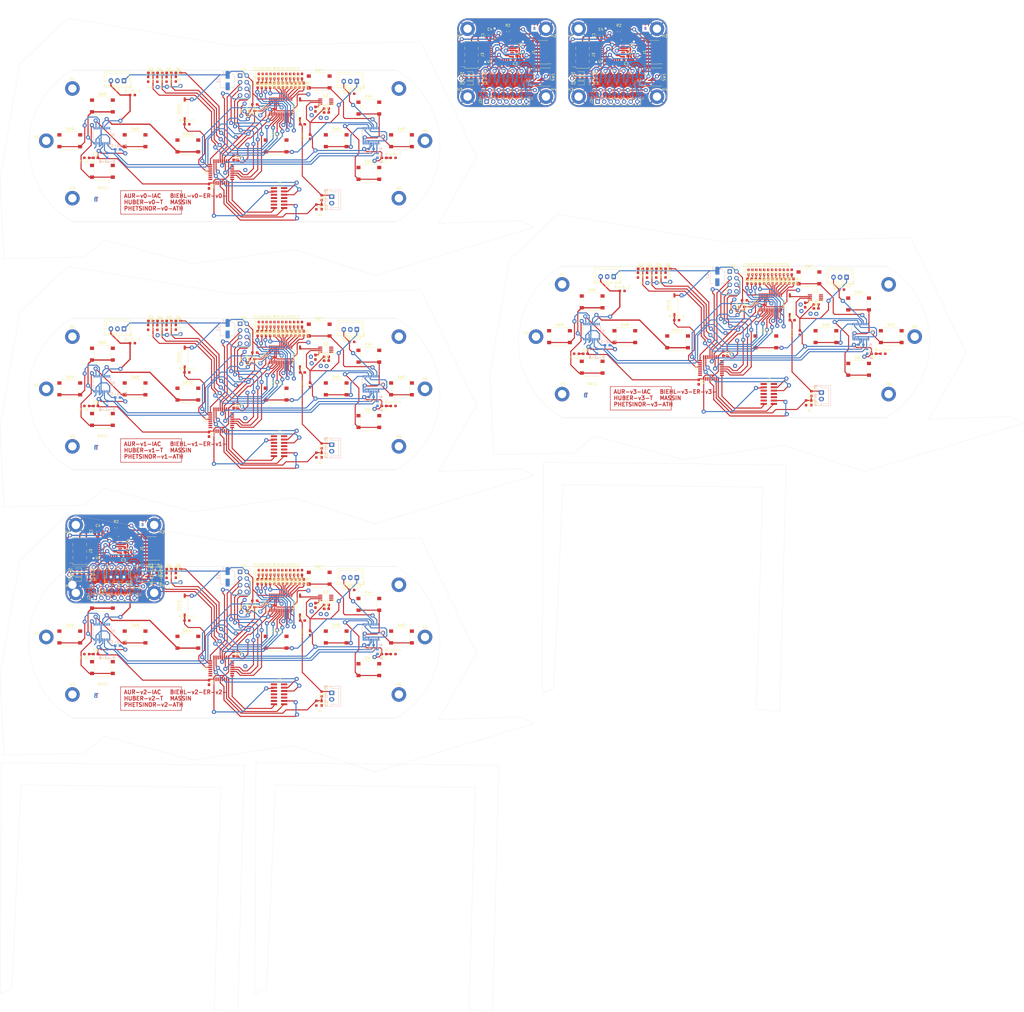
<source format=kicad_pcb>
(kicad_pcb (version 20221018) (generator pcbnew)
  (layers (0 "F.Cu" signal) (31 "B.Cu" signal) (34 "B.Paste" user) (35 "F.Paste" user) (36 "B.SilkS" user "B.Silkscreen") (37 "F.SilkS" user "F.Silkscreen") (38 "B.Mask" user) (39 "F.Mask" user) (44 "Edge.Cuts" user))
  (net 0 "")
  (net 1 "Glob_Alim-v0-")
  (net 2 "GND-v0-")
  (net 3 "POWER-v0-_CHECK-v0-")
  (net 4 "L-v0-i-ion-v0-")
  (net 5 "Net-(C7-Pad1)-v0-")
  (net 6 "Net-(C8-Pad1)-v0-")
  (net 7 "Net-(U3-BP)-v0-")
  (net 8 "Net-(D2-A)-v0-")
  (net 9 "Net-(D3-K)-v0-")
  (net 10 "Net-(D3-A)-v0-")
  (net 11 "Net-(D4-K)-v0-")
  (net 12 "Net-(D4-A)-v0-")
  (net 13 "Net-(D5-K)-v0-")
  (net 14 "Net-(D5-A)-v0-")
  (net 15 "Net-(D6-K)-v0-")
  (net 16 "Net-(D6-A)-v0-")
  (net 17 "Net-(D7-K)-v0-")
  (net 18 "Net-(D7-A)-v0-")
  (net 19 "Net-(D8-K)-v0-")
  (net 20 "Net-(D8-A)-v0-")
  (net 21 "Net-(D9-K)-v0-")
  (net 22 "Net-(D9-A)-v0-")
  (net 23 "Net-(D10-K)-v0-")
  (net 24 "Net-(D10-A)-v0-")
  (net 25 "Net-(D11-K)-v0-")
  (net 26 "Net-(D11-A)-v0-")
  (net 27 "Net-(D12-K)-v0-")
  (net 28 "Net-(D12-A)-v0-")
  (net 29 "Net-(D13-K)-v0-")
  (net 30 "Net-(D13-A)-v0-")
  (net 31 "Net-(D14-K)-v0-")
  (net 32 "Net-(D14-A)-v0-")
  (net 33 "Net-(D15-K)-v0-")
  (net 34 "Net-(D15-A)-v0-")
  (net 35 "Net-(D16-K)-v0-")
  (net 36 "Net-(D16-A)-v0-")
  (net 37 "Net-(D17-K)-v0-")
  (net 38 "Net-(D17-A)-v0-")
  (net 39 "Net-(D18-K)-v0-")
  (net 40 "Net-(D18-A)-v0-")
  (net 43 "SWDIO-v0-")
  (net 44 "SWDCK-v0-")
  (net 48 "R-v0-eset_Buton -v0-")
  (net 49 "USAR-v0-T2_R-v0-X-v0-")
  (net 50 "USAR-v0-T2_TX-v0-")
  (net 51 "R-v0-")
  (net 52 "L-v0-")
  (net 53 "NES{slash}SNES_switcher-v0-")
  (net 54 "DIO{slash}EX_CL-v0-K")
  (net 55 "DIO{slash}EX_SDA-v0-")
  (net 56 "DIODE_OE-v0-")
  (net 57 "Net-(#FL-v0-G05-pwr)")
  (net 58 "A_Button-v0-")
  (net 59 "B_Button-v0-")
  (net 60 "X_Button-v0-")
  (net 61 "Y_Button-v0-")
  (net 62 "UC_Button-v0-")
  (net 63 "Order_Search-v0-")
  (net 64 "L-v0-C_Button")
  (net 65 "R-v0-C_Button")
  (net 66 "DC_Button-v0-")
  (net 67 "ST_Button-v0-")
  (net 68 "SE_Button-v0-")
  (net 73 "Pin_Clock-v0-")
  (net 74 "Digital_Out_Put-v0-")
  (net 75 "MOSI-v0-")
  (net 79 "R-v0-X{slash}TX")
  (net 81 "CSN_nR-v0-F24")
  (net 99 "Glob_Alim-v1-")
  (net 100 "GND-v1-")
  (net 101 "POWER-v1-_CHECK-v1-")
  (net 102 "L-v1-i-ion-v1-")
  (net 103 "Net-(C7-Pad1)-v1-")
  (net 104 "Net-(C8-Pad1)-v1-")
  (net 105 "Net-(U3-BP)-v1-")
  (net 106 "Net-(D2-A)-v1-")
  (net 107 "Net-(D3-K)-v1-")
  (net 108 "Net-(D3-A)-v1-")
  (net 109 "Net-(D4-K)-v1-")
  (net 110 "Net-(D4-A)-v1-")
  (net 111 "Net-(D5-K)-v1-")
  (net 112 "Net-(D5-A)-v1-")
  (net 113 "Net-(D6-K)-v1-")
  (net 114 "Net-(D6-A)-v1-")
  (net 115 "Net-(D7-K)-v1-")
  (net 116 "Net-(D7-A)-v1-")
  (net 117 "Net-(D8-K)-v1-")
  (net 118 "Net-(D8-A)-v1-")
  (net 119 "Net-(D9-K)-v1-")
  (net 120 "Net-(D9-A)-v1-")
  (net 121 "Net-(D10-K)-v1-")
  (net 122 "Net-(D10-A)-v1-")
  (net 123 "Net-(D11-K)-v1-")
  (net 124 "Net-(D11-A)-v1-")
  (net 125 "Net-(D12-K)-v1-")
  (net 126 "Net-(D12-A)-v1-")
  (net 127 "Net-(D13-K)-v1-")
  (net 128 "Net-(D13-A)-v1-")
  (net 129 "Net-(D14-K)-v1-")
  (net 130 "Net-(D14-A)-v1-")
  (net 131 "Net-(D15-K)-v1-")
  (net 132 "Net-(D15-A)-v1-")
  (net 133 "Net-(D16-K)-v1-")
  (net 134 "Net-(D16-A)-v1-")
  (net 135 "Net-(D17-K)-v1-")
  (net 136 "Net-(D17-A)-v1-")
  (net 137 "Net-(D18-K)-v1-")
  (net 138 "Net-(D18-A)-v1-")
  (net 141 "SWDIO-v1-")
  (net 142 "SWDCK-v1-")
  (net 146 "R-v1-eset_Buton -v1-")
  (net 147 "USAR-v1-T2_R-v1-X-v1-")
  (net 148 "USAR-v1-T2_TX-v1-")
  (net 149 "R-v1-")
  (net 150 "L-v1-")
  (net 151 "NES{slash}SNES_switcher-v1-")
  (net 152 "DIO{slash}EX_CL-v1-K")
  (net 153 "DIO{slash}EX_SDA-v1-")
  (net 154 "DIODE_OE-v1-")
  (net 155 "Net-(#FL-v1-G05-pwr)")
  (net 156 "A_Button-v1-")
  (net 157 "B_Button-v1-")
  (net 158 "X_Button-v1-")
  (net 159 "Y_Button-v1-")
  (net 160 "UC_Button-v1-")
  (net 161 "Order_Search-v1-")
  (net 162 "L-v1-C_Button")
  (net 163 "R-v1-C_Button")
  (net 164 "DC_Button-v1-")
  (net 165 "ST_Button-v1-")
  (net 166 "SE_Button-v1-")
  (net 171 "Pin_Clock-v1-")
  (net 172 "Digital_Out_Put-v1-")
  (net 173 "MOSI-v1-")
  (net 177 "R-v1-X{slash}TX")
  (net 179 "CSN_nR-v1-F24")
  (net 197 "Glob_Alim-v2-")
  (net 198 "GND-v2-")
  (net 199 "POWER-v2-_CHECK-v2-")
  (net 200 "L-v2-i-ion-v2-")
  (net 201 "Net-(C7-Pad1)-v2-")
  (net 202 "Net-(C8-Pad1)-v2-")
  (net 203 "Net-(U3-BP)-v2-")
  (net 204 "Net-(D2-A)-v2-")
  (net 205 "Net-(D3-K)-v2-")
  (net 206 "Net-(D3-A)-v2-")
  (net 207 "Net-(D4-K)-v2-")
  (net 208 "Net-(D4-A)-v2-")
  (net 209 "Net-(D5-K)-v2-")
  (net 210 "Net-(D5-A)-v2-")
  (net 211 "Net-(D6-K)-v2-")
  (net 212 "Net-(D6-A)-v2-")
  (net 213 "Net-(D7-K)-v2-")
  (net 214 "Net-(D7-A)-v2-")
  (net 215 "Net-(D8-K)-v2-")
  (net 216 "Net-(D8-A)-v2-")
  (net 217 "Net-(D9-K)-v2-")
  (net 218 "Net-(D9-A)-v2-")
  (net 219 "Net-(D10-K)-v2-")
  (net 220 "Net-(D10-A)-v2-")
  (net 221 "Net-(D11-K)-v2-")
  (net 222 "Net-(D11-A)-v2-")
  (net 223 "Net-(D12-K)-v2-")
  (net 224 "Net-(D12-A)-v2-")
  (net 225 "Net-(D13-K)-v2-")
  (net 226 "Net-(D13-A)-v2-")
  (net 227 "Net-(D14-K)-v2-")
  (net 228 "Net-(D14-A)-v2-")
  (net 229 "Net-(D15-K)-v2-")
  (net 230 "Net-(D15-A)-v2-")
  (net 231 "Net-(D16-K)-v2-")
  (net 232 "Net-(D16-A)-v2-")
  (net 233 "Net-(D17-K)-v2-")
  (net 234 "Net-(D17-A)-v2-")
  (net 235 "Net-(D18-K)-v2-")
  (net 236 "Net-(D18-A)-v2-")
  (net 239 "SWDIO-v2-")
  (net 240 "SWDCK-v2-")
  (net 244 "R-v2-eset_Buton -v2-")
  (net 245 "USAR-v2-T2_R-v2-X-v2-")
  (net 246 "USAR-v2-T2_TX-v2-")
  (net 247 "R-v2-")
  (net 248 "L-v2-")
  (net 249 "NES{slash}SNES_switcher-v2-")
  (net 250 "DIO{slash}EX_CL-v2-K")
  (net 251 "DIO{slash}EX_SDA-v2-")
  (net 252 "DIODE_OE-v2-")
  (net 253 "Net-(#FL-v2-G05-pwr)")
  (net 254 "A_Button-v2-")
  (net 255 "B_Button-v2-")
  (net 256 "X_Button-v2-")
  (net 257 "Y_Button-v2-")
  (net 258 "UC_Button-v2-")
  (net 259 "Order_Search-v2-")
  (net 260 "L-v2-C_Button")
  (net 261 "R-v2-C_Button")
  (net 262 "DC_Button-v2-")
  (net 263 "ST_Button-v2-")
  (net 264 "SE_Button-v2-")
  (net 269 "Pin_Clock-v2-")
  (net 270 "Digital_Out_Put-v2-")
  (net 271 "MOSI-v2-")
  (net 275 "R-v2-X{slash}TX")
  (net 277 "CSN_nR-v2-F24")
  (net 295 "Glob_Alim-v3-")
  (net 296 "GND-v3-")
  (net 297 "POWER-v3-_CHECK-v3-")
  (net 298 "L-v3-i-ion-v3-")
  (net 299 "Net-(C7-Pad1)-v3-")
  (net 300 "Net-(C8-Pad1)-v3-")
  (net 301 "Net-(U3-BP)-v3-")
  (net 302 "Net-(D2-A)-v3-")
  (net 303 "Net-(D3-K)-v3-")
  (net 304 "Net-(D3-A)-v3-")
  (net 305 "Net-(D4-K)-v3-")
  (net 306 "Net-(D4-A)-v3-")
  (net 307 "Net-(D5-K)-v3-")
  (net 308 "Net-(D5-A)-v3-")
  (net 309 "Net-(D6-K)-v3-")
  (net 310 "Net-(D6-A)-v3-")
  (net 311 "Net-(D7-K)-v3-")
  (net 312 "Net-(D7-A)-v3-")
  (net 313 "Net-(D8-K)-v3-")
  (net 314 "Net-(D8-A)-v3-")
  (net 315 "Net-(D9-K)-v3-")
  (net 316 "Net-(D9-A)-v3-")
  (net 317 "Net-(D10-K)-v3-")
  (net 318 "Net-(D10-A)-v3-")
  (net 319 "Net-(D11-K)-v3-")
  (net 320 "Net-(D11-A)-v3-")
  (net 321 "Net-(D12-K)-v3-")
  (net 322 "Net-(D12-A)-v3-")
  (net 323 "Net-(D13-K)-v3-")
  (net 324 "Net-(D13-A)-v3-")
  (net 325 "Net-(D14-K)-v3-")
  (net 326 "Net-(D14-A)-v3-")
  (net 327 "Net-(D15-K)-v3-")
  (net 328 "Net-(D15-A)-v3-")
  (net 329 "Net-(D16-K)-v3-")
  (net 330 "Net-(D16-A)-v3-")
  (net 331 "Net-(D17-K)-v3-")
  (net 332 "Net-(D17-A)-v3-")
  (net 333 "Net-(D18-K)-v3-")
  (net 334 "Net-(D18-A)-v3-")
  (net 337 "SWDIO-v3-")
  (net 338 "SWDCK-v3-")
  (net 342 "R-v3-eset_Buton -v3-")
  (net 343 "USAR-v3-T2_R-v3-X-v3-")
  (net 344 "USAR-v3-T2_TX-v3-")
  (net 345 "R-v3-")
  (net 346 "L-v3-")
  (net 347 "NES{slash}SNES_switcher-v3-")
  (net 348 "DIO{slash}EX_CL-v3-K")
  (net 349 "DIO{slash}EX_SDA-v3-")
  (net 350 "DIODE_OE-v3-")
  (net 351 "Net-(#FL-v3-G05-pwr)")
  (net 352 "A_Button-v3-")
  (net 353 "B_Button-v3-")
  (net 354 "X_Button-v3-")
  (net 355 "Y_Button-v3-")
  (net 356 "UC_Button-v3-")
  (net 357 "Order_Search-v3-")
  (net 358 "L-v3-C_Button")
  (net 359 "R-v3-C_Button")
  (net 360 "DC_Button-v3-")
  (net 361 "ST_Button-v3-")
  (net 362 "SE_Button-v3-")
  (net 367 "Pin_Clock-v3-")
  (net 368 "Digital_Out_Put-v3-")
  (net 369 "MOSI-v3-")
  (net 373 "R-v3-X{slash}TX")
  (net 375 "CSN_nR-v3-F24")
  (net 393 "+5V-v7-")
  (net 394 "GND-v7-")
  (net 395 "+3.3V-v7-")
  (net 396 "Net-(D1-K)-v7-")
  (net 398 "Net-(D3-K)-v7-")
  (net 399 "Status_LED-v7-")
  (net 400 "Data_Clock_SNES-v7-")
  (net 401 "Data_Latch_SNES-v7-")
  (net 402 "Net-(D2-K)-v7-")
  (net 403 "Serial_Data1_SNES-v7-")
  (net 404 "Serial_Data2_SNES-v7-")
  (net 405 "SPI_Chip_Select-v7-")
  (net 406 "Chip_Enable-v7-")
  (net 407 "SPI_Digital_Input-v7-")
  (net 408 "SPI_Clock-v7-")
  (net 409 "SPI_Digital_Output-v7-")
  (net 410 "IOBit_SNES-v7-")
  (net 411 "Data_Clock_STM32-v7-")
  (net 412 "Data_Latch_STM32-v7-")
  (net 413 "Appairing_Btn-v7-")
  (net 414 "Net-(U2-BP)-v7-")
  (net 415 "SWDIO-v7-")
  (net 416 "SWDCK-v7-")
  (net 419 "NRST-v7-")
  (net 420 "USART2_RX-v7-")
  (net 421 "USART2_TX-v7-")
  (net 422 "Serial_Data1_STM32-v7-")
  (net 423 "IOBit_STM32-v7-")
  (net 424 "Serial_Data2_STM32-v7-")
  (net 438 "+5V-v8-")
  (net 439 "GND-v8-")
  (net 440 "+3.3V-v8-")
  (net 441 "Net-(D1-K)-v8-")
  (net 443 "Net-(D3-K)-v8-")
  (net 444 "Status_LED-v8-")
  (net 445 "Data_Clock_SNES-v8-")
  (net 446 "Data_Latch_SNES-v8-")
  (net 447 "Net-(D2-K)-v8-")
  (net 448 "Serial_Data1_SNES-v8-")
  (net 449 "Serial_Data2_SNES-v8-")
  (net 450 "SPI_Chip_Select-v8-")
  (net 451 "Chip_Enable-v8-")
  (net 452 "SPI_Digital_Input-v8-")
  (net 453 "SPI_Clock-v8-")
  (net 454 "SPI_Digital_Output-v8-")
  (net 455 "IOBit_SNES-v8-")
  (net 456 "Data_Clock_STM32-v8-")
  (net 457 "Data_Latch_STM32-v8-")
  (net 458 "Appairing_Btn-v8-")
  (net 459 "Net-(U2-BP)-v8-")
  (net 460 "SWDIO-v8-")
  (net 461 "SWDCK-v8-")
  (net 464 "NRST-v8-")
  (net 465 "USART2_RX-v8-")
  (net 466 "USART2_TX-v8-")
  (net 467 "Serial_Data1_STM32-v8-")
  (net 468 "IOBit_STM32-v8-")
  (net 469 "Serial_Data2_STM32-v8-")
  (net 483 "+5V-v9-")
  (net 484 "GND-v9-")
  (net 485 "+3.3V-v9-")
  (net 486 "Net-(D1-K)-v9-")
  (net 488 "Net-(D3-K)-v9-")
  (net 489 "Status_LED-v9-")
  (net 490 "Data_Clock_SNES-v9-")
  (net 491 "Data_Latch_SNES-v9-")
  (net 492 "Net-(D2-K)-v9-")
  (net 493 "Serial_Data1_SNES-v9-")
  (net 494 "Serial_Data2_SNES-v9-")
  (net 495 "SPI_Chip_Select-v9-")
  (net 496 "Chip_Enable-v9-")
  (net 497 "SPI_Digital_Input-v9-")
  (net 498 "SPI_Clock-v9-")
  (net 499 "SPI_Digital_Output-v9-")
  (net 500 "IOBit_SNES-v9-")
  (net 501 "Data_Clock_STM32-v9-")
  (net 502 "Data_Latch_STM32-v9-")
  (net 503 "Appairing_Btn-v9-")
  (net 504 "Net-(U2-BP)-v9-")
  (net 505 "SWDIO-v9-")
  (net 506 "SWDCK-v9-")
  (net 509 "NRST-v9-")
  (net 510 "USART2_RX-v9-")
  (net 511 "USART2_TX-v9-")
  (net 512 "Serial_Data1_STM32-v9-")
  (net 513 "IOBit_STM32-v9-")
  (net 514 "Serial_Data2_STM32-v9-")
  (footprint "MountingHole:MountingHole_3.2mm_M3_DIN965_Pad" (layer "F.Cu") (at 153.938491 28.132725)
    (fp_text reference "H4")
    (fp_text value "MountingHole_Pad")
  )
  (footprint "R-v2-esistor_SMD:R-v2-_0603_1608Metric_Pad0.98x0.95mm_HandSolder" (layer "F.Cu") (at 112.338491 213.445225 90)
    (fp_text reference "R-v2-31")
    (fp_text value "1K")
  )
  (footprint "R-v1-esistor_SMD:R-v1-_0603_1608Metric_Pad0.98x0.95mm_HandSolder" (layer "F.Cu") (at 106.338491 118.445225 90)
    (fp_text reference "R-v1-27")
    (fp_text value "1K")
  )
  (footprint "MountingHole:MountingHole_3.2mm_M3_DIN965_Pad" (layer "F.Cu") (at 180.25 31.25)
    (fp_text reference "H3")
    (fp_text value "MountingHole_Pad")
  )
  (footprint "L-v1-ED_SMD:L-v1-ED_0603_1608Metric_Pad1.05x0.95mm_HandSolder" (layer "F.Cu") (at 126.198491 132.332725)
    (fp_text reference "D2")
    (fp_text value "L-v1-ED_Small")
  )
  (footprint "L-v1-ED_SMD:L-v1-ED_0603_1608Metric_Pad1.05x0.95mm_HandSolder" (layer "F.Cu") (at 104.663491 121.957725 -90)
    (fp_text reference "D10")
    (fp_text value "G8")
  )
  (footprint "Connector_PinSocket_2.54mm:PinSocket_2x04_P2.54mm_Vertical_SMD" (layer "F.Cu") (at 181.75 15.25 180)
    (fp_text reference "J3")
    (fp_text value "Conn_01x08_Socket")
  )
  (footprint "Button_Switch_SMD:SW_SPST_B3S-1000" (layer "F.Cu") (at 154.938491 48.132725)
    (fp_text reference "SW2")
    (fp_text value "SW_Push")
  )
  (footprint "Button_Switch_SMD:SW_SPST_B3S-1000" (layer "F.Cu") (at 73.148491 50.132725)
    (fp_text reference "SW12")
    (fp_text value "SW_Push")
  )
  (footprint "R-v3-esistor_SMD:R-v3-_0603_1608Metric_Pad0.98x0.95mm_HandSolder" (layer "F.Cu") (at 285.248491 111.732725 180)
    (fp_text reference "R-v3-11")
    (fp_text value "10K")
  )
  (footprint "R-v0-esistor_SMD:R-v0-_0603_1608Metric_Pad0.98x0.95mm_HandSolder" (layer "F.Cu") (at 107.838491 23.445225 90)
    (fp_text reference "R-v0-28")
    (fp_text value "1K")
  )
  (footprint "R-v0-esistor_SMD:R-v0-_0603_1608Metric_Pad0.98x0.95mm_HandSolder" (layer "F.Cu") (at 135.938491 30.132725)
    (fp_text reference "R-v0-13")
    (fp_text value "1K")
  )
  (footprint "R-v1-esistor_SMD:R-v1-_0603_1608Metric_Pad0.98x0.95mm_HandSolder" (layer "F.Cu") (at 98.748491 129.232725 180)
    (fp_text reference "R-v1-16")
    (fp_text value "10K")
  )
  (footprint "R-v1-esistor_SMD:R-v1-_0603_1608Metric_Pad0.98x0.95mm_HandSolder" (layer "F.Cu") (at 101.838491 118.445225 90)
    (fp_text reference "R-v1-24")
    (fp_text value "1K")
  )
  (footprint "MountingHole:MountingHole_3.2mm_M3_DIN965_Pad" (layer "F.Cu") (at 210.25 31.25)
    (fp_text reference "H4")
    (fp_text value "MountingHole_Pad")
  )
  (footprint "Package_SO:TSSOP-28_4.4x9.7mm_P0.65mm" (layer "F.Cu") (at 108.672491 130.046725 90)
    (fp_text reference "U4")
    (fp_text value "PCA9685PW")
  )
  (footprint "R-v3-esistor_SMD:R-v3-_0603_1608Metric_Pad0.98x0.95mm_HandSolder" (layer "F.Cu") (at 339.250515 129.682725)
    (fp_text reference "R-v3-4")
    (fp_text value "1k")
  )
  (footprint "Button_Switch_SMD:SW_DIP_SPSTx01_Slide_Copal_CHS-01B_W7.62mm_P1.27mm" (layer "F.Cu") (at 116.108491 36.132725 90)
    (fp_text reference "SW1")
    (fp_text value "SW_DIP_x01")
  )
  (footprint "L-v1-ED_SMD:L-v1-ED_0603_1608Metric_Pad1.05x0.95mm_HandSolder" (layer "F.Cu") (at 99.863491 121.957725 -90)
    (fp_text reference "D7")
    (fp_text value "G5")
  )
  (footprint "Connector_JST:JST_XH_B3B-XH-A_1x03_P2.50mm_Vertical" (layer "F.Cu") (at 236.188491 100.157725 180)
    (fp_text reference "J3")
    (fp_text value "Conn_01x03")
  )
  (footprint "R-v0-esistor_SMD:R-v0-_0603_1608Metric_Pad0.98x0.95mm_HandSolder" (layer "F.Cu") (at 57.963491 24.607725 -90)
    (fp_text reference "R-v0-18")
    (fp_text value "1K")
  )
  (footprint "R-v0-esistor_SMD:R-v0-_0603_1608Metric_Pad0.98x0.95mm_HandSolder" (layer "F.Cu") (at 96.748491 38.232725)
    (fp_text reference "R-v0-14")
    (fp_text value "10K")
  )
  (footprint "R-v3-esistor_SMD:R-v3-_0603_1608Metric_Pad0.98x0.95mm_HandSolder" (layer "F.Cu") (at 286.248491 109.232725 180)
    (fp_text reference "R-v3-16")
    (fp_text value "10K")
  )
  (footprint "R-v2-esistor_SMD:R-v2-_0603_1608Metric_Pad0.98x0.95mm_HandSolder" (layer "F.Cu") (at 51.938491 220.632725)
    (fp_text reference "R-v2-2")
    (fp_text value "1K")
  )
  (footprint "MountingHole:MountingHole_3.2mm_M3_DIN965_Pad" (layer "F.Cu") (at 252.75 5.25)
    (fp_text reference "H2")
    (fp_text value "MountingHole_Pad")
  )
  (footprint "Button_Switch_SMD:SW_SPST_B3S-1000" (layer "F.Cu") (at 27.938491 238.132725)
    (fp_text reference "SW9")
    (fp_text value "SW_Push")
  )
  (footprint "R-v3-esistor_SMD:R-v3-_0603_1608Metric_Pad0.98x0.95mm_HandSolder" (layer "F.Cu") (at 260.288491 116.832725)
    (fp_text reference "R-v3-1")
    (fp_text value "1K")
  )
  (footprint "L-v1-ED_SMD:L-v1-ED_0603_1608Metric_Pad1.05x0.95mm_HandSolder" (layer "F.Cu") (at 103.063491 121.957725 -90)
    (fp_text reference "D9")
    (fp_text value "G7")
  )
  (footprint "R-v0-esistor_SMD:R-v0-_0603_1608Metric_Pad0.98x0.95mm_HandSolder" (layer "F.Cu") (at 72.788491 41.832725)
    (fp_text reference "R-v0-1")
    (fp_text value "1K")
  )
  (footprint "R-v1-esistor_SMD:R-v1-_0603_1608Metric_Pad0.98x0.95mm_HandSolder" (layer "F.Cu") (at 64.988491 119.607725 -90)
    (fp_text reference "R-v1-21")
    (fp_text value "1K")
  )
  (footprint "R-v2-esistor_SMD:R-v2-_0603_1608Metric_Pad0.98x0.95mm_HandSolder" (layer "F.Cu") (at 72.788491 231.832725)
    (fp_text reference "R-v2-1")
    (fp_text value "1K")
  )
  (footprint "L-v2-ED_SMD:L-v2-ED_0603_1608Metric_Pad1.05x0.95mm_HandSolder" (layer "F.Cu") (at 114.313491 216.932725 -90)
    (fp_text reference "D16")
    (fp_text value "R-v2-2")
  )
  (footprint "L-v1-ED_SMD:L-v1-ED_0603_1608Metric_Pad1.05x0.95mm_HandSolder" (layer "F.Cu") (at 107.898491 121.945225 -90)
    (fp_text reference "D12")
    (fp_text value "O2")
  )
  (footprint "R-v0-esistor_SMD:R-v0-_0603_1608Metric_Pad0.98x0.95mm_HandSolder" (layer "F.Cu") (at 97.748491 36.732725 180)
    (fp_text reference "R-v0-11")
    (fp_text value "10K")
  )
  (footprint "Button_Switch_SMD:SW_DIP_SPSTx01_Slide_Copal_CHS-01B_W7.62mm_P1.27mm" (layer "F.Cu") (at 116.108491 226.132725 90)
    (fp_text reference "SW1")
    (fp_text value "SW_DIP_x01")
  )
  (footprint "MountingHole:MountingHole_3.2mm_M3_DIN965_Pad" (layer "F.Cu") (at 60.25 195.25)
    (fp_text reference "H2")
    (fp_text value "MountingHole_Pad")
  )
  (footprint "Capacitor_SMD:C_0603_1608Metric_Pad1.08x0.95mm_HandSolder" (layer "F.Cu") (at 117.033491 136.832725)
    (fp_text reference "C4")
    (fp_text value "1u")
  )
  (footprint "MountingHole:MountingHole_3.2mm_M3_DIN965_Pad" (layer "F.Cu") (at 153.938491 260.132725)
    (fp_text reference "H6")
    (fp_text value "MountingHole_Pad")
  )
  (footprint "Capacitor_SMD:C_0603_1608Metric_Pad1.08x0.95mm_HandSolder" (layer "F.Cu") (at 119.933491 141.615225 -90)
    (fp_text reference "C10")
    (fp_text value "100nF")
  )
  (footprint "R-v0-esistor_SMD:R-v0-_0603_1608Metric_Pad0.98x0.95mm_HandSolder" (layer "F.Cu") (at 61.463491 24.632725 -90)
    (fp_text reference "R-v0-20")
    (fp_text value "1K")
  )
  (footprint "Connector_PinHeader_1.27mm:PinHeader_2x07_P1.27mm_Vertical_SMD" (layer "F.Cu") (at 59.25 204.25 180)
    (fp_text reference "J1")
    (fp_text value "Conn_02x07_Odd_Even")
  )
  (footprint "Button_Switch_SMD:SW_SPST_B3S-1000" (layer "F.Cu") (at 215.438491 123.132725)
    (fp_text reference "SW9")
    (fp_text value "SW_Push")
  )
  (footprint "R-v1-esistor_SMD:R-v1-_0603_1608Metric_Pad0.98x0.95mm_HandSolder" (layer "F.Cu") (at 107.838491 118.445225 90)
    (fp_text reference "R-v1-28")
    (fp_text value "1K")
  )
  (footprint "R-v1-esistor_SMD:R-v1-_0603_1608Metric_Pad0.98x0.95mm_HandSolder" (layer "F.Cu") (at 113.838491 118.445225 90)
    (fp_text reference "R-v1-32")
    (fp_text value "1K")
  )
  (footprint "R-v2-esistor_SMD:R-v2-_0603_1608Metric_Pad0.98x0.95mm_HandSolder" (layer "F.Cu") (at 64.988491 214.607725 -90)
    (fp_text reference "R-v2-21")
    (fp_text value "1K")
  )
  (footprint "R-v0-esistor_SMD:R-v0-_0603_1608Metric_Pad0.98x0.95mm_HandSolder" (layer "F.Cu") (at 126.198491 35.808725)
    (fp_text reference "R-v0-3")
    (fp_text value "1K")
  )
  (footprint "R-v1-esistor_SMD:R-v1-_0603_1608Metric_Pad0.98x0.95mm_HandSolder" (layer "F.Cu") (at 151.750515 149.682725)
    (fp_text reference "R-v1-4")
    (fp_text value "1k")
  )
  (footprint "MountingHole:MountingHole_3.2mm_M3_DIN965_Pad" (layer "F.Cu") (at 180.25 5.25)
    (fp_text reference "H1")
    (fp_text value "MountingHole_Pad")
  )
  (footprint "Package_SO:MSOP-8_3x3mm_P0.65mm" (layer "F.Cu") (at 313.438491 108.132725)
    (fp_text reference "U3")
    (fp_text value "MIC5219-3.3YMM")
  )
  (footprint "MountingHole:MountingHole_3.2mm_M3_DIN965_Pad" (layer "F.Cu") (at 28.938491 260.132725)
    (fp_text reference "H3")
    (fp_text value "MountingHole_Pad")
  )
  (footprint "Capacitor_SMD:C_0603_1608Metric_Pad1.08x0.95mm_HandSolder" (layer "F.Cu") (at 198.5025 17.19)
    (fp_text reference "C3")
    (fp_text value "100n")
  )
  (footprint "R-v3-esistor_SMD:R-v3-_0603_1608Metric_Pad0.98x0.95mm_HandSolder" (layer "F.Cu") (at 289.338491 98.445225 90)
    (fp_text reference "R-v3-24")
    (fp_text value "1K")
  )
  (footprint "Capacitor_SMD:C_0603_1608Metric_Pad1.08x0.95mm_HandSolder" (layer "F.Cu") (at 148.250515 244.682725 180)
    (fp_text reference "C7")
    (fp_text value "100nF")
  )
  (footprint "R-v0-esistor_SMD:R-v0-_0603_1608Metric_Pad0.98x0.95mm_HandSolder" (layer "F.Cu") (at 64.988491 24.607725 -90)
    (fp_text reference "R-v0-21")
    (fp_text value "1K")
  )
  (footprint "MountingHole:MountingHole_3.2mm_M3_DIN965_Pad" (layer "F.Cu") (at 216.438491 103.132725)
    (fp_text reference "H1")
    (fp_text value "MountingHole_Pad")
  )
  (footprint "Package_QFP:L-v3-QFP-32_7x7mm_P0.8mm" (layer "F.Cu") (at 273.438491 135.132725 90)
    (fp_text reference "U1")
    (fp_text value "STM32L-v3-412KBTx")
  )
  (footprint "R-v1-esistor_SMD:R-v1-_0603_1608Metric_Pad0.98x0.95mm_HandSolder" (layer "F.Cu") (at 97.748491 131.732725 180)
    (fp_text reference "R-v1-11")
    (fp_text value "10K")
  )
  (footprint "R-v3-esistor_SMD:R-v3-_0603_1608Metric_Pad0.98x0.95mm_HandSolder" (layer "F.Cu") (at 287.838491 98.445225 90)
    (fp_text reference "R-v3-23")
    (fp_text value "1K")
  )
  (footprint "R-v0-esistor_SMD:R-v0-_0603_1608Metric_Pad0.98x0.95mm_HandSolder" (layer "F.Cu") (at 116.838491 23.445225 90)
    (fp_text reference "R-v0-34")
    (fp_text value "1K")
  )
  (footprint "Resistor_SMD:R_0603_1608Metric_Pad0.98x0.95mm_HandSolder" (layer "F.Cu") (at 184.26875 24.25)
    (fp_text reference "R4")
    (fp_text value "1k")
  )
  (footprint "Button_Switch_SMD:SW_SPST_B3S-1000" (layer "F.Cu") (at 123.438491 25.632725)
    (fp_text reference "SW7")
    (fp_text value "SW_SPST")
  )
  (footprint "R-v2-esistor_SMD:R-v2-_0603_1608Metric_Pad0.98x0.95mm_HandSolder" (layer "F.Cu") (at 104.838491 213.445225 90)
    (fp_text reference "R-v2-26")
    (fp_text value "1K")
  )
  (footprint "L-v0-ED_SMD:L-v0-ED_0603_1608Metric_Pad1.05x0.95mm_HandSolder" (layer "F.Cu") (at 69.438491 22.132725)
    (fp_text reference "D6")
    (fp_text value "G4")
  )
  (footprint "Button_Switch_SMD:SW_SPST_B3S-1000" (layer "F.Cu") (at 208.75 23.75 180)
    (fp_text reference "SW1")
    (fp_text value "SW_SPST")
  )
  (footprint "Button_Switch_SMD:SW_SPST_B3S-1000" (layer "F.Cu") (at 310.938491 100.632725)
    (fp_text reference "SW7")
    (fp_text value "SW_SPST")
  )
  (footprint "R-v3-esistor_SMD:R-v3-_0603_1608Metric_Pad0.98x0.95mm_HandSolder" (layer "F.Cu") (at 293.838491 98.445225 90)
    (fp_text reference "R-v3-27")
    (fp_text value "1K")
  )
  (footprint "R-v2-esistor_SMD:R-v2-_0603_1608Metric_Pad0.98x0.95mm_HandSolder" (layer "F.Cu") (at 122.338491 263.470225 -90)
    (fp_text reference "R-v2-10")
    (fp_text value "1M")
  )
  (footprint "MountingHole:MountingHole_3.2mm_M3_DIN965_Pad" (layer "F.Cu") (at 210.25 5.25)
    (fp_text reference "H2")
    (fp_text value "MountingHole_Pad")
  )
  (footprint "Button_Switch_SMD:SW_SPST_B3S-1000" (layer "F.Cu") (at 294.438491 125.132725)
    (fp_text reference "SW13")
    (fp_text value "SW_Push")
  )
  (footprint "L-v2-ED_SMD:L-v2-ED_0603_1608Metric_Pad1.05x0.95mm_HandSolder" (layer "F.Cu") (at 111.113491 216.932725 -90)
    (fp_text reference "D14")
    (fp_text value "O4")
  )
  (footprint "R-v2-esistor_SMD:R-v2-_0603_1608Metric_Pad0.98x0.95mm_HandSolder" (layer "F.Cu") (at 109.338491 213.445225 90)
    (fp_text reference "R-v2-29")
    (fp_text value "1K")
  )
  (footprint "R-v1-esistor_SMD:R-v1-_0603_1608Metric_Pad0.98x0.95mm_HandSolder" (layer "F.Cu") (at 72.788491 136.832725)
    (fp_text reference "R-v1-1")
    (fp_text value "1K")
  )
  (footprint "R-v1-esistor_SMD:R-v1-_0603_1608Metric_Pad0.98x0.95mm_HandSolder" (layer "F.Cu") (at 122.338491 168.470225 -90)
    (fp_text reference "R-v1-10")
    (fp_text value "1M")
  )
  (footprint "R-v0-esistor_SMD:R-v0-_0603_1608Metric_Pad0.98x0.95mm_HandSolder" (layer "F.Cu") (at 106.338491 23.445225 90)
    (fp_text reference "R-v0-27")
    (fp_text value "1K")
  )
  (footprint "Connector_PinHeader_2.54mm:PinHeader_2x04_P2.54mm_Vertical" (layer "F.Cu") (at 280.638491 98.192725)
    (fp_text reference "U2")
    (fp_text value "nR-v3-F24_Full")
  )
  (footprint "L-v1-ED_SMD:L-v1-ED_0603_1608Metric_Pad1.05x0.95mm_HandSolder" (layer "F.Cu") (at 112.713491 121.932725 -90)
    (fp_text reference "D15")
    (fp_text value "R-v1-1")
  )
  (footprint "Button_Switch_SMD:SW_DIP_SPSTx01_Slide_Copal_CHS-01B_W7.62mm_P1.27mm" (layer "F.Cu") (at 71.938491 36.132725 90)
    (fp_text reference "SW10")
    (fp_text value "SW_DIP_x01")
  )
  (footprint "R-v2-esistor_SMD:R-v2-_0603_1608Metric_Pad0.98x0.95mm_HandSolder" (layer "F.Cu") (at 97.748491 226.732725 180)
    (fp_text reference "R-v2-11")
    (fp_text value "10K")
  )
  (footprint "Button_Switch_SMD:SW_SPST_B3S-1000" (layer "F.Cu") (at 142.438491 155.632725)
    (fp_text reference "SW3")
    (fp_text value "SW_Push")
  )
  (footprint "MountingHole:MountingHole_3.2mm_M3_DIN965_Pad" (layer "F.Cu") (at 28.938491 165.132725)
    (fp_text reference "H3")
    (fp_text value "MountingHole_Pad")
  )
  (footprint "Capacitor_SMD:C_0603_1608Metric_Pad1.08x0.95mm_HandSolder" (layer "F.Cu") (at 117.033491 231.832725)
    (fp_text reference "C4")
    (fp_text value "1u")
  )
  (footprint "R-v2-esistor_SMD:R-v2-_0603_1608Metric_Pad0.98x0.95mm_HandSolder" (layer "F.Cu") (at 107.838491 213.445225 90)
    (fp_text reference "R-v2-28")
    (fp_text value "1K")
  )
  (footprint "R-v3-esistor_SMD:R-v3-_0603_1608Metric_Pad0.98x0.95mm_HandSolder" (layer "F.Cu") (at 245.463491 99.607725 -90)
    (fp_text reference "R-v3-18")
    (fp_text value "1K")
  )
  (footprint "L-v1-ED_SMD:L-v1-ED_0603_1608Metric_Pad1.05x0.95mm_HandSolder" (layer "F.Cu") (at 65.938491 117.132725)
    (fp_text reference "D5")
    (fp_text value "G3")
  )
  (footprint "R-v0-esistor_SMD:R-v0-_0603_1608Metric_Pad0.98x0.95mm_HandSolder" (layer "F.Cu") (at 34.446467 54.682725 180)
    (fp_text reference "R-v0-7")
    (fp_text value "1k")
  )
  (footprint "Connector_JST:JST_XH_B3B-XH-A_1x03_P2.50mm_Vertical" (layer "F.Cu") (at 325.342491 100.394725 180)
    (fp_text reference "J4")
    (fp_text value "Conn_01x03")
  )
  (footprint "L-v2-ED_SMD:L-v2-ED_0603_1608Metric_Pad1.05x0.95mm_HandSolder" (layer "F.Cu") (at 115.913491 216.932725 -90)
    (fp_text reference "D17")
    (fp_text value "R-v2-3")
  )
  (footprint "Capacitor_SMD:C_0603_1608Metric_Pad1.08x0.95mm_HandSolder" (layer "F.Cu") (at 241.51 11.5 90)
    (fp_text reference "C5")
    (fp_text value "100n")
  )
  (footprint "Button_Switch_SMD:SW_SPST_B3S-1000" (layer "F.Cu") (at 52.938491 238.132725)
    (fp_text reference "SW8")
    (fp_text value "SW_Push")
  )
  (footprint "R-v0-esistor_SMD:R-v0-_0603_1608Metric_Pad0.98x0.95mm_HandSolder" (layer "F.Cu") (at 101.838491 23.445225 90)
    (fp_text reference "R-v0-24")
    (fp_text value "1K")
  )
  (footprint "R-v2-esistor_SMD:R-v2-_0603_1608Metric_Pad0.98x0.95mm_HandSolder" (layer "F.Cu") (at 110.838491 213.445225 90)
    (fp_text reference "R-v2-30")
    (fp_text value "1K")
  )
  (footprint "R-v2-esistor_SMD:R-v2-_0603_1608Metric_Pad0.98x0.95mm_HandSolder" (layer "F.Cu") (at 135.938491 220.132725)
    (fp_text reference "R-v2-13")
    (fp_text value "1K")
  )
  (footprint "Capacitor_SMD:C_0603_1608Metric_Pad1.08x0.95mm_HandSolder" (layer "F.Cu") (at 90.638491 149.604725 -90)
    (fp_text reference "C3")
    (fp_text value "100n")
  )
  (footprint "Capacitor_SMD:C_0603_1608Metric_Pad1.08x0.95mm_HandSolder" (layer "F.Cu") (at 225.346467 129.682725)
    (fp_text reference "C8")
    (fp_text value "100nF")
  )
  (footprint "L-v1-ED_SMD:L-v1-ED_0603_1608Metric_Pad1.05x0.95mm_HandSolder" (layer "F.Cu") (at 117.538491 121.932725 -90)
    (fp_text reference "D18")
    (fp_text value "R-v1-4")
  )
  (footprint "Capacitor_SMD:C_0603_1608Metric_Pad1.08x0.95mm_HandSolder" (layer "F.Cu") (at 124.338491 73.470225 -90)
    (fp_text reference "C2")
    (fp_text value "1nF")
  )
  (footprint "L-v0-ED_SMD:L-v0-ED_0603_1608Metric_Pad1.05x0.95mm_HandSolder" (layer "F.Cu") (at 103.063491 26.957725 -90)
    (fp_text reference "D9")
    (fp_text value "G7")
  )
  (footprint "L-v3-ED_SMD:L-v3-ED_0603_1608Metric_Pad1.05x0.95mm_HandSolder" (layer "F.Cu") (at 301.813491 101.932725 -90)
    (fp_text reference "D16")
    (fp_text value "R-v3-2")
  )
  (footprint "Connector_PinHeader_1.27mm:PinHeader_2x07_P1.27mm_Vertical_SMD" (layer "F.Cu") (at 209.25 14.25 180)
    (fp_text reference "J1")
    (fp_text value "Conn_02x07_Odd_Even")
  )
  (footprint "L-v0-ED_SMD:L-v0-ED_0603_1608Metric_Pad1.05x0.95mm_HandSolder" (layer "F.Cu") (at 104.663491 26.957725 -90)
    (fp_text reference "D10")
    (fp_text value "G8")
  )
  (footprint "L-v0-ED_SMD:L-v0-ED_0603_1608Metric_Pad1.05x0.95mm_HandSolder" (layer "F.Cu") (at 107.898491 26.945225 -90)
    (fp_text reference "D12")
    (fp_text value "O2")
  )
  (footprint "Button_Switch_SMD:SW_SPST_B3S-1000" (layer "F.Cu") (at 123.438491 215.632725)
    (fp_text reference "SW7")
    (fp_text value "SW_SPST")
  )
  (footprint "MountingHole:MountingHole_3.2mm_M3_DIN965_Pad" (layer "F.Cu") (at 30.25 221.25)
    (fp_text reference "H3")
    (fp_text value "MountingHole_Pad")
  )
  (footprint "R-v0-esistor_SMD:R-v0-_0603_1608Metric_Pad0.98x0.95mm_HandSolder" (layer "F.Cu") (at 68.538491 24.557725 -90)
    (fp_text reference "R-v0-22")
    (fp_text value "1K")
  )
  (footprint "Capacitor_SMD:C_0603_1608Metric_Pad1.08x0.95mm_HandSolder" (layer "F.Cu") (at 92.162491 149.604725 -90)
    (fp_text reference "C6")
    (fp_text value "10u")
  )
  (footprint "Resistor_SMD:R_0603_1608Metric_Pad0.98x0.95mm_HandSolder" (layer "F.Cu") (at 45.67 196.32 90)
    (fp_text reference "R2")
    (fp_text value "10k")
  )
  (footprint "L-v3-ED_SMD:L-v3-ED_0603_1608Metric_Pad1.05x0.95mm_HandSolder" (layer "F.Cu") (at 249.938491 97.132725)
    (fp_text reference "D4")
    (fp_text value "G2")
  )
  (footprint "Capacitor_SMD:C_0603_1608Metric_Pad1.08x0.95mm_HandSolder" (layer "F.Cu") (at 309.488491 111.032725 -90)
    (fp_text reference "C9")
    (fp_text value "470p")
  )
  (footprint "Button_Switch_SMD:SW_SPST_B3S-1000" (layer "F.Cu") (at 251.25 23.75 180)
    (fp_text reference "SW1")
    (fp_text value "SW_SPST")
  )
  (footprint "Button_Switch_SMD:SW_SPST_B3S-1000" (layer "F.Cu") (at 40.438491 224.832725)
    (fp_text reference "SW6")
    (fp_text value "SW_Push")
  )
  (footprint "L-v1-ED_SMD:L-v1-ED_0603_1608Metric_Pad1.05x0.95mm_HandSolder" (layer "F.Cu") (at 69.438491 117.132725)
    (fp_text reference "D6")
    (fp_text value "G4")
  )
  (footprint "Button_Switch_SMD:SW_SPST_B3S-1000" (layer "F.Cu") (at 142.438491 225.632725)
    (fp_text reference "SW4")
    (fp_text value "SW_Push")
  )
  (footprint "R-v3-esistor_SMD:R-v3-_0603_1608Metric_Pad0.98x0.95mm_HandSolder" (layer "F.Cu") (at 313.698491 110.808725)
    (fp_text reference "R-v3-3")
    (fp_text value "1K")
  )
  (footprint "R-v2-esistor_SMD:R-v2-_0603_1608Metric_Pad0.98x0.95mm_HandSolder" (layer "F.Cu") (at 113.838491 213.445225 90)
    (fp_text reference "R-v2-32")
    (fp_text value "1K")
  )
  (footprint "Button_Switch_SMD:SW_SPST_B3S-1000" (layer "F.Cu") (at 40.438491 34.832725)
    (fp_text reference "SW6")
    (fp_text value "SW_Push")
  )
  (footprint "Capacitor_SMD:C_0603_1608Metric_Pad1.08x0.95mm_HandSolder" (layer "F.Cu") (at 148.250515 149.682725 180)
    (fp_text reference "C7")
    (fp_text value "100nF")
  )
  (footprint "L-v0-ED_SMD:L-v0-ED_0603_1608Metric_Pad1.05x0.95mm_HandSolder" (layer "F.Cu") (at 58.938491 22.132725)
    (fp_text reference "D3")
    (fp_text value "G1")
  )
  (footprint "Capacitor_SMD:C_0603_1608Metric_Pad1.08x0.95mm_HandSolder" (layer "F.Cu") (at 230.05 7.75 90)
    (fp_text reference "C1")
    (fp_text value "10u")
  )
  (footprint "Button_Switch_SMD:SW_SPST_B3S-1000" (layer "F.Cu") (at 317.438491 123.132725)
    (fp_text reference "SW5")
    (fp_text value "SW_Push")
  )
  (footprint "Button_Switch_SMD:SW_DIP_SPSTx01_Slide_Copal_CHS-01B_W7.62mm_P1.27mm" (layer "F.Cu") (at 71.938491 131.132725 90)
    (fp_text reference "SW10")
    (fp_text value "SW_DIP_x01")
  )
  (footprint "Capacitor_SMD:C_0603_1608Metric_Pad1.08x0.95mm_HandSolder" (layer "F.Cu") (at 90.638491 244.604725 -90)
    (fp_text reference "C3")
    (fp_text value "100n")
  )
  (footprint "L-v1-ED_SMD:L-v1-ED_0603_1608Metric_Pad1.05x0.95mm_HandSolder" (layer "F.Cu") (at 109.513491 121.932725 -90)
    (fp_text reference "D13")
    (fp_text value "O3")
  )
  (footprint "R-v0-esistor_SMD:R-v0-_0603_1608Metric_Pad0.98x0.95mm_HandSolder" (layer "F.Cu") (at 115.338491 23.445225 90)
    (fp_text reference "R-v0-33")
    (fp_text value "1K")
  )
  (footprint "R-v0-esistor_SMD:R-v0-_0603_1608Metric_Pad0.98x0.95mm_HandSolder" (layer "F.Cu") (at 113.838491 23.445225 90)
    (fp_text reference "R-v0-32")
    (fp_text value "1K")
  )
  (footprint "Capacitor_SMD:C_0603_1608Metric_Pad1.08x0.95mm_HandSolder" (layer "F.Cu") (at 278.138491 129.604725 -90)
    (fp_text reference "C3")
    (fp_text value "100n")
  )
  (footprint "Capacitor_SMD:C_0603_1608Metric_Pad1.08x0.95mm_HandSolder" (layer "F.Cu") (at 121.988491 36.032725 -90)
    (fp_text reference "C9")
    (fp_text value "470p")
  )
  (footprint "L-v3-ED_SMD:L-v3-ED_0603_1608Metric_Pad1.05x0.95mm_HandSolder" (layer "F.Cu") (at 295.398491 101.945225 -90)
    (fp_text reference "D12")
    (fp_text value "O2")
  )
  (footprint "MountingHole:MountingHole_3.2mm_M3_DIN965_Pad" (layer "F.Cu") (at 206.438491 123.132725)
    (fp_text reference "H2")
    (fp_text value "MountingHole_Pad")
  )
  (footprint "L-v1-ED_SMD:L-v1-ED_0603_1608Metric_Pad1.05x0.95mm_HandSolder" (layer "F.Cu") (at 101.462491 121.957725 -90)
    (fp_text reference "D8")
    (fp_text value "G6")
  )
  (footprint "Button_Switch_SMD:SW_SPST_B3S-1000" (layer "F.Cu") (at 142.438491 35.632725)
    (fp_text reference "SW4")
    (fp_text value "SW_Push")
  )
  (footprint "Capacitor_SMD:C_0603_1608Metric_Pad1.08x0.95mm_HandSolder" (layer "F.Cu") (at 307.433491 121.615225 -90)
    (fp_text reference "C10")
    (fp_text value "100nF")
  )
  (footprint "R-v3-esistor_SMD:R-v3-_0603_1608Metric_Pad0.98x0.95mm_HandSolder" (layer "F.Cu") (at 301.338491 98.445225 90)
    (fp_text reference "R-v3-32")
    (fp_text value "1K")
  )
  (footprint "Connector_PinHeader_2.54mm:PinHeader_1x07_P2.54mm_Vertical" (layer "F.Cu") (at 187.5 33.15 90)
    (fp_text reference "J2")
    (fp_text value "Conn_01x07_Socket")
  )
  (footprint "Connector_JST:JST_XH_B3B-XH-A_1x03_P2.50mm_Vertical" (layer "F.Cu") (at 48.688491 215.157725 180)
    (fp_text reference "J3")
    (fp_text value "Conn_01x03")
  )
  (footprint "Capacitor_SMD:C_0603_1608Metric_Pad1.08x0.95mm_HandSolder" (layer "F.Cu") (at 121.988491 226.032725 -90)
    (fp_text reference "C9")
    (fp_text value "470p")
  )
  (footprint "MountingHole:MountingHole_3.2mm_M3_DIN965_Pad" (layer "F.Cu") (at 153.938491 165.132725)
    (fp_text reference "H6")
    (fp_text value "MountingHole_Pad")
  )
  (footprint "R-v2-esistor_SMD:R-v2-_0603_1608Metric_Pad0.98x0.95mm_HandSolder" (layer "F.Cu") (at 34.446467 244.682725 180)
    (fp_text reference "R-v2-7")
    (fp_text value "1k")
  )
  (footprint "Button_Switch_SMD:SW_SPST_B3S-1000" (layer "F.Cu") (at 123.438491 120.632725)
    (fp_text reference "SW7")
    (fp_text value "SW_SPST")
  )
  (footprint "Button_Switch_SMD:SW_SPST_B3S-1000" (layer "F.Cu") (at 73.148491 145.132725)
    (fp_text reference "SW12")
    (fp_text value "SW_Push")
  )
  (footprint "Button_Switch_SMD:SW_SPST_B3S-1000" (layer "F.Cu") (at 227.938491 109.832725)
    (fp_text reference "SW6")
    (fp_text value "SW_Push")
  )
  (footprint "Button_Switch_SMD:SW_SPST_B3S-1000" (layer "F.Cu") (at 154.938491 143.132725)
    (fp_text reference "SW2")
    (fp_text value "SW_Push")
  )
  (footprint "L-v2-ED_SMD:L-v2-ED_0603_1608Metric_Pad1.05x0.95mm_HandSolder" (layer "F.Cu") (at 58.938491 212.132725)
    (fp_text reference "D3")
    (fp_text value "G1")
  )
  (footprint "Diode_SMD:D_0603_1608Metric_Pad1.05x0.95mm_HandSolder" (layer "F.Cu") (at 30.76875 212.45 180)
    (fp_text reference "D1")
    (fp_text value "LED_Small")
  )
  (footprint "L-v0-ED_SMD:L-v0-ED_0603_1608Metric_Pad1.05x0.95mm_HandSolder" (layer "F.Cu") (at 117.538491 26.932725 -90)
    (fp_text reference "D18")
    (fp_text value "R-v0-4")
  )
  (footprint "R-v0-esistor_SMD:R-v0-_0603_1608Metric_Pad0.98x0.95mm_HandSolder" (layer "F.Cu") (at 112.338491 23.445225 90)
    (fp_text reference "R-v0-31")
    (fp_text value "1K")
  )
  (footprint "L-v3-ED_SMD:L-v3-ED_0603_1608Metric_Pad1.05x0.95mm_HandSolder" (layer "F.Cu") (at 292.163491 101.957725 -90)
    (fp_text reference "D10")
    (fp_text value "G8")
  )
  (footprint "Button_Switch_SMD:SW_SPST_B3S-1000" (layer "F.Cu") (at 227.938491 134.832725)
    (fp_text reference "SW11")
    (fp_text value "SW_Push")
  )
  (footprint "Capacitor_SMD:C_0603_1608Metric_Pad1.08x0.95mm_HandSolder" (layer "F.Cu") (at 49.01 204.8025 90)
    (fp_text reference "C2")
    (fp_text value "100n")
  )
  (footprint "R-v1-esistor_SMD:R-v1-_0603_1608Metric_Pad0.98x0.95mm_HandSolder" (layer "F.Cu") (at 57.963491 119.607725 -90)
    (fp_text reference "R-v1-18")
    (fp_text value "1K")
  )
  (footprint "Button_Switch_SMD:SW_SPST_B3S-1000" (layer "F.Cu") (at 342.438491 123.132725)
    (fp_text reference "SW2")
    (fp_text value "SW_Push")
  )
  (footprint "Capacitor_SMD:C_0603_1608Metric_Pad1.08x0.95mm_HandSolder" (layer "F.Cu") (at 37.846467 244.682725)
    (fp_text reference "C8")
    (fp_text value "100nF")
  )
  (footprint "L-v0-ED_SMD:L-v0-ED_0603_1608Metric_Pad1.05x0.95mm_HandSolder" (layer "F.Cu") (at 114.313491 26.932725 -90)
    (fp_text reference "D16")
    (fp_text value "R-v0-2")
  )
  (footprint "Diode_SMD:D_0603_1608Metric_Pad1.05x0.95mm_HandSolder" (layer "F.Cu") (at 223.26875 24.25 180)
    (fp_text reference "D3")
    (fp_text value "LED")
  )
  (footprint "Capacitor_SMD:C_0603_1608Metric_Pad1.08x0.95mm_HandSolder" (layer "F.Cu") (at 81.240491 65.526725 -90)
    (fp_text reference "C5")
    (fp_text value "100n")
  )
  (footprint "Resistor_SMD:R_0603_1608Metric_Pad0.98x0.95mm_HandSolder" (layer "F.Cu") (at 238.17 6.32 90)
    (fp_text reference "R2")
    (fp_text value "10k")
  )
  (footprint "Package_QFP:LQFP-32_7x7mm_P0.8mm" (layer "F.Cu") (at 43.1 203.15 180)
    (fp_text reference "U1")
    (fp_text value "STM32L412KBTx")
  )
  (footprint "Button_Switch_SMD:SW_SPST_B3S-1000" (layer "F.Cu") (at 129.938491 143.132725)
    (fp_text reference "SW5")
    (fp_text value "SW_Push")
  )
  (footprint "L-v1-ED_SMD:L-v1-ED_0603_1608Metric_Pad1.05x0.95mm_HandSolder" (layer "F.Cu") (at 62.438491 117.132725)
    (fp_text reference "D4")
    (fp_text value "G2")
  )
  (footprint "Button_Switch_SMD:SW_SPST_B3S-1000" (layer "F.Cu") (at 142.438491 130.632725)
    (fp_text reference "SW4")
    (fp_text value "SW_Push")
  )
  (footprint "L-v2-ED_SMD:L-v2-ED_0603_1608Metric_Pad1.05x0.95mm_HandSolder" (layer "F.Cu") (at 126.198491 227.332725)
    (fp_text reference "D2")
    (fp_text value "L-v2-ED_Small")
  )
  (footprint "Capacitor_SMD:C_0603_1608Metric_Pad1.08x0.95mm_HandSolder" (layer "F.Cu") (at 37.846467 149.682725)
    (fp_text reference "C8")
    (fp_text value "100nF")
  )
  (footprint "L-v3-ED_SMD:L-v3-ED_0603_1608Metric_Pad1.05x0.95mm_HandSolder" (layer "F.Cu") (at 303.413491 101.932725 -90)
    (fp_text reference "D17")
    (fp_text value "R-v3-3")
  )
  (footprint "Capacitor_SMD:C_0603_1608Metric_Pad1.08x0.95mm_HandSolder" (layer "F.Cu") (at 199.01 11.5 90)
    (fp_text reference "C5")
    (fp_text value "100n")
  )
  (footprint "MountingHole:MountingHole_3.2mm_M3_DIN965_Pad" (layer "F.Cu") (at 60.25 221.25)
    (fp_text reference "H4")
    (fp_text value "MountingHole_Pad")
  )
  (footprint "L-v2-ED_SMD:L-v2-ED_0603_1608Metric_Pad1.05x0.95mm_HandSolder" (layer "F.Cu") (at 106.263491 216.957725 -90)
    (fp_text reference "D11")
    (fp_text value "O1")
  )
  (footprint "Resistor_SMD:R_0603_1608Metric_Pad0.98x0.95mm_HandSolder" (layer "F.Cu") (at 226.76875 24.25)
    (fp_text reference "R4")
    (fp_text value "1k")
  )
  (footprint "Connector_PinHeader_2.54mm:PinHeader_2x04_P2.54mm_Vertical" (layer "F.Cu") (at 93.138491 23.192725)
    (fp_text reference "U2")
    (fp_text value "nR-v0-F24_Full")
  )
  (footprint "R-v1-esistor_SMD:R-v1-_0603_1608Metric_Pad0.98x0.95mm_HandSolder" (layer "F.Cu") (at 110.838491 118.445225 90)
    (fp_text reference "R-v1-30")
    (fp_text value "1K")
  )
  (footprint "Capacitor_SMD:C_0603_1608Metric_Pad1.08x0.95mm_HandSolder" (layer "F.Cu") (at 39.05 197.75 90)
    (fp_text reference "C4")
    (fp_text value "100n")
  )
  (footprint "R-v3-esistor_SMD:R-v3-_0603_1608Metric_Pad0.98x0.95mm_HandSolder" (layer "F.Cu") (at 323.438491 105.132725)
    (fp_text reference "R-v3-13")
    (fp_text value "1K")
  )
  (footprint "MountingHole:MountingHole_3.2mm_M3_DIN965_Pad" (layer "F.Cu") (at 28.938491 123.132725)
    (fp_text reference "H1")
    (fp_text value "MountingHole_Pad")
  )
  (footprint "R-v3-esistor_SMD:R-v3-_0603_1608Metric_Pad0.98x0.95mm_HandSolder" (layer "F.Cu") (at 304.338491 98.445225 90)
    (fp_text reference "R-v3-34")
    (fp_text value "1K")
  )
  (footprint "Capacitor_SMD:C_0603_1608Metric_Pad1.08x0.95mm_HandSolder" (layer "F.Cu") (at 124.338491 263.470225 -90)
    (fp_text reference "C2")
    (fp_text value "1nF")
  )
  (footprint "MountingHole:MountingHole_3.2mm_M3_DIN965_Pad" (layer "F.Cu") (at 153.938491 70.132725)
    (fp_text reference "H6")
    (fp_text value "MountingHole_Pad")
  )
  (footprint "Connector_JST:JST_XH_B3B-XH-A_1x03_P2.50mm_Vertical" (layer "F.Cu") (at 48.688491 25.157725 180)
    (fp_text reference "J3")
    (fp_text value "Conn_01x03")
  )
  (footprint "L-v1-ED_SMD:L-v1-ED_0603_1608Metric_Pad1.05x0.95mm_HandSolder" (layer "F.Cu") (at 106.263491 121.957725 -90)
    (fp_text reference "D11")
    (fp_text value "O1")
  )
  (footprint "R-v1-esistor_SMD:R-v1-_0603_1608Metric_Pad0.98x0.95mm_HandSolder" (layer "F.Cu") (at 34.446467 149.682725 180)
    (fp_text reference "R-v1-7")
    (fp_text value "1k")
  )
  (footprint "Button_Switch_SMD:SW_SPST_B3S-1000" (layer "F.Cu") (at 154.938491 238.132725)
    (fp_text reference "SW2")
    (fp_text value "SW_Push")
  )
  (footprint "R-v1-esistor_SMD:R-v1-_0603_1608Metric_Pad0.98x0.95mm_HandSolder" (layer "F.Cu") (at 96.748491 133.232725)
    (fp_text reference "R-v1-14")
    (fp_text value "10K")
  )
  (footprint "R-v0-esistor_SMD:R-v0-_0603_1608Metric_Pad0.98x0.95mm_HandSolder" (layer "F.Cu") (at 104.838491 23.445225 90)
    (fp_text reference "R-v0-26")
    (fp_text value "1K")
  )
  (footprint "Capacitor_SMD:C_0603_1608Metric_Pad1.08x0.95mm_HandSolder" (layer "F.Cu") (at 189.05 7.75 90)
    (fp_text reference "C4")
    (fp_text value "100n")
  )
  (footprint "R-v0-esistor_SMD:R-v0-_0603_1608Metric_Pad0.98x0.95mm_HandSolder" (layer "F.Cu") (at 110.838491 23.445225 90)
    (fp_text reference "R-v0-30")
    (fp_text value "1K")
  )
  (footprint "Button_Switch_SMD:SW_DIP_SPSTx01_Slide_Copal_CHS-01B_W7.62mm_P1.27mm" (layer "F.Cu") (at 71.938491 226.132725 90)
    (fp_text reference "SW10")
    (fp_text value "SW_DIP_x01")
  )
  (footprint "Connector_PinHeader_1.27mm:PinHeader_2x07_P1.27mm_Vertical_SMD" (layer "F.Cu") (at 108.063491 70.072725)
    (fp_text reference "J2")
    (fp_text value "Conn_02x07_Odd_Even")
  )
  (footprint "R-v2-esistor_SMD:R-v2-_0603_1608Metric_Pad0.98x0.95mm_HandSolder" (layer "F.Cu") (at 57.963491 214.607725 -90)
    (fp_text reference "R-v2-18")
    (fp_text value "1K")
  )
  (footprint "L-v0-ED_SMD:L-v0-ED_0603_1608Metric_Pad1.05x0.95mm_HandSolder" (layer "F.Cu") (at 111.113491 26.932725 -90)
    (fp_text reference "D14")
    (fp_text value "O4")
  )
  (footprint "R-v1-esistor_SMD:R-v1-_0603_1608Metric_Pad0.98x0.95mm_HandSolder" (layer "F.Cu") (at 51.938491 125.632725)
    (fp_text reference "R-v1-2")
    (fp_text value "1K")
  )
  (footprint "Capacitor_SMD:C_0603_1608Metric_Pad1.08x0.95mm_HandSolder" (layer "F.Cu") (at 119.933491 46.615225 -90)
    (fp_text reference "C10")
    (fp_text value "100nF")
  )
  (footprint "Button_Switch_SMD:SW_SPST_B3S-1000" (layer "F.Cu") (at 329.938491 110.632725)
    (fp_text reference "SW4")
    (fp_text value "SW_Push")
  )
  (footprint "R-v2-esistor_SMD:R-v2-_0603_1608Metric_Pad0.98x0.95mm_HandSolder" (layer "F.Cu") (at 115.338491 213.445225 90)
    (fp_text reference "R-v2-33")
    (fp_text value "1K")
  )
  (footprint "R-v2-esistor_SMD:R-v2-_0603_1608Metric_Pad0.98x0.95mm_HandSolder" (layer "F.Cu") (at 151.750515 244.682725)
    (fp_text reference "R-v2-4")
    (fp_text value "1k")
  )
  (footprint "Package_QFP:LQFP-32_7x7mm_P0.8mm" (layer "F.Cu") (at 235.6 13.15 180)
    (fp_text reference "U1")
    (fp_text value "STM32L412KBTx")
  )
  (footprint "Connector_PinSocket_2.54mm:PinSocket_2x04_P2.54mm_Vertical_SMD" (layer "F.Cu") (at 31.75 205.25 180)
    (fp_text reference "J3")
    (fp_text value "Conn_01x08_Socket")
  )
  (footprint "L-v1-ED_SMD:L-v1-ED_0603_1608Metric_Pad1.05x0.95mm_HandSolder" (layer "F.Cu") (at 111.113491 121.932725 -90)
    (fp_text reference "D14")
    (fp_text value "O4")
  )
  (footprint "L-v0-ED_SMD:L-v0-ED_0603_1608Metric_Pad1.05x0.95mm_HandSolder" (layer "F.Cu") (at 112.713491 26.932725 -90)
    (fp_text reference "D15")
    (fp_text value "R-v0-1")
  )
  (footprint "R-v1-esistor_SMD:R-v1-_0603_1608Metric_Pad0.98x0.95mm_HandSolder" (layer "F.Cu") (at 115.338491 118.445225 90)
    (fp_text reference "R-v1-33")
    (fp_text value "1K")
  )
  (footprint "MountingHole:MountingHole_3.2mm_M3_DIN965_Pad" (layer "F.Cu") (at 18.938491 238.132725)
    (fp_text reference "H2")
    (fp_text value "MountingHole_Pad")
  )
  (footprint "L-v3-ED_SMD:L-v3-ED_0603_1608Metric_Pad1.05x0.95mm_HandSolder" (layer "F.Cu") (at 253.438491 97.132725)
    (fp_text reference "D5")
    (fp_text value "G3")
  )
  (footprint "Connector_JST:JST_XH_B3B-XH-A_1x03_P2.50mm_Vertical" (layer "F.Cu") (at 137.842491 25.394725 180)
    (fp_text reference "J4")
    (fp_text value "Conn_01x03")
  )
  (footprint "L-v2-ED_SMD:L-v2-ED_0603_1608Metric_Pad1.05x0.95mm_HandSolder" (layer "F.Cu") (at 99.863491 216.957725 -90)
    (fp_text reference "D7")
    (fp_text value "G5")
  )
  (footprint "MountingHole:MountingHole_3.2mm_M3_DIN965_Pad" (layer "F.Cu") (at 252.75 31.25)
    (fp_text reference "H4")
    (fp_text value "MountingHole_Pad")
  )
  (footprint "Capacitor_SMD:C_0603_1608Metric_Pad1.08x0.95mm_HandSolder" (layer "F.Cu") (at 81.240491 160.526725 -90)
    (fp_text reference "C5")
    (fp_text value "100n")
  )
  (footprint "R-v1-esistor_SMD:R-v1-_0603_1608Metric_Pad0.98x0.95mm_HandSolder" (layer "F.Cu") (at 116.838491 118.445225 90)
    (fp_text reference "R-v1-34")
    (fp_text value "1K")
  )
  (footprint "R-v0-esistor_SMD:R-v0-_0603_1608Metric_Pad0.98x0.95mm_HandSolder" (layer "F.Cu") (at 151.750515 54.682725)
    (fp_text reference "R-v0-4")
    (fp_text value "1k")
  )
  (footprint "Connector_PinHeader_1.27mm:PinHeader_2x07_P1.27mm_Vertical_SMD" (layer "F.Cu") (at 108.063491 260.072725)
    (fp_text reference "J2")
    (fp_text value "Conn_02x07_Odd_Even")
  )
  (footprint "R-v3-esistor_SMD:R-v3-_0603_1608Metric_Pad0.98x0.95mm_HandSolder" (layer "F.Cu") (at 311.838491 144.932725 -90)
    (fp_text reference "R-v3-9")
    (fp_text value "1M")
  )
  (footprint "Diode_SMD:D_0603_1608Metric_Pad1.05x0.95mm_HandSolder" (layer "F.Cu") (at 180.76875 24.25 180)
    (fp_text reference "D3")
    (fp_text value "LED")
  )
  (footprint "Button_Switch_SMD:SW_SPST_B3S-1000" (layer "F.Cu") (at 58.75 213.75 180)
    (fp_text reference "SW1")
    (fp_text value "SW_SPST")
  )
  (footprint "R-v3-esistor_SMD:R-v3-_0603_1608Metric_Pad0.98x0.95mm_HandSolder" (layer "F.Cu") (at 284.248491 113.232725)
    (fp_text reference "R-v3-14")
    (fp_text value "10K")
  )
  (footprint "R-v3-esistor_SMD:R-v3-_0603_1608Metric_Pad0.98x0.95mm_HandSolder" (layer "F.Cu") (at 292.338491 98.445225 90)
    (fp_text reference "R-v3-26")
    (fp_text value "1K")
  )
  (footprint "Connector_JST:JST_XH_B3B-XH-A_1x03_P2.50mm_Vertical" (layer "F.Cu") (at 48.688491 120.157725 180)
    (fp_text reference "J3")
    (fp_text value "Conn_01x03")
  )
  (footprint "L-v3-ED_SMD:L-v3-ED_0603_1608Metric_Pad1.05x0.95mm_HandSolder" (layer "F.Cu") (at 246.438491 97.132725)
    (fp_text reference "D3")
    (fp_text value "G1")
  )
  (footprint "Button_Switch_SMD:SW_SPST_B3S-1000" (layer "F.Cu") (at 106.938491 240.132725)
    (fp_text reference "SW13")
    (fp_text value "SW_Push")
  )
  (footprint "MountingHole:MountingHole_3.2mm_M3_DIN965_Pad" (layer "F.Cu") (at 222.75 31.25)
    (fp_text reference "H3")
    (fp_text value "MountingHole_Pad")
  )
  (footprint "MountingHole:MountingHole_3.2mm_M3_DIN965_Pad" (layer "F.Cu") (at 28.938491 70.132725)
    (fp_text reference "H3")
    (fp_text value "MountingHole_Pad")
  )
  (footprint "R-v1-esistor_SMD:R-v1-_0603_1608Metric_Pad0.98x0.95mm_HandSolder" (layer "F.Cu") (at 126.198491 130.808725)
    (fp_text reference "R-v1-3")
    (fp_text value "1K")
  )
  (footprint "R-v2-esistor_SMD:R-v2-_0603_1608Metric_Pad0.98x0.95mm_HandSolder" (layer "F.Cu") (at 96.748491 228.232725)
    (fp_text reference "R-v2-14")
    (fp_text value "10K")
  )
  (footprint "Package_QFP:L-v0-QFP-32_7x7mm_P0.8mm" (layer "F.Cu") (at 85.938491 60.132725 90)
    (fp_text reference "U1")
    (fp_text value "STM32L-v0-412KBTx")
  )
  (footprint "Button_Switch_SMD:SW_DIP_SPSTx01_Slide_Copal_CHS-01B_W7.62mm_P1.27mm" (layer "F.Cu") (at 303.608491 111.132725 90)
    (fp_text reference "SW1")
    (fp_text value "SW_DIP_x01")
  )
  (footprint "R-v3-esistor_SMD:R-v3-_0603_1608Metric_Pad0.98x0.95mm_HandSolder" (layer "F.Cu") (at 302.838491 98.445225 90)
    (fp_text reference "R-v3-33")
    (fp_text value "1K")
  )
  (footprint "Capacitor_SMD:C_0603_1608Metric_Pad1.08x0.95mm_HandSolder" (layer "F.Cu") (at 268.740491 140.526725 -90)
    (fp_text reference "C5")
    (fp_text value "100n")
  )
  (footprint "R-v1-esistor_SMD:R-v1-_0603_1608Metric_Pad0.98x0.95mm_HandSolder" (layer "F.Cu") (at 104.838491 118.445225 90)
    (fp_text reference "R-v1-26")
    (fp_text value "1K")
  )
  (footprint "MountingHole:MountingHole_3.2mm_M3_DIN965_Pad" (layer "F.Cu") (at 163.938491 48.132725)
    (fp_text reference "H5")
    (fp_text value "MountingHole_Pad")
  )
  (footprint "R-v3-esistor_SMD:R-v3-_0603_1608Metric_Pad0.98x0.95mm_HandSolder" (layer "F.Cu") (at 239.438491 105.632725)
    (fp_text reference "R-v3-2")
    (fp_text value "1K")
  )
  (footprint "R-v1-esistor_SMD:R-v1-_0603_1608Metric_Pad0.98x0.95mm_HandSolder" (layer "F.Cu") (at 135.938491 125.132725)
    (fp_text reference "R-v1-13")
    (fp_text value "1K")
  )
  (footprint "R-v2-esistor_SMD:R-v2-_0603_1608Metric_Pad0.98x0.95mm_HandSolder" (layer "F.Cu") (at 103.308491 213.445225 90)
    (fp_text reference "R-v2-25")
    (fp_text value "1K")
  )
  (footprint "L-v1-ED_SMD:L-v1-ED_0603_1608Metric_Pad1.05x0.95mm_HandSolder" (layer "F.Cu") (at 115.913491 121.932725 -90)
    (fp_text reference "D17")
    (fp_text value "R-v1-3")
  )
  (footprint "MountingHole:MountingHole_3.2mm_M3_DIN965_Pad" (layer "F.Cu") (at 163.938491 143.132725)
    (fp_text reference "H5")
    (fp_text value "MountingHole_Pad")
  )
  (footprint "R-v2-esistor_SMD:R-v2-_0603_1608Metric_Pad0.98x0.95mm_HandSolder" (layer "F.Cu") (at 116.838491 213.445225 90)
    (fp_text reference "R-v2-34")
    (fp_text value "1K")
  )
  (footprint "Resistor_SMD:R_0603_1608Metric_Pad0.98x0.95mm_HandSolder" (layer "F.Cu") (at 34.26875 216.05)
    (fp_text reference "R3")
    (fp_text value "1k")
  )
  (footprint "MountingHole:MountingHole_3.2mm_M3_DIN965_Pad" (layer "F.Cu") (at 216.438491 145.132725)
    (fp_text reference "H3")
    (fp_text value "MountingHole_Pad")
  )
  (footprint "L-v2-ED_SMD:L-v2-ED_0603_1608Metric_Pad1.05x0.95mm_HandSolder" (layer "F.Cu") (at 112.713491 216.932725 -90)
    (fp_text reference "D15")
    (fp_text value "R-v2-1")
  )
  (footprint "L-v2-ED_SMD:L-v2-ED_0603_1608Metric_Pad1.05x0.95mm_HandSolder" (layer "F.Cu") (at 107.898491 216.945225 -90)
    (fp_text reference "D12")
    (fp_text value "O2")
  )
  (footprint "Resistor_SMD:R_0603_1608Metric_Pad0.98x0.95mm_HandSolder" (layer "F.Cu") (at 34.26875 212.45)
    (fp_text reference "R1")
    (fp_text value "1k")
  )
  (footprint "Package_SO:TSSOP-28_4.4x9.7mm_P0.65mm" (layer "F.Cu") (at 108.672491 225.046725 90)
    (fp_text reference "U4")
    (fp_text value "PCA9685PW")
  )
  (footprint "Button_Switch_SMD:SW_DIP_SPSTx01_Slide_Copal_CHS-01B_W7.62mm_P1.27mm" (layer "F.Cu") (at 116.108491 131.132725 90)
    (fp_text reference "SW1")
    (fp_text value "SW_DIP_x01")
  )
  (footprint "Resistor_SMD:R_0603_1608Metric_Pad0.98x0.95mm_HandSolder" (layer "F.Cu") (at 184.26875 26.05)
    (fp_text reference "R3")
    (fp_text value "1k")
  )
  (footprint "R-v2-esistor_SMD:R-v2-_0603_1608Metric_Pad0.98x0.95mm_HandSolder" (layer "F.Cu") (at 101.838491 213.445225 90)
    (fp_text reference "R-v2-24")
    (fp_text value "1K")
  )
  (footprint "Button_Switch_SMD:SW_SPST_B3S-1000" (layer "F.Cu") (at 260.648491 125.132725)
    (fp_text reference "SW12")
    (fp_text value "SW_Push")
  )
  (footprint "R-v3-esistor_SMD:R-v3-_0603_1608Metric_Pad0.98x0.95mm_HandSolder" (layer "F.Cu") (at 298.338491 98.445225 90)
    (fp_text reference "R-v3-30")
    (fp_text value "1K")
  )
  (footprint "Connector_PinHeader_2.54mm:PinHeader_1x07_P2.54mm_Vertical" (layer "F.Cu") (at 230 33.15 90)
    (fp_text reference "J2")
    (fp_text value "Conn_01x07_Socket")
  )
  (footprint "R-v2-esistor_SMD:R-v2-_0603_1608Metric_Pad0.98x0.95mm_HandSolder" (layer "F.Cu") (at 106.338491 213.445225 90)
    (fp_text reference "R-v2-27")
    (fp_text value "1K")
  )
  (footprint "Diode_SMD:D_0603_1608Metric_Pad1.05x0.95mm_HandSolder" (layer "F.Cu") (at 223.26875 26.05 180)
    (fp_text reference "D2")
    (fp_text value "LED_Small")
  )
  (footprint "L-v0-ED_SMD:L-v0-ED_0603_1608Metric_Pad1.05x0.95mm_HandSolder" (layer "F.Cu") (at 126.198491 37.332725)
    (fp_text reference "D2")
    (fp_text value "L-v0-ED_Small")
  )
  (footprint "L-v2-ED_SMD:L-v2-ED_0603_1608Metric_Pad1.05x0.95mm_HandSolder" (layer "F.Cu") (at 65.938491 212.132725)
    (fp_text reference "D5")
    (fp_text value "G3")
  )
  (footprint "Button_Switch_SMD:SW_SPST_B3S-1000" (layer "F.Cu") (at 106.938491 50.132725)
    (fp_text reference "SW13")
    (fp_text value "SW_Push")
  )
  (footprint "R-v3-esistor_SMD:R-v3-_0603_1608Metric_Pad0.98x0.95mm_HandSolder" (layer "F.Cu") (at 252.488491 99.607725 -90)
    (fp_text reference "R-v3-21")
    (fp_text value "1K")
  )
  (footprint "Connector_PinHeader_1.27mm:PinHeader_2x07_P1.27mm_Vertical_SMD" (layer "F.Cu") (at 251.75 14.25 180)
    (fp_text reference "J1")
    (fp_text value "Conn_02x07_Odd_Even")
  )
  (footprint "Diode_SMD:D_0603_1608Metric_Pad1.05x0.95mm_HandSolder" (layer "F.Cu") (at 30.76875 214.25 180)
    (fp_text reference "D3")
    (fp_text value "LED")
  )
  (footprint "Button_Switch_SMD:SW_SPST_B3S-1000" (layer "F.Cu") (at 52.938491 48.132725)
    (fp_text reference "SW8")
    (fp_text value "SW_Push")
  )
  (footprint "MountingHole:MountingHole_3.2mm_M3_DIN965_Pad" (layer "F.Cu") (at 28.938491 28.132725)
    (fp_text reference "H1")
    (fp_text value "MountingHole_Pad")
  )
  (footprint "MountingHole:MountingHole_3.2mm_M3_DIN965_Pad" (layer "F.Cu") (at 222.75 5.25)
    (fp_text reference "H1")
    (fp_text value "MountingHole_Pad")
  )
  (footprint "Capacitor_SMD:C_0603_1608Metric_Pad1.08x0.95mm_HandSolder" (layer "F.Cu") (at 311.838491 148.470225 -90)
    (fp_text reference "C2")
    (fp_text value "1nF")
  )
  (footprint "Button_Switch_SMD:SW_SPST_B3S-1000" (layer "F.Cu") (at 27.938491 48.132725)
    (fp_text reference "SW9")
    (fp_text value "SW_Push")
  )
  (footprint "Diode_SMD:D_0603_1608Metric_Pad1.05x0.95mm_HandSolder" (layer "F.Cu") (at 180.76875 22.45 180)
    (fp_text reference "D1")
    (fp_text value "LED_Small")
  )
  (footprint "L-v3-ED_SMD:L-v3-ED_0603_1608Metric_Pad1.05x0.95mm_HandSolder" (layer "F.Cu") (at 287.363491 101.957725 -90)
    (fp_text reference "D7")
    (fp_text value "G5")
  )
  (footprint "R-v1-esistor_SMD:R-v1-_0603_1608Metric_Pad0.98x0.95mm_HandSolder" (layer "F.Cu") (at 61.463491 119.632725 -90)
    (fp_text reference "R-v1-20")
    (fp_text value "1K")
  )
  (footprint "Capacitor_SMD:C_0603_1608Metric_Pad1.08x0.95mm_HandSolder" (layer "F.Cu") (at 187.55 7.75 90)
    (fp_text reference "C1")
    (fp_text value "10u")
  )
  (footprint "L-v0-ED_SMD:L-v0-ED_0603_1608Metric_Pad1.05x0.95mm_HandSolder" (layer "F.Cu") (at 109.513491 26.932725 -90)
    (fp_text reference "D13")
    (fp_text value "O3")
  )
  (footprint "Button_Switch_SMD:SW_SPST_B3S-1000" (layer "F.Cu") (at 73.148491 240.132725)
    (fp_text reference "SW12")
    (fp_text value "SW_Push")
  )
  (footprint "Diode_SMD:D_0603_1608Metric_Pad1.05x0.95mm_HandSolder" (layer "F.Cu") (at 223.26875 22.45 180)
    (fp_text reference "D1")
    (fp_text value "LED_Small")
  )
  (footprint "Package_SO:MSOP-8_3x3mm_P0.65mm" (layer "F.Cu") (at 125.938491 223.132725)
    (fp_text reference "U3")
    (fp_text value "MIC5219-3.3YMM")
  )
  (footprint "Connector_PinSocket_2.54mm:PinSocket_2x04_P2.54mm_Vertical_SMD" (layer "F.Cu") (at 224.25 15.25 180)
    (fp_text reference "J3")
    (fp_text value "Conn_01x08_Socket")
  )
  (footprint "Button_Switch_SMD:SW_DIP_SPSTx01_Slide_Copal_CHS-01B_W7.62mm_P1.27mm" (layer "F.Cu") (at 259.438491 111.132725 90)
    (fp_text reference "SW10")
    (fp_text value "SW_DIP_x01")
  )
  (footprint "Button_Switch_SMD:SW_SPST_B3S-1000" (layer "F.Cu") (at 142.438491 60.632725)
    (fp_text reference "SW3")
    (fp_text value "SW_Push")
  )
  (footprint "MountingHole:MountingHole_3.2mm_M3_DIN965_Pad" (layer "F.Cu") (at 153.938491 218.132725)
    (fp_text reference "H4")
    (fp_text value "MountingHole_Pad")
  )
  (footprint "Capacitor_SMD:C_0603_1608Metric_Pad1.08x0.95mm_HandSolder" (layer "F.Cu") (at 279.662491 129.604725 -90)
    (fp_text reference "C6")
    (fp_text value "10u")
  )
  (footprint "Package_QFP:L-v2-QFP-32_7x7mm_P0.8mm" (layer "F.Cu") (at 85.938491 250.132725 90)
    (fp_text reference "U1")
    (fp_text value "STM32L-v2-412KBTx")
  )
  (footprint "Button_Switch_SMD:SW_SPST_B3S-1000" (layer "F.Cu") (at 40.438491 129.832725)
    (fp_text reference "SW6")
    (fp_text value "SW_Push")
  )
  (footprint "Diode_SMD:D_0603_1608Metric_Pad1.05x0.95mm_HandSolder" (layer "F.Cu") (at 180.76875 26.05 180)
    (fp_text reference "D2")
    (fp_text value "LED_Small")
  )
  (footprint "L-v3-ED_SMD:L-v3-ED_0603_1608Metric_Pad1.05x0.95mm_HandSolder" (layer "F.Cu") (at 305.038491 101.932725 -90)
    (fp_text reference "D18")
    (fp_text value "R-v3-4")
  )
  (footprint "Capacitor_SMD:C_0603_1608Metric_Pad1.08x0.95mm_HandSolder" (layer "F.Cu") (at 304.533491 116.832725)
    (fp_text reference "C4")
    (fp_text value "1u")
  )
  (footprint "L-v2-ED_SMD:L-v2-ED_0603_1608Metric_Pad1.05x0.95mm_HandSolder" (layer "F.Cu") (at 104.663491 216.957725 -90)
    (fp_text reference "D10")
    (fp_text value "G8")
  )
  (footprint "Capacitor_SMD:C_0603_1608Metric_Pad1.08x0.95mm_HandSolder" (layer "F.Cu") (at 37.846467 54.682725)
    (fp_text reference "C8")
    (fp_text value "100nF")
  )
  (footprint "MountingHole:MountingHole_3.2mm_M3_DIN965_Pad" (layer "F.Cu") (at 341.438491 145.132725)
    (fp_text reference "H6")
    (fp_text value "MountingHole_Pad")
  )
  (footprint "MountingHole:MountingHole_3.2mm_M3_DIN965_Pad" (layer "F.Cu") (at 153.938491 123.132725)
    (fp_text reference "H4")
    (fp_text value "MountingHole_Pad")
  )
  (footprint "L-v2-ED_SMD:L-v2-ED_0603_1608Metric_Pad1.05x0.95mm_HandSolder" (layer "F.Cu") (at 103.063491 216.957725 -90)
    (fp_text reference "D9")
    (fp_text value "G7")
  )
  (footprint "Button_Switch_SMD:SW_SPST_B3S-1000" (layer "F.Cu") (at 40.438491 59.832725)
    (fp_text reference "SW11")
    (fp_text value "SW_Push")
  )
  (footprint "MountingHole:MountingHole_3.2mm_M3_DIN965_Pad" (layer "F.Cu") (at 18.938491 48.132725)
    (fp_text reference "H2")
    (fp_text value "MountingHole_Pad")
  )
  (footprint "Capacitor_SMD:C_0603_1608Metric_Pad1.08x0.95mm_HandSolder" (layer "F.Cu") (at 90.638491 54.604725 -90)
    (fp_text reference "C3")
    (fp_text value "100n")
  )
  (footprint "MountingHole:MountingHole_3.2mm_M3_DIN965_Pad" (layer "F.Cu") (at 28.938491 218.132725)
    (fp_text reference "H1")
    (fp_text value "MountingHole_Pad")
  )
  (footprint "Connector_PinHeader_2.54mm:PinHeader_1x07_P2.54mm_Vertical" (layer "F.Cu") (at 37.5 223.15 90)
    (fp_text reference "J2")
    (fp_text value "Conn_01x07_Socket")
  )
  (footprint "Connector_PinHeader_2.54mm:PinHeader_2x04_P2.54mm_Vertical" (layer "F.Cu") (at 93.138491 213.192725)
    (fp_text reference "U2")
    (fp_text value "nR-v2-F24_Full")
  )
  (footprint "Capacitor_SMD:C_0603_1608Metric_Pad1.08x0.95mm_HandSolder" (layer "F.Cu") (at 49.01 201.5 90)
    (fp_text reference "C5")
    (fp_text value "100n")
  )
  (footprint "Resistor_SMD:R_0603_1608Metric_Pad0.98x0.95mm_HandSolder" (layer "F.Cu") (at 226.76875 26.05)
    (fp_text reference "R3")
    (fp_text value "1k")
  )
  (footprint "Capacitor_SMD:C_0603_1608Metric_Pad1.08x0.95mm_HandSolder" (layer "F.Cu") (at 48.5025 207.19)
    (fp_text reference "C3")
    (fp_text value "100n")
  )
  (footprint "L-v0-ED_SMD:L-v0-ED_0603_1608Metric_Pad1.05x0.95mm_HandSolder" (layer "F.Cu") (at 99.863491 26.957725 -90)
    (fp_text reference "D7")
    (fp_text value "G5")
  )
  (footprint "Button_Switch_SMD:SW_SPST_B3S-1000" (layer "F.Cu") (at 329.938491 135.632725)
    (fp_text reference "SW3")
    (fp_text value "SW_Push")
  )
  (footprint "Capacitor_SMD:C_0603_1608Metric_Pad1.08x0.95mm_HandSolder" (layer "F.Cu") (at 335.750515 129.682725 180)
    (fp_text reference "C7")
    (fp_text value "100nF")
  )
  (footprint "L-v3-ED_SMD:L-v3-ED_0603_1608Metric_Pad1.05x0.95mm_HandSolder" (layer "F.Cu") (at 293.763491 101.957725 -90)
    (fp_text reference "D11")
    (fp_text value "O1")
  )
  (footprint "R-v3-esistor_SMD:R-v3-_0603_1608Metric_Pad0.98x0.95mm_HandSolder" (layer "F.Cu") (at 256.038491 99.557725 -90)
    (fp_text reference "R-v3-22")
    (fp_text value "1K")
  )
  (footprint "L-v2-ED_SMD:L-v2-ED_0603_1608Metric_Pad1.05x0.95mm_HandSolder" (layer "F.Cu") (at 109.513491 216.932725 -90)
    (fp_text reference "D13")
    (fp_text value "O3")
  )
  (footprint "R-v3-esistor_SMD:R-v3-_0603_1608Metric_Pad0.98x0.95mm_HandSolder" (layer "F.Cu") (at 299.838491 98.445225 90)
    (fp_text reference "R-v3-31")
    (fp_text value "1K")
  )
  (footprint "R-v1-esistor_SMD:R-v1-_0603_1608Metric_Pad0.98x0.95mm_HandSolder" (layer "F.Cu") (at 68.538491 119.557725 -90)
    (fp_text reference "R-v1-22")
    (fp_text value "1K")
  )
  (footprint "Diode_SMD:D_0603_1608Metric_Pad1.05x0.95mm_HandSolder" (layer "F.Cu") (at 30.76875 216.05 180)
    (fp_text reference "D2")
    (fp_text value "LED_Small")
  )
  (footprint "MountingHole:MountingHole_3.2mm_M3_DIN965_Pad" (layer "F.Cu") (at 30.25 195.25)
    (fp_text reference "H1")
    (fp_text value "MountingHole_Pad")
  )
  (footprint "R-v3-esistor_SMD:R-v3-_0603_1608Metric_Pad0.98x0.95mm_HandSolder" (layer "F.Cu") (at 295.338491 98.445225 90)
    (fp_text reference "R-v3-28")
    (fp_text value "1K")
  )
  (footprint "Capacitor_SMD:C_0603_1608Metric_Pad1.08x0.95mm_HandSolder" (layer "F.Cu") (at 119.933491 236.615225 -90)
    (fp_text reference "C10")
    (fp_text value "100nF")
  )
  (footprint "Capacitor_SMD:C_0603_1608Metric_Pad1.08x0.95mm_HandSolder" (layer "F.Cu") (at 92.162491 54.604725 -90)
    (fp_text reference "C6")
    (fp_text value "10u")
  )
  (footprint "Button_Switch_SMD:SW_SPST_B3S-1000" (layer "F.Cu") (at 106.938491 145.132725)
    (fp_text reference "SW13")
    (fp_text value "SW_Push")
  )
  (footprint "L-v3-ED_SMD:L-v3-ED_0603_1608Metric_Pad1.05x0.95mm_HandSolder" (layer "F.Cu") (at 290.563491 101.957725 -90)
    (fp_text reference "D9")
    (fp_text value "G7")
  )
  (footprint "Resistor_SMD:R_0603_1608Metric_Pad0.98x0.95mm_HandSolder" (layer "F.Cu") (at 34.26875 214.25)
    (fp_text reference "R4")
    (fp_text value "1k")
  )
  (footprint "MountingHole:MountingHole_3.2mm_M3_DIN965_Pad" (layer "F.Cu") (at 351.438491 123.132725)
    (fp_text reference "H5")
    (fp_text value "MountingHole_Pad")
  )
  (footprint "R-v2-esistor_SMD:R-v2-_0603_1608Metric_Pad0.98x0.95mm_HandSolder" (layer "F.Cu") (at 100.338491 213.445225 90)
    (fp_text reference "R-v2-23")
    (fp_text value "1K")
  )
  (footprint "Package_QFP:L-v1-QFP-32_7x7mm_P0.8mm" (layer "F.Cu") (at 85.938491 155.132725 90)
    (fp_text reference "U1")
    (fp_text value "STM32L-v1-412KBTx")
  )
  (footprint "L-v1-ED_SMD:L-v1-ED_0603_1608Metric_Pad1.05x0.95mm_HandSolder" (layer "F.Cu") (at 58.938491 117.132725)
    (fp_text reference "D3")
    (fp_text value "G1")
  )
  (footprint "Package_SO:MSOP-8_3x3mm_P0.65mm" (layer "F.Cu") (at 125.938491 33.132725)
    (fp_text reference "U3")
    (fp_text value "MIC5219-3.3YMM")
  )
  (footprint "Button_Switch_SMD:SW_SPST_B3S-1000" (layer "F.Cu") (at 240.438491 123.132725)
    (fp_text reference "SW8")
    (fp_text value "SW_Push")
  )
  (footprint "R-v3-esistor_SMD:R-v3-_0603_1608Metric_Pad0.98x0.95mm_HandSolder" (layer "F.Cu") (at 296.838491 98.445225 90)
    (fp_text reference "R-v3-29")
    (fp_text value "1K")
  )
  (footprint "Button_Switch_SMD:SW_SPST_B3S-1000" (layer "F.Cu") (at 129.938491 238.132725)
    (fp_text reference "SW5")
    (fp_text value "SW_Push")
  )
  (footprint "Resistor_SMD:R_0603_1608Metric_Pad0.98x0.95mm_HandSolder" (layer "F.Cu") (at 226.76875 22.45)
    (fp_text reference "R1")
    (fp_text value "1k")
  )
  (footprint "L-v2-ED_SMD:L-v2-ED_0603_1608Metric_Pad1.05x0.95mm_HandSolder" (layer "F.Cu") (at 117.538491 216.932725 -90)
    (fp_text reference "D18")
    (fp_text value "R-v2-4")
  )
  (footprint "MountingHole:MountingHole_3.2mm_M3_DIN965_Pad" (layer "F.Cu") (at 163.938491 238.132725)
    (fp_text reference "H5")
    (fp_text value "MountingHole_Pad")
  )
  (footprint "Capacitor_SMD:C_0603_1608Metric_Pad1.08x0.95mm_HandSolder" (layer "F.Cu") (at 231.55 7.75 90)
    (fp_text reference "C4")
    (fp_text value "100n")
  )
  (footprint "L-v0-ED_SMD:L-v0-ED_0603_1608Metric_Pad1.05x0.95mm_HandSolder" (layer "F.Cu") (at 65.938491 22.132725)
    (fp_text reference "D5")
    (fp_text value "G3")
  )
  (footprint "Package_QFP:LQFP-32_7x7mm_P0.8mm" (layer "F.Cu") (at 193.1 13.15 180)
    (fp_text reference "U1")
    (fp_text value "STM32L412KBTx")
  )
  (footprint "L-v1-ED_SMD:L-v1-ED_0603_1608Metric_Pad1.05x0.95mm_HandSolder" (layer "F.Cu") (at 114.313491 121.932725 -90)
    (fp_text reference "D16")
    (fp_text value "R-v1-2")
  )
  (footprint "R-v3-esistor_SMD:R-v3-_0603_1608Metric_Pad0.98x0.95mm_HandSolder" (layer "F.Cu") (at 248.963491 99.632725 -90)
    (fp_text reference "R-v3-20")
    (fp_text value "1K")
  )
  (footprint "Connector_PinHeader_2.54mm:PinHeader_2x04_P2.54mm_Vertical" (layer "F.Cu") (at 93.138491 118.192725)
    (fp_text reference "U2")
    (fp_text value "nR-v1-F24_Full")
  )
  (footprint "Capacitor_SMD:C_0603_1608Metric_Pad1.08x0.95mm_HandSolder" (layer "F.Cu") (at 117.033491 41.832725)
    (fp_text reference "C4")
    (fp_text value "1u")
  )
  (footprint "Package_SO:TSSOP-28_4.4x9.7mm_P0.65mm" (layer "F.Cu") (at 108.672491 35.046725 90)
    (fp_text reference "U4")
    (fp_text value "PCA9685PW")
  )
  (footprint "R-v1-esistor_SMD:R-v1-_0603_1608Metric_Pad0.98x0.95mm_HandSolder" (layer "F.Cu") (at 100.338491 118.445225 90)
    (fp_text reference "R-v1-23")
    (fp_text value "1K")
  )
  (footprint "L-v2-ED_SMD:L-v2-ED_0603_1608Metric_Pad1.05x0.95mm_HandSolder" (layer "F.Cu") (at 69.438491 212.132725)
    (fp_text reference "D6")
    (fp_text value "G4")
  )
  (footprint "Connector_JST:JST_XH_B3B-XH-A_1x03_P2.50mm_Vertical" (layer "F.Cu") (at 137.842491 215.394725 180)
    (fp_text reference "J4")
    (fp_text value "Conn_01x03")
  )
  (footprint "R-v3-esistor_SMD:R-v3-_0603_1608Metric_Pad0.98x0.95mm_HandSolder" (layer "F.Cu") (at 290.808491 98.445225 90)
    (fp_text reference "R-v3-25")
    (fp_text value "1K")
  )
  (footprint "R-v3-esistor_SMD:R-v3-_0603_1608Metric_Pad0.98x0.95mm_HandSolder" (layer "F.Cu") (at 309.838491 148.470225 -90)
    (fp_text reference "R-v3-10")
    (fp_text value "1M")
  )
  (footprint "R-v0-esistor_SMD:R-v0-_0603_1608Metric_Pad0.98x0.95mm_HandSolder" (layer "F.Cu") (at 98.748491 34.232725 180)
    (fp_text reference "R-v0-16")
    (fp_text value "10K")
  )
  (footprint "L-v3-ED_SMD:L-v3-ED_0603_1608Metric_Pad1.05x0.95mm_HandSolder" (layer "F.Cu") (at 298.613491 101.932725 -90)
    (fp_text reference "D14")
    (fp_text value "O4")
  )
  (footprint "L-v3-ED_SMD:L-v3-ED_0603_1608Metric_Pad1.05x0.95mm_HandSolder" (layer "F.Cu") (at 300.213491 101.932725 -90)
    (fp_text reference "D15")
    (fp_text value "R-v3-1")
  )
  (footprint "Button_Switch_SMD:SW_SPST_B3S-1000" (layer "F.Cu") (at 129.938491 48.132725)
    (fp_text reference "SW5")
    (fp_text value "SW_Push")
  )
  (footprint "Button_Switch_SMD:SW_SPST_B3S-1000" (layer "F.Cu") (at 27.938491 143.132725)
    (fp_text reference "SW9")
    (fp_text value "SW_Push")
  )
  (footprint "R-v1-esistor_SMD:R-v1-_0603_1608Metric_Pad0.98x0.95mm_HandSolder" (layer "F.Cu") (at 112.338491 118.445225 90)
    (fp_text reference "R-v1-31")
    (fp_text value "1K")
  )
  (footprint "MountingHole:MountingHole_3.2mm_M3_DIN965_Pad" (layer "F.Cu") (at 18.938491 143.132725)
    (fp_text reference "H2")
    (fp_text value "MountingHole_Pad")
  )
  (footprint "R-v2-esistor_SMD:R-v2-_0603_1608Metric_Pad0.98x0.95mm_HandSolder" (layer "F.Cu") (at 126.198491 225.808725)
    (fp_text reference "R-v2-3")
    (fp_text value "1K")
  )
  (footprint "Button_Switch_SMD:SW_SPST_B3S-1000" (layer "F.Cu") (at 40.438491 249.832725)
    (fp_text reference "SW11")
    (fp_text value "SW_Push")
  )
  (footprint "R-v0-esistor_SMD:R-v0-_0603_1608Metric_Pad0.98x0.95mm_HandSolder" (layer "F.Cu") (at 51.938491 30.632725)
    (fp_text reference "R-v0-2")
    (fp_text value "1K")
  )
  (footprint "L-v2-ED_SMD:L-v2-ED_0603_1608Metric_Pad1.05x0.95mm_HandSolder" (layer "F.Cu") (at 101.462491 216.957725 -90)
    (fp_text reference "D8")
    (fp_text value "G6")
  )
  (footprint "Capacitor_SMD:C_0603_1608Metric_Pad1.08x0.95mm_HandSolder" (layer "F.Cu") (at 37.55 197.75 90)
    (fp_text reference "C1")
    (fp_text value "10u")
  )
  (footprint "R-v0-esistor_SMD:R-v0-_0603_1608Metric_Pad0.98x0.95mm_HandSolder" (layer "F.Cu") (at 103.308491 23.445225 90)
    (fp_text reference "R-v0-25")
    (fp_text value "1K")
  )
  (footprint "Resistor_SMD:R_0603_1608Metric_Pad0.98x0.95mm_HandSolder" (layer "F.Cu") (at 184.26875 22.45)
    (fp_text reference "R1")
    (fp_text value "1k")
  )
  (footprint "R-v1-esistor_SMD:R-v1-_0603_1608Metric_Pad0.98x0.95mm_HandSolder" (layer "F.Cu") (at 109.338491 118.445225 90)
    (fp_text reference "R-v1-29")
    (fp_text value "1K")
  )
  (footprint "Capacitor_SMD:C_0603_1608Metric_Pad1.08x0.95mm_HandSolder" (layer "F.Cu") (at 241.0025 17.19)
    (fp_text reference "C3")
    (fp_text value "100n")
  )
  (footprint "Capacitor_SMD:C_0603_1608Metric_Pad1.08x0.95mm_HandSolder" (layer "F.Cu") (at 199.01 14.8025 90)
    (fp_text reference "C2")
    (fp_text value "100n")
  )
  (footprint "R-v2-esistor_SMD:R-v2-_0603_1608Metric_Pad0.98x0.95mm_HandSolder" (layer "F.Cu") (at 98.748491 224.232725 180)
    (fp_text reference "R-v2-16")
    (fp_text value "10K")
  )
  (footprint "R-v2-esistor_SMD:R-v2-_0603_1608Metric_Pad0.98x0.95mm_HandSolder" (layer "F.Cu") (at 61.463491 214.632725 -90)
    (fp_text reference "R-v2-20")
    (fp_text value "1K")
  )
  (footprint "Button_Switch_SMD:SW_SPST_B3S-1000" (layer "F.Cu") (at 52.938491 143.132725)
    (fp_text reference "SW8")
    (fp_text value "SW_Push")
  )
  (footprint "Capacitor_SMD:C_0603_1608Metric_Pad1.08x0.95mm_HandSolder" (layer "F.Cu") (at 92.162491 244.604725 -90)
    (fp_text reference "C6")
    (fp_text value "10u")
  )
  (footprint "Button_Switch_SMD:SW_SPST_B3S-1000" (layer "F.Cu") (at 40.438491 154.832725)
    (fp_text reference "SW11")
    (fp_text value "SW_Push")
  )
  (footprint "Capacitor_SMD:C_0603_1608Metric_Pad1.08x0.95mm_HandSolder" (layer "F.Cu") (at 81.240491 255.526725 -90)
    (fp_text reference "C5")
    (fp_text value "100n")
  )
  (footprint "L-v3-ED_SMD:L-v3-ED_0603_1608Metric_Pad1.05x0.95mm_HandSolder" (layer "F.Cu") (at 288.962491 101.957725 -90)
    (fp_text reference "D8")
    (fp_text value "G6")
  )
  (footprint "Capacitor_SMD:C_0603_1608Metric_Pad1.08x0.95mm_HandSolder" (layer "F.Cu") (at 241.51 14.8025 90)
    (fp_text reference "C2")
    (fp_text value "100n")
  )
  (footprint "R-v1-esistor_SMD:R-v1-_0603_1608Metric_Pad0.98x0.95mm_HandSolder" (layer "F.Cu") (at 124.338491 164.932725 -90)
    (fp_text reference "R-v1-9")
    (fp_text value "1M")
  )
  (footprint "L-v0-ED_SMD:L-v0-ED_0603_1608Metric_Pad1.05x0.95mm_HandSolder" (layer "F.Cu") (at 115.913491 26.932725 -90)
    (fp_text reference "D17")
    (fp_text value "R-v0-3")
  )
  (footprint "L-v3-ED_SMD:L-v3-ED_0603_1608Metric_Pad1.05x0.95mm_HandSolder" (layer "F.Cu") (at 297.013491 101.932725 -90)
    (fp_text reference "D13")
    (fp_text value "O3")
  )
  (footprint "R-v2-esistor_SMD:R-v2-_0603_1608Metric_Pad0.98x0.95mm_HandSolder" (layer "F.Cu") (at 124.338491 259.932725 -90)
    (fp_text reference "R-v2-9")
    (fp_text value "1M")
  )
  (footprint "Package_SO:TSSOP-28_4.4x9.7mm_P0.65mm" (layer "F.Cu") (at 296.172491 110.046725 90)
    (fp_text reference "U4")
    (fp_text value "PCA9685PW")
  )
  (footprint "Connector_JST:JST_XH_B3B-XH-A_1x03_P2.50mm_Vertical" (layer "F.Cu") (at 137.842491 120.394725 180)
    (fp_text reference "J4")
    (fp_text value "Conn_01x03")
  )
  (footprint "Resistor_SMD:R_0603_1608Metric_Pad0.98x0.95mm_HandSolder" (layer "F.Cu") (at 195.67 6.32 90)
    (fp_text reference "R2")
    (fp_text value "10k")
  )
  (footprint "Capacitor_SMD:C_0603_1608Metric_Pad1.08x0.95mm_HandSolder" (layer "F.Cu") (at 124.338491 168.470225 -90)
    (fp_text reference "C2")
    (fp_text value "1nF")
  )
  (footprint "R-v3-esistor_SMD:R-v3-_0603_1608Metric_Pad0.98x0.95mm_HandSolder" (layer "F.Cu") (at 221.946467 129.682725 180)
    (fp_text reference "R-v3-7")
    (fp_text value "1k")
  )
  (footprint "L-v3-ED_SMD:L-v3-ED_0603_1608Metric_Pad1.05x0.95mm_HandSolder" (layer "F.Cu") (at 313.698491 112.332725)
    (fp_text reference "D2")
    (fp_text value "L-v3-ED_Small")
  )
  (footprint "Connector_PinHeader_1.27mm:PinHeader_2x07_P1.27mm_Vertical_SMD" (layer "F.Cu") (at 108.063491 165.072725)
    (fp_text reference "J2")
    (fp_text value "Conn_02x07_Odd_Even")
  )
  (footprint "MountingHole:MountingHole_3.2mm_M3_DIN965_Pad" (layer "F.Cu") (at 341.438491 103.132725)
    (fp_text reference "H4")
    (fp_text value "MountingHole_Pad")
  )
  (footprint "L-v3-ED_SMD:L-v3-ED_0603_1608Metric_Pad1.05x0.95mm_HandSolder" (layer "F.Cu") (at 256.938491 97.132725)
    (fp_text reference "D6")
    (fp_text value "G4")
  )
  (footprint "Capacitor_SMD:C_0603_1608Metric_Pad1.08x0.95mm_HandSolder" (layer "F.Cu") (at 148.250515 54.682725 180)
    (fp_text reference "C7")
    (fp_text value "100nF")
  )
  (footprint "L-v0-ED_SMD:L-v0-ED_0603_1608Metric_Pad1.05x0.95mm_HandSolder" (layer "F.Cu") (at 101.462491 26.957725 -90)
    (fp_text reference "D8")
    (fp_text value "G6")
  )
  (footprint "R-v2-esistor_SMD:R-v2-_0603_1608Metric_Pad0.98x0.95mm_HandSolder" (layer "F.Cu") (at 68.538491 214.557725 -90)
    (fp_text reference "R-v2-22")
    (fp_text value "1K")
  )
  (footprint "R-v0-esistor_SMD:R-v0-_0603_1608Metric_Pad0.98x0.95mm_HandSolder" (layer "F.Cu") (at 109.338491 23.445225 90)
    (fp_text reference "R-v0-29")
    (fp_text value "1K")
  )
  (footprint "R-v0-esistor_SMD:R-v0-_0603_1608Metric_Pad0.98x0.95mm_HandSolder" (layer "F.Cu") (at 124.338491 69.932725 -90)
    (fp_text reference "R-v0-9")
    (fp_text value "1M")
  )
  (footprint "L-v2-ED_SMD:L-v2-ED_0603_1608Metric_Pad1.05x0.95mm_HandSolder" (layer "F.Cu") (at 62.438491 212.132725)
    (fp_text reference "D4")
    (fp_text value "G2")
  )
  (footprint "R-v0-esistor_SMD:R-v0-_0603_1608Metric_Pad0.98x0.95mm_HandSolder" (layer "F.Cu") (at 100.338491 23.445225 90)
    (fp_text reference "R-v0-23")
    (fp_text value "1K")
  )
  (footprint "Capacitor_SMD:C_0603_1608Metric_Pad1.08x0.95mm_HandSolder" (layer "F.Cu") (at 121.988491 131.032725 -90)
    (fp_text reference "C9")
    (fp_text value "470p")
  )
  (footprint "R-v1-esistor_SMD:R-v1-_0603_1608Metric_Pad0.98x0.95mm_HandSolder" (layer "F.Cu") (at 103.308491 118.445225 90)
    (fp_text reference "R-v1-25")
    (fp_text value "1K")
  )
  (footprint "L-v0-ED_SMD:L-v0-ED_0603_1608Metric_Pad1.05x0.95mm_HandSolder" (layer "F.Cu") (at 106.263491 26.957725 -90)
    (fp_text reference "D11")
    (fp_text value "O1")
  )
  (footprint "L-v0-ED_SMD:L-v0-ED_0603_1608Metric_Pad1.05x0.95mm_HandSolder" (layer "F.Cu") (at 62.438491 22.132725)
    (fp_text reference "D4")
    (fp_text value "G2")
  )
  (footprint "Package_SO:MSOP-8_3x3mm_P0.65mm" (layer "F.Cu") (at 125.938491 128.132725)
    (fp_text reference "U3")
    (fp_text value "MIC5219-3.3YMM")
  )
  (footprint "R-v0-esistor_SMD:R-v0-_0603_1608Metric_Pad0.98x0.95mm_HandSolder" (layer "F.Cu") (at 122.338491 73.470225 -90)
    (fp_text reference "R-v0-10")
    (fp_text value "1M")
  )
  (footprint "Connector_PinHeader_1.27mm:PinHeader_2x07_P1.27mm_Vertical_SMD" (layer "F.Cu") (at 295.563491 145.072725)
    (fp_text reference "J2")
    (fp_text value "Conn_02x07_Odd_Even")
  )
  (footprint "Button_Switch_SMD:SW_SPST_B3S-1000" (layer "F.Cu") (at 142.438491 250.632725)
    (fp_text reference "SW3")
    (fp_text value "SW_Push")
  )
  (footprint "Resistor_SMD:R_0603_1608Metric_Pad0.98x0.95mm_HandSolder" (layer "B.Cu") (at 232.15 23.45)
    (fp_text reference "R6")
    (fp_text value "10k")
  )
  (footprint "Resistor_SMD:R_0603_1608Metric_Pad0.98x0.95mm_HandSolder" (layer "B.Cu") (at 239.05 30.35)
    (fp_text reference "R13")
    (fp_text value "10k")
  )
  (footprint "Package_SO:SSOP-20_4.4x6.5mm_P0.65mm" (layer "B.Cu") (at 143.248491 46.232725 90)
    (fp_text reference "U6")
    (fp_text value "PCF8574TS")
  )
  (footprint "Package_TO_SOT_SMD:SOT-23" (layer "B.Cu") (at 235.6 26.15 -90)
    (fp_text reference "Q3")
    (fp_text value "2N7002")
  )
  (footprint "R-v3-esistor_SMD:R-v3-_0603_1608Metric_Pad0.98x0.95mm_HandSolder" (layer "B.Cu") (at 333.248491 128.732725 90)
    (fp_text reference "R-v3-5")
    (fp_text value "10K")
  )
  (footprint "Resistor_SMD:R_0603_1608Metric_Pad0.98x0.95mm_HandSolder" (layer "B.Cu") (at 189.65 23.45)
    (fp_text reference "R6")
    (fp_text value "10k")
  )
  (footprint "Resistor_SMD:R_0603_1608Metric_Pad0.98x0.95mm_HandSolder" (layer "B.Cu") (at 193.1 23.45)
    (fp_text reference "R7")
    (fp_text value "10k")
  )
  (footprint "R-v0-esistor_SMD:R-v0-_0603_1608Metric_Pad0.98x0.95mm_HandSolder" (layer "B.Cu") (at 42.248491 53.732725 90)
    (fp_text reference "R-v0-8")
    (fp_text value "10K")
  )
  (footprint "R-v3-esistor_SMD:R-v3-_0603_1608Metric_Pad0.98x0.95mm_HandSolder" (layer "B.Cu") (at 229.748491 128.732725 90)
    (fp_text reference "R-v3-8")
    (fp_text value "10K")
  )
  (footprint "Resistor_SMD:R_0603_1608Metric_Pad0.98x0.95mm_HandSolder" (layer "B.Cu") (at 232.15 30.35)
    (fp_text reference "R11")
    (fp_text value "10k")
  )
  (footprint "Capacitor_SMD:CP_Elec_5x5.4" (layer "B.Cu") (at 88.368491 25.102725 -90)
    (fp_text reference "C1")
    (fp_text value "22uF")
  )
  (footprint "Package_TO_SOT_SMD:SOT-23" (layer "B.Cu") (at 46.55 216.15 -90)
    (fp_text reference "Q4")
    (fp_text value "2N7002")
  )
  (footprint "R-v1-esistor_SMD:R-v1-_0603_1608Metric_Pad0.98x0.95mm_HandSolder" (layer "B.Cu") (at 42.248491 148.732725 90)
    (fp_text reference "R-v1-8")
    (fp_text value "10K")
  )
  (footprint "Connector_JST:JST_XH_B2B-XH-A_1x02_P2.50mm_Vertical" (layer "B.Cu") (at 315.713491 144.532725 -90)
    (fp_text reference "J1")
    (fp_text value "Conn_01x02")
  )
  (footprint "Package_SO:MSOP-8_3x3mm_P0.65mm" (layer "B.Cu") (at 246.0125 27.9 -90)
    (fp_text reference "U2")
    (fp_text value "MIC5219-3.3YMM")
  )
  (footprint "Resistor_SMD:R_0603_1608Metric_Pad0.98x0.95mm_HandSolder" (layer "B.Cu") (at 235.6 23.45)
    (fp_text reference "R7")
    (fp_text value "10k")
  )
  (footprint "Package_TO_SOT_SMD:SOT-23" (layer "B.Cu") (at 43.1 216.15 -90)
    (fp_text reference "Q3")
    (fp_text value "2N7002")
  )
  (footprint "Resistor_SMD:R_0603_1608Metric_Pad0.98x0.95mm_HandSolder" (layer "B.Cu") (at 200 30.35)
    (fp_text reference "R14")
    (fp_text value "10k")
  )
  (footprint "R-v2-esistor_SMD:R-v2-_0603_1608Metric_Pad0.98x0.95mm_HandSolder" (layer "B.Cu") (at 42.248491 243.732725 90)
    (fp_text reference "R-v2-8")
    (fp_text value "10K")
  )
  (footprint "Package_SO:SSOP-20_4.4x6.5mm_P0.65mm" (layer "B.Cu") (at 143.248491 141.232725 90)
    (fp_text reference "U6")
    (fp_text value "PCF8574TS")
  )
  (footprint "Capacitor_SMD:CP_Elec_5x5.4" (layer "B.Cu") (at 88.368491 215.102725 -90)
    (fp_text reference "C1")
    (fp_text value "22uF")
  )
  (footprint "Resistor_SMD:R_0603_1608Metric_Pad0.98x0.95mm_HandSolder" (layer "B.Cu") (at 46.55 213.45)
    (fp_text reference "R8")
    (fp_text value "10k")
  )
  (footprint "Capacitor_SMD:C_0603_1608Metric_Pad1.08x0.95mm_HandSolder" (layer "B.Cu") (at 245.9 23.7 180)
    (fp_text reference "C6")
    (fp_text value "470p")
  )
  (footprint "Package_TO_SOT_SMD:SOT-23" (layer "B.Cu") (at 228.7 26.15 -90)
    (fp_text reference "Q1")
    (fp_text value "2N7002")
  )
  (footprint "R-v0-esistor_SMD:R-v0-_0603_1608Metric_Pad0.98x0.95mm_HandSolder" (layer "B.Cu") (at 46.248491 51.432725 180)
    (fp_text reference "R-v0-12")
    (fp_text value "10K")
  )
  (footprint "Resistor_SMD:R_0603_1608Metric_Pad0.98x0.95mm_HandSolder" (layer "B.Cu") (at 43.1 213.45)
    (fp_text reference "R7")
    (fp_text value "10k")
  )
  (footprint "R-v2-esistor_SMD:R-v2-_0603_1608Metric_Pad0.98x0.95mm_HandSolder" (layer "B.Cu") (at 46.248491 241.432725 180)
    (fp_text reference "R-v2-12")
    (fp_text value "10K")
  )
  (footprint "R-v0-esistor_SMD:R-v0-_0603_1608Metric_Pad0.98x0.95mm_HandSolder" (layer "B.Cu") (at 143.348491 51.232725)
    (fp_text reference "R-v0-6")
    (fp_text value "10K")
  )
  (footprint "Resistor_SMD:R_0603_1608Metric_Pad0.98x0.95mm_HandSolder" (layer "B.Cu") (at 189.65 30.35)
    (fp_text reference "R11")
    (fp_text value "10k")
  )
  (footprint "Resistor_SMD:R_0603_1608Metric_Pad0.98x0.95mm_HandSolder" (layer "B.Cu") (at 242.5 30.35)
    (fp_text reference "R14")
    (fp_text value "10k")
  )
  (footprint "Package_SO:SSOP-20_4.4x6.5mm_P0.65mm" (layer "B.Cu") (at 40.248491 141.232725 90)
    (fp_text reference "U5")
    (fp_text value "PCF8574TS")
  )
  (footprint "Package_SO:SSOP-20_4.4x6.5mm_P0.65mm" (layer "B.Cu") (at 40.248491 236.232725 90)
    (fp_text reference "U5")
    (fp_text value "PCF8574TS")
  )
  (footprint "R-v2-esistor_SMD:R-v2-_0603_1608Metric_Pad0.98x0.95mm_HandSolder" (layer "B.Cu") (at 143.348491 241.232725)
    (fp_text reference "R-v2-6")
    (fp_text value "10K")
  )
  (footprint "Package_SO:MSOP-8_3x3mm_P0.65mm" (layer "B.Cu") (at 53.5125 217.9 -90)
    (fp_text reference "U2")
    (fp_text value "MIC5219-3.3YMM")
  )
  (footprint "Resistor_SMD:R_0603_1608Metric_Pad0.98x0.95mm_HandSolder" (layer "B.Cu") (at 196.55 30.35)
    (fp_text reference "R13")
    (fp_text value "10k")
  )
  (footprint "Connector_JST:JST_XH_B2B-XH-A_1x02_P2.50mm_Vertical" (layer "B.Cu") (at 128.213491 69.532725 -90)
    (fp_text reference "J1")
    (fp_text value "Conn_01x02")
  )
  (footprint "Resistor_SMD:R_0603_1608Metric_Pad0.98x0.95mm_HandSolder" (layer "B.Cu") (at 36.2 220.35)
    (fp_text reference "R10")
    (fp_text value "10k")
  )
  (footprint "Package_TO_SOT_SMD:SOT-23" (layer "B.Cu") (at 36.2 216.15 -90)
    (fp_text reference "Q1")
    (fp_text value "2N7002")
  )
  (footprint "Package_SO:SSOP-20_4.4x6.5mm_P0.65mm" (layer "B.Cu") (at 227.748491 121.232725 90)
    (fp_text reference "U5")
    (fp_text value "PCF8574TS")
  )
  (footprint "R-v0-esistor_SMD:R-v0-_0603_1608Metric_Pad0.98x0.95mm_HandSolder" (layer "B.Cu") (at 145.748491 53.732725 90)
    (fp_text reference "R-v0-5")
    (fp_text value "10K")
  )
  (footprint "Package_TO_SOT_SMD:SOT-23" (layer "B.Cu") (at 50 216.15 -90)
    (fp_text reference "Q5")
    (fp_text value "2N7002")
  )
  (footprint "R-v3-esistor_SMD:R-v3-_0603_1608Metric_Pad0.98x0.95mm_HandSolder" (layer "B.Cu") (at 330.848491 126.232725)
    (fp_text reference "R-v3-6")
    (fp_text value "10K")
  )
  (footprint "Package_SO:SSOP-20_4.4x6.5mm_P0.65mm" (layer "B.Cu") (at 40.248491 46.232725 90)
    (fp_text reference "U5")
    (fp_text value "PCF8574TS")
  )
  (footprint "Capacitor_SMD:CP_Elec_5x5.4" (layer "B.Cu") (at 88.368491 120.102725 -90)
    (fp_text reference "C1")
    (fp_text value "22uF")
  )
  (footprint "Package_TO_SOT_SMD:SOT-23" (layer "B.Cu") (at 189.65 26.15 -90)
    (fp_text reference "Q2")
    (fp_text value "2N7002")
  )
  (footprint "Capacitor_SMD:C_0603_1608Metric_Pad1.08x0.95mm_HandSolder" (layer "B.Cu") (at 245.9 22.2 180)
    (fp_text reference "C7")
    (fp_text value "2.2u")
  )
  (footprint "Connector_JST:JST_XH_B2B-XH-A_1x02_P2.50mm_Vertical" (layer "B.Cu") (at 128.213491 259.532725 -90)
    (fp_text reference "J1")
    (fp_text value "Conn_01x02")
  )
  (footprint "Resistor_SMD:R_0603_1608Metric_Pad0.98x0.95mm_HandSolder" (layer "B.Cu") (at 193.1 30.35)
    (fp_text reference "R12")
    (fp_text value "10k")
  )
  (footprint "Capacitor_SMD:C_0603_1608Metric_Pad1.08x0.95mm_HandSolder" (layer "B.Cu") (at 53.4 213.7 180)
    (fp_text reference "C6")
    (fp_text value "470p")
  )
  (footprint "Resistor_SMD:R_0603_1608Metric_Pad0.98x0.95mm_HandSolder" (layer "B.Cu") (at 186.2 23.45)
    (fp_text reference "R5")
    (fp_text value "10k")
  )
  (footprint "Resistor_SMD:R_0603_1608Metric_Pad0.98x0.95mm_HandSolder" (layer "B.Cu") (at 200 23.45)
    (fp_text reference "R9")
    (fp_text value "10k")
  )
  (footprint "Package_TO_SOT_SMD:SOT-23" (layer "B.Cu") (at 39.65 216.15 -90)
    (fp_text reference "Q2")
    (fp_text value "2N7002")
  )
  (footprint "Resistor_SMD:R_0603_1608Metric_Pad0.98x0.95mm_HandSolder" (layer "B.Cu") (at 186.2 30.35)
    (fp_text reference "R10")
    (fp_text value "10k")
  )
  (footprint "Resistor_SMD:R_0603_1608Metric_Pad0.98x0.95mm_HandSolder" (layer "B.Cu") (at 39.65 213.45)
    (fp_text reference "R6")
    (fp_text value "10k")
  )
  (footprint "R-v2-esistor_SMD:R-v2-_0603_1608Metric_Pad0.98x0.95mm_HandSolder" (layer "B.Cu") (at 145.748491 243.732725 90)
    (fp_text reference "R-v2-5")
    (fp_text value "10K")
  )
  (footprint "Capacitor_SMD:C_0603_1608Metric_Pad1.08x0.95mm_HandSolder" (layer "B.Cu") (at 203.4 23.7 180)
    (fp_text reference "C6")
    (fp_text value "470p")
  )
  (footprint "Resistor_SMD:R_0603_1608Metric_Pad0.98x0.95mm_HandSolder" (layer "B.Cu") (at 228.7 30.35)
    (fp_text reference "R10")
    (fp_text value "10k")
  )
  (footprint "R-v3-esistor_SMD:R-v3-_0603_1608Metric_Pad0.98x0.95mm_HandSolder" (layer "B.Cu") (at 233.748491 126.432725 180)
    (fp_text reference "R-v3-12")
    (fp_text value "10K")
  )
  (footprint "R-v1-esistor_SMD:R-v1-_0603_1608Metric_Pad0.98x0.95mm_HandSolder" (layer "B.Cu") (at 143.348491 146.232725)
    (fp_text reference "R-v1-6")
    (fp_text value "10K")
  )
  (footprint "Package_TO_SOT_SMD:SOT-23" (layer "B.Cu") (at 193.1 26.15 -90)
    (fp_text reference "Q3")
    (fp_text value "2N7002")
  )
  (footprint "Package_TO_SOT_SMD:SOT-23" (layer "B.Cu") (at 200 26.15 -90)
    (fp_text reference "Q5")
    (fp_text value "2N7002")
  )
  (footprint "Resistor_SMD:R_0603_1608Metric_Pad0.98x0.95mm_HandSolder" (layer "B.Cu") (at 242.5 23.45)
    (fp_text reference "R9")
    (fp_text value "10k")
  )
  (footprint "Package_TO_SOT_SMD:SOT-23" (layer "B.Cu") (at 196.55 26.15 -90)
    (fp_text reference "Q4")
    (fp_text value "2N7002")
  )
  (footprint "R-v1-esistor_SMD:R-v1-_0603_1608Metric_Pad0.98x0.95mm_HandSolder" (layer "B.Cu") (at 46.248491 146.432725 180)
    (fp_text reference "R-v1-12")
    (fp_text value "10K")
  )
  (footprint "Package_SO:SSOP-20_4.4x6.5mm_P0.65mm" (layer "B.Cu") (at 143.248491 236.232725 90)
    (fp_text reference "U6")
    (fp_text value "PCF8574TS")
  )
  (footprint "Capacitor_SMD:CP_Elec_5x5.4" (layer "B.Cu") (at 275.868491 100.102725 -90)
    (fp_text reference "C1")
    (fp_text value "22uF")
  )
  (footprint "Resistor_SMD:R_0603_1608Metric_Pad0.98x0.95mm_HandSolder" (layer "B.Cu") (at 43.1 220.35)
    (fp_text reference "R12")
    (fp_text value "10k")
  )
  (footprint "Resistor_SMD:R_0603_1608Metric_Pad0.98x0.95mm_HandSolder" (layer "B.Cu") (at 239.05 23.45)
    (fp_text reference "R8")
    (fp_text value "10k")
  )
  (footprint "Capacitor_SMD:C_0603_1608Metric_Pad1.08x0.95mm_HandSolder" (layer "B.Cu") (at 53.4 212.2 180)
    (fp_text reference "C7")
    (fp_text value "2.2u")
  )
  (footprint "Connector_JST:JST_XH_B2B-XH-A_1x02_P2.50mm_Vertical" (layer "B.Cu") (at 128.213491 164.532725 -90)
    (fp_text reference "J1")
    (fp_text value "Conn_01x02")
  )
  (footprint "Resistor_SMD:R_0603_1608Metric_Pad0.98x0.95mm_HandSolder" (layer "B.Cu") (at 50 213.45)
    (fp_text reference "R9")
    (fp_text value "10k")
  )
  (footprint "Resistor_SMD:R_0603_1608Metric_Pad0.98x0.95mm_HandSolder" (layer "B.Cu") (at 39.65 220.35)
    (fp_text reference "R11")
    (fp_text value "10k")
  )
  (footprint "Resistor_SMD:R_0603_1608Metric_Pad0.98x0.95mm_HandSolder" (layer "B.Cu") (at 46.55 220.35)
    (fp_text reference "R13")
    (fp_text value "10k")
  )
  (footprint "Resistor_SMD:R_0603_1608Metric_Pad0.98x0.95mm_HandSolder" (layer "B.Cu") (at 228.7 23.45)
    (fp_text reference "R5")
    (fp_text value "10k")
  )
  (footprint "Resistor_SMD:R_0603_1608Metric_Pad0.98x0.95mm_HandSolder" (layer "B.Cu") (at 196.55 23.45)
    (fp_text reference "R8")
    (fp_text value "10k")
  )
  (footprint "Resistor_SMD:R_0603_1608Metric_Pad0.98x0.95mm_HandSolder" (layer "B.Cu") (at 235.6 30.35)
    (fp_text reference "R12")
    (fp_text value "10k")
  )
  (footprint "Capacitor_SMD:C_0603_1608Metric_Pad1.08x0.95mm_HandSolder" (layer "B.Cu") (at 203.4 22.2 180)
    (fp_text reference "C7")
    (fp_text value "2.2u")
  )
  (footprint "Resistor_SMD:R_0603_1608Metric_Pad0.98x0.95mm_HandSolder" (layer "B.Cu") (at 36.2 213.45)
    (fp_text reference "R5")
    (fp_text value "10k")
  )
  (footprint "Package_TO_SOT_SMD:SOT-23" (layer "B.Cu") (at 186.2 26.15 -90)
    (fp_text reference "Q1")
    (fp_text value "2N7002")
  )
  (footprint "Package_TO_SOT_SMD:SOT-23" (layer "B.Cu") (at 232.15 26.15 -90)
    (fp_text reference "Q2")
    (fp_text value "2N7002")
  )
  (footprint "Resistor_SMD:R_0603_1608Metric_Pad0.98x0.95mm_HandSolder" (layer "B.Cu") (at 50 220.35)
    (fp_text reference "R14")
    (fp_text value "10k")
  )
  (footprint "Package_SO:MSOP-8_3x3mm_P0.65mm" (layer "B.Cu") (at 203.5125 27.9 -90)
    (fp_text reference "U2")
    (fp_text value "MIC5219-3.3YMM")
  )
  (footprint "Package_SO:SSOP-20_4.4x6.5mm_P0.65mm" (layer "B.Cu") (at 330.748491 121.232725 90)
    (fp_text reference "U6")
    (fp_text value "PCF8574TS")
  )
  (footprint "Package_TO_SOT_SMD:SOT-23" (layer "B.Cu") (at 242.5 26.15 -90)
    (fp_text reference "Q5")
    (fp_text value "2N7002")
  )
  (footprint "R-v1-esistor_SMD:R-v1-_0603_1608Metric_Pad0.98x0.95mm_HandSolder" (layer "B.Cu") (at 145.748491 148.732725 90)
    (fp_text reference "R-v1-5")
    (fp_text value "10K")
  )
  (footprint "Package_TO_SOT_SMD:SOT-23" (layer "B.Cu") (at 239.05 26.15 -90)
    (fp_text reference "Q4")
    (fp_text value "2N7002")
  )
  (gr_line (start 89.748491 106.732725) (end 27.248491 96.232725) (stroke (width 0.05)) (layer "Edge.Cuts"))
  (gr_line (start 176.25 31.25) (end 176.25 5.25) (stroke (width 0.1)) (layer "Edge.Cuts"))
  (gr_line (start 216.438491 96.132725) (end 340.438491 96.132725) (stroke (width 0.1)) (layer "Edge.Cuts"))
  (gr_line (start 75.248491 190.232725) (end 113.748491 184.732725) (stroke (width 0.05)) (layer "Edge.Cuts"))
  (gr_line (start 222.75 1.25) (end 252.75 1.25) (stroke (width 0.1)) (layer "Edge.Cuts"))
  (gr_line (start 209.24998 171.249928) (end 302.24998 172.249928) (stroke (width 0.05)) (layer "Edge.Cuts"))
  (gr_line (start 214.25 5.25) (end 214.25 31.25) (stroke (width 0.1)) (layer "Edge.Cuts"))
  (gr_arc (start 152.938491 21.132725) (mid 169.681648 50.132725) (end 152.938491 79.132725) (stroke (width 0.05)) (layer "Edge.Cuts"))
  (gr_line (start 210.25 35.25) (end 180.25 35.25) (stroke (width 0.1)) (layer "Edge.Cuts"))
  (gr_line (start 60.25 225.25) (end 30.25 225.25) (stroke (width 0.1)) (layer "Edge.Cuts"))
  (gr_line (start 332.248491 174.732725) (end 393.248491 156.232725) (stroke (width 0.05)) (layer "Edge.Cuts"))
  (gr_line (start 205.748491 271.232725) (end 200.248491 268.732725) (stroke (width 0.05)) (layer "Edge.Cuts"))
  (gr_line (start 103.24998 372.749928) (end 98.74998 374.749928) (stroke (width 0.05)) (layer "Edge.Cuts"))
  (gr_line (start 277.248491 86.732725) (end 214.748491 76.232725) (stroke (width 0.05)) (layer "Edge.Cuts"))
  (gr_arc (start 152.938491 211.132725) (mid 169.681648 240.132725) (end 152.938491 269.132725) (stroke (width 0.05)) (layer "Edge.Cuts"))
  (gr_arc (start 214.25 31.25) (mid 213.078427 34.078427) (end 210.25 35.25) (stroke (width 0.1)) (layer "Edge.Cuts"))
  (gr_arc (start 60.25 191.25) (mid 63.078427 192.421573) (end 64.25 195.25) (stroke (width 0.1)) (layer "Edge.Cuts"))
  (gr_line (start 28.938491 211.132725) (end 152.938491 211.132725) (stroke (width 0.1)) (layer "Edge.Cuts"))
  (gr_line (start 349.748491 85.232725) (end 277.248491 86.732725) (stroke (width 0.05)) (layer "Edge.Cuts"))
  (gr_line (start 30.25 191.25) (end 60.25 191.25) (stroke (width 0.1)) (layer "Edge.Cuts"))
  (gr_arc (start 218.75 5.25) (mid 219.921573 2.421573) (end 222.75 1.25) (stroke (width 0.1)) (layer "Edge.Cuts"))
  (gr_line (start 205.748491 81.232725) (end 200.248491 78.732725) (stroke (width 0.05)) (layer "Edge.Cuts"))
  (gr_line (start 27.248491 1.232725) (end 8.748491 18.732725) (stroke (width 0.05)) (layer "Edge.Cuts"))
  (gr_line (start 169.248491 79.732725) (end 183.748491 54.232725) (stroke (width 0.05)) (layer "Edge.Cuts"))
  (gr_line (start 1.74998 286.249928) (end 94.74998 287.249928) (stroke (width 0.05)) (layer "Edge.Cuts"))
  (gr_line (start 5.74998 372.749928) (end 1.24998 374.749928) (stroke (width 0.05)) (layer "Edge.Cuts"))
  (gr_line (start 144.748491 289.732725) (end 205.748491 271.232725) (stroke (width 0.05)) (layer "Edge.Cuts"))
  (gr_line (start 144.748491 99.732725) (end 205.748491 81.232725) (stroke (width 0.05)) (layer "Edge.Cuts"))
  (gr_line (start 162.248491 10.232725) (end 89.748491 11.732725) (stroke (width 0.05)) (layer "Edge.Cuts"))
  (gr_line (start 27.248491 96.232725) (end 8.748491 113.732725) (stroke (width 0.05)) (layer "Edge.Cuts"))
  (gr_line (start 302.24998 172.249928) (end 299.74998 266.749928) (stroke (width 0.05)) (layer "Edge.Cuts"))
  (gr_line (start 162.248491 105.232725) (end 89.748491 106.732725) (stroke (width 0.05)) (layer "Edge.Cuts"))
  (gr_arc (start 28.938491 174.132725) (mid 12.195334 145.132725) (end 28.938491 116.132725) (stroke (width 0.05)) (layer "Edge.Cuts"))
  (gr_line (start 8.748491 18.732725) (end 1.248491 62.732725) (stroke (width 0.05)) (layer "Edge.Cuts"))
  (gr_line (start 301.248491 164.732725) (end 332.248491 174.732725) (stroke (width 0.05)) (layer "Edge.Cuts"))
  (gr_line (start 262.748491 170.232725) (end 301.248491 164.732725) (stroke (width 0.05)) (layer "Edge.Cuts"))
  (gr_line (start 189.74998 381.749928) (end 180.74998 380.749928) (stroke (width 0.05)) (layer "Edge.Cuts"))
  (gr_line (start 9.24998 294.749928) (end 5.74998 372.749928) (stroke (width 0.05)) (layer "Edge.Cuts"))
  (gr_line (start 8.748491 113.732725) (end 1.248491 157.732725) (stroke (width 0.05)) (layer "Edge.Cuts"))
  (gr_arc (start 252.75 1.25) (mid 255.578427 2.421573) (end 256.75 5.25) (stroke (width 0.1)) (layer "Edge.Cuts"))
  (gr_line (start 2.748491 93.232725) (end 33.248491 92.732725) (stroke (width 0.05)) (layer "Edge.Cuts"))
  (gr_line (start 252.75 35.25) (end 222.75 35.25) (stroke (width 0.1)) (layer "Edge.Cuts"))
  (gr_arc (start 26.25 195.25) (mid 27.421573 192.421573) (end 30.25 191.25) (stroke (width 0.1)) (layer "Edge.Cuts"))
  (gr_line (start 99.24998 286.249928) (end 192.24998 287.249928) (stroke (width 0.05)) (layer "Edge.Cuts"))
  (gr_arc (start 176.25 5.25) (mid 177.421573 2.421573) (end 180.25 1.25) (stroke (width 0.1)) (layer "Edge.Cuts"))
  (gr_line (start 356.748491 154.732725) (end 371.248491 129.232725) (stroke (width 0.05)) (layer "Edge.Cuts"))
  (gr_line (start 41.248491 86.232725) (end 75.248491 95.232725) (stroke (width 0.05)) (layer "Edge.Cuts"))
  (gr_line (start 387.748491 153.732725) (end 356.748491 154.732725) (stroke (width 0.05)) (layer "Edge.Cuts"))
  (gr_arc (start 216.438491 154.132725) (mid 199.695334 125.132725) (end 216.438491 96.132725) (stroke (width 0.05)) (layer "Edge.Cuts"))
  (gr_line (start 183.748491 244.232725) (end 162.248491 200.232725) (stroke (width 0.05)) (layer "Edge.Cuts"))
  (gr_arc (start 340.438491 96.132725) (mid 357.181648 125.132725) (end 340.438491 154.132725) (stroke (width 0.05)) (layer "Edge.Cuts"))
  (gr_line (start 200.248491 173.732725) (end 169.248491 174.732725) (stroke (width 0.05)) (layer "Edge.Cuts"))
  (gr_line (start 214.748491 76.232725) (end 196.248491 93.732725) (stroke (width 0.05)) (layer "Edge.Cuts"))
  (gr_line (start 200.248491 78.732725) (end 169.248491 79.732725) (stroke (width 0.05)) (layer "Edge.Cuts"))
  (gr_line (start 41.248491 276.232725) (end 75.248491 285.232725) (stroke (width 0.05)) (layer "Edge.Cuts"))
  (gr_line (start 64.25 195.25) (end 64.25 221.25) (stroke (width 0.1)) (layer "Edge.Cuts"))
  (gr_line (start 190.248491 168.232725) (end 220.748491 167.732725) (stroke (width 0.05)) (layer "Edge.Cuts"))
  (gr_line (start 169.248491 269.732725) (end 183.748491 244.232725) (stroke (width 0.05)) (layer "Edge.Cuts"))
  (gr_arc (start 30.25 225.25) (mid 27.421573 224.078427) (end 26.25 221.25) (stroke (width 0.1)) (layer "Edge.Cuts"))
  (gr_line (start 144.748491 194.732725) (end 205.748491 176.232725) (stroke (width 0.05)) (layer "Edge.Cuts"))
  (gr_line (start 33.248491 92.732725) (end 41.248491 86.232725) (stroke (width 0.05)) (layer "Edge.Cuts"))
  (gr_line (start 371.248491 129.232725) (end 349.748491 85.232725) (stroke (width 0.05)) (layer "Edge.Cuts"))
  (gr_line (start 208.74998 259.749928) (end 209.24998 171.249928) (stroke (width 0.05)) (layer "Edge.Cuts"))
  (gr_line (start 89.748491 201.732725) (end 27.248491 191.232725) (stroke (width 0.05)) (layer "Edge.Cuts"))
  (gr_line (start 180.74998 380.749928) (end 183.24998 295.749928) (stroke (width 0.05)) (layer "Edge.Cuts"))
  (gr_line (start 299.74998 266.749928) (end 290.74998 265.749928) (stroke (width 0.05)) (layer "Edge.Cuts"))
  (gr_line (start 213.24998 257.749928) (end 208.74998 259.749928) (stroke (width 0.05)) (layer "Edge.Cuts"))
  (gr_line (start 28.938491 116.132725) (end 152.938491 116.132725) (stroke (width 0.1)) (layer "Edge.Cuts"))
  (gr_line (start 106.74998 294.749928) (end 103.24998 372.749928) (stroke (width 0.05)) (layer "Edge.Cuts"))
  (gr_line (start 113.748491 89.732725) (end 144.748491 99.732725) (stroke (width 0.05)) (layer "Edge.Cuts"))
  (gr_line (start 113.748491 279.732725) (end 144.748491 289.732725) (stroke (width 0.05)) (layer "Edge.Cuts"))
  (gr_line (start 183.748491 149.232725) (end 162.248491 105.232725) (stroke (width 0.05)) (layer "Edge.Cuts"))
  (gr_line (start 33.248491 187.732725) (end 41.248491 181.232725) (stroke (width 0.05)) (layer "Edge.Cuts"))
  (gr_line (start 393.248491 156.232725) (end 387.748491 153.732725) (stroke (width 0.05)) (layer "Edge.Cuts"))
  (gr_line (start 75.248491 95.232725) (end 113.748491 89.732725) (stroke (width 0.05)) (layer "Edge.Cuts"))
  (gr_line (start 1.248491 62.732725) (end 2.748491 93.232725) (stroke (width 0.05)) (layer "Edge.Cuts"))
  (gr_line (start 216.438491 154.132725) (end 340.438491 154.132725) (stroke (width 0.1)) (layer "Edge.Cuts"))
  (gr_arc (start 28.938491 79.132725) (mid 12.195334 50.132725) (end 28.938491 21.132725) (stroke (width 0.05)) (layer "Edge.Cuts"))
  (gr_line (start 293.24998 180.749928) (end 216.74998 179.749928) (stroke (width 0.05)) (layer "Edge.Cuts"))
  (gr_line (start 94.74998 287.249928) (end 92.24998 381.749928) (stroke (width 0.05)) (layer "Edge.Cuts"))
  (gr_line (start 26.25 221.25) (end 26.25 195.25) (stroke (width 0.1)) (layer "Edge.Cuts"))
  (gr_line (start 183.24998 295.749928) (end 106.74998 294.749928) (stroke (width 0.05)) (layer "Edge.Cuts"))
  (gr_line (start 216.74998 179.749928) (end 213.24998 257.749928) (stroke (width 0.05)) (layer "Edge.Cuts"))
  (gr_line (start 196.248491 93.732725) (end 188.748491 137.732725) (stroke (width 0.05)) (layer "Edge.Cuts"))
  (gr_line (start 8.748491 208.732725) (end 1.248491 252.732725) (stroke (width 0.05)) (layer "Edge.Cuts"))
  (gr_line (start 169.248491 174.732725) (end 183.748491 149.232725) (stroke (width 0.05)) (layer "Edge.Cuts"))
  (gr_line (start 75.248491 285.232725) (end 113.748491 279.732725) (stroke (width 0.05)) (layer "Edge.Cuts"))
  (gr_arc (start 222.75 35.25) (mid 219.921573 34.078427) (end 218.75 31.25) (stroke (width 0.1)) (layer "Edge.Cuts"))
  (gr_line (start 1.24998 374.749928) (end 1.74998 286.249928) (stroke (width 0.05)) (layer "Edge.Cuts"))
  (gr_line (start 27.248491 191.232725) (end 8.748491 208.732725) (stroke (width 0.05)) (layer "Edge.Cuts"))
  (gr_line (start 85.74998 295.749928) (end 9.24998 294.749928) (stroke (width 0.05)) (layer "Edge.Cuts"))
  (gr_line (start 28.938491 174.132725) (end 152.938491 174.132725) (stroke (width 0.1)) (layer "Edge.Cuts"))
  (gr_line (start 228.748491 161.232725) (end 262.748491 170.232725) (stroke (width 0.05)) (layer "Edge.Cuts"))
  (gr_line (start 1.248491 252.732725) (end 2.748491 283.232725) (stroke (width 0.05)) (layer "Edge.Cuts"))
  (gr_line (start 192.24998 287.249928) (end 189.74998 381.749928) (stroke (width 0.05)) (layer "Edge.Cuts"))
  (gr_line (start 33.248491 282.732725) (end 41.248491 276.232725) (stroke (width 0.05)) (layer "Edge.Cuts"))
  (gr_line (start 218.75 31.25) (end 218.75 5.25) (stroke (width 0.1)) (layer "Edge.Cuts"))
  (gr_arc (start 64.25 221.25) (mid 63.078427 224.078427) (end 60.25 225.25) (stroke (width 0.1)) (layer "Edge.Cuts"))
  (gr_line (start 83.24998 380.749928) (end 85.74998 295.749928) (stroke (width 0.05)) (layer "Edge.Cuts"))
  (gr_line (start 92.24998 381.749928) (end 83.24998 380.749928) (stroke (width 0.05)) (layer "Edge.Cuts"))
  (gr_line (start 2.748491 188.232725) (end 33.248491 187.732725) (stroke (width 0.05)) (layer "Edge.Cuts"))
  (gr_arc (start 210.25 1.25) (mid 213.078427 2.421573) (end 214.25 5.25) (stroke (width 0.1)) (layer "Edge.Cuts"))
  (gr_line (start 290.74998 265.749928) (end 293.24998 180.749928) (stroke (width 0.05)) (layer "Edge.Cuts"))
  (gr_line (start 28.938491 269.132725) (end 152.938491 269.132725) (stroke (width 0.1)) (layer "Edge.Cuts"))
  (gr_line (start 200.248491 268.732725) (end 169.248491 269.732725) (stroke (width 0.05)) (layer "Edge.Cuts"))
  (gr_arc (start 256.75 31.25) (mid 255.578427 34.078427) (end 252.75 35.25) (stroke (width 0.1)) (layer "Edge.Cuts"))
  (gr_line (start 41.248491 181.232725) (end 75.248491 190.232725) (stroke (width 0.05)) (layer "Edge.Cuts"))
  (gr_line (start 98.74998 374.749928) (end 99.24998 286.249928) (stroke (width 0.05)) (layer "Edge.Cuts"))
  (gr_line (start 183.748491 54.232725) (end 162.248491 10.232725) (stroke (width 0.05)) (layer "Edge.Cuts"))
  (gr_line (start 28.938491 79.132725) (end 152.938491 79.132725) (stroke (width 0.1)) (layer "Edge.Cuts"))
  (gr_arc (start 180.25 35.25) (mid 177.421573 34.078427) (end 176.25 31.25) (stroke (width 0.1)) (layer "Edge.Cuts"))
  (gr_arc (start 28.938491 269.132725) (mid 12.195334 240.132725) (end 28.938491 211.132725) (stroke (width 0.05)) (layer "Edge.Cuts"))
  (gr_line (start 28.938491 21.132725) (end 152.938491 21.132725) (stroke (width 0.1)) (layer "Edge.Cuts"))
  (gr_line (start 1.248491 157.732725) (end 2.748491 188.232725) (stroke (width 0.05)) (layer "Edge.Cuts"))
  (gr_arc (start 152.938491 116.132725) (mid 169.681648 145.132725) (end 152.938491 174.132725) (stroke (width 0.05)) (layer "Edge.Cuts"))
  (gr_line (start 180.25 1.25) (end 210.25 1.25) (stroke (width 0.1)) (layer "Edge.Cuts"))
  (gr_line (start 205.748491 176.232725) (end 200.248491 173.732725) (stroke (width 0.05)) (layer "Edge.Cuts"))
  (gr_line (start 220.748491 167.732725) (end 228.748491 161.232725) (stroke (width 0.05)) (layer "Edge.Cuts"))
  (gr_line (start 89.748491 11.732725) (end 27.248491 1.232725) (stroke (width 0.05)) (layer "Edge.Cuts"))
  (gr_line (start 162.248491 200.232725) (end 89.748491 201.732725) (stroke (width 0.05)) (layer "Edge.Cuts"))
  (gr_line (start 256.75 5.25) (end 256.75 31.25) (stroke (width 0.1)) (layer "Edge.Cuts"))
  (gr_line (start 188.748491 137.732725) (end 190.248491 168.232725) (stroke (width 0.05)) (layer "Edge.Cuts"))
  (gr_line (start 2.748491 283.232725) (end 33.248491 282.732725) (stroke (width 0.05)) (layer "Edge.Cuts"))
  (gr_line (start 113.748491 184.732725) (end 144.748491 194.732725) (stroke (width 0.05)) (layer "Edge.Cuts"))
  (gr_text "T" (at 37.568491 261.512725) (layer "F.Cu") (effects (font (size 1.5 1.5) (thickness 0.3) bold) (justify left bottom)))
  (gr_text "SNES Plug" (at 198.25 3.75) (layer "F.Cu") (effects (font (size 1 1)) (justify left bottom)))
  (gr_text "T" (at 37.568491 166.512725) (layer "F.Cu") (effects (font (size 1.5 1.5) (thickness 0.3) bold) (justify left bottom)))
  (gr_text "SNES Plug" (at 240.75 3.75) (layer "F.Cu") (effects (font (size 1 1)) (justify left bottom)))
  (gr_text "T" (at 205.25 5.75) (layer "F.Cu") (effects (font (size 1 1)) (justify left bottom)))
  (gr_text "T" (at 37.568491 71.512725) (layer "F.Cu") (effects (font (size 1.5 1.5) (thickness 0.3) bold) (justify left bottom)))
  (gr_text "T" (at 225.068491 146.512725) (layer "F.Cu") (effects (font (size 1.5 1.5) (thickness 0.3) bold) (justify left bottom)))
  (gr_text "T" (at 55.25 195.75) (layer "F.Cu") (effects (font (size 1 1)) (justify left bottom)))
  (gr_text "T" (at 247.75 5.75) (layer "F.Cu") (effects (font (size 1 1)) (justify left bottom)))
  (gr_text "SNES Plug" (at 48.25 193.75) (layer "F.Cu") (effects (font (size 1 1)) (justify left bottom)))
  (gr_text "B" (at 226.348491 146.442725) (layer "B.Cu") (effects (font (size 1.5 1.5) (thickness 0.3) bold) (justify left bottom mirror)))
  (gr_text "B" (at 205.25 5.75) (layer "B.Cu") (effects (font (size 1 1)) (justify left bottom)))
  (gr_text "B" (at 38.848491 166.442725) (layer "B.Cu") (effects (font (size 1.5 1.5) (thickness 0.3) bold) (justify left bottom mirror)))
  (gr_text "B" (at 38.848491 261.442725) (layer "B.Cu") (effects (font (size 1.5 1.5) (thickness 0.3) bold) (justify left bottom mirror)))
  (gr_text "B" (at 38.848491 71.442725) (layer "B.Cu") (effects (font (size 1.5 1.5) (thickness 0.3) bold) (justify left bottom mirror)))
  (gr_text "B" (at 55.25 195.75) (layer "B.Cu") (effects (font (size 1 1)) (justify left bottom)))
  (gr_text "B" (at 247.75 5.75) (layer "B.Cu") (effects (font (size 1 1)) (justify left bottom)))
  (gr_text_box "AUR-v3-IAC	BIEHL-v3-ER-v3-\nHUBER-v3-T	MASSIN\nPHETSINOR-v3-ATH\n" (start 234.888491 142.232725) (end 258.208491 151.242725) (layer "F.Cu") (effects (font (size 1.5 1.5) (thickness 0.3) bold) (justify left top)) (stroke (width 0.2)))
  (gr_text_box "AUR-v1-IAC	BIEHL-v1-ER-v1-\nHUBER-v1-T	MASSIN\nPHETSINOR-v1-ATH\n" (start 47.388491 162.232725) (end 70.708491 171.242725) (layer "F.Cu") (effects (font (size 1.5 1.5) (thickness 0.3) bold) (justify left top)) (stroke (width 0.2)))
  (gr_text_box "AUR-v0-IAC	BIEHL-v0-ER-v0-\nHUBER-v0-T	MASSIN\nPHETSINOR-v0-ATH\n" (start 47.388491 67.232725) (end 70.708491 76.242725) (layer "F.Cu") (effects (font (size 1.5 1.5) (thickness 0.3) bold) (justify left top)) (stroke (width 0.2)))
  (gr_text_box "AUR-v2-IAC	BIEHL-v2-ER-v2-\nHUBER-v2-T	MASSIN\nPHETSINOR-v2-ATH\n" (start 47.388491 257.232725) (end 70.708491 266.242725) (layer "F.Cu") (effects (font (size 1.5 1.5) (thickness 0.3) bold) (justify left top)) (stroke (width 0.2)))
  (segment (start 97.835991 35.732725) (end 96.835991 36.732725) (width 0.4) (layer "F.Cu") (net 1))
  (segment (start 39.908491 52.952725) (end 39.008491 52.052725) (width 0.4) (layer "F.Cu") (net 1))
  (segment (start 74.647991 32.322725) (end 74.648491 32.322225) (width 0.4) (layer "F.Cu") (net 1))
  (segment (start 83.138491 71.052725) (end 83.138491 76.812725) (width 0.4) (layer "F.Cu") (net 1))
  (segment (start 97.133491 47.107725) (end 103.908491 40.332725) (width 0.4) (layer "F.Cu") (net 1))
  (segment (start 88.738491 61.462725) (end 87.318491 62.882725) (width 0.4) (layer "F.Cu") (net 1))
  (segment (start 98.008491 34.060225) (end 97.835991 34.232725) (width 0.4) (layer "F.Cu") (net 1))
  (segment (start 118.548491 34.932725) (end 120.023491 33.457725) (width 0.4) (layer "F.Cu") (net 1))
  (segment (start 49.198491 52.952725) (end 39.908491 52.952725) (width 0.4) (layer "F.Cu") (net 1))
  (segment (start 147.388015 52.832249) (end 147.388015 54.682725) (width 0.4) (layer "F.Cu") (net 1))
  (segment (start 92.162491 53.742225) (end 92.162491 51.188725) (width 0.4) (layer "F.Cu") (net 1))
  (segment (start 95.678491 23.192725) (end 98.008491 25.522725) (width 0.4) (layer "F.Cu") (net 1))
  (segment (start 71.938491 32.322725) (end 74.647991 32.322725) (width 0.4) (layer "F.Cu") (net 1))
  (segment (start 92.677991 53.742225) (end 93.848491 54.912725) (width 0.4) (layer "F.Cu") (net 1))
  (segment (start 146.258015 55.812725) (end 147.388015 54.682725) (width 0.4) (layer "F.Cu") (net 1))
  (segment (start 38.708967 52.342249) (end 39.008491 52.042725) (width 0.4) (layer "F.Cu") (net 1))
  (segment (start 38.708967 54.682725) (end 38.708967 52.342249) (width 0.4) (layer "F.Cu") (net 1))
  (segment (start 105.843491 67.802725) (end 106.113491 67.532725) (width 0.4) (layer "F.Cu") (net 1))
  (segment (start 39.008967 54.982725) (end 38.708967 54.682725) (width 0.4) (layer "F.Cu") (net 1))
  (segment (start 104.447491 32.184225) (end 100.259991 32.184225) (width 0.4) (layer "F.Cu") (net 1))
  (segment (start 120.023491 33.457725) (end 123.825991 33.457725) (width 0.4) (layer "F.Cu") (net 1))
  (segment (start 127.719991 41.161225) (end 130.928491 37.952725) (width 0.4) (layer "F.Cu") (net 1))
  (segment (start 46.158491 54.982725) (end 39.008967 54.982725) (width 0.4) (layer "F.Cu") (net 1))
  (segment (start 88.738491 55.642225) (end 88.738491 55.957725) (width 0.4) (layer "F.Cu") (net 1))
  (segment (start 98.008491 29.932725) (end 98.008491 34.060225) (width 0.4) (layer "F.Cu") (net 1))
  (segment (start 97.835991 34.232725) (end 97.835991 35.732725) (width 0.4) (layer "F.Cu") (net 1))
  (segment (start 83.138491 63.544552) (end 83.800318 62.882725) (width 0.4) (layer "F.Cu") (net 1))
  (segment (start 119.933491 41.161225) (end 118.548491 39.776225) (width 0.4) (layer "F.Cu") (net 1))
  (segment (start 144.628491 55.812725) (end 146.258015 55.812725) (width 0.4) (layer "F.Cu") (net 1))
  (segment (start 103.908491 38.448225) (end 104.447491 37.909225) (width 0.4) (layer "F.Cu") (net 1))
  (segment (start 120.858491 50.732725) (end 121.988491 51.862725) (width 0.4) (layer "F.Cu") (net 1))
  (segment (start 90.638491 53.742225) (end 88.738491 55.642225) (width 0.4) (layer "F.Cu") (net 1))
  (segment (start 98.008491 25.522725) (end 98.008491 27.352725) (width 0.4) (layer "F.Cu") (net 1))
  (segment (start 100.259991 32.184225) (end 98.008491 29.932725) (width 0.4) (layer "F.Cu") (net 1))
  (segment (start 83.138491 64.307725) (end 83.138491 63.544552) (width 0.4) (layer "F.Cu") (net 1))
  (segment (start 87.318491 62.882725) (end 87.000318 62.882725) (width 0.4) (layer "F.Cu") (net 1))
  (segment (start 81.240491 64.664225) (end 55.839991 64.664225) (width 0.4) (layer "F.Cu") (net 1))
  (segment (start 118.548491 39.776225) (end 118.548491 34.932725) (width 0.4) (layer "F.Cu") (net 1))
  (segment (start 86.338491 63.544552) (end 86.338491 64.307725) (width 0.4) (layer "F.Cu") (net 1))
  (segment (start 140.648491 51.272725) (end 141.658491 52.282725) (width 0.4) (layer "F.Cu") (net 1))
  (segment (start 92.162491 53.742225) (end 90.638491 53.742225) (width 0.4) (layer "F.Cu") (net 1))
  (segment (start 103.908491 40.332725) (end 104.189308 40.332725) (width 0.4) (layer "F.Cu") (net 1))
  (segment (start 39.008491 52.052725) (end 39.008491 52.042725) (width 0.4) (layer "F.Cu") (net 1))
  (segment (start 146.838491 52.282725) (end 147.388015 52.832249) (width 0.4) (layer "F.Cu") (net 1))
  (segment (start 104.189308 40.332725) (end 105.747491 38.774542) (width 0.4) (layer "F.Cu") (net 1))
  (segment (start 119.933491 45.752725) (end 119.933491 41.161225) (width 0.4) (layer "F.Cu") (net 1))
  (segment (start 83.138491 64.307725) (end 83.138491 71.052725) (width 0.4) (layer "F.Cu") (net 1))
  (segment (start 96.835991 36.732725) (end 96.835991 37.232725) (width 0.4) (layer "F.Cu") (net 1))
  (segment (start 120.858491 46.677725) (end 120.858491 49.022725) (width 0.4) (layer "F.Cu") (net 1))
  (segment (start 105.489308 40.332725) (end 107.047491 38.774542) (width 0.4) (layer "F.Cu") (net 1))
  (segment (start 120.858491 49.022725) (end 120.858491 50.732725) (width 0.4) (layer "F.Cu") (net 1))
  (segment (start 119.933491 41.161225) (end 125.285991 35.808725) (width 0.4) (layer "F.Cu") (net 1))
  (segment (start 83.138491 76.812725) (end 83.128491 76.822725) (width 0.4) (layer "F.Cu") (net 1))
  (segment (start 94.857991 37.254725) (end 94.857991 36.868529) (width 0.4) (layer "F.Cu") (net 1))
  (segment (start 98.008491 29.932725) (end 98.008491 27.352725) (width 0.4) (layer "F.Cu") (net 1))
  (segment (start 92.162491 51.188725) (end 96.243491 47.107725) (width 0.4) (layer "F.Cu") (net 1))
  (segment (start 81.596991 64.307725) (end 81.240491 64.664225) (width 0.4) (layer "F.Cu") (net 1))
  (segment (start 103.158491 67.802725) (end 105.843491 67.802725) (width 0.4) (layer "F.Cu") (net 1))
  (segment (start 130.928491 37.952725) (end 130.928491 34.412725) (width 0.4) (layer "F.Cu") (net 1))
  (segment (start 95.835991 38.232725) (end 94.857991 37.254725) (width 0.4) (layer "F.Cu") (net 1))
  (segment (start 103.908491 40.332725) (end 105.489308 40.332725) (width 0.4) (layer "F.Cu") (net 1))
  (segment (start 107.047491 38.774542) (end 107.047491 37.909225) (width 0.4) (layer "F.Cu") (net 1))
  (segment (start 96.835991 37.232725) (end 95.835991 38.232725) (width 0.4) (layer "F.Cu") (net 1))
  (segment (start 119.933491 45.752725) (end 120.858491 46.677725) (width 0.4) (layer "F.Cu") (net 1))
  (segment (start 103.908491 40.332725) (end 103.908491 38.448225) (width 0.4) (layer "F.Cu") (net 1))
  (segment (start 55.839991 64.664225) (end 46.158491 54.982725) (width 0.4) (layer "F.Cu") (net 1))
  (segment (start 92.162491 53.742225) (end 92.677991 53.742225) (width 0.4) (layer "F.Cu") (net 1))
  (segment (start 88.738491 55.957725) (end 88.738491 61.462725) (width 0.4) (layer "F.Cu") (net 1))
  (segment (start 105.747491 38.774542) (end 105.747491 37.909225) (width 0.4) (layer "F.Cu") (net 1))
  (segment (start 141.658491 52.282725) (end 146.838491 52.282725) (width 0.4) (layer "F.Cu") (net 1))
  (segment (start 96.243491 47.107725) (end 97.133491 47.107725) (width 0.4) (layer "F.Cu") (net 1))
  (segment (start 119.933491 41.161225) (end 127.719991 41.161225) (width 0.4) (layer "F.Cu") (net 1))
  (segment (start 83.800318 62.882725) (end 87.000318 62.882725) (width 0.4) (layer "F.Cu") (net 1))
  (segment (start 83.138491 64.307725) (end 81.596991 64.307725) (width 0.4) (layer "F.Cu") (net 1))
  (segment (start 87.000318 62.882725) (end 86.338491 63.544552) (width 0.4) (layer "F.Cu") (net 1))
  (via (at 144.628491 55.812725) (size 1.6) (drill 0.8) (layers "F.Cu" "B.Cu") (net 1))
  (via (at 93.848491 54.912725) (size 1.6) (drill 0.8) (layers "F.Cu" "B.Cu") (net 1))
  (via (at 130.928491 34.412725) (size 1.6) (drill 0.8) (layers "F.Cu" "B.Cu") (net 1))
  (via (at 103.158491 67.802725) (size 1.6) (drill 0.8) (layers "F.Cu" "B.Cu") (net 1))
  (via (at 121.988491 51.862725) (size 1.6) (drill 0.8) (layers "F.Cu" "B.Cu") (net 1))
  (via (at 39.008491 52.042725) (size 1.6) (drill 0.8) (layers "F.Cu" "B.Cu") (net 1))
  (via (at 83.128491 76.822725) (size 1.6) (drill 0.8) (layers "F.Cu" "B.Cu") (net 1))
  (via (at 140.648491 51.272725) (size 1.6) (drill 0.8) (layers "F.Cu" "B.Cu") (net 1))
  (via (at 103.908491 40.332725) (size 1.6) (drill 0.8) (layers "F.Cu" "B.Cu") (net 1))
  (via (at 94.857991 36.868529) (size 1.6) (drill 0.8) (layers "F.Cu" "B.Cu") (net 1))
  (via (at 74.648491 32.322225) (size 1.6) (drill 0.8) (layers "F.Cu" "B.Cu") (net 1))
  (via (at 49.198491 52.952725) (size 1.6) (drill 0.8) (layers "F.Cu" "B.Cu") (net 1))
  (segment (start 98.618491 38.422725) (end 96.412187 38.422725) (width 0.4) (layer "B.Cu") (net 1))
  (segment (start 130.928491 34.412725) (end 130.928491 34.352725) (width 0.4) (layer "B.Cu") (net 1))
  (segment (start 142.923491 49.132725) (end 142.923491 50.745225) (width 0.4) (layer "B.Cu") (net 1))
  (segment (start 88.368491 22.902725) (end 85.398491 22.902725) (width 0.4) (layer "B.Cu") (net 1))
  (segment (start 50.943491 22.902725) (end 48.688491 25.157725) (width 0.4) (layer "B.Cu") (net 1))
  (segment (start 137.842491 27.438725) (end 137.842491 25.394725) (width 0.4) (layer "B.Cu") (net 1))
  (segment (start 142.435991 51.232725) (end 140.688491 51.232725) (width 0.4) (layer "B.Cu") (net 1))
  (segment (start 83.128491 76.822725) (end 94.138491 76.822725) (width 0.4) (layer "B.Cu") (net 1))
  (segment (start 142.923491 50.745225) (end 142.435991 51.232725) (width 0.4) (layer "B.Cu") (net 1))
  (segment (start 47.160991 51.432725) (end 47.678491 51.432725) (width 0.4) (layer "B.Cu") (net 1))
  (segment (start 85.398491 22.902725) (end 75.818491 32.482725) (width 0.4) (layer "B.Cu") (net 1))
  (segment (start 40.573491 50.477725) (end 40.573491 49.132725) (width 0.4) (layer "B.Cu") (net 1))
  (segment (start 75.818491 32.482725) (end 74.808991 32.482725) (width 0.4) (layer "B.Cu") (net 1))
  (segment (start 143.573491 50.095225) (end 142.435991 51.232725) (width 0.4) (layer "B.Cu") (net 1))
  (segment (start 96.412187 38.422725) (end 94.857991 36.868529) (width 0.4) (layer "B.Cu") (net 1))
  (segment (start 39.645991 52.042725) (end 39.008491 52.042725) (width 0.4) (layer "B.Cu") (net 1))
  (segment (start 39.008491 52.042725) (end 40.573491 50.477725) (width 0.4) (layer "B.Cu") (net 1))
  (segment (start 47.678491 51.432725) (end 49.198491 52.952725) (width 0.4) (layer "B.Cu") (net 1))
  (segment (start 85.398491 22.902725) (end 50.943491 22.902725) (width 0.4) (layer "B.Cu") (net 1))
  (segment (start 74.808991 32.482725) (end 74.648491 32.322225) (width 0.4) (layer "B.Cu") (net 1))
  (segment (start 94.138491 76.822725) (end 103.158491 67.802725) (width 0.4) (layer "B.Cu") (net 1))
  (segment (start 94.058491 21.572725) (end 89.698491 21.572725) (width 0.4) (layer "B.Cu") (net 1))
  (segment (start 100.528491 40.332725) (end 98.618491 38.422725) (width 0.4) (layer "B.Cu") (net 1))
  (segment (start 118.368491 55.482725) (end 94.418491 55.482725) (width 0.4) (layer "B.Cu") (net 1))
  (segment (start 121.988491 51.862725) (end 118.368491 55.482725) (width 0.4) (layer "B.Cu") (net 1))
  (segment (start 42.248491 54.645225) (end 39.645991 52.042725) (width 0.4) (layer "B.Cu") (net 1))
  (segment (start 89.698491 21.572725) (end 88.368491 22.902725) (width 0.4) (layer "B.Cu") (net 1))
  (segment (start 144.628491 55.765225) (end 144.628491 55.812725) (width 0.4) (layer "B.Cu") (net 1))
  (segment (start 95.678491 23.192725) (end 94.058491 21.572725) (width 0.4) (layer "B.Cu") (net 1))
  (segment (start 140.058491 51.862725) (end 140.648491 51.272725) (width 0.4) (layer "B.Cu") (net 1))
  (segment (start 145.748491 54.645225) (end 144.628491 55.765225) (width 0.4) (layer "B.Cu") (net 1))
  (segment (start 94.418491 55.482725) (end 93.848491 54.912725) (width 0.4) (layer "B.Cu") (net 1))
  (segment (start 121.988491 51.862725) (end 140.058491 51.862725) (width 0.4) (layer "B.Cu") (net 1))
  (segment (start 140.688491 51.232725) (end 140.648491 51.272725) (width 0.4) (layer "B.Cu") (net 1))
  (segment (start 130.928491 34.352725) (end 137.842491 27.438725) (width 0.4) (layer "B.Cu") (net 1))
  (segment (start 143.573491 49.132725) (end 142.923491 49.132725) (width 0.4) (layer "B.Cu") (net 1))
  (segment (start 103.908491 40.332725) (end 100.528491 40.332725) (width 0.4) (layer "B.Cu") (net 1))
  (segment (start 143.573491 49.132725) (end 143.573491 50.095225) (width 0.4) (layer "B.Cu") (net 1))
  (segment (start 96.138491 49.822725) (end 96.138491 54.682725) (width 0.4) (layer "F.Cu") (net 2))
  (segment (start 106.397491 32.184225) (end 107.047491 32.184225) (width 0.4) (layer "F.Cu") (net 2))
  (segment (start 107.047491 32.184225) (end 107.047491 35.933725) (width 0.4) (layer "F.Cu") (net 2))
  (segment (start 106.397491 35.743908) (end 106.397491 35.782725) (width 0.4) (layer "F.Cu") (net 2))
  (segment (start 106.397491 32.184225) (end 106.397491 34.332725) (width 0.4) (layer "F.Cu") (net 2))
  (segment (start 104.838491 35.782725) (end 104.528491 36.092725) (width 0.4) (layer "F.Cu") (net 2))
  (segment (start 106.397491 35.782725) (end 106.397491 37.909225) (width 0.4) (layer "F.Cu") (net 2))
  (segment (start 115.498491 30.352725) (end 119.278491 30.352725) (width 0.4) (layer "F.Cu") (net 2))
  (segment (start 115.008491 34.672725) (end 115.008491 30.842725) (width 0.4) (layer "F.Cu") (net 2))
  (segment (start 115.008491 30.842725) (end 115.498491 30.352725) (width 0.4) (layer "F.Cu") (net 2))
  (segment (start 106.397491 35.743908) (end 105.097491 37.043908) (width 0.4) (layer "F.Cu") (net 2))
  (segment (start 107.047491 33.682725) (end 106.397491 34.332725) (width 0.4) (layer "F.Cu") (net 2))
  (segment (start 94.418491 56.402725) (end 93.398491 56.402725) (width 0.4) (layer "F.Cu") (net 2))
  (segment (start 93.608491 38.562725) (end 93.608491 35.172725) (width 0.4) (layer "F.Cu") (net 2))
  (segment (start 107.047491 32.184225) (end 107.047491 33.682725) (width 0.4) (layer "F.Cu") (net 2))
  (segment (start 92.462991 55.467225) (end 92.162491 55.467225) (width 0.4) (layer "F.Cu") (net 2))
  (segment (start 113.488491 37.318225) (end 112.897491 37.909225) (width 0.4) (layer "F.Cu") (net 2))
  (segment (start 106.797991 36.183225) (end 107.297491 36.682725) (width 0.4) (layer "F.Cu") (net 2))
  (segment (start 95.948491 49.632725) (end 96.138491 49.822725) (width 0.4) (layer "F.Cu") (net 2))
  (segment (start 112.998491 36.682725) (end 113.488491 36.682725) (width 0.4) (layer "F.Cu") (net 2))
  (segment (start 105.097491 37.043908) (end 105.097491 37.909225) (width 0.4) (layer "F.Cu") (net 2))
  (segment (start 112.998491 36.682725) (end 115.008491 34.672725) (width 0.4) (layer "F.Cu") (net 2))
  (segment (start 106.397491 35.782725) (end 104.838491 35.782725) (width 0.4) (layer "F.Cu") (net 2))
  (segment (start 107.047491 35.933725) (end 106.797991 36.183225) (width 0.4) (layer "F.Cu") (net 2))
  (segment (start 93.608491 35.172725) (end 94.858491 33.922725) (width 0.4) (layer "F.Cu") (net 2))
  (segment (start 106.397491 34.332725) (end 106.397491 35.743908) (width 0.4) (layer "F.Cu") (net 2))
  (segment (start 106.397491 35.782725) (end 106.797991 36.183225) (width 0.4) (layer "F.Cu") (net 2))
  (segment (start 107.297491 36.682725) (end 112.998491 36.682725) (width 0.4) (layer "F.Cu") (net 2))
  (segment (start 96.138491 54.682725) (end 94.418491 56.402725) (width 0.4) (layer "F.Cu") (net 2))
  (segment (start 93.398491 56.402725) (end 92.462991 55.467225) (width 0.4) (layer "F.Cu") (net 2))
  (segment (start 92.162491 55.467225) (end 90.638491 55.467225) (width 0.4) (layer "F.Cu") (net 2))
  (segment (start 113.488491 36.682725) (end 113.488491 37.318225) (width 0.4) (layer "F.Cu") (net 2))
  (via (at 124.048491 39.332725) (size 1.6) (drill 0.8) (layers "F.Cu" "B.Cu") (net 2))
  (via (at 93.608491 38.562725) (size 1.6) (drill 0.8) (layers "F.Cu" "B.Cu") (net 2))
  (via (at 120.548491 38.332725) (size 1.6) (drill 0.8) (layers "F.Cu" "B.Cu") (net 2))
  (via (at 126.248491 39.432725) (size 1.6) (drill 0.8) (layers "F.Cu" "B.Cu") (net 2))
  (via (at 70.318491 27.172725) (size 1.6) (drill 0.8) (layers "F.Cu" "B.Cu") (net 2))
  (via (at 61.598491 27.572725) (size 1.6) (drill 0.8) (layers "F.Cu" "B.Cu") (net 2))
  (via (at 65.148491 27.482725) (size 1.6) (drill 0.8) (layers "F.Cu" "B.Cu") (net 2))
  (via (at 104.528491 36.092725) (size 1.6) (drill 0.8) (layers "F.Cu" "B.Cu") (net 2))
  (via (at 120.248491 35.832725) (size 1.6) (drill 0.8) (layers "F.Cu" "B.Cu") (net 2))
  (via (at 94.858491 33.922725) (size 1.6) (drill 0.8) (layers "F.Cu" "B.Cu") (net 2))
  (via (at 95.148491 59.332725) (size 1.6) (drill 0.8) (layers "F.Cu" "B.Cu") (net 2))
  (via (at 100.918491 38.372725) (size 1.6) (drill 0.8) (layers "F.Cu" "B.Cu") (net 2))
  (via (at 95.948491 49.632725) (size 1.6) (drill 0.8) (layers "F.Cu" "B.Cu") (net 2))
  (via (at 119.278491 30.352725) (size 1.6) (drill 0.8) (layers "F.Cu" "B.Cu") (net 2))
  (segment (start 103.198491 36.092725) (end 100.918491 38.372725) (width 0.4) (layer "B.Cu") (net 2))
  (segment (start 140.973491 48.232725) (end 140.973491 49.132725) (width 0.4) (layer "B.Cu") (net 2))
  (segment (start 39.923491 49.132725) (end 39.923491 49.757725) (width 0.4) (layer "B.Cu") (net 2))
  (segment (start 142.273491 49.132725) (end 142.273491 48.277725) (width 0.4) (layer "B.Cu") (net 2))
  (segment (start 39.273491 49.132725) (end 39.273491 47.257725) (width 0.4) (layer "B.Cu") (net 2))
  (segment (start 142.923491 44.232725) (end 143.323491 44.632725) (width 0.4) (layer "B.Cu") (net 2))
  (segment (start 39.923491 49.132725) (end 39.923491 44.282725) (width 0.4) (layer "B.Cu") (net 2))
  (segment (start 141.023491 48.182725) (end 140.973491 48.232725) (width 0.4) (layer "B.Cu") (net 2))
  (segment (start 38.798491 46.782725) (end 39.923491 45.657725) (width 0.4) (layer "B.Cu") (net 2))
  (segment (start 142.273491 48.277725) (end 142.368491 48.182725) (width 0.4) (layer "B.Cu") (net 2))
  (segment (start 65.148491 27.482725) (end 70.008491 27.482725) (width 0.4) (layer "B.Cu") (net 2))
  (segment (start 149.318491 45.332725) (end 149.318491 47.682725) (width 0.4) (layer "B.Cu") (net 2))
  (segment (start 39.273491 47.257725) (end 38.798491 46.782725) (width 0.4) (layer "B.Cu") (net 2))
  (segment (start 146.173491 49.132725) (end 146.173491 48.287725) (width 0.4) (layer "B.Cu") (net 2))
  (segment (start 143.323491 44.632725) (end 148.618491 44.632725) (width 0.4) (layer "B.Cu") (net 2))
  (segment (start 146.278491 48.182725) (end 142.368491 48.182725) (width 0.4) (layer "B.Cu") (net 2))
  (segment (start 42.048491 45.832725) (end 43.173491 46.957725) (width 0.4) (layer "B.Cu") (net 2))
  (segment (start 148.818491 48.182725) (end 146.278491 48.182725) (width 0.4) (layer "B.Cu") (net 2))
  (segment (start 149.318491 47.682725) (end 148.818491 48.182725) (width 0.4) (layer "B.Cu") (net 2))
  (segment (start 39.923491 45.657725) (end 39.923491 44.282725) (width 0.4) (layer "B.Cu") (net 2))
  (segment (start 61.688491 27.482725) (end 61.598491 27.572725) (width 0.4) (layer "B.Cu") (net 2))
  (segment (start 37.973491 47.607725) (end 38.798491 46.782725) (width 0.4) (layer "B.Cu") (net 2))
  (segment (start 39.923491 44.282725) (end 39.923491 45.832725) (width 0.4) (layer "B.Cu") (net 2))
  (segment (start 142.923491 43.332725) (end 142.923491 44.232725) (width 0.4) (layer "B.Cu") (net 2))
  (segment (start 70.008491 27.482725) (end 70.318491 27.172725) (width 0.4) (layer "B.Cu") (net 2))
  (segment (start 37.973491 49.132725) (end 37.973491 50.232725) (width 0.4) (layer "B.Cu") (net 2))
  (segment (start 146.173491 48.287725) (end 146.278491 48.182725) (width 0.4) (layer "B.Cu") (net 2))
  (segment (start 39.273491 50.407725) (end 39.273491 49.132725) (width 0.4) (layer "B.Cu") (net 2))
  (segment (start 39.923491 44.282725) (end 39.923491 43.672674) (width 0.4) (layer "B.Cu") (net 2))
  (segment (start 39.923491 45.832725) (end 42.048491 45.832725) (width 0.4) (layer "B.Cu") (net 2))
  (segment (start 43.173491 46.957725) (end 43.173491 49.132725) (width 0.4) (layer "B.Cu") (net 2))
  (segment (start 104.528491 36.092725) (end 103.198491 36.092725) (width 0.4) (layer "B.Cu") (net 2))
  (segment (start 37.973491 49.132725) (end 37.973491 47.607725) (width 0.4) (layer "B.Cu") (net 2))
  (segment (start 142.368491 48.182725) (end 141.023491 48.182725) (width 0.4) (layer "B.Cu") (net 2))
  (segment (start 65.148491 27.482725) (end 61.688491 27.482725) (width 0.4) (layer "B.Cu") (net 2))
  (segment (start 39.923491 49.757725) (end 39.273491 50.407725) (width 0.4) (layer "B.Cu") (net 2))
  (segment (start 148.618491 44.632725) (end 149.318491 45.332725) (width 0.4) (layer "B.Cu") (net 2))
  (segment (start 37.973491 50.407725) (end 37.348491 51.032725) (width 0.4) (layer "B.Cu") (net 2))
  (segment (start 124.288491 72.557725) (end 124.338491 72.607725) (width 0.4) (layer "F.Cu") (net 3))
  (segment (start 87.938491 71.672725) (end 93.578491 77.312725) (width 0.4) (layer "F.Cu") (net 3))
  (segment (start 110.748491 76.032725) (end 118.863491 76.032725) (width 0.4) (layer "F.Cu") (net 3))
  (segment (start 87.938491 64.307725) (end 87.938491 71.672725) (width 0.4) (layer "F.Cu") (net 3))
  (segment (start 109.468491 77.312725) (end 110.748491 76.032725) (width 0.4) (layer "F.Cu") (net 3))
  (segment (start 118.863491 76.032725) (end 122.338491 72.557725) (width 0.4) (layer "F.Cu") (net 3))
  (segment (start 122.338491 72.557725) (end 124.288491 72.557725) (width 0.4) (layer "F.Cu") (net 3))
  (segment (start 93.578491 77.312725) (end 109.468491 77.312725) (width 0.4) (layer "F.Cu") (net 3))
  (segment (start 124.338491 72.607725) (end 124.338491 70.845225) (width 0.4) (layer "F.Cu") (net 3))
  (segment (start 116.108491 39.942725) (end 116.108491 41.670225) (width 0.4) (layer "F.Cu") (net 4))
  (segment (start 127.700991 69.020225) (end 128.213491 69.532725) (width 0.4) (layer "F.Cu") (net 4))
  (segment (start 124.338491 69.020225) (end 116.958491 61.640225) (width 0.4) (layer "F.Cu") (net 4))
  (segment (start 116.108491 41.670225) (end 116.170991 41.732725) (width 0.4) (layer "F.Cu") (net 4))
  (segment (start 116.958491 61.640225) (end 116.958491 53.190225) (width 0.4) (layer "F.Cu") (net 4))
  (segment (start 124.338491 69.020225) (end 127.700991 69.020225) (width 0.4) (layer "F.Cu") (net 4))
  (segment (start 116.958491 42.520225) (end 116.170991 41.732725) (width 0.4) (layer "F.Cu") (net 4))
  (segment (start 116.958491 53.190225) (end 116.958491 42.520225) (width 0.4) (layer "F.Cu") (net 4))
  (segment (start 150.838015 54.682725) (end 149.113015 54.682725) (width 0.4) (layer "F.Cu") (net 5))
  (segment (start 36.983967 54.682725) (end 35.358967 54.682725) (width 0.4) (layer "F.Cu") (net 6))
  (segment (start 122.763491 35.170225) (end 123.825991 34.107725) (width 0.4) (layer "F.Cu") (net 7))
  (segment (start 121.988491 35.170225) (end 122.763491 35.170225) (width 0.4) (layer "F.Cu") (net 7))
  (segment (start 127.110991 37.295225) (end 127.073491 37.332725) (width 0.4) (layer "F.Cu") (net 8))
  (segment (start 127.110991 35.808725) (end 127.110991 37.295225) (width 0.4) (layer "F.Cu") (net 8))
  (segment (start 57.963491 22.232725) (end 58.063491 22.132725) (width 0.4) (layer "F.Cu") (net 9))
  (segment (start 57.963491 23.695225) (end 57.963491 22.232725) (width 0.4) (layer "F.Cu") (net 9))
  (segment (start 108.288491 42.722725) (end 108.288491 41.562725) (width 0.4) (layer "F.Cu") (net 10))
  (segment (start 82.233491 37.057725) (end 82.233491 47.937725) (width 0.4) (layer "F.Cu") (net 10))
  (segment (start 75.898491 30.722725) (end 82.233491 37.057725) (width 0.4) (layer "F.Cu") (net 10))
  (segment (start 108.288491 41.562725) (end 109.647491 40.203725) (width 0.4) (layer "F.Cu") (net 10))
  (segment (start 62.218491 30.722725) (end 75.898491 30.722725) (width 0.4) (layer "F.Cu") (net 10))
  (segment (start 109.318491 43.752725) (end 108.288491 42.722725) (width 0.4) (layer "F.Cu") (net 10))
  (segment (start 59.813491 22.132725) (end 59.813491 28.317725) (width 0.4) (layer "F.Cu") (net 10))
  (segment (start 109.318491 44.522725) (end 109.318491 43.752725) (width 0.4) (layer "F.Cu") (net 10))
  (segment (start 83.668491 49.372725) (end 83.668491 50.642725) (width 0.4) (layer "F.Cu") (net 10))
  (segment (start 109.647491 40.203725) (end 109.647491 37.909225) (width 0.4) (layer "F.Cu") (net 10))
  (segment (start 82.233491 47.937725) (end 83.668491 49.372725) (width 0.4) (layer "F.Cu") (net 10))
  (segment (start 59.813491 28.317725) (end 62.218491 30.722725) (width 0.4) (layer "F.Cu") (net 10))
  (via (at 109.318491 44.522725) (size 1.6) (drill 0.8) (layers "F.Cu" "B.Cu") (net 10))
  (via (at 83.668491 50.642725) (size 1.6) (drill 0.8) (layers "F.Cu" "B.Cu") (net 10))
  (segment (start 86.688991 53.663225) (end 83.668491 50.642725) (width 0.4) (layer "B.Cu") (net 10))
  (segment (start 109.318491 46.402725) (end 102.057991 53.663225) (width 0.4) (layer "B.Cu") (net 10))
  (segment (start 102.057991 53.663225) (end 86.688991 53.663225) (width 0.4) (layer "B.Cu") (net 10))
  (segment (start 109.318491 44.522725) (end 109.318491 46.402725) (width 0.4) (layer "B.Cu") (net 10))
  (segment (start 61.463491 22.232725) (end 61.563491 22.132725) (width 0.4) (layer "F.Cu") (net 11))
  (segment (start 61.463491 23.720225) (end 61.463491 22.232725) (width 0.4) (layer "F.Cu") (net 11))
  (segment (start 63.313491 28.417725) (end 64.778491 29.882725) (width 0.4) (layer "F.Cu") (net 12))
  (segment (start 83.258491 47.682725) (end 85.328491 49.752725) (width 0.4) (layer "F.Cu") (net 12))
  (segment (start 83.258491 36.452725) (end 83.258491 47.682725) (width 0.4) (layer "F.Cu") (net 12))
  (segment (start 63.313491 22.132725) (end 63.313491 28.417725) (width 0.4) (layer "F.Cu") (net 12))
  (segment (start 107.328491 45.542725) (end 107.328491 41.402725) (width 0.4) (layer "F.Cu") (net 12))
  (segment (start 76.688491 29.882725) (end 83.258491 36.452725) (width 0.4) (layer "F.Cu") (net 12))
  (segment (start 107.328491 41.402725) (end 108.997491 39.733725) (width 0.4) (layer "F.Cu") (net 12))
  (segment (start 64.778491 29.882725) (end 76.688491 29.882725) (width 0.4) (layer "F.Cu") (net 12))
  (segment (start 108.997491 39.733725) (end 108.997491 37.909225) (width 0.4) (layer "F.Cu") (net 12))
  (via (at 107.328491 45.542725) (size 1.6) (drill 0.8) (layers "F.Cu" "B.Cu") (net 12))
  (via (at 85.328491 49.752725) (size 1.6) (drill 0.8) (layers "F.Cu" "B.Cu") (net 12))
  (segment (start 107.328491 47.212725) (end 101.718491 52.822725) (width 0.4) (layer "B.Cu") (net 12))
  (segment (start 107.328491 45.542725) (end 107.328491 47.212725) (width 0.4) (layer "B.Cu") (net 12))
  (segment (start 88.398491 52.822725) (end 85.328491 49.752725) (width 0.4) (layer "B.Cu") (net 12))
  (segment (start 101.718491 52.822725) (end 88.398491 52.822725) (width 0.4) (layer "B.Cu") (net 12))
  (segment (start 64.988491 22.207725) (end 65.063491 22.132725) (width 0.4) (layer "F.Cu") (net 13))
  (segment (start 64.988491 23.695225) (end 64.988491 22.207725) (width 0.4) (layer "F.Cu") (net 13))
  (segment (start 68.228491 28.832725) (end 66.813491 27.417725) (width 0.4) (layer "F.Cu") (net 14))
  (segment (start 84.118491 45.942725) (end 84.118491 35.832725) (width 0.4) (layer "F.Cu") (net 14))
  (segment (start 105.788491 42.022725) (end 108.347491 39.463725) (width 0.4) (layer "F.Cu") (net 14))
  (segment (start 85.728491 47.552725) (end 84.118491 45.942725) (width 0.4) (layer "F.Cu") (net 14))
  (segment (start 66.813491 27.417725) (end 66.813491 22.132725) (width 0.4) (layer "F.Cu") (net 14))
  (segment (start 105.788491 43.122725) (end 105.788491 42.022725) (width 0.4) (layer "F.Cu") (net 14))
  (segment (start 84.118491 35.832725) (end 77.118491 28.832725) (width 0.4) (layer "F.Cu") (net 14))
  (segment (start 108.347491 39.463725) (end 108.347491 37.909225) (width 0.4) (layer "F.Cu") (net 14))
  (segment (start 77.118491 28.832725) (end 68.228491 28.832725) (width 0.4) (layer "F.Cu") (net 14))
  (via (at 105.788491 43.122725) (size 1.6) (drill 0.8) (layers "F.Cu" "B.Cu") (net 14))
  (via (at 85.728491 47.552725) (size 1.6) (drill 0.8) (layers "F.Cu" "B.Cu") (net 14))
  (segment (start 105.788491 43.122725) (end 105.788491 47.422725) (width 0.4) (layer "B.Cu") (net 14))
  (segment (start 90.068491 51.892725) (end 85.728491 47.552725) (width 0.4) (layer "B.Cu") (net 14))
  (segment (start 105.788491 47.422725) (end 101.318491 51.892725) (width 0.4) (layer "B.Cu") (net 14))
  (segment (start 101.318491 51.892725) (end 90.068491 51.892725) (width 0.4) (layer "B.Cu") (net 14))
  (segment (start 68.538491 22.157725) (end 68.563491 22.132725) (width 0.4) (layer "F.Cu") (net 15))
  (segment (start 68.538491 23.645225) (end 68.538491 22.157725) (width 0.4) (layer "F.Cu") (net 15))
  (segment (start 85.088491 44.302725) (end 85.888491 45.102725) (width 0.4) (layer "F.Cu") (net 16))
  (segment (start 85.088491 34.942725) (end 85.088491 44.302725) (width 0.4) (layer "F.Cu") (net 16))
  (segment (start 103.418491 42.882725) (end 103.857842 42.882725) (width 0.4) (layer "F.Cu") (net 16))
  (segment (start 103.857842 42.882725) (end 107.697491 39.043076) (width 0.4) (layer "F.Cu") (net 16))
  (segment (start 72.278491 22.132725) (end 85.088491 34.942725) (width 0.4) (layer "F.Cu") (net 16))
  (segment (start 70.313491 22.132725) (end 72.278491 22.132725) (width 0.4) (layer "F.Cu") (net 16))
  (segment (start 107.697491 39.043076) (end 107.697491 37.909225) (width 0.4) (layer "F.Cu") (net 16))
  (via (at 85.888491 45.102725) (size 1.6) (drill 0.8) (layers "F.Cu" "B.Cu") (net 16))
  (via (at 103.418491 42.882725) (size 1.6) (drill 0.8) (layers "F.Cu" "B.Cu") (net 16))
  (segment (start 91.908491 51.122725) (end 85.888491 45.102725) (width 0.4) (layer "B.Cu") (net 16))
  (segment (start 100.968491 51.122725) (end 91.908491 51.122725) (width 0.4) (layer "B.Cu") (net 16))
  (segment (start 103.418491 42.882725) (end 103.418491 48.672725) (width 0.4) (layer "B.Cu") (net 16))
  (segment (start 103.418491 48.672725) (end 100.968491 51.122725) (width 0.4) (layer "B.Cu") (net 16))
  (segment (start 100.338491 25.607725) (end 99.863491 26.082725) (width 0.5) (layer "F.Cu") (net 17))
  (segment (start 100.338491 24.357725) (end 100.338491 25.607725) (width 0.5) (layer "F.Cu") (net 17))
  (segment (start 99.863491 29.339957) (end 99.723531 29.479917) (width 0.4) (layer "F.Cu") (net 18))
  (segment (start 110.297491 41.473413) (end 109.697991 42.072913) (width 0.4) (layer "F.Cu") (net 18))
  (segment (start 99.863491 27.832725) (end 99.863491 29.339957) (width 0.4) (layer "F.Cu") (net 18))
  (segment (start 110.297491 37.909225) (end 110.297491 41.473413) (width 0.4) (layer "F.Cu") (net 18))
  (via (at 109.697991 42.072913) (size 1.6) (drill 0.8) (layers "F.Cu" "B.Cu") (net 18))
  (via (at 99.723531 29.479917) (size 1.6) (drill 0.8) (layers "F.Cu" "B.Cu") (net 18))
  (segment (start 99.723531 32.127765) (end 101.468491 33.872725) (width 0.4) (layer "B.Cu") (net 18))
  (segment (start 110.488491 41.282413) (end 109.697991 42.072913) (width 0.4) (layer "B.Cu") (net 18))
  (segment (start 101.468491 33.872725) (end 109.278491 33.872725) (width 0.4) (layer "B.Cu") (net 18))
  (segment (start 109.278491 33.872725) (end 110.488491 35.082725) (width 0.4) (layer "B.Cu") (net 18))
  (segment (start 110.148491 42.252725) (end 109.968679 42.072913) (width 0.4) (layer "B.Cu") (net 18))
  (segment (start 99.723531 29.479917) (end 99.723531 32.127765) (width 0.4) (layer "B.Cu") (net 18))
  (segment (start 110.488491 35.082725) (end 110.488491 41.282413) (width 0.4) (layer "B.Cu") (net 18))
  (segment (start 101.838491 25.706725) (end 101.462491 26.082725) (width 0.5) (layer "F.Cu") (net 19))
  (segment (start 101.838491 24.357725) (end 101.838491 25.706725) (width 0.5) (layer "F.Cu") (net 19))
  (segment (start 101.462491 30.348725) (end 101.128491 30.682725) (width 0.4) (layer "F.Cu") (net 20))
  (segment (start 101.462491 27.832725) (end 101.462491 30.348725) (width 0.4) (layer "F.Cu") (net 20))
  (segment (start 110.947491 37.909225) (end 110.947491 43.621725) (width 0.4) (layer "F.Cu") (net 20))
  (segment (start 110.947491 43.621725) (end 111.298491 43.972725) (width 0.4) (layer "F.Cu") (net 20))
  (via (at 111.298491 43.972725) (size 1.6) (drill 0.8) (layers "F.Cu" "B.Cu") (net 20))
  (via (at 101.128491 30.682725) (size 1.6) (drill 0.8) (layers "F.Cu" "B.Cu") (net 20))
  (segment (start 102.158491 33.102725) (end 109.758491 33.102725) (width 0.4) (layer "B.Cu") (net 20))
  (segment (start 101.128491 32.072725) (end 102.158491 33.102725) (width 0.4) (layer "B.Cu") (net 20))
  (segment (start 111.218991 43.893225) (end 111.298491 43.972725) (width 0.4) (layer "B.Cu") (net 20))
  (segment (start 109.758491 33.102725) (end 111.218991 34.563225) (width 0.4) (layer "B.Cu") (net 20))
  (segment (start 101.128491 30.682725) (end 101.128491 32.072725) (width 0.4) (layer "B.Cu") (net 20))
  (segment (start 111.218991 34.563225) (end 111.218991 43.893225) (width 0.4) (layer "B.Cu") (net 20))
  (segment (start 103.308491 24.357725) (end 103.308491 25.837725) (width 0.5) (layer "F.Cu") (net 21))
  (segment (start 103.308491 25.837725) (end 103.063491 26.082725) (width 0.5) (layer "F.Cu") (net 21))
  (segment (start 111.597491 37.909225) (end 111.597491 40.873191) (width 0.4) (layer "F.Cu") (net 22))
  (segment (start 112.468491 41.744191) (end 112.468491 42.192725) (width 0.4) (layer "F.Cu") (net 22))
  (segment (start 103.063491 27.832725) (end 103.063491 29.137725) (width 0.4) (layer "F.Cu") (net 22))
  (segment (start 103.063491 29.137725) (end 102.808491 29.392725) (width 0.4) (layer "F.Cu") (net 22))
  (segment (start 111.597491 40.873191) (end 112.468491 41.744191) (width 0.4) (layer "F.Cu") (net 22))
  (via (at 102.808491 29.392725) (size 1.6) (drill 0.8) (layers "F.Cu" "B.Cu") (net 22))
  (via (at 112.468491 42.192725) (size 1.6) (drill 0.8) (layers "F.Cu" "B.Cu") (net 22))
  (segment (start 112.468491 34.712725) (end 112.468491 42.192725) (width 0.4) (layer "B.Cu") (net 22))
  (segment (start 102.808491 31.482725) (end 103.448491 32.122725) (width 0.4) (layer "B.Cu") (net 22))
  (segment (start 102.808491 29.392725) (end 102.808491 31.482725) (width 0.4) (layer "B.Cu") (net 22))
  (segment (start 103.448491 32.122725) (end 109.878491 32.122725) (width 0.4) (layer "B.Cu") (net 22))
  (segment (start 109.878491 32.122725) (end 112.468491 34.712725) (width 0.4) (layer "B.Cu") (net 22))
  (segment (start 104.838491 25.907725) (end 104.663491 26.082725) (width 0.5) (layer "F.Cu") (net 23))
  (segment (start 104.838491 24.357725) (end 104.838491 25.907725) (width 0.5) (layer "F.Cu") (net 23))
  (segment (start 113.748491 40.275542) (end 113.748491 44.172725) (width 0.4) (layer "F.Cu") (net 24))
  (segment (start 112.247491 38.774542) (end 113.748491 40.275542) (width 0.4) (layer "F.Cu") (net 24))
  (segment (start 104.663491 29.927725) (end 104.698491 29.962725) (width 0.4) (layer "F.Cu") (net 24))
  (segment (start 104.663491 27.832725) (end 104.663491 29.927725) (width 0.4) (layer "F.Cu") (net 24))
  (segment (start 112.247491 37.909225) (end 112.247491 38.774542) (width 0.4) (layer "F.Cu") (net 24))
  (via (at 113.748491 44.172725) (size 1.6) (drill 0.8) (layers "F.Cu" "B.Cu") (net 24))
  (via (at 104.698491 29.962725) (size 1.6) (drill 0.8) (layers "F.Cu" "B.Cu") (net 24))
  (segment (start 109.188491 29.962725) (end 113.748491 34.522725) (width 0.4) (layer "B.Cu") (net 24))
  (segment (start 113.748491 34.522725) (end 113.748491 44.172725) (width 0.4) (layer "B.Cu") (net 24))
  (segment (start 104.698491 29.962725) (end 109.188491 29.962725) (width 0.4) (layer "B.Cu") (net 24))
  (segment (start 106.338491 26.007725) (end 106.263491 26.082725) (width 0.5) (layer "F.Cu") (net 25))
  (segment (start 106.338491 24.357725) (end 106.338491 26.007725) (width 0.5) (layer "F.Cu") (net 25))
  (segment (start 106.263491 27.832725) (end 108.347491 29.916725) (width 0.4) (layer "F.Cu") (net 26))
  (segment (start 108.347491 29.916725) (end 108.347491 32.184225) (width 0.4) (layer "F.Cu") (net 26))
  (segment (start 107.838491 24.357725) (end 107.838491 26.010225) (width 0.5) (layer "F.Cu") (net 27))
  (segment (start 107.838491 26.010225) (end 107.898491 26.070225) (width 0.5) (layer "F.Cu") (net 27))
  (segment (start 108.997491 28.919225) (end 107.898491 27.820225) (width 0.4) (layer "F.Cu") (net 28))
  (segment (start 108.997491 32.184225) (end 108.997491 28.919225) (width 0.4) (layer "F.Cu") (net 28))
  (segment (start 109.338491 25.882725) (end 109.513491 26.057725) (width 0.5) (layer "F.Cu") (net 29))
  (segment (start 109.338491 24.357725) (end 109.338491 25.882725) (width 0.5) (layer "F.Cu") (net 29))
  (segment (start 109.64799 27.942224) (end 109.64799 31.196226) (width 0.4) (layer "F.Cu") (net 30))
  (segment (start 109.513491 27.807725) (end 109.64799 27.942224) (width 0.4) (layer "F.Cu") (net 30))
  (segment (start 109.64799 31.196226) (end 109.647491 31.196725) (width 0.4) (layer "F.Cu") (net 30))
  (segment (start 109.647491 31.196725) (end 109.647491 32.184225) (width 0.4) (layer "F.Cu") (net 30))
  (segment (start 110.838491 25.782725) (end 111.113491 26.057725) (width 0.5) (layer "F.Cu") (net 31))
  (segment (start 110.838491 24.357725) (end 110.838491 25.782725) (width 0.5) (layer "F.Cu") (net 31))
  (segment (start 110.297491 32.184225) (end 110.297491 28.623725) (width 0.4) (layer "F.Cu") (net 32))
  (segment (start 110.297491 28.623725) (end 111.113491 27.807725) (width 0.4) (layer "F.Cu") (net 32))
  (segment (start 112.338491 25.682725) (end 112.713491 26.057725) (width 0.5) (layer "F.Cu") (net 33))
  (segment (start 112.338491 24.357725) (end 112.338491 25.682725) (width 0.5) (layer "F.Cu") (net 33))
  (segment (start 110.947491 32.184225) (end 110.947491 29.573725) (width 0.4) (layer "F.Cu") (net 34))
  (segment (start 110.947491 29.573725) (end 112.713491 27.807725) (width 0.4) (layer "F.Cu") (net 34))
  (segment (start 113.838491 25.582725) (end 114.313491 26.057725) (width 0.5) (layer "F.Cu") (net 35))
  (segment (start 113.838491 24.357725) (end 113.838491 25.582725) (width 0.5) (layer "F.Cu") (net 35))
  (segment (start 111.597491 30.523725) (end 114.313491 27.807725) (width 0.4) (layer "F.Cu") (net 36))
  (segment (start 111.597491 32.184225) (end 111.597491 30.523725) (width 0.4) (layer "F.Cu") (net 36))
  (segment (start 115.338491 24.357725) (end 115.338491 25.482725) (width 0.5) (layer "F.Cu") (net 37))
  (segment (start 115.338491 25.482725) (end 115.913491 26.057725) (width 0.5) (layer "F.Cu") (net 37))
  (segment (start 112.247491 31.307725) (end 112.247491 31.844276) (width 0.4) (layer "F.Cu") (net 38))
  (segment (start 112.558491 30.996725) (end 112.247491 31.307725) (width 0.4) (layer "F.Cu") (net 38))
  (segment (start 112.621763 30.996725) (end 112.558491 30.996725) (width 0.4) (layer "F.Cu") (net 38))
  (segment (start 115.810763 27.807725) (end 112.621763 30.996725) (width 0.4) (layer "F.Cu") (net 38))
  (segment (start 115.913491 27.807725) (end 115.810763 27.807725) (width 0.4) (layer "F.Cu") (net 38))
  (segment (start 116.838491 24.357725) (end 116.838491 25.357725) (width 0.5) (layer "F.Cu") (net 39))
  (segment (start 116.838491 25.357725) (end 117.538491 26.057725) (width 0.5) (layer "F.Cu") (net 39))
  (segment (start 112.897491 32.035191) (end 115.799957 29.132725) (width 0.4) (layer "F.Cu") (net 40))
  (segment (start 112.897491 32.184225) (end 112.897491 32.035191) (width 0.4) (layer "F.Cu") (net 40))
  (segment (start 117.048491 29.132725) (end 117.538491 28.642725) (width 0.4) (layer "F.Cu") (net 40))
  (segment (start 115.799957 29.132725) (end 117.048491 29.132725) (width 0.4) (layer "F.Cu") (net 40))
  (segment (start 117.538491 28.642725) (end 117.538491 27.807725) (width 0.4) (layer "F.Cu") (net 40))
  (segment (start 83.938491 59.252725) (end 84.638491 59.952725) (width 0.4) (layer "F.Cu") (net 43))
  (segment (start 114.798491 64.182725) (end 111.448491 67.532725) (width 0.4) (layer "F.Cu") (net 43))
  (segment (start 83.938491 55.957725) (end 83.938491 59.252725) (width 0.4) (layer "F.Cu") (net 43))
  (segment (start 111.448491 67.532725) (end 110.013491 67.532725) (width 0.4) (layer "F.Cu") (net 43))
  (via (at 114.798491 64.182725) (size 1.6) (drill 0.8) (layers "F.Cu" "B.Cu") (net 43))
  (via (at 84.638491 59.952725) (size 1.6) (drill 0.8) (layers "F.Cu" "B.Cu") (net 43))
  (segment (start 114.798491 64.182725) (end 114.708491 64.092725) (width 0.4) (layer "B.Cu") (net 43))
  (segment (start 114.708491 64.092725) (end 88.778491 64.092725) (width 0.4) (layer "B.Cu") (net 43))
  (segment (start 88.778491 64.092725) (end 84.638491 59.952725) (width 0.4) (layer "B.Cu") (net 43))
  (segment (start 113.768491 68.802725) (end 110.013491 68.802725) (width 0.4) (layer "F.Cu") (net 44))
  (segment (start 115.798491 66.772725) (end 113.768491 68.802725) (width 0.4) (layer "F.Cu") (net 44))
  (segment (start 83.138491 60.906703) (end 83.864082 61.632294) (width 0.4) (layer "F.Cu") (net 44))
  (segment (start 83.138491 55.957725) (end 83.138491 60.906703) (width 0.4) (layer "F.Cu") (net 44))
  (via (at 83.864082 61.632294) (size 1.6) (drill 0.8) (layers "F.Cu" "B.Cu") (net 44))
  (via (at 115.798491 66.772725) (size 1.6) (drill 0.8) (layers "F.Cu" "B.Cu") (net 44))
  (segment (start 87.624513 65.392725) (end 83.864082 61.632294) (width 0.4) (layer "B.Cu") (net 44))
  (segment (start 114.418491 65.392725) (end 87.624513 65.392725) (width 0.4) (layer "B.Cu") (net 44))
  (segment (start 115.798491 66.772725) (end 114.418491 65.392725) (width 0.4) (layer "B.Cu") (net 44))
  (segment (start 114.438491 73.112725) (end 113.938491 72.612725) (width 0.4) (layer "F.Cu") (net 48))
  (segment (start 113.938491 72.612725) (end 110.013491 72.612725) (width 0.4) (layer "F.Cu") (net 48))
  (segment (start 85.538491 65.652725) (end 85.538491 64.307725) (width 0.4) (layer "F.Cu") (net 48))
  (segment (start 93.228491 78.522725) (end 86.978491 72.272725) (width 0.4) (layer "F.Cu") (net 48))
  (segment (start 86.978491 72.272725) (end 86.978491 67.092725) (width 0.4) (layer "F.Cu") (net 48))
  (segment (start 114.258491 78.522725) (end 93.228491 78.522725) (width 0.4) (layer "F.Cu") (net 48))
  (segment (start 86.978491 67.092725) (end 85.538491 65.652725) (width 0.4) (layer "F.Cu") (net 48))
  (segment (start 114.948491 77.832725) (end 114.258491 78.522725) (width 0.4) (layer "F.Cu") (net 48))
  (via (at 114.948491 77.832725) (size 1.6) (drill 0.8) (layers "F.Cu" "B.Cu") (net 48))
  (via (at 114.438491 73.112725) (size 1.6) (drill 0.8) (layers "F.Cu" "B.Cu") (net 48))
  (segment (start 114.548491 77.432725) (end 114.548491 73.222725) (width 0.4) (layer "B.Cu") (net 48))
  (segment (start 114.548491 73.222725) (end 114.438491 73.112725) (width 0.4) (layer "B.Cu") (net 48))
  (segment (start 114.948491 77.832725) (end 114.548491 77.432725) (width 0.4) (layer "B.Cu") (net 48))
  (segment (start 94.708491 75.472725) (end 105.138491 75.472725) (width 0.4) (layer "F.Cu") (net 49))
  (segment (start 106.113491 74.497725) (end 106.113491 73.882725) (width 0.4) (layer "F.Cu") (net 49))
  (segment (start 90.113491 62.932725) (end 90.113491 70.877725) (width 0.4) (layer "F.Cu") (net 49))
  (segment (start 90.113491 70.877725) (end 94.708491 75.472725) (width 0.4) (layer "F.Cu") (net 49))
  (segment (start 105.138491 75.472725) (end 106.113491 74.497725) (width 0.4) (layer "F.Cu") (net 49))
  (segment (start 94.248491 76.662725) (end 107.233491 76.662725) (width 0.4) (layer "F.Cu") (net 50))
  (segment (start 107.233491 76.662725) (end 110.013491 73.882725) (width 0.4) (layer "F.Cu") (net 50))
  (segment (start 88.738491 71.152725) (end 94.248491 76.662725) (width 0.4) (layer "F.Cu") (net 50))
  (segment (start 88.738491 64.307725) (end 88.738491 71.152725) (width 0.4) (layer "F.Cu") (net 50))
  (segment (start 51.025991 36.795225) (end 47.327991 40.493225) (width 0.5) (layer "F.Cu") (net 51))
  (segment (start 43.688491 27.072725) (end 47.248491 30.632725) (width 0.5) (layer "F.Cu") (net 51))
  (segment (start 51.025991 30.632725) (end 51.025991 36.795225) (width 0.5) (layer "F.Cu") (net 51))
  (segment (start 43.688491 25.157725) (end 43.688491 27.072725) (width 0.5) (layer "F.Cu") (net 51))
  (segment (start 47.327991 40.493225) (end 47.318491 40.493225) (width 0.5) (layer "F.Cu") (net 51))
  (segment (start 47.248491 30.632725) (end 51.025991 30.632725) (width 0.5) (layer "F.Cu") (net 51))
  (via (at 47.318491 40.493225) (size 1.6) (drill 0.8) (layers "F.Cu" "B.Cu") (net 51))
  (segment (start 41.223491 43.332725) (end 41.223491 42.607725) (width 0.4) (layer "B.Cu") (net 51))
  (segment (start 41.223491 42.607725) (end 43.337991 40.493225) (width 0.4) (layer "B.Cu") (net 51))
  (segment (start 43.337991 40.493225) (end 47.318491 40.493225) (width 0.4) (layer "B.Cu") (net 51))
  (segment (start 132.842491 27.949225) (end 132.842491 25.394725) (width 0.4) (layer "F.Cu") (net 52))
  (segment (start 135.025991 33.070225) (end 136.408491 34.452725) (width 0.4) (layer "F.Cu") (net 52))
  (segment (start 135.025991 30.132725) (end 135.025991 33.070225) (width 0.4) (layer "F.Cu") (net 52))
  (segment (start 135.025991 30.132725) (end 132.842491 27.949225) (width 0.4) (layer "F.Cu") (net 52))
  (via (at 136.408491 34.452725) (size 1.6) (drill 0.8) (layers "F.Cu" "B.Cu") (net 52))
  (segment (start 144.222992 42.267226) (end 144.223491 42.267725) (width 0.4) (layer "B.Cu") (net 52))
  (segment (start 136.408491 34.452725) (end 136.562024 34.452725) (width 0.4) (layer "B.Cu") (net 52))
  (segment (start 144.222992 42.113693) (end 144.222992 42.267226) (width 0.4) (layer "B.Cu") (net 52))
  (segment (start 136.562024 34.452725) (end 144.222992 42.113693) (width 0.4) (layer "B.Cu") (net 52))
  (segment (start 144.223491 42.267725) (end 144.223491 43.332725) (width 0.4) (layer "B.Cu") (net 52))
  (segment (start 71.938491 39.942725) (end 71.938491 41.770225) (width 0.5) (layer "F.Cu") (net 53))
  (segment (start 79.528491 46.252725) (end 79.528491 53.210069) (width 0.4) (layer "F.Cu") (net 53))
  (segment (start 77.338491 55.440071) (end 77.338491 57.102725) (width 0.4) (layer "F.Cu") (net 53))
  (segment (start 79.528491 53.210069) (end 77.406193 55.332367) (width 0.4) (layer "F.Cu") (net 53))
  (segment (start 77.406193 55.372369) (end 77.338491 55.440071) (width 0.4) (layer "F.Cu") (net 53))
  (segment (start 77.406193 55.332367) (end 77.406193 55.372369) (width 0.4) (layer "F.Cu") (net 53))
  (segment (start 73.258491 44.502725) (end 77.778491 44.502725) (width 0.4) (layer "F.Cu") (net 53))
  (segment (start 77.338491 57.102725) (end 79.968491 59.732725) (width 0.4) (layer "F.Cu") (net 53))
  (segment (start 77.778491 44.502725) (end 79.528491 46.252725) (width 0.4) (layer "F.Cu") (net 53))
  (segment (start 71.938491 41.770225) (end 71.875991 41.832725) (width 0.5) (layer "F.Cu") (net 53))
  (segment (start 71.875991 41.832725) (end 71.875991 43.120225) (width 0.4) (layer "F.Cu") (net 53))
  (segment (start 79.968491 59.732725) (end 81.763491 59.732725) (width 0.4) (layer "F.Cu") (net 53))
  (segment (start 71.875991 43.120225) (end 73.258491 44.502725) (width 0.4) (layer "F.Cu") (net 53))
  (segment (start 105.747491 33.31878) (end 104.792842 34.273429) (width 0.4) (layer "F.Cu") (net 54))
  (segment (start 102.978491 35.863429) (end 102.978491 38.772725) (width 0.4) (layer "F.Cu") (net 54))
  (segment (start 87.138491 54.612725) (end 96.298491 45.452725) (width 0.4) (layer "F.Cu") (net 54))
  (segment (start 87.138491 56.720192) (end 87.506903 57.088604) (width 0.4) (layer "F.Cu") (net 54))
  (segment (start 102.978491 38.772725) (end 96.298491 45.452725) (width 0.4) (layer "F.Cu") (net 54))
  (segment (start 87.506903 60.354313) (end 87.488491 60.372725) (width 0.4) (layer "F.Cu") (net 54))
  (segment (start 87.138491 55.957725) (end 87.138491 56.720192) (width 0.4) (layer "F.Cu") (net 54))
  (segment (start 97.660991 38.232725) (end 96.089741 39.803975) (width 0.4) (layer "F.Cu") (net 54))
  (segment (start 87.506903 57.088604) (end 87.506903 60.354313) (width 0.4) (layer "F.Cu") (net 54))
  (segment (start 104.792842 34.273429) (end 104.568491 34.273429) (width 0.4) (layer "F.Cu") (net 54))
  (segment (start 104.568491 34.273429) (end 102.978491 35.863429) (width 0.4) (layer "F.Cu") (net 54))
  (segment (start 105.747491 32.184225) (end 105.747491 33.31878) (width 0.4) (layer "F.Cu") (net 54))
  (segment (start 87.138491 55.957725) (end 87.138491 54.612725) (width 0.4) (layer "F.Cu") (net 54))
  (via (at 96.089741 39.803975) (size 1.6) (drill 0.8) (layers "F.Cu" "B.Cu") (net 54))
  (via (at 96.298491 45.452725) (size 1.6) (drill 0.8) (layers "F.Cu" "B.Cu") (net 54))
  (via (at 87.488491 60.372725) (size 1.6) (drill 0.8) (layers "F.Cu" "B.Cu") (net 54))
  (segment (start 96.298491 45.452725) (end 91.025551 45.452725) (width 0.4) (layer "B.Cu") (net 54))
  (segment (start 42.523491 49.132725) (end 42.523491 49.982725) (width 0.4) (layer "B.Cu") (net 54))
  (segment (start 91.025551 45.452725) (end 88.074961 42.502135) (width 0.4) (layer "B.Cu") (net 54))
  (segment (start 123.648491 53.892725) (end 143.848491 53.892725) (width 0.4) (layer "B.Cu") (net 54))
  (segment (start 144.920991 52.820225) (end 145.748491 52.820225) (width 0.4) (layer "B.Cu") (net 54))
  (segment (start 45.335991 51.432725) (end 45.335991 52.520225) (width 0.4) (layer "B.Cu") (net 54))
  (segment (start 90.758491 57.102725) (end 120.438491 57.102725) (width 0.4) (layer "B.Cu") (net 54))
  (segment (start 120.438491 57.102725) (end 123.648491 53.892725) (width 0.4) (layer "B.Cu") (net 54))
  (segment (start 79.918491 47.693487) (end 85.879253 41.732725) (width 0.4) (layer "B.Cu") (net 54))
  (segment (start 88.074961 41.732725) (end 88.074961 42.232725) (width 0.4) (layer "B.Cu") (net 54))
  (segment (start 43.973491 51.432725) (end 45.335991 51.432725) (width 0.4) (layer "B.Cu") (net 54))
  (segment (start 145.523491 49.132725) (end 145.523491 52.595225) (width 0.4) (layer "B.Cu") (net 54))
  (segment (start 95.380991 40.512725) (end 96.089741 39.803975) (width 0.4) (layer "B.Cu") (net 54))
  (segment (start 42.523491 49.982725) (end 43.973491 51.432725) (width 0.4) (layer "B.Cu") (net 54))
  (segment (start 143.848491 53.892725) (end 144.920991 52.820225) (width 0.4) (layer "B.Cu") (net 54))
  (segment (start 88.074961 40.789195) (end 89.331431 39.532725) (width 0.4) (layer "B.Cu") (net 54))
  (segment (start 89.331431 39.532725) (end 92.188491 39.532725) (width 0.4) (layer "B.Cu") (net 54))
  (segment (start 145.523491 52.595225) (end 145.748491 52.820225) (width 0.4) (layer "B.Cu") (net 54))
  (segment (start 79.918491 56.354191) (end 79.918491 47.693487) (width 0.4) (layer "B.Cu") (net 54))
  (segment (start 92.188491 39.532725) (end 93.168491 40.512725) (width 0.4) (layer "B.Cu") (net 54))
  (segment (start 88.074961 42.502135) (end 88.074961 42.232725) (width 0.4) (layer "B.Cu") (net 54))
  (segment (start 88.074961 42.232725) (end 88.074961 40.789195) (width 0.4) (layer "B.Cu") (net 54))
  (segment (start 50.108491 57.292725) (end 78.979957 57.292725) (width 0.4) (layer "B.Cu") (net 54))
  (segment (start 78.979957 57.292725) (end 79.918491 56.354191) (width 0.4) (layer "B.Cu") (net 54))
  (segment (start 87.488491 60.372725) (end 90.758491 57.102725) (width 0.4) (layer "B.Cu") (net 54))
  (segment (start 85.879253 41.732725) (end 88.074961 41.732725) (width 0.4) (layer "B.Cu") (net 54))
  (segment (start 93.168491 40.512725) (end 95.380991 40.512725) (width 0.4) (layer "B.Cu") (net 54))
  (segment (start 45.335991 52.520225) (end 50.108491 57.292725) (width 0.4) (layer "B.Cu") (net 54))
  (segment (start 93.018491 46.742725) (end 91.478491 46.742725) (width 0.4) (layer "F.Cu") (net 55))
  (segment (start 105.097491 33.049542) (end 105.097491 32.184225) (width 0.4) (layer "F.Cu") (net 55))
  (segment (start 103.918491 33.952725) (end 104.499491 33.371725) (width 0.4) (layer "F.Cu") (net 55))
  (segment (start 101.629957 36.732725) (end 102.32899 36.033692) (width 0.4) (layer "F.Cu") (net 55))
  (segment (start 102.32899 35.593692) (end 103.918491 34.004191) (width 0.4) (layer "F.Cu") (net 55))
  (segment (start 94.473491 45.287725) (end 98.660991 41.100225) (width 0.4) (layer "F.Cu") (net 55))
  (segment (start 98.660991 41.100225) (end 98.660991 40.252725) (width 0.4) (layer "F.Cu") (net 55))
  (segment (start 103.918491 33.952725) (end 103.868491 34.002725) (width 0.4) (layer "F.Cu") (net 55))
  (segment (start 104.775308 33.371725) (end 105.097491 33.049542) (width 0.4) (layer "F.Cu") (net 55))
  (segment (start 86.338491 53.422725) (end 94.473491 45.287725) (width 0.4) (layer "F.Cu") (net 55))
  (segment (start 86.338491 57.524802) (end 86.257265 57.606028) (width 0.4) (layer "F.Cu") (net 55))
  (segment (start 94.473491 45.287725) (end 93.018491 46.742725) (width 0.4) (layer "F.Cu") (net 55))
  (segment (start 104.499491 33.371725) (end 104.775308 33.371725) (width 0.4) (layer "F.Cu") (net 55))
  (segment (start 86.338491 55.957725) (end 86.338491 57.524802) (width 0.4) (layer "F.Cu") (net 55))
  (segment (start 86.338491 55.957725) (end 86.338491 53.422725) (width 0.4) (layer "F.Cu") (net 55))
  (segment (start 98.660991 40.252725) (end 98.660991 36.732725) (width 0.4) (layer "F.Cu") (net 55))
  (segment (start 103.918491 34.004191) (end 103.918491 33.952725) (width 0.4) (layer "F.Cu") (net 55))
  (segment (start 98.660991 36.732725) (end 101.629957 36.732725) (width 0.4) (layer "F.Cu") (net 55))
  (segment (start 102.32899 36.033692) (end 102.32899 35.593692) (width 0.4) (layer "F.Cu") (net 55))
  (via (at 91.478491 46.742725) (size 1.6) (drill 0.8) (layers "F.Cu" "B.Cu") (net 55))
  (via (at 86.257265 57.606028) (size 1.6) (drill 0.8) (layers "F.Cu" "B.Cu") (net 55))
  (segment (start 144.223491 51.195225) (end 144.223491 49.132725) (width 0.4) (layer "B.Cu") (net 55))
  (segment (start 87.068491 43.532725) (end 90.278491 46.742725) (width 0.4) (layer "B.Cu") (net 55))
  (segment (start 87.580568 56.282725) (end 119.928491 56.282725) (width 0.4) (layer "B.Cu") (net 55))
  (segment (start 143.308491 52.972725) (end 144.260991 52.020225) (width 0.4) (layer "B.Cu") (net 55))
  (segment (start 90.278491 46.742725) (end 91.478491 46.742725) (width 0.4) (layer "B.Cu") (net 55))
  (segment (start 41.223491 51.795225) (end 42.248491 52.820225) (width 0.4) (layer "B.Cu") (net 55))
  (segment (start 80.818491 47.712725) (end 84.998491 43.532725) (width 0.4) (layer "B.Cu") (net 55))
  (segment (start 119.928491 56.282725) (end 123.238491 52.972725) (width 0.4) (layer "B.Cu") (net 55))
  (segment (start 79.958491 58.232725) (end 80.818491 57.372725) (width 0.4) (layer "B.Cu") (net 55))
  (segment (start 80.818491 57.372725) (end 80.818491 47.712725) (width 0.4) (layer "B.Cu") (net 55))
  (segment (start 86.257265 57.606028) (end 87.580568 56.282725) (width 0.4) (layer "B.Cu") (net 55))
  (segment (start 123.238491 52.972725) (end 143.308491 52.972725) (width 0.4) (layer "B.Cu") (net 55))
  (segment (start 49.948491 58.232725) (end 79.958491 58.232725) (width 0.4) (layer "B.Cu") (net 55))
  (segment (start 144.260991 51.232725) (end 144.223491 51.195225) (width 0.4) (layer "B.Cu") (net 55))
  (segment (start 84.998491 43.532725) (end 87.068491 43.532725) (width 0.4) (layer "B.Cu") (net 55))
  (segment (start 144.260991 52.020225) (end 144.260991 51.232725) (width 0.4) (layer "B.Cu") (net 55))
  (segment (start 44.535991 52.820225) (end 49.948491 58.232725) (width 0.4) (layer "B.Cu") (net 55))
  (segment (start 41.223491 49.132725) (end 41.223491 51.795225) (width 0.4) (layer "B.Cu") (net 55))
  (segment (start 42.248491 52.820225) (end 44.535991 52.820225) (width 0.4) (layer "B.Cu") (net 55))
  (segment (start 80.938491 58.132725) (end 78.655693 55.849927) (width 0.4) (layer "F.Cu") (net 56))
  (segment (start 107.697491 32.184225) (end 107.697491 34.061725) (width 0.4) (layer "F.Cu") (net 56))
  (segment (start 107.697491 34.061725) (end 109.028491 35.392725) (width 0.4) (layer "F.Cu") (net 56))
  (segment (start 81.763491 58.132725) (end 80.938491 58.132725) (width 0.4) (layer "F.Cu") (net 56))
  (segment (start 99.660991 34.232725) (end 99.838165 34.232725) (width 0.4) (layer "F.Cu") (net 56))
  (segment (start 99.838165 34.232725) (end 101.084737 35.479297) (width 0.4) (layer "F.Cu") (net 56))
  (via (at 101.084737 35.479297) (size 1.6) (drill 0.8) (layers "F.Cu" "B.Cu") (net 56))
  (via (at 78.655693 55.849927) (size 1.6) (drill 0.8) (layers "F.Cu" "B.Cu") (net 56))
  (via (at 109.028491 35.392725) (size 1.6) (drill 0.8) (layers "F.Cu" "B.Cu") (net 56))
  (segment (start 109.028491 35.392725) (end 108.378491 34.742725) (width 0.4) (layer "B.Cu") (net 56))
  (segment (start 89.921919 35.479297) (end 101.084737 35.479297) (width 0.4) (layer "B.Cu") (net 56))
  (segment (start 78.735693 55.769927) (end 78.735693 46.665523) (width 0.4) (layer "B.Cu") (net 56))
  (segment (start 108.378491 34.742725) (end 101.821309 34.742725) (width 0.4) (layer "B.Cu") (net 56))
  (segment (start 78.735693 46.665523) (end 89.921919 35.479297) (width 0.4) (layer "B.Cu") (net 56))
  (segment (start 101.821309 34.742725) (end 101.084737 35.479297) (width 0.4) (layer "B.Cu") (net 56))
  (segment (start 78.655693 55.849927) (end 78.735693 55.769927) (width 0.4) (layer "B.Cu") (net 56))
  (segment (start 116.593491 32.807725) (end 116.108491 32.322725) (width 0.4) (layer "F.Cu") (net 57))
  (segment (start 123.825991 32.807725) (end 116.593491 32.807725) (width 0.4) (layer "F.Cu") (net 57))
  (segment (start 158.913491 50.382725) (end 150.963491 50.382725) (width 0.4) (layer "F.Cu") (net 58))
  (segment (start 150.963491 50.382725) (end 150.838491 50.382725) (width 0.4) (layer "F.Cu") (net 58))
  (segment (start 147.898491 47.442725) (end 147.898491 46.562725) (width 0.4) (layer "F.Cu") (net 58))
  (segment (start 150.838491 50.382725) (end 147.898491 47.442725) (width 0.4) (layer "F.Cu") (net 58))
  (via (at 147.898491 46.562725) (size 1.6) (drill 0.8) (layers "F.Cu" "B.Cu") (net 58))
  (segment (start 140.973491 43.332725) (end 140.973491 44.282725) (width 0.4) (layer "B.Cu") (net 58))
  (segment (start 140.973491 44.282725) (end 143.253491 46.562725) (width 0.4) (layer "B.Cu") (net 58))
  (segment (start 143.253491 46.562725) (end 147.898491 46.562725) (width 0.4) (layer "B.Cu") (net 58))
  (segment (start 138.608491 47.842725) (end 133.288491 42.522725) (width 0.4) (layer "F.Cu") (net 59))
  (segment (start 137.238491 61.657725) (end 137.238491 54.412725) (width 0.4) (layer "F.Cu") (net 59))
  (segment (start 138.463491 62.882725) (end 146.413491 62.882725) (width 0.4) (layer "F.Cu") (net 59))
  (segment (start 138.463491 62.882725) (end 137.238491 61.657725) (width 0.4) (layer "F.Cu") (net 59))
  (segment (start 138.608491 53.042725) (end 138.608491 47.842725) (width 0.4) (layer "F.Cu") (net 59))
  (segment (start 137.238491 54.412725) (end 138.608491 53.042725) (width 0.4) (layer "F.Cu") (net 59))
  (via (at 133.288491 42.522725) (size 1.6) (drill 0.8) (layers "F.Cu" "B.Cu") (net 59))
  (segment (start 134.118491 42.522725) (end 134.738491 41.902725) (width 0.4) (layer "B.Cu") (net 59))
  (segment (start 142.273491 42.382725) (end 142.273491 43.332725) (width 0.4) (layer "B.Cu") (net 59))
  (segment (start 141.793491 41.902725) (end 142.273491 42.382725) (width 0.4) (layer "B.Cu") (net 59))
  (segment (start 134.738491 41.902725) (end 141.793491 41.902725) (width 0.4) (layer "B.Cu") (net 59))
  (segment (start 133.288491 42.522725) (end 134.118491 42.522725) (width 0.4) (layer "B.Cu") (net 59))
  (segment (start 146.413491 37.882725) (end 138.463491 37.882725) (width 0.4) (layer "F.Cu") (net 60))
  (segment (start 146.413491 37.882725) (end 146.413491 46.177725) (width 0.4) (layer "F.Cu") (net 60))
  (segment (start 141.038491 47.022725) (end 140.878491 46.862725) (width 0.4) (layer "F.Cu") (net 60))
  (segment (start 145.568491 47.022725) (end 141.038491 47.022725) (width 0.4) (layer "F.Cu") (net 60))
  (segment (start 146.413491 46.177725) (end 145.568491 47.022725) (width 0.4) (layer "F.Cu") (net 60))
  (via (at 140.878491 46.862725) (size 1.6) (drill 0.8) (layers "F.Cu" "B.Cu") (net 60))
  (segment (start 140.878491 46.862725) (end 140.323491 47.417725) (width 0.4) (layer "B.Cu") (net 60))
  (segment (start 140.323491 47.417725) (end 140.323491 49.132725) (width 0.4) (layer "B.Cu") (net 60))
  (segment (start 135.448491 50.382725) (end 135.538491 50.472725) (width 0.4) (layer "F.Cu") (net 61))
  (segment (start 133.913491 50.382725) (end 125.963491 50.382725) (width 0.4) (layer "F.Cu") (net 61))
  (segment (start 133.913491 50.382725) (end 135.448491 50.382725) (width 0.4) (layer "F.Cu") (net 61))
  (via (at 135.538491 50.472725) (size 1.6) (drill 0.8) (layers "F.Cu" "B.Cu") (net 61))
  (segment (start 138.158491 43.332725) (end 140.323491 43.332725) (width 0.4) (layer "B.Cu") (net 61))
  (segment (start 137.988491 43.502725) (end 138.158491 43.332725) (width 0.4) (layer "B.Cu") (net 61))
  (segment (start 135.538491 45.952725) (end 137.988491 43.502725) (width 0.4) (layer "B.Cu") (net 61))
  (segment (start 135.538491 50.472725) (end 135.538491 45.952725) (width 0.4) (layer "B.Cu") (net 61))
  (segment (start 35.775991 37.770225) (end 35.156954 38.389262) (width 0.5) (layer "F.Cu") (net 62))
  (segment (start 34.928491 46.872725) (end 34.928491 38.617725) (width 0.4) (layer "F.Cu") (net 62))
  (segment (start 36.463491 37.082725) (end 35.775991 37.770225) (width 0.5) (layer "F.Cu") (net 62))
  (segment (start 34.928491 38.617725) (end 35.775991 37.770225) (width 0.4) (layer "F.Cu") (net 62))
  (segment (start 44.413491 37.082725) (end 36.463491 37.082725) (width 0.5) (layer "F.Cu") (net 62))
  (via (at 34.928491 46.872725) (size 1.6) (drill 0.8) (layers "F.Cu" "B.Cu") (net 62))
  (segment (start 37.188491 49.132725) (end 34.928491 46.872725) (width 0.4) (layer "B.Cu") (net 62))
  (segment (start 37.323491 49.132725) (end 37.188491 49.132725) (width 0.4) (layer "B.Cu") (net 62))
  (segment (start 143.588491 39.622725) (end 143.848491 39.882725) (width 0.4) (layer "F.Cu") (net 63))
  (segment (start 133.238491 39.622725) (end 143.588491 39.622725) (width 0.4) (layer "F.Cu") (net 63))
  (segment (start 132.738491 33.207725) (end 132.738491 39.082725) (width 0.4) (layer "F.Cu") (net 63))
  (segment (start 127.413491 27.882725) (end 132.738491 33.207725) (width 0.4) (layer "F.Cu") (net 63))
  (segment (start 133.238491 39.582725) (end 132.738491 39.082725) (width 0.4) (layer "F.Cu") (net 63))
  (segment (start 119.463491 27.882725) (end 127.413491 27.882725) (width 0.4) (layer "F.Cu") (net 63))
  (segment (start 133.238491 39.622725) (end 133.238491 39.582725) (width 0.4) (layer "F.Cu") (net 63))
  (via (at 143.848491 39.882725) (size 1.6) (drill 0.8) (layers "F.Cu" "B.Cu") (net 63))
  (segment (start 145.523491 41.557725) (end 143.848491 39.882725) (width 0.4) (layer "B.Cu") (net 63))
  (segment (start 145.523491 43.332725) (end 145.523491 41.557725) (width 0.4) (layer "B.Cu") (net 63))
  (segment (start 48.963491 50.382725) (end 47.818491 50.382725) (width 0.4) (layer "F.Cu") (net 64))
  (segment (start 47.818491 50.382725) (end 37.828491 40.392725) (width 0.4) (layer "F.Cu") (net 64))
  (segment (start 56.913491 50.382725) (end 48.963491 50.382725) (width 0.4) (layer "F.Cu") (net 64))
  (via (at 37.828491 40.392725) (size 1.6) (drill 0.8) (layers "F.Cu" "B.Cu") (net 64))
  (segment (start 37.973491 40.537725) (end 37.828491 40.392725) (width 0.4) (layer "B.Cu") (net 64))
  (segment (start 37.973491 43.332725) (end 37.973491 40.537725) (width 0.4) (layer "B.Cu") (net 64))
  (segment (start 33.658491 48.637725) (end 31.913491 50.382725) (width 0.4) (layer "F.Cu") (net 65))
  (segment (start 23.963491 50.382725) (end 31.913491 50.382725) (width 0.4) (layer "F.Cu") (net 65))
  (segment (start 33.658491 42.272725) (end 33.658491 48.637725) (width 0.4) (layer "F.Cu") (net 65))
  (via (at 33.658491 42.272725) (size 1.6) (drill 0.8) (layers "F.Cu" "B.Cu") (net 65))
  (segment (start 33.768491 42.162725) (end 33.768491 40.482725) (width 0.4) (layer "B.Cu") (net 65))
  (segment (start 38.268491 39.062725) (end 39.288491 40.082725) (width 0.4) (layer "B.Cu") (net 65))
  (segment (start 33.768491 40.482725) (end 35.188491 39.062725) (width 0.4) (layer "B.Cu") (net 65))
  (segment (start 39.273491 41.037725) (end 39.273491 43.332725) (width 0.4) (layer "B.Cu") (net 65))
  (segment (start 35.188491 39.062725) (end 38.268491 39.062725) (width 0.4) (layer "B.Cu") (net 65))
  (segment (start 39.288491 41.022725) (end 39.273491 41.037725) (width 0.4) (layer "B.Cu") (net 65))
  (segment (start 33.658491 42.272725) (end 33.768491 42.162725) (width 0.4) (layer "B.Cu") (net 65))
  (segment (start 39.288491 40.082725) (end 39.288491 41.022725) (width 0.4) (layer "B.Cu") (net 65))
  (segment (start 32.258491 58.942725) (end 32.258491 53.762725) (width 0.4) (layer "F.Cu") (net 66))
  (segment (start 35.398491 62.082725) (end 32.258491 58.942725) (width 0.4) (layer "F.Cu") (net 66))
  (segment (start 32.258491 53.762725) (end 36.188491 49.832725) (width 0.4) (layer "F.Cu") (net 66))
  (segment (start 36.463491 62.082725) (end 44.413491 62.082725) (width 0.4) (layer "F.Cu") (net 66))
  (segment (start 36.188491 42.366169) (end 36.406454 42.148206) (width 0.4) (layer "F.Cu") (net 66))
  (segment (start 36.463491 62.082725) (end 35.398491 62.082725) (width 0.4) (layer "F.Cu") (net 66))
  (segment (start 36.188491 49.832725) (end 36.188491 42.366169) (width 0.4) (layer "F.Cu") (net 66))
  (via (at 36.406454 42.148206) (size 1.6) (drill 0.8) (layers "F.Cu" "B.Cu") (net 66))
  (segment (start 37.323491 43.332725) (end 36.406454 42.415688) (width 0.4) (layer "B.Cu") (net 66))
  (segment (start 36.406454 42.415688) (end 36.406454 42.148206) (width 0.4) (layer "B.Cu") (net 66))
  (segment (start 77.123491 52.382725) (end 69.173491 52.382725) (width 0.5) (layer "F.Cu") (net 67))
  (segment (start 44.051121 41.792725) (end 42.073776 39.81538) (width 0.5) (layer "F.Cu") (net 67))
  (segment (start 58.583491 41.792725) (end 44.051121 41.792725) (width 0.5) (layer "F.Cu") (net 67))
  (segment (start 69.173491 52.382725) (end 58.583491 41.792725) (width 0.5) (layer "F.Cu") (net 67))
  (via (at 42.073776 39.81538) (size 1.6) (drill 0.8) (layers "F.Cu" "B.Cu") (net 67))
  (segment (start 40.573491 41.315665) (end 42.073776 39.81538) (width 0.4) (layer "B.Cu") (net 67))
  (segment (start 40.573491 43.332725) (end 40.573491 41.315665) (width 0.4) (layer "B.Cu") (net 67))
  (segment (start 112.898491 52.382725) (end 112.938491 52.422725) (width 0.4) (layer "F.Cu") (net 68))
  (segment (start 110.913491 52.382725) (end 112.898491 52.382725) (width 0.4) (layer "F.Cu") (net 68))
  (segment (start 102.963491 52.382725) (end 110.913491 52.382725) (width 0.4) (layer "F.Cu") (net 68))
  (via (at 112.938491 52.422725) (size 1.6) (drill 0.8) (layers "F.Cu" "B.Cu") (net 68))
  (segment (start 115.178491 52.422725) (end 126.348491 41.252725) (width 0.4) (layer "B.Cu") (net 68))
  (segment (start 112.938491 52.422725) (end 115.178491 52.422725) (width 0.4) (layer "B.Cu") (net 68))
  (segment (start 126.348491 41.252725) (end 142.443491 41.252725) (width 0.4) (layer "B.Cu") (net 68))
  (segment (start 142.443491 41.252725) (end 143.573491 42.382725) (width 0.4) (layer "B.Cu") (net 68))
  (segment (start 143.573491 42.382725) (end 143.573491 43.382725) (width 0.4) (layer "B.Cu") (net 68))
  (segment (start 90.113491 61.332725) (end 91.748491 61.332725) (width 0.4) (layer "F.Cu") (net 73))
  (segment (start 91.748491 61.332725) (end 93.248491 62.832725) (width 0.4) (layer "F.Cu") (net 73))
  (segment (start 89.708491 41.332725) (end 89.708491 31.702725) (width 0.4) (layer "F.Cu") (net 73))
  (segment (start 98.248491 62.832725) (end 101.358491 59.722725) (width 0.4) (layer "F.Cu") (net 73))
  (segment (start 89.708491 31.702725) (end 93.138491 28.272725) (width 0.4) (layer "F.Cu") (net 73))
  (segment (start 93.248491 62.832725) (end 98.248491 62.832725) (width 0.4) (layer "F.Cu") (net 73))
  (segment (start 101.358491 59.722725) (end 101.358491 45.522725) (width 0.4) (layer "F.Cu") (net 73))
  (via (at 89.708491 41.332725) (size 1.6) (drill 0.8) (layers "F.Cu" "B.Cu") (net 73))
  (via (at 101.358491 45.522725) (size 1.6) (drill 0.8) (layers "F.Cu" "B.Cu") (net 73))
  (segment (start 100.668491 41.332725) (end 89.708491 41.332725) (width 0.4) (layer "B.Cu") (net 73))
  (segment (start 101.358491 45.522725) (end 101.358491 42.022725) (width 0.4) (layer "B.Cu") (net 73))
  (segment (start 101.358491 42.022725) (end 100.668491 41.332725) (width 0.4) (layer "B.Cu") (net 73))
  (segment (start 97.148491 62.032725) (end 99.908491 59.272725) (width 0.4) (layer "F.Cu") (net 74))
  (segment (start 91.028491 42.422725) (end 91.028491 32.922725) (width 0.4) (layer "F.Cu") (net 74))
  (segment (start 91.028491 32.922725) (end 93.138491 30.812725) (width 0.4) (layer "F.Cu") (net 74))
  (segment (start 90.113491 60.532725) (end 92.348491 60.532725) (width 0.4) (layer "F.Cu") (net 74))
  (segment (start 93.848491 62.032725) (end 97.148491 62.032725) (width 0.4) (layer "F.Cu") (net 74))
  (segment (start 91.208491 42.602725) (end 91.028491 42.422725) (width 0.4) (layer "F.Cu") (net 74))
  (segment (start 92.348491 60.532725) (end 93.848491 62.032725) (width 0.4) (layer "F.Cu") (net 74))
  (segment (start 99.908491 59.272725) (end 99.908491 47.652725) (width 0.4) (layer "F.Cu") (net 74))
  (via (at 91.208491 42.602725) (size 1.6) (drill 0.8) (layers "F.Cu" "B.Cu") (net 74))
  (via (at 99.908491 47.652725) (size 1.6) (drill 0.8) (layers "F.Cu" "B.Cu") (net 74))
  (segment (start 98.758491 42.602725) (end 91.208491 42.602725) (width 0.4) (layer "B.Cu") (net 74))
  (segment (start 99.908491 43.752725) (end 98.758491 42.602725) (width 0.4) (layer "B.Cu") (net 74))
  (segment (start 99.908491 47.652725) (end 99.908491 43.752725) (width 0.4) (layer "B.Cu") (net 74))
  (segment (start 95.72773 32.601964) (end 93.019252 32.601964) (width 0.4) (layer "F.Cu") (net 75))
  (segment (start 95.72773 32.601964) (end 96.978491 31.351203) (width 0.4) (layer "F.Cu") (net 75))
  (segment (start 90.113491 59.732725) (end 92.948491 59.732725) (width 0.4) (layer "F.Cu") (net 75))
  (segment (start 92.168491 33.452725) (end 92.168491 41.442725) (width 0.4) (layer "F.Cu") (net 75))
  (segment (start 92.638491 43.39128) (end 92.638491 41.912725) (width 0.4) (layer "F.Cu") (net 75))
  (segment (start 98.268491 58.774249) (end 98.268491 49.352725) (width 0.4) (layer "F.Cu") (net 75))
  (segment (start 96.978491 29.572725) (end 95.678491 28.272725) (width 0.4) (layer "F.Cu") (net 75))
  (segment (start 96.978491 31.351203) (end 96.978491 29.572725) (width 0.4) (layer "F.Cu") (net 75))
  (segment (start 95.910015 61.132725) (end 98.268491 58.774249) (width 0.4) (layer "F.Cu") (net 75))
  (segment (start 92.168491 41.442725) (end 92.638491 41.912725) (width 0.4) (layer "F.Cu") (net 75))
  (segment (start 92.948491 59.732725) (end 94.348491 61.132725) (width 0.4) (layer "F.Cu") (net 75))
  (segment (start 93.388491 44.14128) (end 92.638491 43.39128) (width 0.4) (layer "F.Cu") (net 75))
  (segment (start 93.019252 32.601964) (end 92.168491 33.452725) (width 0.4) (layer "F.Cu") (net 75))
  (segment (start 94.348491 61.132725) (end 95.910015 61.132725) (width 0.4) (layer "F.Cu") (net 75))
  (via (at 93.388491 44.14128) (size 1.6) (drill 0.8) (layers "F.Cu" "B.Cu") (net 75))
  (via (at 98.268491 49.352725) (size 1.6) (drill 0.8) (layers "F.Cu" "B.Cu") (net 75))
  (segment (start 97.607046 44.14128) (end 93.388491 44.14128) (width 0.4) (layer "B.Cu") (net 75))
  (segment (start 98.268491 44.802725) (end 97.607046 44.14128) (width 0.4) (layer "B.Cu") (net 75))
  (segment (start 98.268491 49.352725) (end 98.268491 44.802725) (width 0.4) (layer "B.Cu") (net 75))
  (segment (start 93.138491 26.492725) (end 93.138491 25.732725) (width 0.4) (layer "F.Cu") (net 79))
  (segment (start 91.838491 27.734247) (end 92.600013 26.972725) (width 0.4) (layer "F.Cu") (net 79))
  (segment (start 88.213491 50.347725) (end 85.538491 53.022725) (width 0.4) (layer "F.Cu") (net 79))
  (segment (start 91.838491 27.792725) (end 91.838491 27.734247) (width 0.4) (layer "F.Cu") (net 79))
  (segment (start 88.213491 31.417725) (end 88.213491 50.347725) (width 0.4) (layer "F.Cu") (net 79))
  (segment (start 85.538491 55.957725) (end 85.538491 53.022725) (width 0.4) (layer "F.Cu") (net 79))
  (segment (start 88.213491 31.417725) (end 91.838491 27.792725) (width 0.4) (layer "F.Cu") (net 79))
  (segment (start 92.600013 26.972725) (end 92.658491 26.972725) (width 0.4) (layer "F.Cu") (net 79))
  (segment (start 92.658491 26.972725) (end 93.138491 26.492725) (width 0.4) (layer "F.Cu") (net 79))
  (segment (start 87.168491 32.032725) (end 87.168491 49.682725) (width 0.4) (layer "F.Cu") (net 81))
  (segment (start 86.568491 31.432725) (end 87.168491 32.032725) (width 0.4) (layer "F.Cu") (net 81))
  (segment (start 87.168491 49.682725) (end 81.763491 55.087725) (width 0.4) (layer "F.Cu") (net 81))
  (segment (start 86.568491 30.032725) (end 86.568491 31.432725) (width 0.4) (layer "F.Cu") (net 81))
  (segment (start 81.763491 55.087725) (end 81.763491 57.332725) (width 0.4) (layer "F.Cu") (net 81))
  (via (at 86.568491 30.032725) (size 1.6) (drill 0.8) (layers "F.Cu" "B.Cu") (net 81))
  (segment (start 96.978491 31.351203) (end 96.978491 27.032725) (width 0.4) (layer "B.Cu") (net 81))
  (segment (start 88.42844 30.032725) (end 90.50844 32.112725) (width 0.4) (layer "B.Cu") (net 81))
  (segment (start 86.568491 30.032725) (end 88.42844 30.032725) (width 0.4) (layer "B.Cu") (net 81))
  (segment (start 90.50844 32.112725) (end 96.216969 32.112725) (width 0.4) (layer "B.Cu") (net 81))
  (segment (start 96.216969 32.112725) (end 96.978491 31.351203) (width 0.4) (layer "B.Cu") (net 81))
  (segment (start 96.978491 27.032725) (end 95.678491 25.732725) (width 0.4) (layer "B.Cu") (net 81))
  (segment (start 141.658491 147.282725) (end 146.838491 147.282725) (width 0.4) (layer "F.Cu") (net 99))
  (segment (start 103.908491 133.448225) (end 104.447491 132.909225) (width 0.4) (layer "F.Cu") (net 99))
  (segment (start 96.835991 131.732725) (end 96.835991 132.232725) (width 0.4) (layer "F.Cu") (net 99))
  (segment (start 105.843491 162.802725) (end 106.113491 162.532725) (width 0.4) (layer "F.Cu") (net 99))
  (segment (start 140.648491 146.272725) (end 141.658491 147.282725) (width 0.4) (layer "F.Cu") (net 99))
  (segment (start 83.138491 171.812725) (end 83.128491 171.822725) (width 0.4) (layer "F.Cu") (net 99))
  (segment (start 103.158491 162.802725) (end 105.843491 162.802725) (width 0.4) (layer "F.Cu") (net 99))
  (segment (start 130.928491 132.952725) (end 130.928491 129.412725) (width 0.4) (layer "F.Cu") (net 99))
  (segment (start 119.933491 136.161225) (end 118.548491 134.776225) (width 0.4) (layer "F.Cu") (net 99))
  (segment (start 107.047491 133.774542) (end 107.047491 132.909225) (width 0.4) (layer "F.Cu") (net 99))
  (segment (start 88.738491 150.957725) (end 88.738491 156.462725) (width 0.4) (layer "F.Cu") (net 99))
  (segment (start 55.839991 159.664225) (end 46.158491 149.982725) (width 0.4) (layer "F.Cu") (net 99))
  (segment (start 103.908491 135.332725) (end 105.489308 135.332725) (width 0.4) (layer "F.Cu") (net 99))
  (segment (start 83.138491 159.307725) (end 83.138491 158.544552) (width 0.4) (layer "F.Cu") (net 99))
  (segment (start 95.835991 133.232725) (end 94.857991 132.254725) (width 0.4) (layer "F.Cu") (net 99))
  (segment (start 83.800318 157.882725) (end 87.000318 157.882725) (width 0.4) (layer "F.Cu") (net 99))
  (segment (start 92.162491 146.188725) (end 96.243491 142.107725) (width 0.4) (layer "F.Cu") (net 99))
  (segment (start 97.835991 130.732725) (end 96.835991 131.732725) (width 0.4) (layer "F.Cu") (net 99))
  (segment (start 92.162491 148.742225) (end 92.677991 148.742225) (width 0.4) (layer "F.Cu") (net 99))
  (segment (start 46.158491 149.982725) (end 39.008967 149.982725) (width 0.4) (layer "F.Cu") (net 99))
  (segment (start 100.259991 127.184225) (end 98.008491 124.932725) (width 0.4) (layer "F.Cu") (net 99))
  (segment (start 98.008491 129.060225) (end 97.835991 129.232725) (width 0.4) (layer "F.Cu") (net 99))
  (segment (start 74.647991 127.322725) (end 74.648491 127.322225) (width 0.4) (layer "F.Cu") (net 99))
  (segment (start 94.857991 132.254725) (end 94.857991 131.868529) (width 0.4) (layer "F.Cu") (net 99))
  (segment (start 83.138491 159.307725) (end 83.138491 166.052725) (width 0.4) (layer "F.Cu") (net 99))
  (segment (start 104.189308 135.332725) (end 105.747491 133.774542) (width 0.4) (layer "F.Cu") (net 99))
  (segment (start 104.447491 127.184225) (end 100.259991 127.184225) (width 0.4) (layer "F.Cu") (net 99))
  (segment (start 81.596991 159.307725) (end 81.240491 159.664225) (width 0.4) (layer "F.Cu") (net 99))
  (segment (start 119.933491 140.752725) (end 120.858491 141.677725) (width 0.4) (layer "F.Cu") (net 99))
  (segment (start 97.133491 142.107725) (end 103.908491 135.332725) (width 0.4) (layer "F.Cu") (net 99))
  (segment (start 146.838491 147.282725) (end 147.388015 147.832249) (width 0.4) (layer "F.Cu") (net 99))
  (segment (start 144.628491 150.812725) (end 146.258015 150.812725) (width 0.4) (layer "F.Cu") (net 99))
  (segment (start 49.198491 147.952725) (end 39.908491 147.952725) (width 0.4) (layer "F.Cu") (net 99))
  (segment (start 119.933491 140.752725) (end 119.933491 136.161225) (width 0.4) (layer "F.Cu") (net 99))
  (segment (start 38.708967 147.342249) (end 39.008491 147.042725) (width 0.4) (layer "F.Cu") (net 99))
  (segment (start 71.938491 127.322725) (end 74.647991 127.322725) (width 0.4) (layer "F.Cu") (net 99))
  (segment (start 127.719991 136.161225) (end 130.928491 132.952725) (width 0.4) (layer "F.Cu") (net 99))
  (segment (start 92.677991 148.742225) (end 93.848491 149.912725) (width 0.4) (layer "F.Cu") (net 99))
  (segment (start 103.908491 135.332725) (end 103.908491 133.448225) (width 0.4) (layer "F.Cu") (net 99))
  (segment (start 98.008491 120.522725) (end 98.008491 122.352725) (width 0.4) (layer "F.Cu") (net 99))
  (segment (start 97.835991 129.232725) (end 97.835991 130.732725) (width 0.4) (layer "F.Cu") (net 99))
  (segment (start 98.008491 124.932725) (end 98.008491 122.352725) (width 0.4) (layer "F.Cu") (net 99))
  (segment (start 96.835991 132.232725) (end 95.835991 133.232725) (width 0.4) (layer "F.Cu") (net 99))
  (segment (start 120.858491 144.022725) (end 120.858491 145.732725) (width 0.4) (layer "F.Cu") (net 99))
  (segment (start 81.240491 159.664225) (end 55.839991 159.664225) (width 0.4) (layer "F.Cu") (net 99))
  (segment (start 92.162491 148.742225) (end 90.638491 148.742225) (width 0.4) (layer "F.Cu") (net 99))
  (segment (start 118.548491 134.776225) (end 118.548491 129.932725) (width 0.4) (layer "F.Cu") (net 99))
  (segment (start 90.638491 148.742225) (end 88.738491 150.642225) (width 0.4) (layer "F.Cu") (net 99))
  (segment (start 105.747491 133.774542) (end 105.747491 132.909225) (width 0.4) (layer "F.Cu") (net 99))
  (segment (start 120.858491 145.732725) (end 121.988491 146.862725) (width 0.4) (layer "F.Cu") (net 99))
  (segment (start 87.318491 157.882725) (end 87.000318 157.882725) (width 0.4) (layer "F.Cu") (net 99))
  (segment (start 86.338491 158.544552) (end 86.338491 159.307725) (width 0.4) (layer "F.Cu") (net 99))
  (segment (start 96.243491 142.107725) (end 97.133491 142.107725) (width 0.4) (layer "F.Cu") (net 99))
  (segment (start 120.858491 141.677725) (end 120.858491 144.022725) (width 0.4) (layer "F.Cu") (net 99))
  (segment (start 39.008967 149.982725) (end 38.708967 149.682725) (width 0.4) (layer "F.Cu") (net 99))
  (segment (start 119.933491 136.161225) (end 125.285991 130.808725) (width 0.4) (layer "F.Cu") (net 99))
  (segment (start 39.908491 147.952725) (end 39.008491 147.052725) (width 0.4) (layer "F.Cu") (net 99))
  (segment (start 88.738491 150.642225) (end 88.738491 150.957725) (width 0.4) (layer "F.Cu") (net 99))
  (segment (start 119.933491 136.161225) (end 127.719991 136.161225) (width 0.4) (layer "F.Cu") (net 99))
  (segment (start 87.000318 157.882725) (end 86.338491 158.544552) (width 0.4) (layer "F.Cu") (net 99))
  (segment (start 83.138491 158.544552) (end 83.800318 157.882725) (width 0.4) (layer "F.Cu") (net 99))
  (segment (start 92.162491 148.742225) (end 92.162491 146.188725) (width 0.4) (layer "F.Cu") (net 99))
  (segment (start 95.678491 118.192725) (end 98.008491 120.522725) (width 0.4) (layer "F.Cu") (net 99))
  (segment (start 38.708967 149.682725) (end 38.708967 147.342249) (width 0.4) (layer "F.Cu") (net 99))
  (segment (start 83.138491 166.052725) (end 83.138491 171.812725) (width 0.4) (layer "F.Cu") (net 99))
  (segment (start 103.908491 135.332725) (end 104.189308 135.332725) (width 0.4) (layer "F.Cu") (net 99))
  (segment (start 146.258015 150.812725) (end 147.388015 149.682725) (width 0.4) (layer "F.Cu") (net 99))
  (segment (start 120.023491 128.457725) (end 123.825991 128.457725) (width 0.4) (layer "F.Cu") (net 99))
  (segment (start 147.388015 147.832249) (end 147.388015 149.682725) (width 0.4) (layer "F.Cu") (net 99))
  (segment (start 105.489308 135.332725) (end 107.047491 133.774542) (width 0.4) (layer "F.Cu") (net 99))
  (segment (start 83.138491 159.307725) (end 81.596991 159.307725) (width 0.4) (layer "F.Cu") (net 99))
  (segment (start 88.738491 156.462725) (end 87.318491 157.882725) (width 0.4) (layer "F.Cu") (net 99))
  (segment (start 98.008491 124.932725) (end 98.008491 129.060225) (width 0.4) (layer "F.Cu") (net 99))
  (segment (start 39.008491 147.052725) (end 39.008491 147.042725) (width 0.4) (layer "F.Cu") (net 99))
  (segment (start 118.548491 129.932725) (end 120.023491 128.457725) (width 0.4) (layer "F.Cu") (net 99))
  (via (at 121.988491 146.862725) (size 1.6) (drill 0.8) (layers "F.Cu" "B.Cu") (net 99))
  (via (at 130.928491 129.412725) (size 1.6) (drill 0.8) (layers "F.Cu" "B.Cu") (net 99))
  (via (at 39.008491 147.042725) (size 1.6) (drill 0.8) (layers "F.Cu" "B.Cu") (net 99))
  (via (at 144.628491 150.812725) (size 1.6) (drill 0.8) (layers "F.Cu" "B.Cu") (net 99))
  (via (at 94.857991 131.868529) (size 1.6) (drill 0.8) (layers "F.Cu" "B.Cu") (net 99))
  (via (at 49.198491 147.952725) (size 1.6) (drill 0.8) (layers "F.Cu" "B.Cu") (net 99))
  (via (at 83.128491 171.822725) (size 1.6) (drill 0.8) (layers "F.Cu" "B.Cu") (net 99))
  (via (at 74.648491 127.322225) (size 1.6) (drill 0.8) (layers "F.Cu" "B.Cu") (net 99))
  (via (at 140.648491 146.272725) (size 1.6) (drill 0.8) (layers "F.Cu" "B.Cu") (net 99))
  (via (at 93.848491 149.912725) (size 1.6) (drill 0.8) (layers "F.Cu" "B.Cu") (net 99))
  (via (at 103.908491 135.332725) (size 1.6) (drill 0.8) (layers "F.Cu" "B.Cu") (net 99))
  (via (at 103.158491 162.802725) (size 1.6) (drill 0.8) (layers "F.Cu" "B.Cu") (net 99))
  (segment (start 140.688491 146.232725) (end 140.648491 146.272725) (width 0.4) (layer "B.Cu") (net 99))
  (segment (start 144.628491 150.765225) (end 144.628491 150.812725) (width 0.4) (layer "B.Cu") (net 99))
  (segment (start 98.618491 133.422725) (end 96.412187 133.422725) (width 0.4) (layer "B.Cu") (net 99))
  (segment (start 39.645991 147.042725) (end 39.008491 147.042725) (width 0.4) (layer "B.Cu") (net 99))
  (segment (start 142.923491 144.132725) (end 142.923491 145.745225) (width 0.4) (layer "B.Cu") (net 99))
  (segment (start 143.573491 144.132725) (end 142.923491 144.132725) (width 0.4) (layer "B.Cu") (net 99))
  (segment (start 94.138491 171.822725) (end 103.158491 162.802725) (width 0.4) (layer "B.Cu") (net 99))
  (segment (start 40.573491 145.477725) (end 40.573491 144.132725) (width 0.4) (layer "B.Cu") (net 99))
  (segment (start 47.160991 146.432725) (end 47.678491 146.432725) (width 0.4) (layer "B.Cu") (net 99))
  (segment (start 85.398491 117.902725) (end 75.818491 127.482725) (width 0.4) (layer "B.Cu") (net 99))
  (segment (start 85.398491 117.902725) (end 50.943491 117.902725) (width 0.4) (layer "B.Cu") (net 99))
  (segment (start 100.528491 135.332725) (end 98.618491 133.422725) (width 0.4) (layer "B.Cu") (net 99))
  (segment (start 103.908491 135.332725) (end 100.528491 135.332725) (width 0.4) (layer "B.Cu") (net 99))
  (segment (start 143.573491 144.132725) (end 143.573491 145.095225) (width 0.4) (layer "B.Cu") (net 99))
  (segment (start 50.943491 117.902725) (end 48.688491 120.157725) (width 0.4) (layer "B.Cu") (net 99))
  (segment (start 94.418491 150.482725) (end 93.848491 149.912725) (width 0.4) (layer "B.Cu") (net 99))
  (segment (start 89.698491 116.572725) (end 88.368491 117.902725) (width 0.4) (layer "B.Cu") (net 99))
  (segment (start 143.573491 145.095225) (end 142.435991 146.232725) (width 0.4) (layer "B.Cu") (net 99))
  (segment (start 39.008491 147.042725) (end 40.573491 145.477725) (width 0.4) (layer "B.Cu") (net 99))
  (segment (start 75.818491 127.482725) (end 74.808991 127.482725) (width 0.4) (layer "B.Cu") (net 99))
  (segment (start 94.058491 116.572725) (end 89.698491 116.572725) (width 0.4) (layer "B.Cu") (net 99))
  (segment (start 88.368491 117.902725) (end 85.398491 117.902725) (width 0.4) (layer "B.Cu") (net 99))
  (segment (start 121.988491 146.862725) (end 118.368491 150.482725) (width 0.4) (layer "B.Cu") (net 99))
  (segment (start 74.808991 127.482725) (end 74.648491 127.322225) (width 0.4) (layer "B.Cu") (net 99))
  (segment (start 142.435991 146.232725) (end 140.688491 146.232725) (width 0.4) (layer "B.Cu") (net 99))
  (segment (start 145.748491 149.645225) (end 144.628491 150.765225) (width 0.4) (layer "B.Cu") (net 99))
  (segment (start 130.928491 129.352725) (end 137.842491 122.438725) (width 0.4) (layer "B.Cu") (net 99))
  (segment (start 42.248491 149.645225) (end 39.645991 147.042725) (width 0.4) (layer "B.Cu") (net 99))
  (segment (start 121.988491 146.862725) (end 140.058491 146.862725) (width 0.4) (layer "B.Cu") (net 99))
  (segment (start 47.678491 146.432725) (end 49.198491 147.952725) (width 0.4) (layer "B.Cu") (net 99))
  (segment (start 118.368491 150.482725) (end 94.418491 150.482725) (width 0.4) (layer "B.Cu") (net 99))
  (segment (start 137.842491 122.438725) (end 137.842491 120.394725) (width 0.4) (layer "B.Cu") (net 99))
  (segment (start 140.058491 146.862725) (end 140.648491 146.272725) (width 0.4) (layer "B.Cu") (net 99))
  (segment (start 83.128491 171.822725) (end 94.138491 171.822725) (width 0.4) (layer "B.Cu") (net 99))
  (segment (start 96.412187 133.422725) (end 94.857991 131.868529) (width 0.4) (layer "B.Cu") (net 99))
  (segment (start 142.923491 145.745225) (end 142.435991 146.232725) (width 0.4) (layer "B.Cu") (net 99))
  (segment (start 95.678491 118.192725) (end 94.058491 116.572725) (width 0.4) (layer "B.Cu") (net 99))
  (segment (start 130.928491 129.412725) (end 130.928491 129.352725) (width 0.4) (layer "B.Cu") (net 99))
  (segment (start 94.418491 151.402725) (end 93.398491 151.402725) (width 0.4) (layer "F.Cu") (net 100))
  (segment (start 96.138491 144.822725) (end 96.138491 149.682725) (width 0.4) (layer "F.Cu") (net 100))
  (segment (start 115.008491 129.672725) (end 115.008491 125.842725) (width 0.4) (layer "F.Cu") (net 100))
  (segment (start 106.797991 131.183225) (end 107.297491 131.682725) (width 0.4) (layer "F.Cu") (net 100))
  (segment (start 106.397491 127.184225) (end 107.047491 127.184225) (width 0.4) (layer "F.Cu") (net 100))
  (segment (start 107.047491 130.933725) (end 106.797991 131.183225) (width 0.4) (layer "F.Cu") (net 100))
  (segment (start 113.488491 132.318225) (end 112.897491 132.909225) (width 0.4) (layer "F.Cu") (net 100))
  (segment (start 106.397491 130.782725) (end 106.397491 132.909225) (width 0.4) (layer "F.Cu") (net 100))
  (segment (start 93.608491 133.562725) (end 93.608491 130.172725) (width 0.4) (layer "F.Cu") (net 100))
  (segment (start 115.008491 125.842725) (end 115.498491 125.352725) (width 0.4) (layer "F.Cu") (net 100))
  (segment (start 106.397491 130.743908) (end 105.097491 132.043908) (width 0.4) (layer "F.Cu") (net 100))
  (segment (start 107.047491 128.682725) (end 106.397491 129.332725) (width 0.4) (layer "F.Cu") (net 100))
  (segment (start 96.138491 149.682725) (end 94.418491 151.402725) (width 0.4) (layer "F.Cu") (net 100))
  (segment (start 107.297491 131.682725) (end 112.998491 131.682725) (width 0.4) (layer "F.Cu") (net 100))
  (segment (start 106.397491 130.782725) (end 104.838491 130.782725) (width 0.4) (layer "F.Cu") (net 100))
  (segment (start 106.397491 130.743908) (end 106.397491 130.782725) (width 0.4) (layer "F.Cu") (net 100))
  (segment (start 93.608491 130.172725) (end 94.858491 128.922725) (width 0.4) (layer "F.Cu") (net 100))
  (segment (start 113.488491 131.682725) (end 113.488491 132.318225) (width 0.4) (layer "F.Cu") (net 100))
  (segment (start 104.838491 130.782725) (end 104.528491 131.092725) (width 0.4) (layer "F.Cu") (net 100))
  (segment (start 93.398491 151.402725) (end 92.462991 150.467225) (width 0.4) (layer "F.Cu") (net 100))
  (segment (start 105.097491 132.043908) (end 105.097491 132.909225) (width 0.4) (layer "F.Cu") (net 100))
  (segment (start 95.948491 144.632725) (end 96.138491 144.822725) (width 0.4) (layer "F.Cu") (net 100))
  (segment (start 106.397491 129.332725) (end 106.397491 130.743908) (width 0.4) (layer "F.Cu") (net 100))
  (segment (start 115.498491 125.352725) (end 119.278491 125.352725) (width 0.4) (layer "F.Cu") (net 100))
  (segment (start 92.462991 150.467225) (end 92.162491 150.467225) (width 0.4) (layer "F.Cu") (net 100))
  (segment (start 107.047491 127.184225) (end 107.047491 130.933725) (width 0.4) (layer "F.Cu") (net 100))
  (segment (start 112.998491 131.682725) (end 115.008491 129.672725) (width 0.4) (layer "F.Cu") (net 100))
  (segment (start 112.998491 131.682725) (end 113.488491 131.682725) (width 0.4) (layer "F.Cu") (net 100))
  (segment (start 106.397491 127.184225) (end 106.397491 129.332725) (width 0.4) (layer "F.Cu") (net 100))
  (segment (start 107.047491 127.184225) (end 107.047491 128.682725) (width 0.4) (layer "F.Cu") (net 100))
  (segment (start 92.162491 150.467225) (end 90.638491 150.467225) (width 0.4) (layer "F.Cu") (net 100))
  (segment (start 106.397491 130.782725) (end 106.797991 131.183225) (width 0.4) (layer "F.Cu") (net 100))
  (via (at 93.608491 133.562725) (size 1.6) (drill 0.8) (layers "F.Cu" "B.Cu") (net 100))
  (via (at 94.858491 128.922725) (size 1.6) (drill 0.8) (layers "F.Cu" "B.Cu") (net 100))
  (via (at 70.318491 122.172725) (size 1.6) (drill 0.8) (layers "F.Cu" "B.Cu") (net 100))
  (via (at 104.528491 131.092725) (size 1.6) (drill 0.8) (layers "F.Cu" "B.Cu") (net 100))
  (via (at 120.548491 133.332725) (size 1.6) (drill 0.8) (layers "F.Cu" "B.Cu") (net 100))
  (via (at 126.248491 134.432725) (size 1.6) (drill 0.8) (layers "F.Cu" "B.Cu") (net 100))
  (via (at 120.248491 130.832725) (size 1.6) (drill 0.8) (layers "F.Cu" "B.Cu") (net 100))
  (via (at 95.148491 154.332725) (size 1.6) (drill 0.8) (layers "F.Cu" "B.Cu") (net 100))
  (via (at 61.598491 122.572725) (size 1.6) (drill 0.8) (layers "F.Cu" "B.Cu") (net 100))
  (via (at 65.148491 122.482725) (size 1.6) (drill 0.8) (layers "F.Cu" "B.Cu") (net 100))
  (via (at 100.918491 133.372725) (size 1.6) (drill 0.8) (layers "F.Cu" "B.Cu") (net 100))
  (via (at 124.048491 134.332725) (size 1.6) (drill 0.8) (layers "F.Cu" "B.Cu") (net 100))
  (via (at 119.278491 125.352725) (size 1.6) (drill 0.8) (layers "F.Cu" "B.Cu") (net 100))
  (via (at 95.948491 144.632725) (size 1.6) (drill 0.8) (layers "F.Cu" "B.Cu") (net 100))
  (segment (start 141.023491 143.182725) (end 140.973491 143.232725) (width 0.4) (layer "B.Cu") (net 100))
  (segment (start 148.618491 139.632725) (end 149.318491 140.332725) (width 0.4) (layer "B.Cu") (net 100))
  (segment (start 140.973491 143.232725) (end 140.973491 144.132725) (width 0.4) (layer "B.Cu") (net 100))
  (segment (start 142.923491 138.332725) (end 142.923491 139.232725) (width 0.4) (layer "B.Cu") (net 100))
  (segment (start 39.923491 144.132725) (end 39.923491 144.757725) (width 0.4) (layer "B.Cu") (net 100))
  (segment (start 70.008491 122.482725) (end 70.318491 122.172725) (width 0.4) (layer "B.Cu") (net 100))
  (segment (start 142.368491 143.182725) (end 141.023491 143.182725) (width 0.4) (layer "B.Cu") (net 100))
  (segment (start 38.798491 141.782725) (end 39.923491 140.657725) (width 0.4) (layer "B.Cu") (net 100))
  (segment (start 142.923491 139.232725) (end 143.323491 139.632725) (width 0.4) (layer "B.Cu") (net 100))
  (segment (start 39.923491 140.657725) (end 39.923491 139.282725) (width 0.4) (layer "B.Cu") (net 100))
  (segment (start 148.818491 143.182725) (end 146.278491 143.182725) (width 0.4) (layer "B.Cu") (net 100))
  (segment (start 37.973491 144.132725) (end 37.973491 145.232725) (width 0.4) (layer "B.Cu") (net 100))
  (segment (start 146.173491 144.132725) (end 146.173491 143.287725) (width 0.4) (layer "B.Cu") (net 100))
  (segment (start 39.923491 139.282725) (end 39.923491 138.672674) (width 0.4) (layer "B.Cu") (net 100))
  (segment (start 39.273491 142.257725) (end 38.798491 141.782725) (width 0.4) (layer "B.Cu") (net 100))
  (segment (start 39.273491 144.132725) (end 39.273491 142.257725) (width 0.4) (layer "B.Cu") (net 100))
  (segment (start 42.048491 140.832725) (end 43.173491 141.957725) (width 0.4) (layer "B.Cu") (net 100))
  (segment (start 65.148491 122.482725) (end 70.008491 122.482725) (width 0.4) (layer "B.Cu") (net 100))
  (segment (start 149.318491 140.332725) (end 149.318491 142.682725) (width 0.4) (layer "B.Cu") (net 100))
  (segment (start 37.973491 144.132725) (end 37.973491 142.607725) (width 0.4) (layer "B.Cu") (net 100))
  (segment (start 103.198491 131.092725) (end 100.918491 133.372725) (width 0.4) (layer "B.Cu") (net 100))
  (segment (start 61.688491 122.482725) (end 61.598491 122.572725) (width 0.4) (layer "B.Cu") (net 100))
  (segment (start 143.323491 139.632725) (end 148.618491 139.632725) (width 0.4) (layer "B.Cu") (net 100))
  (segment (start 142.273491 143.277725) (end 142.368491 143.182725) (width 0.4) (layer "B.Cu") (net 100))
  (segment (start 39.273491 145.407725) (end 39.273491 144.132725) (width 0.4) (layer "B.Cu") (net 100))
  (segment (start 65.148491 122.482725) (end 61.688491 122.482725) (width 0.4) (layer "B.Cu") (net 100))
  (segment (start 43.173491 141.957725) (end 43.173491 144.132725) (width 0.4) (layer "B.Cu") (net 100))
  (segment (start 39.923491 144.132725) (end 39.923491 139.282725) (width 0.4) (layer "B.Cu") (net 100))
  (segment (start 39.923491 140.832725) (end 42.048491 140.832725) (width 0.4) (layer "B.Cu") (net 100))
  (segment (start 146.173491 143.287725) (end 146.278491 143.182725) (width 0.4) (layer "B.Cu") (net 100))
  (segment (start 146.278491 143.182725) (end 142.368491 143.182725) (width 0.4) (layer "B.Cu") (net 100))
  (segment (start 39.923491 139.282725) (end 39.923491 140.832725) (width 0.4) (layer "B.Cu") (net 100))
  (segment (start 39.923491 144.757725) (end 39.273491 145.407725) (width 0.4) (layer "B.Cu") (net 100))
  (segment (start 104.528491 131.092725) (end 103.198491 131.092725) (width 0.4) (layer "B.Cu") (net 100))
  (segment (start 37.973491 142.607725) (end 38.798491 141.782725) (width 0.4) (layer "B.Cu") (net 100))
  (segment (start 142.273491 144.132725) (end 142.273491 143.277725) (width 0.4) (layer "B.Cu") (net 100))
  (segment (start 149.318491 142.682725) (end 148.818491 143.182725) (width 0.4) (layer "B.Cu") (net 100))
  (segment (start 37.973491 145.407725) (end 37.348491 146.032725) (width 0.4) (layer "B.Cu") (net 100))
  (segment (start 124.288491 167.557725) (end 124.338491 167.607725) (width 0.4) (layer "F.Cu") (net 101))
  (segment (start 87.938491 166.672725) (end 93.578491 172.312725) (width 0.4) (layer "F.Cu") (net 101))
  (segment (start 124.338491 167.607725) (end 124.338491 165.845225) (width 0.4) (layer "F.Cu") (net 101))
  (segment (start 93.578491 172.312725) (end 109.468491 172.312725) (width 0.4) (layer "F.Cu") (net 101))
  (segment (start 87.938491 159.307725) (end 87.938491 166.672725) (width 0.4) (layer "F.Cu") (net 101))
  (segment (start 122.338491 167.557725) (end 124.288491 167.557725) (width 0.4) (layer "F.Cu") (net 101))
  (segment (start 110.748491 171.032725) (end 118.863491 171.032725) (width 0.4) (layer "F.Cu") (net 101))
  (segment (start 118.863491 171.032725) (end 122.338491 167.557725) (width 0.4) (layer "F.Cu") (net 101))
  (segment (start 109.468491 172.312725) (end 110.748491 171.032725) (width 0.4) (layer "F.Cu") (net 101))
  (segment (start 124.338491 164.020225) (end 116.958491 156.640225) (width 0.4) (layer "F.Cu") (net 102))
  (segment (start 116.958491 156.640225) (end 116.958491 148.190225) (width 0.4) (layer "F.Cu") (net 102))
  (segment (start 116.108491 136.670225) (end 116.170991 136.732725) (width 0.4) (layer "F.Cu") (net 102))
  (segment (start 116.958491 137.520225) (end 116.170991 136.732725) (width 0.4) (layer "F.Cu") (net 102))
  (segment (start 124.338491 164.020225) (end 127.700991 164.020225) (width 0.4) (layer "F.Cu") (net 102))
  (segment (start 116.958491 148.190225) (end 116.958491 137.520225) (width 0.4) (layer "F.Cu") (net 102))
  (segment (start 127.700991 164.020225) (end 128.213491 164.532725) (width 0.4) (layer "F.Cu") (net 102))
  (segment (start 116.108491 134.942725) (end 116.108491 136.670225) (width 0.4) (layer "F.Cu") (net 102))
  (segment (start 150.838015 149.682725) (end 149.113015 149.682725) (width 0.4) (layer "F.Cu") (net 103))
  (segment (start 36.983967 149.682725) (end 35.358967 149.682725) (width 0.4) (layer "F.Cu") (net 104))
  (segment (start 122.763491 130.170225) (end 123.825991 129.107725) (width 0.4) (layer "F.Cu") (net 105))
  (segment (start 121.988491 130.170225) (end 122.763491 130.170225) (width 0.4) (layer "F.Cu") (net 105))
  (segment (start 127.110991 132.295225) (end 127.073491 132.332725) (width 0.4) (layer "F.Cu") (net 106))
  (segment (start 127.110991 130.808725) (end 127.110991 132.295225) (width 0.4) (layer "F.Cu") (net 106))
  (segment (start 57.963491 117.232725) (end 58.063491 117.132725) (width 0.4) (layer "F.Cu") (net 107))
  (segment (start 57.963491 118.695225) (end 57.963491 117.232725) (width 0.4) (layer "F.Cu") (net 107))
  (segment (start 109.318491 139.522725) (end 109.318491 138.752725) (width 0.4) (layer "F.Cu") (net 108))
  (segment (start 108.288491 137.722725) (end 108.288491 136.562725) (width 0.4) (layer "F.Cu") (net 108))
  (segment (start 108.288491 136.562725) (end 109.647491 135.203725) (width 0.4) (layer "F.Cu") (net 108))
  (segment (start 75.898491 125.722725) (end 82.233491 132.057725) (width 0.4) (layer "F.Cu") (net 108))
  (segment (start 109.647491 135.203725) (end 109.647491 132.909225) (width 0.4) (layer "F.Cu") (net 108))
  (segment (start 83.668491 144.372725) (end 83.668491 145.642725) (width 0.4) (layer "F.Cu") (net 108))
  (segment (start 59.813491 123.317725) (end 62.218491 125.722725) (width 0.4) (layer "F.Cu") (net 108))
  (segment (start 109.318491 138.752725) (end 108.288491 137.722725) (width 0.4) (layer "F.Cu") (net 108))
  (segment (start 82.233491 142.937725) (end 83.668491 144.372725) (width 0.4) (layer "F.Cu") (net 108))
  (segment (start 82.233491 132.057725) (end 82.233491 142.937725) (width 0.4) (layer "F.Cu") (net 108))
  (segment (start 59.813491 117.132725) (end 59.813491 123.317725) (width 0.4) (layer "F.Cu") (net 108))
  (segment (start 62.218491 125.722725) (end 75.898491 125.722725) (width 0.4) (layer "F.Cu") (net 108))
  (via (at 83.668491 145.642725) (size 1.6) (drill 0.8) (layers "F.Cu" "B.Cu") (net 108))
  (via (at 109.318491 139.522725) (size 1.6) (drill 0.8) (layers "F.Cu" "B.Cu") (net 108))
  (segment (start 86.688991 148.663225) (end 83.668491 145.642725) (width 0.4) (layer "B.Cu") (net 108))
  (segment (start 102.057991 148.663225) (end 86.688991 148.663225) (width 0.4) (layer "B.Cu") (net 108))
  (segment (start 109.318491 141.402725) (end 102.057991 148.663225) (width 0.4) (layer "B.Cu") (net 108))
  (segment (start 109.318491 139.522725) (end 109.318491 141.402725) (width 0.4) (layer "B.Cu") (net 108))
  (segment (start 61.463491 118.720225) (end 61.463491 117.232725) (width 0.4) (layer "F.Cu") (net 109))
  (segment (start 61.463491 117.232725) (end 61.563491 117.132725) (width 0.4) (layer "F.Cu") (net 109))
  (segment (start 63.313491 123.417725) (end 64.778491 124.882725) (width 0.4) (layer "F.Cu") (net 110))
  (segment (start 63.313491 117.132725) (end 63.313491 123.417725) (width 0.4) (layer "F.Cu") (net 110))
  (segment (start 83.258491 142.682725) (end 85.328491 144.752725) (width 0.4) (layer "F.Cu") (net 110))
  (segment (start 64.778491 124.882725) (end 76.688491 124.882725) (width 0.4) (layer "F.Cu") (net 110))
  (segment (start 108.997491 134.733725) (end 108.997491 132.909225) (width 0.4) (layer "F.Cu") (net 110))
  (segment (start 107.328491 136.402725) (end 108.997491 134.733725) (width 0.4) (layer "F.Cu") (net 110))
  (segment (start 107.328491 140.542725) (end 107.328491 136.402725) (width 0.4) (layer "F.Cu") (net 110))
  (segment (start 83.258491 131.452725) (end 83.258491 142.682725) (width 0.4) (layer "F.Cu") (net 110))
  (segment (start 76.688491 124.882725) (end 83.258491 131.452725) (width 0.4) (layer "F.Cu") (net 110))
  (via (at 107.328491 140.542725) (size 1.6) (drill 0.8) (layers "F.Cu" "B.Cu") (net 110))
  (via (at 85.328491 144.752725) (size 1.6) (drill 0.8) (layers "F.Cu" "B.Cu") (net 110))
  (segment (start 101.718491 147.822725) (end 88.398491 147.822725) (width 0.4) (layer "B.Cu") (net 110))
  (segment (start 107.328491 140.542725) (end 107.328491 142.212725) (width 0.4) (layer "B.Cu") (net 110))
  (segment (start 107.328491 142.212725) (end 101.718491 147.822725) (width 0.4) (layer "B.Cu") (net 110))
  (segment (start 88.398491 147.822725) (end 85.328491 144.752725) (width 0.4) (layer "B.Cu") (net 110))
  (segment (start 64.988491 117.207725) (end 65.063491 117.132725) (width 0.4) (layer "F.Cu") (net 111))
  (segment (start 64.988491 118.695225) (end 64.988491 117.207725) (width 0.4) (layer "F.Cu") (net 111))
  (segment (start 105.788491 137.022725) (end 108.347491 134.463725) (width 0.4) (layer "F.Cu") (net 112))
  (segment (start 105.788491 138.122725) (end 105.788491 137.022725) (width 0.4) (layer "F.Cu") (net 112))
  (segment (start 84.118491 140.942725) (end 84.118491 130.832725) (width 0.4) (layer "F.Cu") (net 112))
  (segment (start 66.813491 122.417725) (end 66.813491 117.132725) (width 0.4) (layer "F.Cu") (net 112))
  (segment (start 68.228491 123.832725) (end 66.813491 122.417725) (width 0.4) (layer "F.Cu") (net 112))
  (segment (start 77.118491 123.832725) (end 68.228491 123.832725) (width 0.4) (layer "F.Cu") (net 112))
  (segment (start 85.728491 142.552725) (end 84.118491 140.942725) (width 0.4) (layer "F.Cu") (net 112))
  (segment (start 84.118491 130.832725) (end 77.118491 123.832725) (width 0.4) (layer "F.Cu") (net 112))
  (segment (start 108.347491 134.463725) (end 108.347491 132.909225) (width 0.4) (layer "F.Cu") (net 112))
  (via (at 85.728491 142.552725) (size 1.6) (drill 0.8) (layers "F.Cu" "B.Cu") (net 112))
  (via (at 105.788491 138.122725) (size 1.6) (drill 0.8) (layers "F.Cu" "B.Cu") (net 112))
  (segment (start 105.788491 138.122725) (end 105.788491 142.422725) (width 0.4) (layer "B.Cu") (net 112))
  (segment (start 101.318491 146.892725) (end 90.068491 146.892725) (width 0.4) (layer "B.Cu") (net 112))
  (segment (start 90.068491 146.892725) (end 85.728491 142.552725) (width 0.4) (layer "B.Cu") (net 112))
  (segment (start 105.788491 142.422725) (end 101.318491 146.892725) (width 0.4) (layer "B.Cu") (net 112))
  (segment (start 68.538491 117.157725) (end 68.563491 117.132725) (width 0.4) (layer "F.Cu") (net 113))
  (segment (start 68.538491 118.645225) (end 68.538491 117.157725) (width 0.4) (layer "F.Cu") (net 113))
  (segment (start 103.418491 137.882725) (end 103.857842 137.882725) (width 0.4) (layer "F.Cu") (net 114))
  (segment (start 72.278491 117.132725) (end 85.088491 129.942725) (width 0.4) (layer "F.Cu") (net 114))
  (segment (start 85.088491 139.302725) (end 85.888491 140.102725) (width 0.4) (layer "F.Cu") (net 114))
  (segment (start 103.857842 137.882725) (end 107.697491 134.043076) (width 0.4) (layer "F.Cu") (net 114))
  (segment (start 70.313491 117.132725) (end 72.278491 117.132725) (width 0.4) (layer "F.Cu") (net 114))
  (segment (start 107.697491 134.043076) (end 107.697491 132.909225) (width 0.4) (layer "F.Cu") (net 114))
  (segment (start 85.088491 129.942725) (end 85.088491 139.302725) (width 0.4) (layer "F.Cu") (net 114))
  (via (at 103.418491 137.882725) (size 1.6) (drill 0.8) (layers "F.Cu" "B.Cu") (net 114))
  (via (at 85.888491 140.102725) (size 1.6) (drill 0.8) (layers "F.Cu" "B.Cu") (net 114))
  (segment (start 91.908491 146.122725) (end 85.888491 140.102725) (width 0.4) (layer "B.Cu") (net 114))
  (segment (start 103.418491 137.882725) (end 103.418491 143.672725) (width 0.4) (layer "B.Cu") (net 114))
  (segment (start 103.418491 143.672725) (end 100.968491 146.122725) (width 0.4) (layer "B.Cu") (net 114))
  (segment (start 100.968491 146.122725) (end 91.908491 146.122725) (width 0.4) (layer "B.Cu") (net 114))
  (segment (start 100.338491 119.357725) (end 100.338491 120.607725) (width 0.5) (layer "F.Cu") (net 115))
  (segment (start 100.338491 120.607725) (end 99.863491 121.082725) (width 0.5) (layer "F.Cu") (net 115))
  (segment (start 99.863491 124.339957) (end 99.723531 124.479917) (width 0.4) (layer "F.Cu") (net 116))
  (segment (start 110.297491 132.909225) (end 110.297491 136.473413) (width 0.4) (layer "F.Cu") (net 116))
  (segment (start 99.863491 122.832725) (end 99.863491 124.339957) (width 0.4) (layer "F.Cu") (net 116))
  (segment (start 110.297491 136.473413) (end 109.697991 137.072913) (width 0.4) (layer "F.Cu") (net 116))
  (via (at 99.723531 124.479917) (size 1.6) (drill 0.8) (layers "F.Cu" "B.Cu") (net 116))
  (via (at 109.697991 137.072913) (size 1.6) (drill 0.8) (layers "F.Cu" "B.Cu") (net 116))
  (segment (start 99.723531 124.479917) (end 99.723531 127.127765) (width 0.4) (layer "B.Cu") (net 116))
  (segment (start 109.278491 128.872725) (end 110.488491 130.082725) (width 0.4) (layer "B.Cu") (net 116))
  (segment (start 99.723531 127.127765) (end 101.468491 128.872725) (width 0.4) (layer "B.Cu") (net 116))
  (segment (start 110.488491 136.282413) (end 109.697991 137.072913) (width 0.4) (layer "B.Cu") (net 116))
  (segment (start 110.488491 130.082725) (end 110.488491 136.282413) (width 0.4) (layer "B.Cu") (net 116))
  (segment (start 110.148491 137.252725) (end 109.968679 137.072913) (width 0.4) (layer "B.Cu") (net 116))
  (segment (start 101.468491 128.872725) (end 109.278491 128.872725) (width 0.4) (layer "B.Cu") (net 116))
  (segment (start 101.838491 120.706725) (end 101.462491 121.082725) (width 0.5) (layer "F.Cu") (net 117))
  (segment (start 101.838491 119.357725) (end 101.838491 120.706725) (width 0.5) (layer "F.Cu") (net 117))
  (segment (start 101.462491 125.348725) (end 101.128491 125.682725) (width 0.4) (layer "F.Cu") (net 118))
  (segment (start 101.462491 122.832725) (end 101.462491 125.348725) (width 0.4) (layer "F.Cu") (net 118))
  (segment (start 110.947491 132.909225) (end 110.947491 138.621725) (width 0.4) (layer "F.Cu") (net 118))
  (segment (start 110.947491 138.621725) (end 111.298491 138.972725) (width 0.4) (layer "F.Cu") (net 118))
  (via (at 111.298491 138.972725) (size 1.6) (drill 0.8) (layers "F.Cu" "B.Cu") (net 118))
  (via (at 101.128491 125.682725) (size 1.6) (drill 0.8) (layers "F.Cu" "B.Cu") (net 118))
  (segment (start 101.128491 127.072725) (end 102.158491 128.102725) (width 0.4) (layer "B.Cu") (net 118))
  (segment (start 102.158491 128.102725) (end 109.758491 128.102725) (width 0.4) (layer "B.Cu") (net 118))
  (segment (start 101.128491 125.682725) (end 101.128491 127.072725) (width 0.4) (layer "B.Cu") (net 118))
  (segment (start 111.218991 138.893225) (end 111.298491 138.972725) (width 0.4) (layer "B.Cu") (net 118))
  (segment (start 111.218991 129.563225) (end 111.218991 138.893225) (width 0.4) (layer "B.Cu") (net 118))
  (segment (start 109.758491 128.102725) (end 111.218991 129.563225) (width 0.4) (layer "B.Cu") (net 118))
  (segment (start 103.308491 120.837725) (end 103.063491 121.082725) (width 0.5) (layer "F.Cu") (net 119))
  (segment (start 103.308491 119.357725) (end 103.308491 120.837725) (width 0.5) (layer "F.Cu") (net 119))
  (segment (start 112.468491 136.744191) (end 112.468491 137.192725) (width 0.4) (layer "F.Cu") (net 120))
  (segment (start 103.063491 124.137725) (end 102.808491 124.392725) (width 0.4) (layer "F.Cu") (net 120))
  (segment (start 103.063491 122.832725) (end 103.063491 124.137725) (width 0.4) (layer "F.Cu") (net 120))
  (segment (start 111.597491 135.873191) (end 112.468491 136.744191) (width 0.4) (layer "F.Cu") (net 120))
  (segment (start 111.597491 132.909225) (end 111.597491 135.873191) (width 0.4) (layer "F.Cu") (net 120))
  (via (at 112.468491 137.192725) (size 1.6) (drill 0.8) (layers "F.Cu" "B.Cu") (net 120))
  (via (at 102.808491 124.392725) (size 1.6) (drill 0.8) (layers "F.Cu" "B.Cu") (net 120))
  (segment (start 109.878491 127.122725) (end 112.468491 129.712725) (width 0.4) (layer "B.Cu") (net 120))
  (segment (start 112.468491 129.712725) (end 112.468491 137.192725) (width 0.4) (layer "B.Cu") (net 120))
  (segment (start 103.448491 127.122725) (end 109.878491 127.122725) (width 0.4) (layer "B.Cu") (net 120))
  (segment (start 102.808491 124.392725) (end 102.808491 126.482725) (width 0.4) (layer "B.Cu") (net 120))
  (segment (start 102.808491 126.482725) (end 103.448491 127.122725) (width 0.4) (layer "B.Cu") (net 120))
  (segment (start 104.838491 119.357725) (end 104.838491 120.907725) (width 0.5) (layer "F.Cu") (net 121))
  (segment (start 104.838491 120.907725) (end 104.663491 121.082725) (width 0.5) (layer "F.Cu") (net 121))
  (segment (start 112.247491 132.909225) (end 112.247491 133.774542) (width 0.4) (layer "F.Cu") (net 122))
  (segment (start 104.663491 122.832725) (end 104.663491 124.927725) (width 0.4) (layer "F.Cu") (net 122))
  (segment (start 104.663491 124.927725) (end 104.698491 124.962725) (width 0.4) (layer "F.Cu") (net 122))
  (segment (start 113.748491 135.275542) (end 113.748491 139.172725) (width 0.4) (layer "F.Cu") (net 122))
  (segment (start 112.247491 133.774542) (end 113.748491 135.275542) (width 0.4) (layer "F.Cu") (net 122))
  (via (at 104.698491 124.962725) (size 1.6) (drill 0.8) (layers "F.Cu" "B.Cu") (net 122))
  (via (at 113.748491 139.172725) (size 1.6) (drill 0.8) (layers "F.Cu" "B.Cu") (net 122))
  (segment (start 113.748491 129.522725) (end 113.748491 139.172725) (width 0.4) (layer "B.Cu") (net 122))
  (segment (start 109.188491 124.962725) (end 113.748491 129.522725) (width 0.4) (layer "B.Cu") (net 122))
  (segment (start 104.698491 124.962725) (end 109.188491 124.962725) (width 0.4) (layer "B.Cu") (net 122))
  (segment (start 106.338491 121.007725) (end 106.263491 121.082725) (width 0.5) (layer "F.Cu") (net 123))
  (segment (start 106.338491 119.357725) (end 106.338491 121.007725) (width 0.5) (layer "F.Cu") (net 123))
  (segment (start 106.263491 122.832725) (end 108.347491 124.916725) (width 0.4) (layer "F.Cu") (net 124))
  (segment (start 108.347491 124.916725) (end 108.347491 127.184225) (width 0.4) (layer "F.Cu") (net 124))
  (segment (start 107.838491 121.010225) (end 107.898491 121.070225) (width 0.5) (layer "F.Cu") (net 125))
  (segment (start 107.838491 119.357725) (end 107.838491 121.010225) (width 0.5) (layer "F.Cu") (net 125))
  (segment (start 108.997491 127.184225) (end 108.997491 123.919225) (width 0.4) (layer "F.Cu") (net 126))
  (segment (start 108.997491 123.919225) (end 107.898491 122.820225) (width 0.4) (layer "F.Cu") (net 126))
  (segment (start 109.338491 119.357725) (end 109.338491 120.882725) (width 0.5) (layer "F.Cu") (net 127))
  (segment (start 109.338491 120.882725) (end 109.513491 121.057725) (width 0.5) (layer "F.Cu") (net 127))
  (segment (start 109.647491 126.196725) (end 109.647491 127.184225) (width 0.4) (layer "F.Cu") (net 128))
  (segment (start 109.64799 126.196226) (end 109.647491 126.196725) (width 0.4) (layer "F.Cu") (net 128))
  (segment (start 109.513491 122.807725) (end 109.64799 122.942224) (width 0.4) (layer "F.Cu") (net 128))
  (segment (start 109.64799 122.942224) (end 109.64799 126.196226) (width 0.4) (layer "F.Cu") (net 128))
  (segment (start 110.838491 119.357725) (end 110.838491 120.782725) (width 0.5) (layer "F.Cu") (net 129))
  (segment (start 110.838491 120.782725) (end 111.113491 121.057725) (width 0.5) (layer "F.Cu") (net 129))
  (segment (start 110.297491 127.184225) (end 110.297491 123.623725) (width 0.4) (layer "F.Cu") (net 130))
  (segment (start 110.297491 123.623725) (end 111.113491 122.807725) (width 0.4) (layer "F.Cu") (net 130))
  (segment (start 112.338491 120.682725) (end 112.713491 121.057725) (width 0.5) (layer "F.Cu") (net 131))
  (segment (start 112.338491 119.357725) (end 112.338491 120.682725) (width 0.5) (layer "F.Cu") (net 131))
  (segment (start 110.947491 124.573725) (end 112.713491 122.807725) (width 0.4) (layer "F.Cu") (net 132))
  (segment (start 110.947491 127.184225) (end 110.947491 124.573725) (width 0.4) (layer "F.Cu") (net 132))
  (segment (start 113.838491 119.357725) (end 113.838491 120.582725) (width 0.5) (layer "F.Cu") (net 133))
  (segment (start 113.838491 120.582725) (end 114.313491 121.057725) (width 0.5) (layer "F.Cu") (net 133))
  (segment (start 111.597491 127.184225) (end 111.597491 125.523725) (width 0.4) (layer "F.Cu") (net 134))
  (segment (start 111.597491 125.523725) (end 114.313491 122.807725) (width 0.4) (layer "F.Cu") (net 134))
  (segment (start 115.338491 120.482725) (end 115.913491 121.057725) (width 0.5) (layer "F.Cu") (net 135))
  (segment (start 115.338491 119.357725) (end 115.338491 120.482725) (width 0.5) (layer "F.Cu") (net 135))
  (segment (start 112.247491 126.307725) (end 112.247491 126.844276) (width 0.4) (layer "F.Cu") (net 136))
  (segment (start 115.913491 122.807725) (end 115.810763 122.807725) (width 0.4) (layer "F.Cu") (net 136))
  (segment (start 112.558491 125.996725) (end 112.247491 126.307725) (width 0.4) (layer "F.Cu") (net 136))
  (segment (start 112.621763 125.996725) (end 112.558491 125.996725) (width 0.4) (layer "F.Cu") (net 136))
  (segment (start 115.810763 122.807725) (end 112.621763 125.996725) (width 0.4) (layer "F.Cu") (net 136))
  (segment (start 116.838491 119.357725) (end 116.838491 120.357725) (width 0.5) (layer "F.Cu") (net 137))
  (segment (start 116.838491 120.357725) (end 117.538491 121.057725) (width 0.5) (layer "F.Cu") (net 137))
  (segment (start 112.897491 127.035191) (end 115.799957 124.132725) (width 0.4) (layer "F.Cu") (net 138))
  (segment (start 117.048491 124.132725) (end 117.538491 123.642725) (width 0.4) (layer "F.Cu") (net 138))
  (segment (start 115.799957 124.132725) (end 117.048491 124.132725) (width 0.4) (layer "F.Cu") (net 138))
  (segment (start 117.538491 123.642725) (end 117.538491 122.807725) (width 0.4) (layer "F.Cu") (net 138))
  (segment (start 112.897491 127.184225) (end 112.897491 127.035191) (width 0.4) (layer "F.Cu") (net 138))
  (segment (start 114.798491 159.182725) (end 111.448491 162.532725) (width 0.4) (layer "F.Cu") (net 141))
  (segment (start 83.938491 154.252725) (end 84.638491 154.952725) (width 0.4) (layer "F.Cu") (net 141))
  (segment (start 111.448491 162.532725) (end 110.013491 162.532725) (width 0.4) (layer "F.Cu") (net 141))
  (segment (start 83.938491 150.957725) (end 83.938491 154.252725) (width 0.4) (layer "F.Cu") (net 141))
  (via (at 84.638491 154.952725) (size 1.6) (drill 0.8) (layers "F.Cu" "B.Cu") (net 141))
  (via (at 114.798491 159.182725) (size 1.6) (drill 0.8) (layers "F.Cu" "B.Cu") (net 141))
  (segment (start 114.708491 159.092725) (end 88.778491 159.092725) (width 0.4) (layer "B.Cu") (net 141))
  (segment (start 114.798491 159.182725) (end 114.708491 159.092725) (width 0.4) (layer "B.Cu") (net 141))
  (segment (start 88.778491 159.092725) (end 84.638491 154.952725) (width 0.4) (layer "B.Cu") (net 141))
  (segment (start 113.768491 163.802725) (end 110.013491 163.802725) (width 0.4) (layer "F.Cu") (net 142))
  (segment (start 115.798491 161.772725) (end 113.768491 163.802725) (width 0.4) (layer "F.Cu") (net 142))
  (segment (start 83.138491 150.957725) (end 83.138491 155.906703) (width 0.4) (layer "F.Cu") (net 142))
  (segment (start 83.138491 155.906703) (end 83.864082 156.632294) (width 0.4) (layer "F.Cu") (net 142))
  (via (at 115.798491 161.772725) (size 1.6) (drill 0.8) (layers "F.Cu" "B.Cu") (net 142))
  (via (at 83.864082 156.632294) (size 1.6) (drill 0.8) (layers "F.Cu" "B.Cu") (net 142))
  (segment (start 114.418491 160.392725) (end 87.624513 160.392725) (width 0.4) (layer "B.Cu") (net 142))
  (segment (start 115.798491 161.772725) (end 114.418491 160.392725) (width 0.4) (layer "B.Cu") (net 142))
  (segment (start 87.624513 160.392725) (end 83.864082 156.632294) (width 0.4) (layer "B.Cu") (net 142))
  (segment (start 113.938491 167.612725) (end 110.013491 167.612725) (width 0.4) (layer "F.Cu") (net 146))
  (segment (start 114.438491 168.112725) (end 113.938491 167.612725) (width 0.4) (layer "F.Cu") (net 146))
  (segment (start 86.978491 167.272725) (end 86.978491 162.092725) (width 0.4) (layer "F.Cu") (net 146))
  (segment (start 86.978491 162.092725) (end 85.538491 160.652725) (width 0.4) (layer "F.Cu") (net 146))
  (segment (start 93.228491 173.522725) (end 86.978491 167.272725) (width 0.4) (layer "F.Cu") (net 146))
  (segment (start 114.258491 173.522725) (end 93.228491 173.522725) (width 0.4) (layer "F.Cu") (net 146))
  (segment (start 85.538491 160.652725) (end 85.538491 159.307725) (width 0.4) (layer "F.Cu") (net 146))
  (segment (start 114.948491 172.832725) (end 114.258491 173.522725) (width 0.4) (layer "F.Cu") (net 146))
  (via (at 114.948491 172.832725) (size 1.6) (drill 0.8) (layers "F.Cu" "B.Cu") (net 146))
  (via (at 114.438491 168.112725) (size 1.6) (drill 0.8) (layers "F.Cu" "B.Cu") (net 146))
  (segment (start 114.948491 172.832725) (end 114.548491 172.432725) (width 0.4) (layer "B.Cu") (net 146))
  (segment (start 114.548491 172.432725) (end 114.548491 168.222725) (width 0.4) (layer "B.Cu") (net 146))
  (segment (start 114.548491 168.222725) (end 114.438491 168.112725) (width 0.4) (layer "B.Cu") (net 146))
  (segment (start 90.113491 157.932725) (end 90.113491 165.877725) (width 0.4) (layer "F.Cu") (net 147))
  (segment (start 94.708491 170.472725) (end 105.138491 170.472725) (width 0.4) (layer "F.Cu") (net 147))
  (segment (start 105.138491 170.472725) (end 106.113491 169.497725) (width 0.4) (layer "F.Cu") (net 147))
  (segment (start 90.113491 165.877725) (end 94.708491 170.472725) (width 0.4) (layer "F.Cu") (net 147))
  (segment (start 106.113491 169.497725) (end 106.113491 168.882725) (width 0.4) (layer "F.Cu") (net 147))
  (segment (start 94.248491 171.662725) (end 107.233491 171.662725) (width 0.4) (layer "F.Cu") (net 148))
  (segment (start 107.233491 171.662725) (end 110.013491 168.882725) (width 0.4) (layer "F.Cu") (net 148))
  (segment (start 88.738491 159.307725) (end 88.738491 166.152725) (width 0.4) (layer "F.Cu") (net 148))
  (segment (start 88.738491 166.152725) (end 94.248491 171.662725) (width 0.4) (layer "F.Cu") (net 148))
  (segment (start 47.327991 135.493225) (end 47.318491 135.493225) (width 0.5) (layer "F.Cu") (net 149))
  (segment (start 47.248491 125.632725) (end 51.025991 125.632725) (width 0.5) (layer "F.Cu") (net 149))
  (segment (start 51.025991 125.632725) (end 51.025991 131.795225) (width 0.5) (layer "F.Cu") (net 149))
  (segment (start 43.688491 120.157725) (end 43.688491 122.072725) (width 0.5) (layer "F.Cu") (net 149))
  (segment (start 43.688491 122.072725) (end 47.248491 125.632725) (width 0.5) (layer "F.Cu") (net 149))
  (segment (start 51.025991 131.795225) (end 47.327991 135.493225) (width 0.5) (layer "F.Cu") (net 149))
  (via (at 47.318491 135.493225) (size 1.6) (drill 0.8) (layers "F.Cu" "B.Cu") (net 149))
  (segment (start 41.223491 138.332725) (end 41.223491 137.607725) (width 0.4) (layer "B.Cu") (net 149))
  (segment (start 41.223491 137.607725) (end 43.337991 135.493225) (width 0.4) (layer "B.Cu") (net 149))
  (segment (start 43.337991 135.493225) (end 47.318491 135.493225) (width 0.4) (layer "B.Cu") (net 149))
  (segment (start 135.025991 125.132725) (end 135.025991 128.070225) (width 0.4) (layer "F.Cu") (net 150))
  (segment (start 135.025991 128.070225) (end 136.408491 129.452725) (width 0.4) (layer "F.Cu") (net 150))
  (segment (start 132.842491 122.949225) (end 132.842491 120.394725) (width 0.4) (layer "F.Cu") (net 150))
  (segment (start 135.025991 125.132725) (end 132.842491 122.949225) (width 0.4) (layer "F.Cu") (net 150))
  (via (at 136.408491 129.452725) (size 1.6) (drill 0.8) (layers "F.Cu" "B.Cu") (net 150))
  (segment (start 144.222992 137.267226) (end 144.223491 137.267725) (width 0.4) (layer "B.Cu") (net 150))
  (segment (start 136.562024 129.452725) (end 144.222992 137.113693) (width 0.4) (layer "B.Cu") (net 150))
  (segment (start 144.223491 137.267725) (end 144.223491 138.332725) (width 0.4) (layer "B.Cu") (net 150))
  (segment (start 144.222992 137.113693) (end 144.222992 137.267226) (width 0.4) (layer "B.Cu") (net 150))
  (segment (start 136.408491 129.452725) (end 136.562024 129.452725) (width 0.4) (layer "B.Cu") (net 150))
  (segment (start 77.778491 139.502725) (end 79.528491 141.252725) (width 0.4) (layer "F.Cu") (net 151))
  (segment (start 79.968491 154.732725) (end 81.763491 154.732725) (width 0.4) (layer "F.Cu") (net 151))
  (segment (start 77.406193 150.332367) (end 77.406193 150.372369) (width 0.4) (layer "F.Cu") (net 151))
  (segment (start 77.406193 150.372369) (end 77.338491 150.440071) (width 0.4) (layer "F.Cu") (net 151))
  (segment (start 77.338491 150.440071) (end 77.338491 152.102725) (width 0.4) (layer "F.Cu") (net 151))
  (segment (start 79.528491 141.252725) (end 79.528491 148.210069) (width 0.4) (layer "F.Cu") (net 151))
  (segment (start 71.938491 134.942725) (end 71.938491 136.770225) (width 0.5) (layer "F.Cu") (net 151))
  (segment (start 79.528491 148.210069) (end 77.406193 150.332367) (width 0.4) (layer "F.Cu") (net 151))
  (segment (start 71.875991 138.120225) (end 73.258491 139.502725) (width 0.4) (layer "F.Cu") (net 151))
  (segment (start 71.938491 136.770225) (end 71.875991 136.832725) (width 0.5) (layer "F.Cu") (net 151))
  (segment (start 71.875991 136.832725) (end 71.875991 138.120225) (width 0.4) (layer "F.Cu") (net 151))
  (segment (start 77.338491 152.102725) (end 79.968491 154.732725) (width 0.4) (layer "F.Cu") (net 151))
  (segment (start 73.258491 139.502725) (end 77.778491 139.502725) (width 0.4) (layer "F.Cu") (net 151))
  (segment (start 102.978491 133.772725) (end 96.298491 140.452725) (width 0.4) (layer "F.Cu") (net 152))
  (segment (start 105.747491 127.184225) (end 105.747491 128.31878) (width 0.4) (layer "F.Cu") (net 152))
  (segment (start 102.978491 130.863429) (end 102.978491 133.772725) (width 0.4) (layer "F.Cu") (net 152))
  (segment (start 97.660991 133.232725) (end 96.089741 134.803975) (width 0.4) (layer "F.Cu") (net 152))
  (segment (start 87.506903 155.354313) (end 87.488491 155.372725) (width 0.4) (layer "F.Cu") (net 152))
  (segment (start 87.138491 151.720192) (end 87.506903 152.088604) (width 0.4) (layer "F.Cu") (net 152))
  (segment (start 87.138491 150.957725) (end 87.138491 151.720192) (width 0.4) (layer "F.Cu") (net 152))
  (segment (start 87.506903 152.088604) (end 87.506903 155.354313) (width 0.4) (layer "F.Cu") (net 152))
  (segment (start 104.568491 129.273429) (end 102.978491 130.863429) (width 0.4) (layer "F.Cu") (net 152))
  (segment (start 105.747491 128.31878) (end 104.792842 129.273429) (width 0.4) (layer "F.Cu") (net 152))
  (segment (start 87.138491 150.957725) (end 87.138491 149.612725) (width 0.4) (layer "F.Cu") (net 152))
  (segment (start 104.792842 129.273429) (end 104.568491 129.273429) (width 0.4) (layer "F.Cu") (net 152))
  (segment (start 87.138491 149.612725) (end 96.298491 140.452725) (width 0.4) (layer "F.Cu") (net 152))
  (via (at 96.089741 134.803975) (size 1.6) (drill 0.8) (layers "F.Cu" "B.Cu") (net 152))
  (via (at 87.488491 155.372725) (size 1.6) (drill 0.8) (layers "F.Cu" "B.Cu") (net 152))
  (via (at 96.298491 140.452725) (size 1.6) (drill 0.8) (layers "F.Cu" "B.Cu") (net 152))
  (segment (start 88.074961 137.232725) (end 88.074961 135.789195) (width 0.4) (layer "B.Cu") (net 152))
  (segment (start 45.335991 147.520225) (end 50.108491 152.292725) (width 0.4) (layer "B.Cu") (net 152))
  (segment (start 78.979957 152.292725) (end 79.918491 151.354191) (width 0.4) (layer "B.Cu") (net 152))
  (segment (start 88.074961 135.789195) (end 89.331431 134.532725) (width 0.4) (layer "B.Cu") (net 152))
  (segment (start 144.920991 147.820225) (end 145.748491 147.820225) (width 0.4) (layer "B.Cu") (net 152))
  (segment (start 143.848491 148.892725) (end 144.920991 147.820225) (width 0.4) (layer "B.Cu") (net 152))
  (segment (start 42.523491 144.132725) (end 42.523491 144.982725) (width 0.4) (layer "B.Cu") (net 152))
  (segment (start 93.168491 135.512725) (end 95.380991 135.512725) (width 0.4) (layer "B.Cu") (net 152))
  (segment (start 87.488491 155.372725) (end 90.758491 152.102725) (width 0.4) (layer "B.Cu") (net 152))
  (segment (start 145.523491 144.132725) (end 145.523491 147.595225) (width 0.4) (layer "B.Cu") (net 152))
  (segment (start 120.438491 152.102725) (end 123.648491 148.892725) (width 0.4) (layer "B.Cu") (net 152))
  (segment (start 145.523491 147.595225) (end 145.748491 147.820225) (width 0.4) (layer "B.Cu") (net 152))
  (segment (start 90.758491 152.102725) (end 120.438491 152.102725) (width 0.4) (layer "B.Cu") (net 152))
  (segment (start 88.074961 137.502135) (end 88.074961 137.232725) (width 0.4) (layer "B.Cu") (net 152))
  (segment (start 50.108491 152.292725) (end 78.979957 152.292725) (width 0.4) (layer "B.Cu") (net 152))
  (segment (start 79.918491 142.693487) (end 85.879253 136.732725) (width 0.4) (layer "B.Cu") (net 152))
  (segment (start 89.331431 134.532725) (end 92.188491 134.532725) (width 0.4) (layer "B.Cu") (net 152))
  (segment (start 95.380991 135.512725) (end 96.089741 134.803975) (width 0.4) (layer "B.Cu") (net 152))
  (segment (start 91.025551 140.452725) (end 88.074961 137.502135) (width 0.4) (layer "B.Cu") (net 152))
  (segment (start 43.973491 146.432725) (end 45.335991 146.432725) (width 0.4) (layer "B.Cu") (net 152))
  (segment (start 45.335991 146.432725) (end 45.335991 147.520225) (width 0.4) (layer "B.Cu") (net 152))
  (segment (start 92.188491 134.532725) (end 93.168491 135.512725) (width 0.4) (layer "B.Cu") (net 152))
  (segment (start 123.648491 148.892725) (end 143.848491 148.892725) (width 0.4) (layer "B.Cu") (net 152))
  (segment (start 79.918491 151.354191) (end 79.918491 142.693487) (width 0.4) (layer "B.Cu") (net 152))
  (segment (start 96.298491 140.452725) (end 91.025551 140.452725) (width 0.4) (layer "B.Cu") (net 152))
  (segment (start 88.074961 136.732725) (end 88.074961 137.232725) (width 0.4) (layer "B.Cu") (net 152))
  (segment (start 85.879253 136.732725) (end 88.074961 136.732725) (width 0.4) (layer "B.Cu") (net 152))
  (segment (start 42.523491 144.982725) (end 43.973491 146.432725) (width 0.4) (layer "B.Cu") (net 152))
  (segment (start 93.018491 141.742725) (end 91.478491 141.742725) (width 0.4) (layer "F.Cu") (net 153))
  (segment (start 103.918491 128.952725) (end 104.499491 128.371725) (width 0.4) (layer "F.Cu") (net 153))
  (segment (start 101.629957 131.732725) (end 102.32899 131.033692) (width 0.4) (layer "F.Cu") (net 153))
  (segment (start 102.32899 131.033692) (end 102.32899 130.593692) (width 0.4) (layer "F.Cu") (net 153))
  (segment (start 86.338491 148.422725) (end 94.473491 140.287725) (width 0.4) (layer "F.Cu") (net 153))
  (segment (start 86.338491 150.957725) (end 86.338491 148.422725) (width 0.4) (layer "F.Cu") (net 153))
  (segment (start 86.338491 150.957725) (end 86.338491 152.524802) (width 0.4) (layer "F.Cu") (net 153))
  (segment (start 98.660991 135.252725) (end 98.660991 131.732725) (width 0.4) (layer "F.Cu") (net 153))
  (segment (start 102.32899 130.593692) (end 103.918491 129.004191) (width 0.4) (layer "F.Cu") (net 153))
  (segment (start 104.499491 128.371725) (end 104.775308 128.371725) (width 0.4) (layer "F.Cu") (net 153))
  (segment (start 94.473491 140.287725) (end 98.660991 136.100225) (width 0.4) (layer "F.Cu") (net 153))
  (segment (start 94.473491 140.287725) (end 93.018491 141.742725) (width 0.4) (layer "F.Cu") (net 153))
  (segment (start 98.660991 131.732725) (end 101.629957 131.732725) (width 0.4) (layer "F.Cu") (net 153))
  (segment (start 103.918491 129.004191) (end 103.918491 128.952725) (width 0.4) (layer "F.Cu") (net 153))
  (segment (start 105.097491 128.049542) (end 105.097491 127.184225) (width 0.4) (layer "F.Cu") (net 153))
  (segment (start 103.918491 128.952725) (end 103.868491 129.002725) (width 0.4) (layer "F.Cu") (net 153))
  (segment (start 86.338491 152.524802) (end 86.257265 152.606028) (width 0.4) (layer "F.Cu") (net 153))
  (segment (start 104.775308 128.371725) (end 105.097491 128.049542) (width 0.4) (layer "F.Cu") (net 153))
  (segment (start 98.660991 136.100225) (end 98.660991 135.252725) (width 0.4) (layer "F.Cu") (net 153))
  (via (at 91.478491 141.742725) (size 1.6) (drill 0.8) (layers "F.Cu" "B.Cu") (net 153))
  (via (at 86.257265 152.606028) (size 1.6) (drill 0.8) (layers "F.Cu" "B.Cu") (net 153))
  (segment (start 44.535991 147.820225) (end 49.948491 153.232725) (width 0.4) (layer "B.Cu") (net 153))
  (segment (start 79.958491 153.232725) (end 80.818491 152.372725) (width 0.4) (layer "B.Cu") (net 153))
  (segment (start 42.248491 147.820225) (end 44.535991 147.820225) (width 0.4) (layer "B.Cu") (net 153))
  (segment (start 90.278491 141.742725) (end 91.478491 141.742725) (width 0.4) (layer "B.Cu") (net 153))
  (segment (start 41.223491 144.132725) (end 41.223491 146.795225) (width 0.4) (layer "B.Cu") (net 153))
  (segment (start 80.818491 142.712725) (end 84.998491 138.532725) (width 0.4) (layer "B.Cu") (net 153))
  (segment (start 144.260991 146.232725) (end 144.223491 146.195225) (width 0.4) (layer "B.Cu") (net 153))
  (segment (start 119.928491 151.282725) (end 123.238491 147.972725) (width 0.4) (layer "B.Cu") (net 153))
  (segment (start 87.580568 151.282725) (end 119.928491 151.282725) (width 0.4) (layer "B.Cu") (net 153))
  (segment (start 49.948491 153.232725) (end 79.958491 153.232725) (width 0.4) (layer "B.Cu") (net 153))
  (segment (start 143.308491 147.972725) (end 144.260991 147.020225) (width 0.4) (layer "B.Cu") (net 153))
  (segment (start 84.998491 138.532725) (end 87.068491 138.532725) (width 0.4) (layer "B.Cu") (net 153))
  (segment (start 144.223491 146.195225) (end 144.223491 144.132725) (width 0.4) (layer "B.Cu") (net 153))
  (segment (start 87.068491 138.532725) (end 90.278491 141.742725) (width 0.4) (layer "B.Cu") (net 153))
  (segment (start 41.223491 146.795225) (end 42.248491 147.820225) (width 0.4) (layer "B.Cu") (net 153))
  (segment (start 80.818491 152.372725) (end 80.818491 142.712725) (width 0.4) (layer "B.Cu") (net 153))
  (segment (start 144.260991 147.020225) (end 144.260991 146.232725) (width 0.4) (layer "B.Cu") (net 153))
  (segment (start 86.257265 152.606028) (end 87.580568 151.282725) (width 0.4) (layer "B.Cu") (net 153))
  (segment (start 123.238491 147.972725) (end 143.308491 147.972725) (width 0.4) (layer "B.Cu") (net 153))
  (segment (start 80.938491 153.132725) (end 78.655693 150.849927) (width 0.4) (layer "F.Cu") (net 154))
  (segment (start 81.763491 153.132725) (end 80.938491 153.132725) (width 0.4) (layer "F.Cu") (net 154))
  (segment (start 99.660991 129.232725) (end 99.838165 129.232725) (width 0.4) (layer "F.Cu") (net 154))
  (segment (start 107.697491 129.061725) (end 109.028491 130.392725) (width 0.4) (layer "F.Cu") (net 154))
  (segment (start 107.697491 127.184225) (end 107.697491 129.061725) (width 0.4) (layer "F.Cu") (net 154))
  (segment (start 99.838165 129.232725) (end 101.084737 130.479297) (width 0.4) (layer "F.Cu") (net 154))
  (via (at 78.655693 150.849927) (size 1.6) (drill 0.8) (layers "F.Cu" "B.Cu") (net 154))
  (via (at 101.084737 130.479297) (size 1.6) (drill 0.8) (layers "F.Cu" "B.Cu") (net 154))
  (via (at 109.028491 130.392725) (size 1.6) (drill 0.8) (layers "F.Cu" "B.Cu") (net 154))
  (segment (start 108.378491 129.742725) (end 101.821309 129.742725) (width 0.4) (layer "B.Cu") (net 154))
  (segment (start 89.921919 130.479297) (end 101.084737 130.479297) (width 0.4) (layer "B.Cu") (net 154))
  (segment (start 78.735693 141.665523) (end 89.921919 130.479297) (width 0.4) (layer "B.Cu") (net 154))
  (segment (start 101.821309 129.742725) (end 101.084737 130.479297) (width 0.4) (layer "B.Cu") (net 154))
  (segment (start 78.655693 150.849927) (end 78.735693 150.769927) (width 0.4) (layer "B.Cu") (net 154))
  (segment (start 78.735693 150.769927) (end 78.735693 141.665523) (width 0.4) (layer "B.Cu") (net 154))
  (segment (start 109.028491 130.392725) (end 108.378491 129.742725) (width 0.4) (layer "B.Cu") (net 154))
  (segment (start 116.593491 127.807725) (end 116.108491 127.322725) (width 0.4) (layer "F.Cu") (net 155))
  (segment (start 123.825991 127.807725) (end 116.593491 127.807725) (width 0.4) (layer "F.Cu") (net 155))
  (segment (start 150.963491 145.382725) (end 150.838491 145.382725) (width 0.4) (layer "F.Cu") (net 156))
  (segment (start 147.898491 142.442725) (end 147.898491 141.562725) (width 0.4) (layer "F.Cu") (net 156))
  (segment (start 158.913491 145.382725) (end 150.963491 145.382725) (width 0.4) (layer "F.Cu") (net 156))
  (segment (start 150.838491 145.382725) (end 147.898491 142.442725) (width 0.4) (layer "F.Cu") (net 156))
  (via (at 147.898491 141.562725) (size 1.6) (drill 0.8) (layers "F.Cu" "B.Cu") (net 156))
  (segment (start 143.253491 141.562725) (end 147.898491 141.562725) (width 0.4) (layer "B.Cu") (net 156))
  (segment (start 140.973491 139.282725) (end 143.253491 141.562725) (width 0.4) (layer "B.Cu") (net 156))
  (segment (start 140.973491 138.332725) (end 140.973491 139.282725) (width 0.4) (layer "B.Cu") (net 156))
  (segment (start 138.608491 148.042725) (end 138.608491 142.842725) (width 0.4) (layer "F.Cu") (net 157))
  (segment (start 138.463491 157.882725) (end 137.238491 156.657725) (width 0.4) (layer "F.Cu") (net 157))
  (segment (start 137.238491 156.657725) (end 137.238491 149.412725) (width 0.4) (layer "F.Cu") (net 157))
  (segment (start 138.463491 157.882725) (end 146.413491 157.882725) (width 0.4) (layer "F.Cu") (net 157))
  (segment (start 138.608491 142.842725) (end 133.288491 137.522725) (width 0.4) (layer "F.Cu") (net 157))
  (segment (start 137.238491 149.412725) (end 138.608491 148.042725) (width 0.4) (layer "F.Cu") (net 157))
  (via (at 133.288491 137.522725) (size 1.6) (drill 0.8) (layers "F.Cu" "B.Cu") (net 157))
  (segment (start 133.288491 137.522725) (end 134.118491 137.522725) (width 0.4) (layer "B.Cu") (net 157))
  (segment (start 142.273491 137.382725) (end 142.273491 138.332725) (width 0.4) (layer "B.Cu") (net 157))
  (segment (start 141.793491 136.902725) (end 142.273491 137.382725) (width 0.4) (layer "B.Cu") (net 157))
  (segment (start 134.118491 137.522725) (end 134.738491 136.902725) (width 0.4) (layer "B.Cu") (net 157))
  (segment (start 134.738491 136.902725) (end 141.793491 136.902725) (width 0.4) (layer "B.Cu") (net 157))
  (segment (start 145.568491 142.022725) (end 141.038491 142.022725) (width 0.4) (layer "F.Cu") (net 158))
  (segment (start 146.413491 132.882725) (end 138.463491 132.882725) (width 0.4) (layer "F.Cu") (net 158))
  (segment (start 141.038491 142.022725) (end 140.878491 141.862725) (width 0.4) (layer "F.Cu") (net 158))
  (segment (start 146.413491 141.177725) (end 145.568491 142.022725) (width 0.4) (layer "F.Cu") (net 158))
  (segment (start 146.413491 132.882725) (end 146.413491 141.177725) (width 0.4) (layer "F.Cu") (net 158))
  (via (at 140.878491 141.862725) (size 1.6) (drill 0.8) (layers "F.Cu" "B.Cu") (net 158))
  (segment (start 140.323491 142.417725) (end 140.323491 144.132725) (width 0.4) (layer "B.Cu") (net 158))
  (segment (start 140.878491 141.862725) (end 140.323491 142.417725) (width 0.4) (layer "B.Cu") (net 158))
  (segment (start 135.448491 145.382725) (end 135.538491 145.472725) (width 0.4) (layer "F.Cu") (net 159))
  (segment (start 133.913491 145.382725) (end 135.448491 145.382725) (width 0.4) (layer "F.Cu") (net 159))
  (segment (start 133.913491 145.382725) (end 125.963491 145.382725) (width 0.4) (layer "F.Cu") (net 159))
  (via (at 135.538491 145.472725) (size 1.6) (drill 0.8) (layers "F.Cu" "B.Cu") (net 159))
  (segment (start 135.538491 145.472725) (end 135.538491 140.952725) (width 0.4) (layer "B.Cu") (net 159))
  (segment (start 138.158491 138.332725) (end 140.323491 138.332725) (width 0.4) (layer "B.Cu") (net 159))
  (segment (start 137.988491 138.502725) (end 138.158491 138.332725) (width 0.4) (layer "B.Cu") (net 159))
  (segment (start 135.538491 140.952725) (end 137.988491 138.502725) (width 0.4) (layer "B.Cu") (net 159))
  (segment (start 36.463491 132.082725) (end 35.775991 132.770225) (width 0.5) (layer "F.Cu") (net 160))
  (segment (start 34.928491 141.872725) (end 34.928491 133.617725) (width 0.4) (layer "F.Cu") (net 160))
  (segment (start 44.413491 132.082725) (end 36.463491 132.082725) (width 0.5) (layer "F.Cu") (net 160))
  (segment (start 35.775991 132.770225) (end 35.156954 133.389262) (width 0.5) (layer "F.Cu") (net 160))
  (segment (start 34.928491 133.617725) (end 35.775991 132.770225) (width 0.4) (layer "F.Cu") (net 160))
  (via (at 34.928491 141.872725) (size 1.6) (drill 0.8) (layers "F.Cu" "B.Cu") (net 160))
  (segment (start 37.188491 144.132725) (end 34.928491 141.872725) (width 0.4) (layer "B.Cu") (net 160))
  (segment (start 37.323491 144.132725) (end 37.188491 144.132725) (width 0.4) (layer "B.Cu") (net 160))
  (segment (start 133.238491 134.622725) (end 133.238491 134.582725) (width 0.4) (layer "F.Cu") (net 161))
  (segment (start 133.238491 134.582725) (end 132.738491 134.082725) (width 0.4) (layer "F.Cu") (net 161))
  (segment (start 127.413491 122.882725) (end 132.738491 128.207725) (width 0.4) (layer "F.Cu") (net 161))
  (segment (start 132.738491 128.207725) (end 132.738491 134.082725) (width 0.4) (layer "F.Cu") (net 161))
  (segment (start 119.463491 122.882725) (end 127.413491 122.882725) (width 0.4) (layer "F.Cu") (net 161))
  (segment (start 133.238491 134.622725) (end 143.588491 134.622725) (width 0.4) (layer "F.Cu") (net 161))
  (segment (start 143.588491 134.622725) (end 143.848491 134.882725) (width 0.4) (layer "F.Cu") (net 161))
  (via (at 143.848491 134.882725) (size 1.6) (drill 0.8) (layers "F.Cu" "B.Cu") (net 161))
  (segment (start 145.523491 136.557725) (end 143.848491 134.882725) (width 0.4) (layer "B.Cu") (net 161))
  (segment (start 145.523491 138.332725) (end 145.523491 136.557725) (width 0.4) (layer "B.Cu") (net 161))
  (segment (start 56.913491 145.382725) (end 48.963491 145.382725) (width 0.4) (layer "F.Cu") (net 162))
  (segment (start 47.818491 145.382725) (end 37.828491 135.392725) (width 0.4) (layer "F.Cu") (net 162))
  (segment (start 48.963491 145.382725) (end 47.818491 145.382725) (width 0.4) (layer "F.Cu") (net 162))
  (via (at 37.828491 135.392725) (size 1.6) (drill 0.8) (layers "F.Cu" "B.Cu") (net 162))
  (segment (start 37.973491 135.537725) (end 37.828491 135.392725) (width 0.4) (layer "B.Cu") (net 162))
  (segment (start 37.973491 138.332725) (end 37.973491 135.537725) (width 0.4) (layer "B.Cu") (net 162))
  (segment (start 23.963491 145.382725) (end 31.913491 145.382725) (width 0.4) (layer "F.Cu") (net 163))
  (segment (start 33.658491 137.272725) (end 33.658491 143.637725) (width 0.4) (layer "F.Cu") (net 163))
  (segment (start 33.658491 143.637725) (end 31.913491 145.382725) (width 0.4) (layer "F.Cu") (net 163))
  (via (at 33.658491 137.272725) (size 1.6) (drill 0.8) (layers "F.Cu" "B.Cu") (net 163))
  (segment (start 33.658491 137.272725) (end 33.768491 137.162725) (width 0.4) (layer "B.Cu") (net 163))
  (segment (start 38.268491 134.062725) (end 39.288491 135.082725) (width 0.4) (layer "B.Cu") (net 163))
  (segment (start 33.768491 135.482725) (end 35.188491 134.062725) (width 0.4) (layer "B.Cu") (net 163))
  (segment (start 39.288491 136.022725) (end 39.273491 136.037725) (width 0.4) (layer "B.Cu") (net 163))
  (segment (start 35.188491 134.062725) (end 38.268491 134.062725) (width 0.4) (layer "B.Cu") (net 163))
  (segment (start 39.288491 135.082725) (end 39.288491 136.022725) (width 0.4) (layer "B.Cu") (net 163))
  (segment (start 39.273491 136.037725) (end 39.273491 138.332725) (width 0.4) (layer "B.Cu") (net 163))
  (segment (start 33.768491 137.162725) (end 33.768491 135.482725) (width 0.4) (layer "B.Cu") (net 163))
  (segment (start 36.188491 144.832725) (end 36.188491 137.366169) (width 0.4) (layer "F.Cu") (net 164))
  (segment (start 32.258491 148.762725) (end 36.188491 144.832725) (width 0.4) (layer "F.Cu") (net 164))
  (segment (start 36.463491 157.082725) (end 35.398491 157.082725) (width 0.4) (layer "F.Cu") (net 164))
  (segment (start 32.258491 153.942725) (end 32.258491 148.762725) (width 0.4) (layer "F.Cu") (net 164))
  (segment (start 35.398491 157.082725) (end 32.258491 153.942725) (width 0.4) (layer "F.Cu") (net 164))
  (segment (start 36.188491 137.366169) (end 36.406454 137.148206) (width 0.4) (layer "F.Cu") (net 164))
  (segment (start 36.463491 157.082725) (end 44.413491 157.082725) (width 0.4) (layer "F.Cu") (net 164))
  (via (at 36.406454 137.148206) (size 1.6) (drill 0.8) (layers "F.Cu" "B.Cu") (net 164))
  (segment (start 36.406454 137.415688) (end 36.406454 137.148206) (width 0.4) (layer "B.Cu") (net 164))
  (segment (start 37.323491 138.332725) (end 36.406454 137.415688) (width 0.4) (layer "B.Cu") (net 164))
  (segment (start 44.051121 136.792725) (end 42.073776 134.81538) (width 0.5) (layer "F.Cu") (net 165))
  (segment (start 58.583491 136.792725) (end 44.051121 136.792725) (width 0.5) (layer "F.Cu") (net 165))
  (segment (start 69.173491 147.382725) (end 58.583491 136.792725) (width 0.5) (layer "F.Cu") (net 165))
  (segment (start 77.123491 147.382725) (end 69.173491 147.382725) (width 0.5) (layer "F.Cu") (net 165))
  (via (at 42.073776 134.81538) (size 1.6) (drill 0.8) (layers "F.Cu" "B.Cu") (net 165))
  (segment (start 40.573491 138.332725) (end 40.573491 136.315665) (width 0.4) (layer "B.Cu") (net 165))
  (segment (start 40.573491 136.315665) (end 42.073776 134.81538) (width 0.4) (layer "B.Cu") (net 165))
  (segment (start 102.963491 147.382725) (end 110.913491 147.382725) (width 0.4) (layer "F.Cu") (net 166))
  (segment (start 112.898491 147.382725) (end 112.938491 147.422725) (width 0.4) (layer "F.Cu") (net 166))
  (segment (start 110.913491 147.382725) (end 112.898491 147.382725) (width 0.4) (layer "F.Cu") (net 166))
  (via (at 112.938491 147.422725) (size 1.6) (drill 0.8) (layers "F.Cu" "B.Cu") (net 166))
  (segment (start 143.573491 137.382725) (end 143.573491 138.382725) (width 0.4) (layer "B.Cu") (net 166))
  (segment (start 126.348491 136.252725) (end 142.443491 136.252725) (width 0.4) (layer "B.Cu") (net 166))
  (segment (start 115.178491 147.422725) (end 126.348491 136.252725) (width 0.4) (layer "B.Cu") (net 166))
  (segment (start 142.443491 136.252725) (end 143.573491 137.382725) (width 0.4) (layer "B.Cu") (net 166))
  (segment (start 112.938491 147.422725) (end 115.178491 147.422725) (width 0.4) (layer "B.Cu") (net 166))
  (segment (start 91.748491 156.332725) (end 93.248491 157.832725) (width 0.4) (layer "F.Cu") (net 171))
  (segment (start 90.113491 156.332725) (end 91.748491 156.332725) (width 0.4) (layer "F.Cu") (net 171))
  (segment (start 89.708491 136.332725) (end 89.708491 126.702725) (width 0.4) (layer "F.Cu") (net 171))
  (segment (start 89.708491 126.702725) (end 93.138491 123.272725) (width 0.4) (layer "F.Cu") (net 171))
  (segment (start 101.358491 154.722725) (end 101.358491 140.522725) (width 0.4) (layer "F.Cu") (net 171))
  (segment (start 98.248491 157.832725) (end 101.358491 154.722725) (width 0.4) (layer "F.Cu") (net 171))
  (segment (start 93.248491 157.832725) (end 98.248491 157.832725) (width 0.4) (layer "F.Cu") (net 171))
  (via (at 101.358491 140.522725) (size 1.6) (drill 0.8) (layers "F.Cu" "B.Cu") (net 171))
  (via (at 89.708491 136.332725) (size 1.6) (drill 0.8) (layers "F.Cu" "B.Cu") (net 171))
  (segment (start 100.668491 136.332725) (end 89.708491 136.332725) (width 0.4) (layer "B.Cu") (net 171))
  (segment (start 101.358491 140.522725) (end 101.358491 137.022725) (width 0.4) (layer "B.Cu") (net 171))
  (segment (start 101.358491 137.022725) (end 100.668491 136.332725) (width 0.4) (layer "B.Cu") (net 171))
  (segment (start 92.348491 155.532725) (end 93.848491 157.032725) (width 0.4) (layer "F.Cu") (net 172))
  (segment (start 99.908491 154.272725) (end 99.908491 142.652725) (width 0.4) (layer "F.Cu") (net 172))
  (segment (start 90.113491 155.532725) (end 92.348491 155.532725) (width 0.4) (layer "F.Cu") (net 172))
  (segment (start 91.028491 127.922725) (end 93.138491 125.812725) (width 0.4) (layer "F.Cu") (net 172))
  (segment (start 91.028491 137.422725) (end 91.028491 127.922725) (width 0.4) (layer "F.Cu") (net 172))
  (segment (start 93.848491 157.032725) (end 97.148491 157.032725) (width 0.4) (layer "F.Cu") (net 172))
  (segment (start 97.148491 157.032725) (end 99.908491 154.272725) (width 0.4) (layer "F.Cu") (net 172))
  (segment (start 91.208491 137.602725) (end 91.028491 137.422725) (width 0.4) (layer "F.Cu") (net 172))
  (via (at 99.908491 142.652725) (size 1.6) (drill 0.8) (layers "F.Cu" "B.Cu") (net 172))
  (via (at 91.208491 137.602725) (size 1.6) (drill 0.8) (layers "F.Cu" "B.Cu") (net 172))
  (segment (start 99.908491 142.652725) (end 99.908491 138.752725) (width 0.4) (layer "B.Cu") (net 172))
  (segment (start 99.908491 138.752725) (end 98.758491 137.602725) (width 0.4) (layer "B.Cu") (net 172))
  (segment (start 98.758491 137.602725) (end 91.208491 137.602725) (width 0.4) (layer "B.Cu") (net 172))
  (segment (start 92.168491 128.452725) (end 92.168491 136.442725) (width 0.4) (layer "F.Cu") (net 173))
  (segment (start 93.019252 127.601964) (end 92.168491 128.452725) (width 0.4) (layer "F.Cu") (net 173))
  (segment (start 94.348491 156.132725) (end 95.910015 156.132725) (width 0.4) (layer "F.Cu") (net 173))
  (segment (start 96.978491 124.572725) (end 95.678491 123.272725) (width 0.4) (layer "F.Cu") (net 173))
  (segment (start 95.72773 127.601964) (end 93.019252 127.601964) (width 0.4) (layer "F.Cu") (net 173))
  (segment (start 92.948491 154.732725) (end 94.348491 156.132725) (width 0.4) (layer "F.Cu") (net 173))
  (segment (start 95.910015 156.132725) (end 98.268491 153.774249) (width 0.4) (layer "F.Cu") (net 173))
  (segment (start 92.638491 138.39128) (end 92.638491 136.912725) (width 0.4) (layer "F.Cu") (net 173))
  (segment (start 93.388491 139.14128) (end 92.638491 138.39128) (width 0.4) (layer "F.Cu") (net 173))
  (segment (start 95.72773 127.601964) (end 96.978491 126.351203) (width 0.4) (layer "F.Cu") (net 173))
  (segment (start 98.268491 153.774249) (end 98.268491 144.352725) (width 0.4) (layer "F.Cu") (net 173))
  (segment (start 90.113491 154.732725) (end 92.948491 154.732725) (width 0.4) (layer "F.Cu") (net 173))
  (segment (start 96.978491 126.351203) (end 96.978491 124.572725) (width 0.4) (layer "F.Cu") (net 173))
  (segment (start 92.168491 136.442725) (end 92.638491 136.912725) (width 0.4) (layer "F.Cu") (net 173))
  (via (at 98.268491 144.352725) (size 1.6) (drill 0.8) (layers "F.Cu" "B.Cu") (net 173))
  (via (at 93.388491 139.14128) (size 1.6) (drill 0.8) (layers "F.Cu" "B.Cu") (net 173))
  (segment (start 97.607046 139.14128) (end 93.388491 139.14128) (width 0.4) (layer "B.Cu") (net 173))
  (segment (start 98.268491 139.802725) (end 97.607046 139.14128) (width 0.4) (layer "B.Cu") (net 173))
  (segment (start 98.268491 144.352725) (end 98.268491 139.802725) (width 0.4) (layer "B.Cu") (net 173))
  (segment (start 91.838491 122.792725) (end 91.838491 122.734247) (width 0.4) (layer "F.Cu") (net 177))
  (segment (start 91.838491 122.734247) (end 92.600013 121.972725) (width 0.4) (layer "F.Cu") (net 177))
  (segment (start 88.213491 126.417725) (end 91.838491 122.792725) (width 0.4) (layer "F.Cu") (net 177))
  (segment (start 92.658491 121.972725) (end 93.138491 121.492725) (width 0.4) (layer "F.Cu") (net 177))
  (segment (start 88.213491 126.417725) (end 88.213491 145.347725) (width 0.4) (layer "F.Cu") (net 177))
  (segment (start 92.600013 121.972725) (end 92.658491 121.972725) (width 0.4) (layer "F.Cu") (net 177))
  (segment (start 85.538491 150.957725) (end 85.538491 148.022725) (width 0.4) (layer "F.Cu") (net 177))
  (segment (start 88.213491 145.347725) (end 85.538491 148.022725) (width 0.4) (layer "F.Cu") (net 177))
  (segment (start 93.138491 121.492725) (end 93.138491 120.732725) (width 0.4) (layer "F.Cu") (net 177))
  (segment (start 86.568491 126.432725) (end 87.168491 127.032725) (width 0.4) (layer "F.Cu") (net 179))
  (segment (start 87.168491 127.032725) (end 87.168491 144.682725) (width 0.4) (layer "F.Cu") (net 179))
  (segment (start 81.763491 150.087725) (end 81.763491 152.332725) (width 0.4) (layer "F.Cu") (net 179))
  (segment (start 86.568491 125.032725) (end 86.568491 126.432725) (width 0.4) (layer "F.Cu") (net 179))
  (segment (start 87.168491 144.682725) (end 81.763491 150.087725) (width 0.4) (layer "F.Cu") (net 179))
  (via (at 86.568491 125.032725) (size 1.6) (drill 0.8) (layers "F.Cu" "B.Cu") (net 179))
  (segment (start 88.42844 125.032725) (end 90.50844 127.112725) (width 0.4) (layer "B.Cu") (net 179))
  (segment (start 96.216969 127.112725) (end 96.978491 126.351203) (width 0.4) (layer "B.Cu") (net 179))
  (segment (start 86.568491 125.032725) (end 88.42844 125.032725) (width 0.4) (layer "B.Cu") (net 179))
  (segment (start 96.978491 126.351203) (end 96.978491 122.032725) (width 0.4) (layer "B.Cu") (net 179))
  (segment (start 96.978491 122.032725) (end 95.678491 120.732725) (width 0.4) (layer "B.Cu") (net 179))
  (segment (start 90.50844 127.112725) (end 96.216969 127.112725) (width 0.4) (layer "B.Cu") (net 179))
  (segment (start 83.138491 261.052725) (end 83.138491 266.812725) (width 0.4) (layer "F.Cu") (net 197))
  (segment (start 96.835991 227.232725) (end 95.835991 228.232725) (width 0.4) (layer "F.Cu") (net 197))
  (segment (start 130.928491 227.952725) (end 130.928491 224.412725) (width 0.4) (layer "F.Cu") (net 197))
  (segment (start 38.708967 244.682725) (end 38.708967 242.342249) (width 0.4) (layer "F.Cu") (net 197))
  (segment (start 46.158491 244.982725) (end 39.008967 244.982725) (width 0.4) (layer "F.Cu") (net 197))
  (segment (start 103.908491 230.332725) (end 103.908491 228.448225) (width 0.4) (layer "F.Cu") (net 197))
  (segment (start 49.198491 242.952725) (end 39.908491 242.952725) (width 0.4) (layer "F.Cu") (net 197))
  (segment (start 83.138491 254.307725) (end 81.596991 254.307725) (width 0.4) (layer "F.Cu") (net 197))
  (segment (start 87.318491 252.882725) (end 87.000318 252.882725) (width 0.4) (layer "F.Cu") (net 197))
  (segment (start 83.138491 254.307725) (end 83.138491 261.052725) (width 0.4) (layer "F.Cu") (net 197))
  (segment (start 92.162491 241.188725) (end 96.243491 237.107725) (width 0.4) (layer "F.Cu") (net 197))
  (segment (start 140.648491 241.272725) (end 141.658491 242.282725) (width 0.4) (layer "F.Cu") (net 197))
  (segment (start 94.857991 227.254725) (end 94.857991 226.868529) (width 0.4) (layer "F.Cu") (net 197))
  (segment (start 118.548491 224.932725) (end 120.023491 223.457725) (width 0.4) (layer "F.Cu") (net 197))
  (segment (start 92.162491 243.742225) (end 92.677991 243.742225) (width 0.4) (layer "F.Cu") (net 197))
  (segment (start 103.908491 230.332725) (end 105.489308 230.332725) (width 0.4) (layer "F.Cu") (net 197))
  (segment (start 103.908491 228.448225) (end 104.447491 227.909225) (width 0.4) (layer "F.Cu") (net 197))
  (segment (start 92.162491 243.742225) (end 90.638491 243.742225) (width 0.4) (layer "F.Cu") (net 197))
  (segment (start 119.933491 231.161225) (end 127.719991 231.161225) (width 0.4) (layer "F.Cu") (net 197))
  (segment (start 141.658491 242.282725) (end 146.838491 242.282725) (width 0.4) (layer "F.Cu") (net 197))
  (segment (start 97.835991 224.232725) (end 97.835991 225.732725) (width 0.4) (layer "F.Cu") (net 197))
  (segment (start 146.838491 242.282725) (end 147.388015 242.832249) (width 0.4) (layer "F.Cu") (net 197))
  (segment (start 88.738491 251.462725) (end 87.318491 252.882725) (width 0.4) (layer "F.Cu") (net 197))
  (segment (start 88.738491 245.642225) (end 88.738491 245.957725) (width 0.4) (layer "F.Cu") (net 197))
  (segment (start 92.162491 243.742225) (end 92.162491 241.188725) (width 0.4) (layer "F.Cu") (net 197))
  (segment (start 83.800318 252.882725) (end 87.000318 252.882725) (width 0.4) (layer "F.Cu") (net 197))
  (segment (start 120.023491 223.457725) (end 123.825991 223.457725) (width 0.4) (layer "F.Cu") (net 197))
  (segment (start 104.447491 222.184225) (end 100.259991 222.184225) (width 0.4) (layer "F.Cu") (net 197))
  (segment (start 105.843491 257.802725) (end 106.113491 257.532725) (width 0.4) (layer "F.Cu") (net 197))
  (segment (start 105.747491 228.774542) (end 105.747491 227.909225) (width 0.4) (layer "F.Cu") (net 197))
  (segment (start 92.677991 243.742225) (end 93.848491 244.912725) (width 0.4) (layer "F.Cu") (net 197))
  (segment (start 118.548491 229.776225) (end 118.548491 224.932725) (width 0.4) (layer "F.Cu") (net 197))
  (segment (start 104.189308 230.332725) (end 105.747491 228.774542) (width 0.4) (layer "F.Cu") (net 197))
  (segment (start 120.858491 236.677725) (end 120.858491 239.022725) (width 0.4) (layer "F.Cu") (net 197))
  (segment (start 38.708967 242.342249) (end 39.008491 242.042725) (width 0.4) (layer "F.Cu") (net 197))
  (segment (start 55.839991 254.664225) (end 46.158491 244.982725) (width 0.4) (layer "F.Cu") (net 197))
  (segment (start 97.133491 237.107725) (end 103.908491 230.332725) (width 0.4) (layer "F.Cu") (net 197))
  (segment (start 97.835991 225.732725) (end 96.835991 226.732725) (width 0.4) (layer "F.Cu") (net 197))
  (segment (start 120.858491 239.022725) (end 120.858491 240.732725) (width 0.4) (layer "F.Cu") (net 197))
  (segment (start 100.259991 222.184225) (end 98.008491 219.932725) (width 0.4) (layer "F.Cu") (net 197))
  (segment (start 144.628491 245.812725) (end 146.258015 245.812725) (width 0.4) (layer "F.Cu") (net 197))
  (segment (start 39.008967 244.982725) (end 38.708967 244.682725) (width 0.4) (layer "F.Cu") (net 197))
  (segment (start 39.908491 242.952725) (end 39.008491 242.052725) (width 0.4) (layer "F.Cu") (net 197))
  (segment (start 105.489308 230.332725) (end 107.047491 228.774542) (width 0.4) (layer "F.Cu") (net 197))
  (segment (start 103.908491 230.332725) (end 104.189308 230.332725) (width 0.4) (layer "F.Cu") (net 197))
  (segment (start 83.138491 253.544552) (end 83.800318 252.882725) (width 0.4) (layer "F.Cu") (net 197))
  (segment (start 71.938491 222.322725) (end 74.647991 222.322725) (width 0.4) (layer "F.Cu") (net 197))
  (segment (start 95.835991 228.232725) (end 94.857991 227.254725) (width 0.4) (layer "F.Cu") (net 197))
  (segment (start 98.008491 224.060225) (end 97.835991 224.232725) (width 0.4) (layer "F.Cu") (net 197))
  (segment (start 86.338491 253.544552) (end 86.338491 254.307725) (width 0.4) (layer "F.Cu") (net 197))
  (segment (start 119.933491 235.752725) (end 120.858491 236.677725) (width 0.4) (layer "F.Cu") (net 197))
  (segment (start 98.008491 219.932725) (end 98.008491 224.060225) (width 0.4) (layer "F.Cu") (net 197))
  (segment (start 119.933491 231.161225) (end 118.548491 229.776225) (width 0.4) (layer "F.Cu") (net 197))
  (segment (start 81.596991 254.307725) (end 81.240491 254.664225) (width 0.4) (layer "F.Cu") (net 197))
  (segment (start 83.138491 254.307725) (end 83.138491 253.544552) (width 0.4) (layer "F.Cu") (net 197))
  (segment (start 96.243491 237.107725) (end 97.133491 237.107725) (width 0.4) (layer "F.Cu") (net 197))
  (segment (start 87.000318 252.882725) (end 86.338491 253.544552) (width 0.4) (layer "F.Cu") (net 197))
  (segment (start 119.933491 231.161225) (end 125.285991 225.808725) (width 0.4) (layer "F.Cu") (net 197))
  (segment (start 98.008491 219.932725) (end 98.008491 217.352725) (width 0.4) (layer "F.Cu") (net 197))
  (segment (start 81.240491 254.664225) (end 55.839991 254.664225) (width 0.4) (layer "F.Cu") (net 197))
  (segment (start 88.738491 245.957725) (end 88.738491 251.462725) (width 0.4) (layer "F.Cu") (net 197))
  (segment (start 39.008491 242.052725) (end 39.008491 242.042725) (width 0.4) (layer "F.Cu") (net 197))
  (segment (start 147.388015 242.832249) (end 147.388015 244.682725) (width 0.4) (layer "F.Cu") (net 197))
  (segment (start 120.858491 240.732725) (end 121.988491 241.862725) (width 0.4) (layer "F.Cu") (net 197))
  (segment (start 83.138491 266.812725) (end 83.128491 266.822725) (width 0.4) (layer "F.Cu") (net 197))
  (segment (start 74.647991 222.322725) (end 74.648491 222.322225) (width 0.4) (layer "F.Cu") (net 197))
  (segment (start 98.008491 215.522725) (end 98.008491 217.352725) (width 0.4) (layer "F.Cu") (net 197))
  (segment (start 96.835991 226.732725) (end 96.835991 227.232725) (width 0.4) (layer "F.Cu") (net 197))
  (segment (start 95.678491 213.192725) (end 98.008491 215.522725) (width 0.4) (layer "F.Cu") (net 197))
  (segment (start 103.158491 257.802725) (end 105.843491 257.802725) (width 0.4) (layer "F.Cu") (net 197))
  (segment (start 119.933491 235.752725) (end 119.933491 231.161225) (width 0.4) (layer "F.Cu") (net 197))
  (segment (start 90.638491 243.742225) (end 88.738491 245.642225) (width 0.4) (layer "F.Cu") (net 197))
  (segment (start 146.258015 245.812725) (end 147.388015 244.682725) (width 0.4) (layer "F.Cu") (net 197))
  (segment (start 127.719991 231.161225) (end 130.928491 227.952725) (width 0.4) (layer "F.Cu") (net 197))
  (segment (start 107.047491 228.774542) (end 107.047491 227.909225) (width 0.4) (layer "F.Cu") (net 197))
  (via (at 103.158491 257.802725) (size 1.6) (drill 0.8) (layers "F.Cu" "B.Cu") (net 197))
  (via (at 49.198491 242.952725) (size 1.6) (drill 0.8) (layers "F.Cu" "B.Cu") (net 197))
  (via (at 130.928491 224.412725) (size 1.6) (drill 0.8) (layers "F.Cu" "B.Cu") (net 197))
  (via (at 144.628491 245.812725) (size 1.6) (drill 0.8) (layers "F.Cu" "B.Cu") (net 197))
  (via (at 103.908491 230.332725) (size 1.6) (drill 0.8) (layers "F.Cu" "B.Cu") (net 197))
  (via (at 93.848491 244.912725) (size 1.6) (drill 0.8) (layers "F.Cu" "B.Cu") (net 197))
  (via (at 74.648491 222.322225) (size 1.6) (drill 0.8) (layers "F.Cu" "B.Cu") (net 197))
  (via (at 121.988491 241.862725) (size 1.6) (drill 0.8) (layers "F.Cu" "B.Cu") (net 197))
  (via (at 94.857991 226.868529) (size 1.6) (drill 0.8) (layers "F.Cu" "B.Cu") (net 197))
  (via (at 83.128491 266.822725) (size 1.6) (drill 0.8) (layers "F.Cu" "B.Cu") (net 197))
  (via (at 39.008491 242.042725) (size 1.6) (drill 0.8) (layers "F.Cu" "B.Cu") (net 197))
  (via (at 140.648491 241.272725) (size 1.6) (drill 0.8) (layers "F.Cu" "B.Cu") (net 197))
  (segment (start 83.128491 266.822725) (end 94.138491 266.822725) (width 0.4) (layer "B.Cu") (net 197))
  (segment (start 95.678491 213.192725) (end 94.058491 211.572725) (width 0.4) (layer "B.Cu") (net 197))
  (segment (start 142.923491 239.132725) (end 142.923491 240.745225) (width 0.4) (layer "B.Cu") (net 197))
  (segment (start 140.058491 241.862725) (end 140.648491 241.272725) (width 0.4) (layer "B.Cu") (net 197))
  (segment (start 47.160991 241.432725) (end 47.678491 241.432725) (width 0.4) (layer "B.Cu") (net 197))
  (segment (start 98.618491 228.422725) (end 96.412187 228.422725) (width 0.4) (layer "B.Cu") (net 197))
  (segment (start 74.808991 222.482725) (end 74.648491 222.322225) (width 0.4) (layer "B.Cu") (net 197))
  (segment (start 130.928491 224.412725) (end 130.928491 224.352725) (width 0.4) (layer "B.Cu") (net 197))
  (segment (start 96.412187 228.422725) (end 94.857991 226.868529) (width 0.4) (layer "B.Cu") (net 197))
  (segment (start 39.008491 242.042725) (end 40.573491 240.477725) (width 0.4) (layer "B.Cu") (net 197))
  (segment (start 100.528491 230.332725) (end 98.618491 228.422725) (width 0.4) (layer "B.Cu") (net 197))
  (segment (start 94.138491 266.822725) (end 103.158491 257.802725) (width 0.4) (layer "B.Cu") (net 197))
  (segment (start 47.678491 241.432725) (end 49.198491 242.952725) (width 0.4) (layer "B.Cu") (net 197))
  (segment (start 103.908491 230.332725) (end 100.528491 230.332725) (width 0.4) (layer "B.Cu") (net 197))
  (segment (start 50.943491 212.902725) (end 48.688491 215.157725) (width 0.4) (layer "B.Cu") (net 197))
  (segment (start 143.573491 239.132725) (end 143.573491 240.095225) (width 0.4) (layer "B.Cu") (net 197))
  (segment (start 88.368491 212.902725) (end 85.398491 212.902725) (width 0.4) (layer "B.Cu") (net 197))
  (segment (start 142.435991 241.232725) (end 140.688491 241.232725) (width 0.4) (layer "B.Cu") (net 197))
  (segment (start 130.928491 224.352725) (end 137.842491 217.438725) (width 0.4) (layer "B.Cu") (net 197))
  (segment (start 144.628491 245.765225) (end 144.628491 245.812725) (width 0.4) (layer "B.Cu") (net 197))
  (segment (start 85.398491 212.902725) (end 75.818491 222.482725) (width 0.4) (layer "B.Cu") (net 197))
  (segment (start 143.573491 239.132725) (end 142.923491 239.132725) (width 0.4) (layer "B.Cu") (net 197))
  (segment (start 121.988491 241.862725) (end 140.058491 241.862725) (width 0.4) (layer "B.Cu") (net 197))
  (segment (start 121.988491 241.862725) (end 118.368491 245.482725) (width 0.4) (layer "B.Cu") (net 197))
  (segment (start 42.248491 244.645225) (end 39.645991 242.042725) (width 0.4) (layer "B.Cu") (net 197))
  (segment (start 94.058491 211.572725) (end 89.698491 211.572725) (width 0.4) (layer "B.Cu") (net 197))
  (segment (start 85.398491 212.902725) (end 50.943491 212.902725) (width 0.4) (layer "B.Cu") (net 197))
  (segment (start 40.573491 240.477725) (end 40.573491 239.132725) (width 0.4) (layer "B.Cu") (net 197))
  (segment (start 94.418491 245.482725) (end 93.848491 244.912725) (width 0.4) (layer "B.Cu") (net 197))
  (segment (start 143.573491 240.095225) (end 142.435991 241.232725) (width 0.4) (layer "B.Cu") (net 197))
  (segment (start 137.842491 217.438725) (end 137.842491 215.394725) (width 0.4) (layer "B.Cu") (net 197))
  (segment (start 142.923491 240.745225) (end 142.435991 241.232725) (width 0.4) (layer "B.Cu") (net 197))
  (segment (start 118.368491 245.482725) (end 94.418491 245.482725) (width 0.4) (layer "B.Cu") (net 197))
  (segment (start 145.748491 244.645225) (end 144.628491 245.765225) (width 0.4) (layer "B.Cu") (net 197))
  (segment (start 39.645991 242.042725) (end 39.008491 242.042725) (width 0.4) (layer "B.Cu") (net 197))
  (segment (start 75.818491 222.482725) (end 74.808991 222.482725) (width 0.4) (layer "B.Cu") (net 197))
  (segment (start 140.688491 241.232725) (end 140.648491 241.272725) (width 0.4) (layer "B.Cu") (net 197))
  (segment (start 89.698491 211.572725) (end 88.368491 212.902725) (width 0.4) (layer "B.Cu") (net 197))
  (segment (start 93.398491 246.402725) (end 92.462991 245.467225) (width 0.4) (layer "F.Cu") (net 198))
  (segment (start 93.608491 225.172725) (end 94.858491 223.922725) (width 0.4) (layer "F.Cu") (net 198))
  (segment (start 96.138491 239.822725) (end 96.138491 244.682725) (width 0.4) (layer "F.Cu") (net 198))
  (segment (start 107.047491 225.933725) (end 106.797991 226.183225) (width 0.4) (layer "F.Cu") (net 198))
  (segment (start 93.608491 228.562725) (end 93.608491 225.172725) (width 0.4) (layer "F.Cu") (net 198))
  (segment (start 96.138491 244.682725) (end 94.418491 246.402725) (width 0.4) (layer "F.Cu") (net 198))
  (segment (start 115.008491 220.842725) (end 115.498491 220.352725) (width 0.4) (layer "F.Cu") (net 198))
  (segment (start 104.838491 225.782725) (end 104.528491 226.092725) (width 0.4) (layer "F.Cu") (net 198))
  (segment (start 113.488491 226.682725) (end 113.488491 227.318225) (width 0.4) (layer "F.Cu") (net 198))
  (segment (start 106.397491 222.184225) (end 106.397491 224.332725) (width 0.4) (layer "F.Cu") (net 198))
  (segment (start 107.047491 223.682725) (end 106.397491 224.332725) (width 0.4) (layer "F.Cu") (net 198))
  (segment (start 115.498491 220.352725) (end 119.278491 220.352725) (width 0.4) (layer "F.Cu") (net 198))
  (segment (start 105.097491 227.043908) (end 105.097491 227.909225) (width 0.4) (layer "F.Cu") (net 198))
  (segment (start 107.047491 222.184225) (end 107.047491 225.933725) (width 0.4) (layer "F.Cu") (net 198))
  (segment (start 106.397491 222.184225) (end 107.047491 222.184225) (width 0.4) (layer "F.Cu") (net 198))
  (segment (start 107.297491 226.682725) (end 112.998491 226.682725) (width 0.4) (layer "F.Cu") (net 198))
  (segment (start 92.162491 245.467225) (end 90.638491 245.467225) (width 0.4) (layer "F.Cu") (net 198))
  (segment (start 92.462991 245.467225) (end 92.162491 245.467225) (width 0.4) (layer "F.Cu") (net 198))
  (segment (start 112.998491 226.682725) (end 115.008491 224.672725) (width 0.4) (layer "F.Cu") (net 198))
  (segment (start 106.397491 225.743908) (end 106.397491 225.782725) (width 0.4) (layer "F.Cu") (net 198))
  (segment (start 106.397491 225.782725) (end 106.797991 226.183225) (width 0.4) (layer "F.Cu") (net 198))
  (segment (start 106.397491 224.332725) (end 106.397491 225.743908) (width 0.4) (layer "F.Cu") (net 198))
  (segment (start 113.488491 227.318225) (end 112.897491 227.909225) (width 0.4) (layer "F.Cu") (net 198))
  (segment (start 106.397491 225.743908) (end 105.097491 227.043908) (width 0.4) (layer "F.Cu") (net 198))
  (segment (start 115.008491 224.672725) (end 115.008491 220.842725) (width 0.4) (layer "F.Cu") (net 198))
  (segment (start 106.397491 225.782725) (end 104.838491 225.782725) (width 0.4) (layer "F.Cu") (net 198))
  (segment (start 107.047491 222.184225) (end 107.047491 223.682725) (width 0.4) (layer "F.Cu") (net 198))
  (segment (start 106.397491 225.782725) (end 106.397491 227.909225) (width 0.4) (layer "F.Cu") (net 198))
  (segment (start 95.948491 239.632725) (end 96.138491 239.822725) (width 0.4) (layer "F.Cu") (net 198))
  (segment (start 112.998491 226.682725) (end 113.488491 226.682725) (width 0.4) (layer "F.Cu") (net 198))
  (segment (start 94.418491 246.402725) (end 93.398491 246.402725) (width 0.4) (layer "F.Cu") (net 198))
  (segment (start 106.797991 226.183225) (end 107.297491 226.682725) (width 0.4) (layer "F.Cu") (net 198))
  (via (at 104.528491 226.092725) (size 1.6) (drill 0.8) (layers "F.Cu" "B.Cu") (net 198))
  (via (at 93.608491 228.562725) (size 1.6) (drill 0.8) (layers "F.Cu" "B.Cu") (net 198))
  (via (at 95.148491 249.332725) (size 1.6) (drill 0.8) (layers "F.Cu" "B.Cu") (net 198))
  (via (at 126.248491 229.432725) (size 1.6) (drill 0.8) (layers "F.Cu" "B.Cu") (net 198))
  (via (at 120.248491 225.832725) (size 1.6) (drill 0.8) (layers "F.Cu" "B.Cu") (net 198))
  (via (at 94.858491 223.922725) (size 1.6) (drill 0.8) (layers "F.Cu" "B.Cu") (net 198))
  (via (at 120.548491 228.332725) (size 1.6) (drill 0.8) (layers "F.Cu" "B.Cu") (net 198))
  (via (at 100.918491 228.372725) (size 1.6) (drill 0.8) (layers "F.Cu" "B.Cu") (net 198))
  (via (at 95.948491 239.632725) (size 1.6) (drill 0.8) (layers "F.Cu" "B.Cu") (net 198))
  (via (at 119.278491 220.352725) (size 1.6) (drill 0.8) (layers "F.Cu" "B.Cu") (net 198))
  (via (at 124.048491 229.332725) (size 1.6) (drill 0.8) (layers "F.Cu" "B.Cu") (net 198))
  (via (at 70.318491 217.172725) (size 1.6) (drill 0.8) (layers "F.Cu" "B.Cu") (net 198))
  (via (at 61.598491 217.572725) (size 1.6) (drill 0.8) (layers "F.Cu" "B.Cu") (net 198))
  (via (at 65.148491 217.482725) (size 1.6) (drill 0.8) (layers "F.Cu" "B.Cu") (net 198))
  (segment (start 39.273491 240.407725) (end 39.273491 239.132725) (width 0.4) (layer "B.Cu") (net 198))
  (segment (start 140.973491 238.232725) (end 140.973491 239.132725) (width 0.4) (layer "B.Cu") (net 198))
  (segment (start 65.148491 217.482725) (end 61.688491 217.482725) (width 0.4) (layer "B.Cu") (net 198))
  (segment (start 37.973491 239.132725) (end 37.973491 237.607725) (width 0.4) (layer "B.Cu") (net 198))
  (segment (start 39.923491 239.132725) (end 39.923491 239.757725) (width 0.4) (layer "B.Cu") (net 198))
  (segment (start 148.618491 234.632725) (end 149.318491 235.332725) (width 0.4) (layer "B.Cu") (net 198))
  (segment (start 37.973491 239.132725) (end 37.973491 240.232725) (width 0.4) (layer "B.Cu") (net 198))
  (segment (start 103.198491 226.092725) (end 100.918491 228.372725) (width 0.4) (layer "B.Cu") (net 198))
  (segment (start 142.923491 234.232725) (end 143.323491 234.632725) (width 0.4) (layer "B.Cu") (net 198))
  (segment (start 39.923491 235.657725) (end 39.923491 234.282725) (width 0.4) (layer "B.Cu") (net 198))
  (segment (start 37.973491 237.607725) (end 38.798491 236.782725) (width 0.4) (layer "B.Cu") (net 198))
  (segment (start 70.008491 217.482725) (end 70.318491 217.172725) (width 0.4) (layer "B.Cu") (net 198))
  (segment (start 39.923491 234.282725) (end 39.923491 233.672674) (width 0.4) (layer "B.Cu") (net 198))
  (segment (start 37.973491 240.407725) (end 37.348491 241.032725) (width 0.4) (layer "B.Cu") (net 198))
  (segment (start 39.923491 235.832725) (end 42.048491 235.832725) (width 0.4) (layer "B.Cu") (net 198))
  (segment (start 39.273491 237.257725) (end 38.798491 236.782725) (width 0.4) (layer "B.Cu") (net 198))
  (segment (start 146.173491 238.287725) (end 146.278491 238.182725) (width 0.4) (layer "B.Cu") (net 198))
  (segment (start 39.923491 234.282725) (end 39.923491 235.832725) (width 0.4) (layer "B.Cu") (net 198))
  (segment (start 39.923491 239.132725) (end 39.923491 234.282725) (width 0.4) (layer "B.Cu") (net 198))
  (segment (start 38.798491 236.782725) (end 39.923491 235.657725) (width 0.4) (layer "B.Cu") (net 198))
  (segment (start 42.048491 235.832725) (end 43.173491 236.957725) (width 0.4) (layer "B.Cu") (net 198))
  (segment (start 104.528491 226.092725) (end 103.198491 226.092725) (width 0.4) (layer "B.Cu") (net 198))
  (segment (start 146.278491 238.182725) (end 142.368491 238.182725) (width 0.4) (layer "B.Cu") (net 198))
  (segment (start 43.173491 236.957725) (end 43.173491 239.132725) (width 0.4) (layer "B.Cu") (net 198))
  (segment (start 65.148491 217.482725) (end 70.008491 217.482725) (width 0.4) (layer "B.Cu") (net 198))
  (segment (start 149.318491 237.682725) (end 148.818491 238.182725) (width 0.4) (layer "B.Cu") (net 198))
  (segment (start 39.273491 239.132725) (end 39.273491 237.257725) (width 0.4) (layer "B.Cu") (net 198))
  (segment (start 149.318491 235.332725) (end 149.318491 237.682725) (width 0.4) (layer "B.Cu") (net 198))
  (segment (start 142.273491 239.132725) (end 142.273491 238.277725) (width 0.4) (layer "B.Cu") (net 198))
  (segment (start 141.023491 238.182725) (end 140.973491 238.232725) (width 0.4) (layer "B.Cu") (net 198))
  (segment (start 142.923491 233.332725) (end 142.923491 234.232725) (width 0.4) (layer "B.Cu") (net 198))
  (segment (start 143.323491 234.632725) (end 148.618491 234.632725) (width 0.4) (layer "B.Cu") (net 198))
  (segment (start 142.368491 238.182725) (end 141.023491 238.182725) (width 0.4) (layer "B.Cu") (net 198))
  (segment (start 148.818491 238.182725) (end 146.278491 238.182725) (width 0.4) (layer "B.Cu") (net 198))
  (segment (start 146.173491 239.132725) (end 146.173491 238.287725) (width 0.4) (layer "B.Cu") (net 198))
  (segment (start 39.923491 239.757725) (end 39.273491 240.407725) (width 0.4) (layer "B.Cu") (net 198))
  (segment (start 142.273491 238.277725) (end 142.368491 238.182725) (width 0.4) (layer "B.Cu") (net 198))
  (segment (start 61.688491 217.482725) (end 61.598491 217.572725) (width 0.4) (layer "B.Cu") (net 198))
  (segment (start 87.938491 254.307725) (end 87.938491 261.672725) (width 0.4) (layer "F.Cu") (net 199))
  (segment (start 110.748491 266.032725) (end 118.863491 266.032725) (width 0.4) (layer "F.Cu") (net 199))
  (segment (start 118.863491 266.032725) (end 122.338491 262.557725) (width 0.4) (layer "F.Cu") (net 199))
  (segment (start 122.338491 262.557725) (end 124.288491 262.557725) (width 0.4) (layer "F.Cu") (net 199))
  (segment (start 93.578491 267.312725) (end 109.468491 267.312725) (width 0.4) (layer "F.Cu") (net 199))
  (segment (start 87.938491 261.672725) (end 93.578491 267.312725) (width 0.4) (layer "F.Cu") (net 199))
  (segment (start 124.338491 262.607725) (end 124.338491 260.845225) (width 0.4) (layer "F.Cu") (net 199))
  (segment (start 124.288491 262.557725) (end 124.338491 262.607725) (width 0.4) (layer "F.Cu") (net 199))
  (segment (start 109.468491 267.312725) (end 110.748491 266.032725) (width 0.4) (layer "F.Cu") (net 199))
  (segment (start 116.958491 251.640225) (end 116.958491 243.190225) (width 0.4) (layer "F.Cu") (net 200))
  (segment (start 124.338491 259.020225) (end 116.958491 251.640225) (width 0.4) (layer "F.Cu") (net 200))
  (segment (start 124.338491 259.020225) (end 127.700991 259.020225) (width 0.4) (layer "F.Cu") (net 200))
  (segment (start 116.958491 243.190225) (end 116.958491 232.520225) (width 0.4) (layer "F.Cu") (net 200))
  (segment (start 116.108491 231.670225) (end 116.170991 231.732725) (width 0.4) (layer "F.Cu") (net 200))
  (segment (start 116.958491 232.520225) (end 116.170991 231.732725) (width 0.4) (layer "F.Cu") (net 200))
  (segment (start 127.700991 259.020225) (end 128.213491 259.532725) (width 0.4) (layer "F.Cu") (net 200))
  (segment (start 116.108491 229.942725) (end 116.108491 231.670225) (width 0.4) (layer "F.Cu") (net 200))
  (segment (start 150.838015 244.682725) (end 149.113015 244.682725) (width 0.4) (layer "F.Cu") (net 201))
  (segment (start 36.983967 244.682725) (end 35.358967 244.682725) (width 0.4) (layer "F.Cu") (net 202))
  (segment (start 121.988491 225.170225) (end 122.763491 225.170225) (width 0.4) (layer "F.Cu") (net 203))
  (segment (start 122.763491 225.170225) (end 123.825991 224.107725) (width 0.4) (layer "F.Cu") (net 203))
  (segment (start 127.110991 227.295225) (end 127.073491 227.332725) (width 0.4) (layer "F.Cu") (net 204))
  (segment (start 127.110991 225.808725) (end 127.110991 227.295225) (width 0.4) (layer "F.Cu") (net 204))
  (segment (start 57.963491 212.232725) (end 58.063491 212.132725) (width 0.4) (layer "F.Cu") (net 205))
  (segment (start 57.963491 213.695225) (end 57.963491 212.232725) (width 0.4) (layer "F.Cu") (net 205))
  (segment (start 82.233491 237.937725) (end 83.668491 239.372725) (width 0.4) (layer "F.Cu") (net 206))
  (segment (start 59.813491 212.132725) (end 59.813491 218.317725) (width 0.4) (layer "F.Cu") (net 206))
  (segment (start 75.898491 220.722725) (end 82.233491 227.057725) (width 0.4) (layer "F.Cu") (net 206))
  (segment (start 108.288491 232.722725) (end 108.288491 231.562725) (width 0.4) (layer "F.Cu") (net 206))
  (segment (start 108.288491 231.562725) (end 109.647491 230.203725) (width 0.4) (layer "F.Cu") (net 206))
  (segment (start 82.233491 227.057725) (end 82.233491 237.937725) (width 0.4) (layer "F.Cu") (net 206))
  (segment (start 109.318491 234.522725) (end 109.318491 233.752725) (width 0.4) (layer "F.Cu") (net 206))
  (segment (start 109.318491 233.752725) (end 108.288491 232.722725) (width 0.4) (layer "F.Cu") (net 206))
  (segment (start 83.668491 239.372725) (end 83.668491 240.642725) (width 0.4) (layer "F.Cu") (net 206))
  (segment (start 109.647491 230.203725) (end 109.647491 227.909225) (width 0.4) (layer "F.Cu") (net 206))
  (segment (start 59.813491 218.317725) (end 62.218491 220.722725) (width 0.4) (layer "F.Cu") (net 206))
  (segment (start 62.218491 220.722725) (end 75.898491 220.722725) (width 0.4) (layer "F.Cu") (net 206))
  (via (at 109.318491 234.522725) (size 1.6) (drill 0.8) (layers "F.Cu" "B.Cu") (net 206))
  (via (at 83.668491 240.642725) (size 1.6) (drill 0.8) (layers "F.Cu" "B.Cu") (net 206))
  (segment (start 109.318491 234.522725) (end 109.318491 236.402725) (width 0.4) (layer "B.Cu") (net 206))
  (segment (start 109.318491 236.402725) (end 102.057991 243.663225) (width 0.4) (layer "B.Cu") (net 206))
  (segment (start 102.057991 243.663225) (end 86.688991 243.663225) (width 0.4) (layer "B.Cu") (net 206))
  (segment (start 86.688991 243.663225) (end 83.668491 240.642725) (width 0.4) (layer "B.Cu") (net 206))
  (segment (start 61.463491 213.720225) (end 61.463491 212.232725) (width 0.4) (layer "F.Cu") (net 207))
  (segment (start 61.463491 212.232725) (end 61.563491 212.132725) (width 0.4) (layer "F.Cu") (net 207))
  (segment (start 108.997491 229.733725) (end 108.997491 227.909225) (width 0.4) (layer "F.Cu") (net 208))
  (segment (start 107.328491 231.402725) (end 108.997491 229.733725) (width 0.4) (layer "F.Cu") (net 208))
  (segment (start 83.258491 237.682725) (end 85.328491 239.752725) (width 0.4) (layer "F.Cu") (net 208))
  (segment (start 83.258491 226.452725) (end 83.258491 237.682725) (width 0.4) (layer "F.Cu") (net 208))
  (segment (start 63.313491 218.417725) (end 64.778491 219.882725) (width 0.4) (layer "F.Cu") (net 208))
  (segment (start 76.688491 219.882725) (end 83.258491 226.452725) (width 0.4) (layer "F.Cu") (net 208))
  (segment (start 63.313491 212.132725) (end 63.313491 218.417725) (width 0.4) (layer "F.Cu") (net 208))
  (segment (start 107.328491 235.542725) (end 107.328491 231.402725) (width 0.4) (layer "F.Cu") (net 208))
  (segment (start 64.778491 219.882725) (end 76.688491 219.882725) (width 0.4) (layer "F.Cu") (net 208))
  (via (at 107.328491 235.542725) (size 1.6) (drill 0.8) (layers "F.Cu" "B.Cu") (net 208))
  (via (at 85.328491 239.752725) (size 1.6) (drill 0.8) (layers "F.Cu" "B.Cu") (net 208))
  (segment (start 107.328491 237.212725) (end 101.718491 242.822725) (width 0.4) (layer "B.Cu") (net 208))
  (segment (start 101.718491 242.822725) (end 88.398491 242.822725) (width 0.4) (layer "B.Cu") (net 208))
  (segment (start 88.398491 242.822725) (end 85.328491 239.752725) (width 0.4) (layer "B.Cu") (net 208))
  (segment (start 107.328491 235.542725) (end 107.328491 237.212725) (width 0.4) (layer "B.Cu") (net 208))
  (segment (start 64.988491 213.695225) (end 64.988491 212.207725) (width 0.4) (layer "F.Cu") (net 209))
  (segment (start 64.988491 212.207725) (end 65.063491 212.132725) (width 0.4) (layer "F.Cu") (net 209))
  (segment (start 68.228491 218.832725) (end 66.813491 217.417725) (width 0.4) (layer "F.Cu") (net 210))
  (segment (start 84.118491 235.942725) (end 84.118491 225.832725) (width 0.4) (layer "F.Cu") (net 210))
  (segment (start 105.788491 233.122725) (end 105.788491 232.022725) (width 0.4) (layer "F.Cu") (net 210))
  (segment (start 108.347491 229.463725) (end 108.347491 227.909225) (width 0.4) (layer "F.Cu") (net 210))
  (segment (start 105.788491 232.022725) (end 108.347491 229.463725) (width 0.4) (layer "F.Cu") (net 210))
  (segment (start 84.118491 225.832725) (end 77.118491 218.832725) (width 0.4) (layer "F.Cu") (net 210))
  (segment (start 77.118491 218.832725) (end 68.228491 218.832725) (width 0.4) (layer "F.Cu") (net 210))
  (segment (start 85.728491 237.552725) (end 84.118491 235.942725) (width 0.4) (layer "F.Cu") (net 210))
  (segment (start 66.813491 217.417725) (end 66.813491 212.132725) (width 0.4) (layer "F.Cu") (net 210))
  (via (at 85.728491 237.552725) (size 1.6) (drill 0.8) (layers "F.Cu" "B.Cu") (net 210))
  (via (at 105.788491 233.122725) (size 1.6) (drill 0.8) (layers "F.Cu" "B.Cu") (net 210))
  (segment (start 105.788491 237.422725) (end 101.318491 241.892725) (width 0.4) (layer "B.Cu") (net 210))
  (segment (start 101.318491 241.892725) (end 90.068491 241.892725) (width 0.4) (layer "B.Cu") (net 210))
  (segment (start 90.068491 241.892725) (end 85.728491 237.552725) (width 0.4) (layer "B.Cu") (net 210))
  (segment (start 105.788491 233.122725) (end 105.788491 237.422725) (width 0.4) (layer "B.Cu") (net 210))
  (segment (start 68.538491 212.157725) (end 68.563491 212.132725) (width 0.4) (layer "F.Cu") (net 211))
  (segment (start 68.538491 213.645225) (end 68.538491 212.157725) (width 0.4) (layer "F.Cu") (net 211))
  (segment (start 103.418491 232.882725) (end 103.857842 232.882725) (width 0.4) (layer "F.Cu") (net 212))
  (segment (start 107.697491 229.043076) (end 107.697491 227.909225) (width 0.4) (layer "F.Cu") (net 212))
  (segment (start 70.313491 212.132725) (end 72.278491 212.132725) (width 0.4) (layer "F.Cu") (net 212))
  (segment (start 72.278491 212.132725) (end 85.088491 224.942725) (width 0.4) (layer "F.Cu") (net 212))
  (segment (start 85.088491 224.942725) (end 85.088491 234.302725) (width 0.4) (layer "F.Cu") (net 212))
  (segment (start 85.088491 234.302725) (end 85.888491 235.102725) (width 0.4) (layer "F.Cu") (net 212))
  (segment (start 103.857842 232.882725) (end 107.697491 229.043076) (width 0.4) (layer "F.Cu") (net 212))
  (via (at 85.888491 235.102725) (size 1.6) (drill 0.8) (layers "F.Cu" "B.Cu") (net 212))
  (via (at 103.418491 232.882725) (size 1.6) (drill 0.8) (layers "F.Cu" "B.Cu") (net 212))
  (segment (start 103.418491 238.672725) (end 100.968491 241.122725) (width 0.4) (layer "B.Cu") (net 212))
  (segment (start 100.968491 241.122725) (end 91.908491 241.122725) (width 0.4) (layer "B.Cu") (net 212))
  (segment (start 103.418491 232.882725) (end 103.418491 238.672725) (width 0.4) (layer "B.Cu") (net 212))
  (segment (start 91.908491 241.122725) (end 85.888491 235.102725) (width 0.4) (layer "B.Cu") (net 212))
  (segment (start 100.338491 215.607725) (end 99.863491 216.082725) (width 0.5) (layer "F.Cu") (net 213))
  (segment (start 100.338491 214.357725) (end 100.338491 215.607725) (width 0.5) (layer "F.Cu") (net 213))
  (segment (start 99.863491 217.832725) (end 99.863491 219.339957) (width 0.4) (layer "F.Cu") (net 214))
  (segment (start 110.297491 227.909225) (end 110.297491 231.473413) (width 0.4) (layer "F.Cu") (net 214))
  (segment (start 110.297491 231.473413) (end 109.697991 232.072913) (width 0.4) (layer "F.Cu") (net 214))
  (segment (start 99.863491 219.339957) (end 99.723531 219.479917) (width 0.4) (layer "F.Cu") (net 214))
  (via (at 109.697991 232.072913) (size 1.6) (drill 0.8) (layers "F.Cu" "B.Cu") (net 214))
  (via (at 99.723531 219.479917) (size 1.6) (drill 0.8) (layers "F.Cu" "B.Cu") (net 214))
  (segment (start 99.723531 222.127765) (end 101.468491 223.872725) (width 0.4) (layer "B.Cu") (net 214))
  (segment (start 99.723531 219.479917) (end 99.723531 222.127765) (width 0.4) (layer "B.Cu") (net 214))
  (segment (start 101.468491 223.872725) (end 109.278491 223.872725) (width 0.4) (layer "B.Cu") (net 214))
  (segment (start 109.278491 223.872725) (end 110.488491 225.082725) (width 0.4) (layer "B.Cu") (net 214))
  (segment (start 110.488491 231.282413) (end 109.697991 232.072913) (width 0.4) (layer "B.Cu") (net 214))
  (segment (start 110.488491 225.082725) (end 110.488491 231.282413) (width 0.4) (layer "B.Cu") (net 214))
  (segment (start 110.148491 232.252725) (end 109.968679 232.072913) (width 0.4) (layer "B.Cu") (net 214))
  (segment (start 101.838491 214.357725) (end 101.838491 215.706725) (width 0.5) (layer "F.Cu") (net 215))
  (segment (start 101.838491 215.706725) (end 101.462491 216.082725) (width 0.5) (layer "F.Cu") (net 215))
  (segment (start 110.947491 227.909225) (end 110.947491 233.621725) (width 0.4) (layer "F.Cu") (net 216))
  (segment (start 110.947491 233.621725) (end 111.298491 233.972725) (width 0.4) (layer "F.Cu") (net 216))
  (segment (start 101.462491 217.832725) (end 101.462491 220.348725) (width 0.4) (layer "F.Cu") (net 216))
  (segment (start 101.462491 220.348725) (end 101.128491 220.682725) (width 0.4) (layer "F.Cu") (net 216))
  (via (at 101.128491 220.682725) (size 1.6) (drill 0.8) (layers "F.Cu" "B.Cu") (net 216))
  (via (at 111.298491 233.972725) (size 1.6) (drill 0.8) (layers "F.Cu" "B.Cu") (net 216))
  (segment (start 102.158491 223.102725) (end 109.758491 223.102725) (width 0.4) (layer "B.Cu") (net 216))
  (segment (start 101.128491 222.072725) (end 102.158491 223.102725) (width 0.4) (layer "B.Cu") (net 216))
  (segment (start 111.218991 233.893225) (end 111.298491 233.972725) (width 0.4) (layer "B.Cu") (net 216))
  (segment (start 101.128491 220.682725) (end 101.128491 222.072725) (width 0.4) (layer "B.Cu") (net 216))
  (segment (start 111.218991 224.563225) (end 111.218991 233.893225) (width 0.4) (layer "B.Cu") (net 216))
  (segment (start 109.758491 223.102725) (end 111.218991 224.563225) (width 0.4) (layer "B.Cu") (net 216))
  (segment (start 103.308491 214.357725) (end 103.308491 215.837725) (width 0.5) (layer "F.Cu") (net 217))
  (segment (start 103.308491 215.837725) (end 103.063491 216.082725) (width 0.5) (layer "F.Cu") (net 217))
  (segment (start 112.468491 231.744191) (end 112.468491 232.192725) (width 0.4) (layer "F.Cu") (net 218))
  (segment (start 103.063491 219.137725) (end 102.808491 219.392725) (width 0.4) (layer "F.Cu") (net 218))
  (segment (start 103.063491 217.832725) (end 103.063491 219.137725) (width 0.4) (layer "F.Cu") (net 218))
  (segment (start 111.597491 230.873191) (end 112.468491 231.744191) (width 0.4) (layer "F.Cu") (net 218))
  (segment (start 111.597491 227.909225) (end 111.597491 230.873191) (width 0.4) (layer "F.Cu") (net 218))
  (via (at 112.468491 232.192725) (size 1.6) (drill 0.8) (layers "F.Cu" "B.Cu") (net 218))
  (via (at 102.808491 219.392725) (size 1.6) (drill 0.8) (layers "F.Cu" "B.Cu") (net 218))
  (segment (start 112.468491 224.712725) (end 112.468491 232.192725) (width 0.4) (layer "B.Cu") (net 218))
  (segment (start 109.878491 222.122725) (end 112.468491 224.712725) (width 0.4) (layer "B.Cu") (net 218))
  (segment (start 102.808491 221.482725) (end 103.448491 222.122725) (width 0.4) (layer "B.Cu") (net 218))
  (segment (start 103.448491 222.122725) (end 109.878491 222.122725) (width 0.4) (layer "B.Cu") (net 218))
  (segment (start 102.808491 219.392725) (end 102.808491 221.482725) (width 0.4) (layer "B.Cu") (net 218))
  (segment (start 104.838491 214.357725) (end 104.838491 215.907725) (width 0.5) (layer "F.Cu") (net 219))
  (segment (start 104.838491 215.907725) (end 104.663491 216.082725) (width 0.5) (layer "F.Cu") (net 219))
  (segment (start 104.663491 219.927725) (end 104.698491 219.962725) (width 0.4) (layer "F.Cu") (net 220))
  (segment (start 104.663491 217.832725) (end 104.663491 219.927725) (width 0.4) (layer "F.Cu") (net 220))
  (segment (start 113.748491 230.275542) (end 113.748491 234.172725) (width 0.4) (layer "F.Cu") (net 220))
  (segment (start 112.247491 227.909225) (end 112.247491 228.774542) (width 0.4) (layer "F.Cu") (net 220))
  (segment (start 112.247491 228.774542) (end 113.748491 230.275542) (width 0.4) (layer "F.Cu") (net 220))
  (via (at 104.698491 219.962725) (size 1.6) (drill 0.8) (layers "F.Cu" "B.Cu") (net 220))
  (via (at 113.748491 234.172725) (size 1.6) (drill 0.8) (layers "F.Cu" "B.Cu") (net 220))
  (segment (start 104.698491 219.962725) (end 109.188491 219.962725) (width 0.4) (layer "B.Cu") (net 220))
  (segment (start 113.748491 224.522725) (end 113.748491 234.172725) (width 0.4) (layer "B.Cu") (net 220))
  (segment (start 109.188491 219.962725) (end 113.748491 224.522725) (width 0.4) (layer "B.Cu") (net 220))
  (segment (start 106.338491 216.007725) (end 106.263491 216.082725) (width 0.5) (layer "F.Cu") (net 221))
  (segment (start 106.338491 214.357725) (end 106.338491 216.007725) (width 0.5) (layer "F.Cu") (net 221))
  (segment (start 106.263491 217.832725) (end 108.347491 219.916725) (width 0.4) (layer "F.Cu") (net 222))
  (segment (start 108.347491 219.916725) (end 108.347491 222.184225) (width 0.4) (layer "F.Cu") (net 222))
  (segment (start 107.838491 214.357725) (end 107.838491 216.010225) (width 0.5) (layer "F.Cu") (net 223))
  (segment (start 107.838491 216.010225) (end 107.898491 216.070225) (width 0.5) (layer "F.Cu") (net 223))
  (segment (start 108.997491 218.919225) (end 107.898491 217.820225) (width 0.4) (layer "F.Cu") (net 224))
  (segment (start 108.997491 222.184225) (end 108.997491 218.919225) (width 0.4) (layer "F.Cu") (net 224))
  (segment (start 109.338491 215.882725) (end 109.513491 216.057725) (width 0.5) (layer "F.Cu") (net 225))
  (segment (start 109.338491 214.357725) (end 109.338491 215.882725) (width 0.5) (layer "F.Cu") (net 225))
  (segment (start 109.647491 221.196725) (end 109.647491 222.184225) (width 0.4) (layer "F.Cu") (net 226))
  (segment (start 109.64799 217.942224) (end 109.64799 221.196226) (width 0.4) (layer "F.Cu") (net 226))
  (segment (start 109.64799 221.196226) (end 109.647491 221.196725) (width 0.4) (layer "F.Cu") (net 226))
  (segment (start 109.513491 217.807725) (end 109.64799 217.942224) (width 0.4) (layer "F.Cu") (net 226))
  (segment (start 110.838491 214.357725) (end 110.838491 215.782725) (width 0.5) (layer "F.Cu") (net 227))
  (segment (start 110.838491 215.782725) (end 111.113491 216.057725) (width 0.5) (layer "F.Cu") (net 227))
  (segment (start 110.297491 218.623725) (end 111.113491 217.807725) (width 0.4) (layer "F.Cu") (net 228))
  (segment (start 110.297491 222.184225) (end 110.297491 218.623725) (width 0.4) (layer "F.Cu") (net 228))
  (segment (start 112.338491 214.357725) (end 112.338491 215.682725) (width 0.5) (layer "F.Cu") (net 229))
  (segment (start 112.338491 215.682725) (end 112.713491 216.057725) (width 0.5) (layer "F.Cu") (net 229))
  (segment (start 110.947491 222.184225) (end 110.947491 219.573725) (width 0.4) (layer "F.Cu") (net 230))
  (segment (start 110.947491 219.573725) (end 112.713491 217.807725) (width 0.4) (layer "F.Cu") (net 230))
  (segment (start 113.838491 215.582725) (end 114.313491 216.057725) (width 0.5) (layer "F.Cu") (net 231))
  (segment (start 113.838491 214.357725) (end 113.838491 215.582725) (width 0.5) (layer "F.Cu") (net 231))
  (segment (start 111.597491 222.184225) (end 111.597491 220.523725) (width 0.4) (layer "F.Cu") (net 232))
  (segment (start 111.597491 220.523725) (end 114.313491 217.807725) (width 0.4) (layer "F.Cu") (net 232))
  (segment (start 115.338491 215.482725) (end 115.913491 216.057725) (width 0.5) (layer "F.Cu") (net 233))
  (segment (start 115.338491 214.357725) (end 115.338491 215.482725) (width 0.5) (layer "F.Cu") (net 233))
  (segment (start 112.558491 220.996725) (end 112.247491 221.307725) (width 0.4) (layer "F.Cu") (net 234))
  (segment (start 115.810763 217.807725) (end 112.621763 220.996725) (width 0.4) (layer "F.Cu") (net 234))
  (segment (start 115.913491 217.807725) (end 115.810763 217.807725) (width 0.4) (layer "F.Cu") (net 234))
  (segment (start 112.247491 221.307725) (end 112.247491 221.844276) (width 0.4) (layer "F.Cu") (net 234))
  (segment (start 112.621763 220.996725) (end 112.558491 220.996725) (width 0.4) (layer "F.Cu") (net 234))
  (segment (start 116.838491 215.357725) (end 117.538491 216.057725) (width 0.5) (layer "F.Cu") (net 235))
  (segment (start 116.838491 214.357725) (end 116.838491 215.357725) (width 0.5) (layer "F.Cu") (net 235))
  (segment (start 117.048491 219.132725) (end 117.538491 218.642725) (width 0.4) (layer "F.Cu") (net 236))
  (segment (start 117.538491 218.642725) (end 117.538491 217.807725) (width 0.4) (layer "F.Cu") (net 236))
  (segment (start 115.799957 219.132725) (end 117.048491 219.132725) (width 0.4) (layer "F.Cu") (net 236))
  (segment (start 112.897491 222.035191) (end 115.799957 219.132725) (width 0.4) (layer "F.Cu") (net 236))
  (segment (start 112.897491 222.184225) (end 112.897491 222.035191) (width 0.4) (layer "F.Cu") (net 236))
  (segment (start 83.938491 245.957725) (end 83.938491 249.252725) (width 0.4) (layer "F.Cu") (net 239))
  (segment (start 111.448491 257.532725) (end 110.013491 257.532725) (width 0.4) (layer "F.Cu") (net 239))
  (segment (start 83.938491 249.252725) (end 84.638491 249.952725) (width 0.4) (layer "F.Cu") (net 239))
  (segment (start 114.798491 254.182725) (end 111.448491 257.532725) (width 0.4) (layer "F.Cu") (net 239))
  (via (at 114.798491 254.182725) (size 1.6) (drill 0.8) (layers "F.Cu" "B.Cu") (net 239))
  (via (at 84.638491 249.952725) (size 1.6) (drill 0.8) (layers "F.Cu" "B.Cu") (net 239))
  (segment (start 114.708491 254.092725) (end 88.778491 254.092725) (width 0.4) (layer "B.Cu") (net 239))
  (segment (start 114.798491 254.182725) (end 114.708491 254.092725) (width 0.4) (layer "B.Cu") (net 239))
  (segment (start 88.778491 254.092725) (end 84.638491 249.952725) (width 0.4) (layer "B.Cu") (net 239))
  (segment (start 113.768491 258.802725) (end 110.013491 258.802725) (width 0.4) (layer "F.Cu") (net 240))
  (segment (start 83.138491 250.906703) (end 83.864082 251.632294) (width 0.4) (layer "F.Cu") (net 240))
  (segment (start 115.798491 256.772725) (end 113.768491 258.802725) (width 0.4) (layer "F.Cu") (net 240))
  (segment (start 83.138491 245.957725) (end 83.138491 250.906703) (width 0.4) (layer "F.Cu") (net 240))
  (via (at 115.798491 256.772725) (size 1.6) (drill 0.8) (layers "F.Cu" "B.Cu") (net 240))
  (via (at 83.864082 251.632294) (size 1.6) (drill 0.8) (layers "F.Cu" "B.Cu") (net 240))
  (segment (start 115.798491 256.772725) (end 114.418491 255.392725) (width 0.4) (layer "B.Cu") (net 240))
  (segment (start 114.418491 255.392725) (end 87.624513 255.392725) (width 0.4) (layer "B.Cu") (net 240))
  (segment (start 87.624513 255.392725) (end 83.864082 251.632294) (width 0.4) (layer "B.Cu") (net 240))
  (segment (start 85.538491 255.652725) (end 85.538491 254.307725) (width 0.4) (layer "F.Cu") (net 244))
  (segment (start 86.978491 257.092725) (end 85.538491 255.652725) (width 0.4) (layer "F.Cu") (net 244))
  (segment (start 114.258491 268.522725) (end 93.228491 268.522725) (width 0.4) (layer "F.Cu") (net 244))
  (segment (start 93.228491 268.522725) (end 86.978491 262.272725) (width 0.4) (layer "F.Cu") (net 244))
  (segment (start 86.978491 262.272725) (end 86.978491 257.092725) (width 0.4) (layer "F.Cu") (net 244))
  (segment (start 113.938491 262.612725) (end 110.013491 262.612725) (width 0.4) (layer "F.Cu") (net 244))
  (segment (start 114.948491 267.832725) (end 114.258491 268.522725) (width 0.4) (layer "F.Cu") (net 244))
  (segment (start 114.438491 263.112725) (end 113.938491 262.612725) (width 0.4) (layer "F.Cu") (net 244))
  (via (at 114.438491 263.112725) (size 1.6) (drill 0.8) (layers "F.Cu" "B.Cu") (net 244))
  (via (at 114.948491 267.832725) (size 1.6) (drill 0.8) (layers "F.Cu" "B.Cu") (net 244))
  (segment (start 114.548491 267.432725) (end 114.548491 263.222725) (width 0.4) (layer "B.Cu") (net 244))
  (segment (start 114.948491 267.832725) (end 114.548491 267.432725) (width 0.4) (layer "B.Cu") (net 244))
  (segment (start 114.548491 263.222725) (end 114.438491 263.112725) (width 0.4) (layer "B.Cu") (net 244))
  (segment (start 94.708491 265.472725) (end 105.138491 265.472725) (width 0.4) (layer "F.Cu") (net 245))
  (segment (start 90.113491 252.932725) (end 90.113491 260.877725) (width 0.4) (layer "F.Cu") (net 245))
  (segment (start 106.113491 264.497725) (end 106.113491 263.882725) (width 0.4) (layer "F.Cu") (net 245))
  (segment (start 105.138491 265.472725) (end 106.113491 264.497725) (width 0.4) (layer "F.Cu") (net 245))
  (segment (start 90.113491 260.877725) (end 94.708491 265.472725) (width 0.4) (layer "F.Cu") (net 245))
  (segment (start 88.738491 261.152725) (end 94.248491 266.662725) (width 0.4) (layer "F.Cu") (net 246))
  (segment (start 94.248491 266.662725) (end 107.233491 266.662725) (width 0.4) (layer "F.Cu") (net 246))
  (segment (start 107.233491 266.662725) (end 110.013491 263.882725) (width 0.4) (layer "F.Cu") (net 246))
  (segment (start 88.738491 254.307725) (end 88.738491 261.152725) (width 0.4) (layer "F.Cu") (net 246))
  (segment (start 47.248491 220.632725) (end 51.025991 220.632725) (width 0.5) (layer "F.Cu") (net 247))
  (segment (start 51.025991 226.795225) (end 47.327991 230.493225) (width 0.5) (layer "F.Cu") (net 247))
  (segment (start 43.688491 217.072725) (end 47.248491 220.632725) (width 0.5) (layer "F.Cu") (net 247))
  (segment (start 47.327991 230.493225) (end 47.318491 230.493225) (width 0.5) (layer "F.Cu") (net 247))
  (segment (start 43.688491 215.157725) (end 43.688491 217.072725) (width 0.5) (layer "F.Cu") (net 247))
  (segment (start 51.025991 220.632725) (end 51.025991 226.795225) (width 0.5) (layer "F.Cu") (net 247))
  (via (at 47.318491 230.493225) (size 1.6) (drill 0.8) (layers "F.Cu" "B.Cu") (net 247))
  (segment (start 43.337991 230.493225) (end 47.318491 230.493225) (width 0.4) (layer "B.Cu") (net 247))
  (segment (start 41.223491 232.607725) (end 43.337991 230.493225) (width 0.4) (layer "B.Cu") (net 247))
  (segment (start 41.223491 233.332725) (end 41.223491 232.607725) (width 0.4) (layer "B.Cu") (net 247))
  (segment (start 132.842491 217.949225) (end 132.842491 215.394725) (width 0.4) (layer "F.Cu") (net 248))
  (segment (start 135.025991 220.132725) (end 132.842491 217.949225) (width 0.4) (layer "F.Cu") (net 248))
  (segment (start 135.025991 220.132725) (end 135.025991 223.070225) (width 0.4) (layer "F.Cu") (net 248))
  (segment (start 135.025991 223.070225) (end 136.408491 224.452725) (width 0.4) (layer "F.Cu") (net 248))
  (via (at 136.408491 224.452725) (size 1.6) (drill 0.8) (layers "F.Cu" "B.Cu") (net 248))
  (segment (start 136.562024 224.452725) (end 144.222992 232.113693) (width 0.4) (layer "B.Cu") (net 248))
  (segment (start 136.408491 224.452725) (end 136.562024 224.452725) (width 0.4) (layer "B.Cu") (net 248))
  (segment (start 144.223491 232.267725) (end 144.223491 233.332725) (width 0.4) (layer "B.Cu") (net 248))
  (segment (start 144.222992 232.113693) (end 144.222992 232.267226) (width 0.4) (layer "B.Cu") (net 248))
  (segment (start 144.222992 232.267226) (end 144.223491 232.267725) (width 0.4) (layer "B.Cu") (net 248))
  (segment (start 79.528491 243.210069) (end 77.406193 245.332367) (width 0.4) (layer "F.Cu") (net 249))
  (segment (start 79.968491 249.732725) (end 81.763491 249.732725) (width 0.4) (layer "F.Cu") (net 249))
  (segment (start 77.778491 234.502725) (end 79.528491 236.252725) (width 0.4) (layer "F.Cu") (net 249))
  (segment (start 71.938491 229.942725) (end 71.938491 231.770225) (width 0.5) (layer "F.Cu") (net 249))
  (segment (start 71.875991 233.120225) (end 73.258491 234.502725) (width 0.4) (layer "F.Cu") (net 249))
  (segment (start 77.338491 245.440071) (end 77.338491 247.102725) (width 0.4) (layer "F.Cu") (net 249))
  (segment (start 71.875991 231.832725) (end 71.875991 233.120225) (width 0.4) (layer "F.Cu") (net 249))
  (segment (start 73.258491 234.502725) (end 77.778491 234.502725) (width 0.4) (layer "F.Cu") (net 249))
  (segment (start 77.406193 245.332367) (end 77.406193 245.372369) (width 0.4) (layer "F.Cu") (net 249))
  (segment (start 71.938491 231.770225) (end 71.875991 231.832725) (width 0.5) (layer "F.Cu") (net 249))
  (segment (start 77.338491 247.102725) (end 79.968491 249.732725) (width 0.4) (layer "F.Cu") (net 249))
  (segment (start 79.528491 236.252725) (end 79.528491 243.210069) (width 0.4) (layer "F.Cu") (net 249))
  (segment (start 77.406193 245.372369) (end 77.338491 245.440071) (width 0.4) (layer "F.Cu") (net 249))
  (segment (start 87.138491 246.720192) (end 87.506903 247.088604) (width 0.4) (layer "F.Cu") (net 250))
  (segment (start 87.506903 250.354313) (end 87.488491 250.372725) (width 0.4) (layer "F.Cu") (net 250))
  (segment (start 87.506903 247.088604) (end 87.506903 250.354313) (width 0.4) (layer "F.Cu") (net 250))
  (segment (start 87.138491 245.957725) (end 87.138491 244.612725) (width 0.4) (layer "F.Cu") (net 250))
  (segment (start 104.568491 224.273429) (end 102.978491 225.863429) (width 0.4) (layer "F.Cu") (net 250))
  (segment (start 102.978491 228.772725) (end 96.298491 235.452725) (width 0.4) (layer "F.Cu") (net 250))
  (segment (start 87.138491 244.612725) (end 96.298491 235.452725) (width 0.4) (layer "F.Cu") (net 250))
  (segment (start 105.747491 223.31878) (end 104.792842 224.273429) (width 0.4) (layer "F.Cu") (net 250))
  (segment (start 97.660991 228.232725) (end 96.089741 229.803975) (width 0.4) (layer "F.Cu") (net 250))
  (segment (start 87.138491 245.957725) (end 87.138491 246.720192) (width 0.4) (layer "F.Cu") (net 250))
  (segment (start 105.747491 222.184225) (end 105.747491 223.31878) (width 0.4) (layer "F.Cu") (net 250))
  (segment (start 104.792842 224.273429) (end 104.568491 224.273429) (width 0.4) (layer "F.Cu") (net 250))
  (segment (start 102.978491 225.863429) (end 102.978491 228.772725) (width 0.4) (layer "F.Cu") (net 250))
  (via (at 96.089741 229.803975) (size 1.6) (drill 0.8) (layers "F.Cu" "B.Cu") (net 250))
  (via (at 96.298491 235.452725) (size 1.6) (drill 0.8) (layers "F.Cu" "B.Cu") (net 250))
  (via (at 87.488491 250.372725) (size 1.6) (drill 0.8) (layers "F.Cu" "B.Cu") (net 250))
  (segment (start 88.074961 231.732725) (end 88.074961 232.232725) (width 0.4) (layer "B.Cu") (net 250))
  (segment (start 145.523491 242.595225) (end 145.748491 242.820225) (width 0.4) (layer "B.Cu") (net 250))
  (segment (start 85.879253 231.732725) (end 88.074961 231.732725) (width 0.4) (layer "B.Cu") (net 250))
  (segment (start 42.523491 239.132725) (end 42.523491 239.982725) (width 0.4) (layer "B.Cu") (net 250))
  (segment (start 120.438491 247.102725) (end 123.648491 243.892725) (width 0.4) (layer "B.Cu") (net 250))
  (segment (start 88.074961 232.232725) (end 88.074961 230.789195) (width 0.4) (layer "B.Cu") (net 250))
  (segment (start 145.523491 239.132725) (end 145.523491 242.595225) (width 0.4) (layer "B.Cu") (net 250))
  (segment (start 90.758491 247.102725) (end 120.438491 247.102725) (width 0.4) (layer "B.Cu") (net 250))
  (segment (start 45.335991 241.432725) (end 45.335991 242.520225) (width 0.4) (layer "B.Cu") (net 250))
  (segment (start 123.648491 243.892725) (end 143.848491 243.892725) (width 0.4) (layer "B.Cu") (net 250))
  (segment (start 79.918491 246.354191) (end 79.918491 237.693487) (width 0.4) (layer "B.Cu") (net 250))
  (segment (start 87.488491 250.372725) (end 90.758491 247.102725) (width 0.4) (layer "B.Cu") (net 250))
  (segment (start 143.848491 243.892725) (end 144.920991 242.820225) (width 0.4) (layer "B.Cu") (net 250))
  (segment (start 50.108491 247.292725) (end 78.979957 247.292725) (width 0.4) (layer "B.Cu") (net 250))
  (segment (start 91.025551 235.452725) (end 88.074961 232.502135) (width 0.4) (layer "B.Cu") (net 250))
  (segment (start 89.331431 229.532725) (end 92.188491 229.532725) (width 0.4) (layer "B.Cu") (net 250))
  (segment (start 45.335991 242.520225) (end 50.108491 247.292725) (width 0.4) (layer "B.Cu") (net 250))
  (segment (start 92.188491 229.532725) (end 93.168491 230.512725) (width 0.4) (layer "B.Cu") (net 250))
  (segment (start 144.920991 242.820225) (end 145.748491 242.820225) (width 0.4) (layer "B.Cu") (net 250))
  (segment (start 95.380991 230.512725) (end 96.089741 229.803975) (width 0.4) (layer "B.Cu") (net 250))
  (segment (start 88.074961 232.502135) (end 88.074961 232.232725) (width 0.4) (layer "B.Cu") (net 250))
  (segment (start 42.523491 239.982725) (end 43.973491 241.432725) (width 0.4) (layer "B.Cu") (net 250))
  (segment (start 78.979957 247.292725) (end 79.918491 246.354191) (width 0.4) (layer "B.Cu") (net 250))
  (segment (start 43.973491 241.432725) (end 45.335991 241.432725) (width 0.4) (layer "B.Cu") (net 250))
  (segment (start 96.298491 235.452725) (end 91.025551 235.452725) (width 0.4) (layer "B.Cu") (net 250))
  (segment (start 79.918491 237.693487) (end 85.879253 231.732725) (width 0.4) (layer "B.Cu") (net 250))
  (segment (start 88.074961 230.789195) (end 89.331431 229.532725) (width 0.4) (layer "B.Cu") (net 250))
  (segment (start 93.168491 230.512725) (end 95.380991 230.512725) (width 0.4) (layer "B.Cu") (net 250))
  (segment (start 94.473491 235.287725) (end 98.660991 231.100225) (width 0.4) (layer "F.Cu") (net 251))
  (segment (start 101.629957 226.732725) (end 102.32899 226.033692) (width 0.4) (layer "F.Cu") (net 251))
  (segment (start 105.097491 223.049542) (end 105.097491 222.184225) (width 0.4) (layer "F.Cu") (net 251))
  (segment (start 103.918491 224.004191) (end 103.918491 223.952725) (width 0.4) (layer "F.Cu") (net 251))
  (segment (start 103.918491 223.952725) (end 104.499491 223.371725) (width 0.4) (layer "F.Cu") (net 251))
  (segment (start 86.338491 245.957725) (end 86.338491 247.524802) (width 0.4) (layer "F.Cu") (net 251))
  (segment (start 98.660991 226.732725) (end 101.629957 226.732725) (width 0.4) (layer "F.Cu") (net 251))
  (segment (start 104.499491 223.371725) (end 104.775308 223.371725) (width 0.4) (layer "F.Cu") (net 251))
  (segment (start 98.660991 230.252725) (end 98.660991 226.732725) (width 0.4) (layer "F.Cu") (net 251))
  (segment (start 86.338491 247.524802) (end 86.257265 247.606028) (width 0.4) (layer "F.Cu") (net 251))
  (segment (start 98.660991 231.100225) (end 98.660991 230.252725) (width 0.4) (layer "F.Cu") (net 251))
  (segment (start 86.338491 243.422725) (end 94.473491 235.287725) (width 0.4) (layer "F.Cu") (net 251))
  (segment (start 102.32899 226.033692) (end 102.32899 225.593692) (width 0.4) (layer "F.Cu") (net 251))
  (segment (start 102.32899 225.593692) (end 103.918491 224.004191) (width 0.4) (layer "F.Cu") (net 251))
  (segment (start 104.775308 223.371725) (end 105.097491 223.049542) (width 0.4) (layer "F.Cu") (net 251))
  (segment (start 86.338491 245.957725) (end 86.338491 243.422725) (width 0.4) (layer "F.Cu") (net 251))
  (segment (start 94.473491 235.287725) (end 93.018491 236.742725) (width 0.4) (layer "F.Cu") (net 251))
  (segment (start 103.918491 223.952725) (end 103.868491 224.002725) (width 0.4) (layer "F.Cu") (net 251))
  (segment (start 93.018491 236.742725) (end 91.478491 236.742725) (width 0.4) (layer "F.Cu") (net 251))
  (via (at 86.257265 247.606028) (size 1.6) (drill 0.8) (layers "F.Cu" "B.Cu") (net 251))
  (via (at 91.478491 236.742725) (size 1.6) (drill 0.8) (layers "F.Cu" "B.Cu") (net 251))
  (segment (start 80.818491 247.372725) (end 80.818491 237.712725) (width 0.4) (layer "B.Cu") (net 251))
  (segment (start 84.998491 233.532725) (end 87.068491 233.532725) (width 0.4) (layer "B.Cu") (net 251))
  (segment (start 143.308491 242.972725) (end 144.260991 242.020225) (width 0.4) (layer "B.Cu") (net 251))
  (segment (start 87.068491 233.532725) (end 90.278491 236.742725) (width 0.4) (layer "B.Cu") (net 251))
  (segment (start 44.535991 242.820225) (end 49.948491 248.232725) (width 0.4) (layer "B.Cu") (net 251))
  (segment (start 41.223491 241.795225) (end 42.248491 242.820225) (width 0.4) (layer "B.Cu") (net 251))
  (segment (start 80.818491 237.712725) (end 84.998491 233.532725) (width 0.4) (layer "B.Cu") (net 251))
  (segment (start 90.278491 236.742725) (end 91.478491 236.742725) (width 0.4) (layer "B.Cu") (net 251))
  (segment (start 119.928491 246.282725) (end 123.238491 242.972725) (width 0.4) (layer "B.Cu") (net 251))
  (segment (start 86.257265 247.606028) (end 87.580568 246.282725) (width 0.4) (layer "B.Cu") (net 251))
  (segment (start 144.260991 242.020225) (end 144.260991 241.232725) (width 0.4) (layer "B.Cu") (net 251))
  (segment (start 144.260991 241.232725) (end 144.223491 241.195225) (width 0.4) (layer "B.Cu") (net 251))
  (segment (start 87.580568 246.282725) (end 119.928491 246.282725) (width 0.4) (layer "B.Cu") (net 251))
  (segment (start 123.238491 242.972725) (end 143.308491 242.972725) (width 0.4) (layer "B.Cu") (net 251))
  (segment (start 144.223491 241.195225) (end 144.223491 239.132725) (width 0.4) (layer "B.Cu") (net 251))
  (segment (start 49.948491 248.232725) (end 79.958491 248.232725) (width 0.4) (layer "B.Cu") (net 251))
  (segment (start 79.958491 248.232725) (end 80.818491 247.372725) (width 0.4) (layer "B.Cu") (net 251))
  (segment (start 42.248491 242.820225) (end 44.535991 242.820225) (width 0.4) (layer "B.Cu") (net 251))
  (segment (start 41.223491 239.132725) (end 41.223491 241.795225) (width 0.4) (layer "B.Cu") (net 251))
  (segment (start 80.938491 248.132725) (end 78.655693 245.849927) (width 0.4) (layer "F.Cu") (net 252))
  (segment (start 99.838165 224.232725) (end 101.084737 225.479297) (width 0.4) (layer "F.Cu") (net 252))
  (segment (start 81.763491 248.132725) (end 80.938491 248.132725) (width 0.4) (layer "F.Cu") (net 252))
  (segment (start 99.660991 224.232725) (end 99.838165 224.232725) (width 0.4) (layer "F.Cu") (net 252))
  (segment (start 107.697491 224.061725) (end 109.028491 225.392725) (width 0.4) (layer "F.Cu") (net 252))
  (segment (start 107.697491 222.184225) (end 107.697491 224.061725) (width 0.4) (layer "F.Cu") (net 252))
  (via (at 109.028491 225.392725) (size 1.6) (drill 0.8) (layers "F.Cu" "B.Cu") (net 252))
  (via (at 101.084737 225.479297) (size 1.6) (drill 0.8) (layers "F.Cu" "B.Cu") (net 252))
  (via (at 78.655693 245.849927) (size 1.6) (drill 0.8) (layers "F.Cu" "B.Cu") (net 252))
  (segment (start 78.735693 236.665523) (end 89.921919 225.479297) (width 0.4) (layer "B.Cu") (net 252))
  (segment (start 78.655693 245.849927) (end 78.735693 245.769927) (width 0.4) (layer "B.Cu") (net 252))
  (segment (start 101.821309 224.742725) (end 101.084737 225.479297) (width 0.4) (layer "B.Cu") (net 252))
  (segment (start 78.735693 245.769927) (end 78.735693 236.665523) (width 0.4) (layer "B.Cu") (net 252))
  (segment (start 108.378491 224.742725) (end 101.821309 224.742725) (width 0.4) (layer "B.Cu") (net 252))
  (segment (start 89.921919 225.479297) (end 101.084737 225.479297) (width 0.4) (layer "B.Cu") (net 252))
  (segment (start 109.028491 225.392725) (end 108.378491 224.742725) (width 0.4) (layer "B.Cu") (net 252))
  (segment (start 116.593491 222.807725) (end 116.108491 222.322725) (width 0.4) (layer "F.Cu") (net 253))
  (segment (start 123.825991 222.807725) (end 116.593491 222.807725) (width 0.4) (layer "F.Cu") (net 253))
  (segment (start 150.838491 240.382725) (end 147.898491 237.442725) (width 0.4) (layer "F.Cu") (net 254))
  (segment (start 147.898491 237.442725) (end 147.898491 236.562725) (width 0.4) (layer "F.Cu") (net 254))
  (segment (start 158.913491 240.382725) (end 150.963491 240.382725) (width 0.4) (layer "F.Cu") (net 254))
  (segment (start 150.963491 240.382725) (end 150.838491 240.382725) (width 0.4) (layer "F.Cu") (net 254))
  (via (at 147.898491 236.562725) (size 1.6) (drill 0.8) (layers "F.Cu" "B.Cu") (net 254))
  (segment (start 143.253491 236.562725) (end 147.898491 236.562725) (width 0.4) (layer "B.Cu") (net 254))
  (segment (start 140.973491 233.332725) (end 140.973491 234.282725) (width 0.4) (layer "B.Cu") (net 254))
  (segment (start 140.973491 234.282725) (end 143.253491 236.562725) (width 0.4) (layer "B.Cu") (net 254))
  (segment (start 137.238491 244.412725) (end 138.608491 243.042725) (width 0.4) (layer "F.Cu") (net 255))
  (segment (start 138.463491 252.882725) (end 146.413491 252.882725) (width 0.4) (layer "F.Cu") (net 255))
  (segment (start 138.463491 252.882725) (end 137.238491 251.657725) (width 0.4) (layer "F.Cu") (net 255))
  (segment (start 138.608491 237.842725) (end 133.288491 232.522725) (width 0.4) (layer "F.Cu") (net 255))
  (segment (start 138.608491 243.042725) (end 138.608491 237.842725) (width 0.4) (layer "F.Cu") (net 255))
  (segment (start 137.238491 251.657725) (end 137.238491 244.412725) (width 0.4) (layer "F.Cu") (net 255))
  (via (at 133.288491 232.522725) (size 1.6) (drill 0.8) (layers "F.Cu" "B.Cu") (net 255))
  (segment (start 134.118491 232.522725) (end 134.738491 231.902725) (width 0.4) (layer "B.Cu") (net 255))
  (segment (start 134.738491 231.902725) (end 141.793491 231.902725) (width 0.4) (layer "B.Cu") (net 255))
  (segment (start 142.273491 232.382725) (end 142.273491 233.332725) (width 0.4) (layer "B.Cu") (net 255))
  (segment (start 141.793491 231.902725) (end 142.273491 232.382725) (width 0.4) (layer "B.Cu") (net 255))
  (segment (start 133.288491 232.522725) (end 134.118491 232.522725) (width 0.4) (layer "B.Cu") (net 255))
  (segment (start 141.038491 237.022725) (end 140.878491 236.862725) (width 0.4) (layer "F.Cu") (net 256))
  (segment (start 146.413491 227.882725) (end 138.463491 227.882725) (width 0.4) (layer "F.Cu") (net 256))
  (segment (start 146.413491 236.177725) (end 145.568491 237.022725) (width 0.4) (layer "F.Cu") (net 256))
  (segment (start 146.413491 227.882725) (end 146.413491 236.177725) (width 0.4) (layer "F.Cu") (net 256))
  (segment (start 145.568491 237.022725) (end 141.038491 237.022725) (width 0.4) (layer "F.Cu") (net 256))
  (via (at 140.878491 236.862725) (size 1.6) (drill 0.8) (layers "F.Cu" "B.Cu") (net 256))
  (segment (start 140.878491 236.862725) (end 140.323491 237.417725) (width 0.4) (layer "B.Cu") (net 256))
  (segment (start 140.323491 237.417725) (end 140.323491 239.132725) (width 0.4) (layer "B.Cu") (net 256))
  (segment (start 133.913491 240.382725) (end 125.963491 240.382725) (width 0.4) (layer "F.Cu") (net 257))
  (segment (start 133.913491 240.382725) (end 135.448491 240.382725) (width 0.4) (layer "F.Cu") (net 257))
  (segment (start 135.448491 240.382725) (end 135.538491 240.472725) (width 0.4) (layer "F.Cu") (net 257))
  (via (at 135.538491 240.472725) (size 1.6) (drill 0.8) (layers "F.Cu" "B.Cu") (net 257))
  (segment (start 137.988491 233.502725) (end 138.158491 233.332725) (width 0.4) (layer "B.Cu") (net 257))
  (segment (start 135.538491 235.952725) (end 137.988491 233.502725) (width 0.4) (layer "B.Cu") (net 257))
  (segment (start 138.158491 233.332725) (end 140.323491 233.332725) (width 0.4) (layer "B.Cu") (net 257))
  (segment (start 135.538491 240.472725) (end 135.538491 235.952725) (width 0.4) (layer "B.Cu") (net 257))
  (segment (start 36.463491 227.082725) (end 35.775991 227.770225) (width 0.5) (layer "F.Cu") (net 258))
  (segment (start 44.413491 227.082725) (end 36.463491 227.082725) (width 0.5) (layer "F.Cu") (net 258))
  (segment (start 35.775991 227.770225) (end 35.156954 228.389262) (width 0.5) (layer "F.Cu") (net 258))
  (segment (start 34.928491 236.872725) (end 34.928491 228.617725) (width 0.4) (layer "F.Cu") (net 258))
  (segment (start 34.928491 228.617725) (end 35.775991 227.770225) (width 0.4) (layer "F.Cu") (net 258))
  (via (at 34.928491 236.872725) (size 1.6) (drill 0.8) (layers "F.Cu" "B.Cu") (net 258))
  (segment (start 37.323491 239.132725) (end 37.188491 239.132725) (width 0.4) (layer "B.Cu") (net 258))
  (segment (start 37.188491 239.132725) (end 34.928491 236.872725) (width 0.4) (layer "B.Cu") (net 258))
  (segment (start 143.588491 229.622725) (end 143.848491 229.882725) (width 0.4) (layer "F.Cu") (net 259))
  (segment (start 132.738491 223.207725) (end 132.738491 229.082725) (width 0.4) (layer "F.Cu") (net 259))
  (segment (start 119.463491 217.882725) (end 127.413491 217.882725) (width 0.4) (layer "F.Cu") (net 259))
  (segment (start 127.413491 217.882725) (end 132.738491 223.207725) (width 0.4) (layer "F.Cu") (net 259))
  (segment (start 133.238491 229.622725) (end 133.238491 229.582725) (width 0.4) (layer "F.Cu") (net 259))
  (segment (start 133.238491 229.622725) (end 143.588491 229.622725) (width 0.4) (layer "F.Cu") (net 259))
  (segment (start 133.238491 229.582725) (end 132.738491 229.082725) (width 0.4) (layer "F.Cu") (net 259))
  (via (at 143.848491 229.882725) (size 1.6) (drill 0.8) (layers "F.Cu" "B.Cu") (net 259))
  (segment (start 145.523491 231.557725) (end 143.848491 229.882725) (width 0.4) (layer "B.Cu") (net 259))
  (segment (start 145.523491 233.332725) (end 145.523491 231.557725) (width 0.4) (layer "B.Cu") (net 259))
  (segment (start 47.818491 240.382725) (end 37.828491 230.392725) (width 0.4) (layer "F.Cu") (net 260))
  (segment (start 56.913491 240.382725) (end 48.963491 240.382725) (width 0.4) (layer "F.Cu") (net 260))
  (segment (start 48.963491 240.382725) (end 47.818491 240.382725) (width 0.4) (layer "F.Cu") (net 260))
  (via (at 37.828491 230.392725) (size 1.6) (drill 0.8) (layers "F.Cu" "B.Cu") (net 260))
  (segment (start 37.973491 233.332725) (end 37.973491 230.537725) (width 0.4) (layer "B.Cu") (net 260))
  (segment (start 37.973491 230.537725) (end 37.828491 230.392725) (width 0.4) (layer "B.Cu") (net 260))
  (segment (start 33.658491 232.272725) (end 33.658491 238.637725) (width 0.4) (layer "F.Cu") (net 261))
  (segment (start 23.963491 240.382725) (end 31.913491 240.382725) (width 0.4) (layer "F.Cu") (net 261))
  (segment (start 33.658491 238.637725) (end 31.913491 240.382725) (width 0.4) (layer "F.Cu") (net 261))
  (via (at 33.658491 232.272725) (size 1.6) (drill 0.8) (layers "F.Cu" "B.Cu") (net 261))
  (segment (start 39.288491 230.082725) (end 39.288491 231.022725) (width 0.4) (layer "B.Cu") (net 261))
  (segment (start 33.658491 232.272725) (end 33.768491 232.162725) (width 0.4) (layer "B.Cu") (net 261))
  (segment (start 33.768491 232.162725) (end 33.768491 230.482725) (width 0.4) (layer "B.Cu") (net 261))
  (segment (start 39.273491 231.037725) (end 39.273491 233.332725) (width 0.4) (layer "B.Cu") (net 261))
  (segment (start 33.768491 230.482725) (end 35.188491 229.062725) (width 0.4) (layer "B.Cu") (net 261))
  (segment (start 35.188491 229.062725) (end 38.268491 229.062725) (width 0.4) (layer "B.Cu") (net 261))
  (segment (start 39.288491 231.022725) (end 39.273491 231.037725) (width 0.4) (layer "B.Cu") (net 261))
  (segment (start 38.268491 229.062725) (end 39.288491 230.082725) (width 0.4) (layer "B.Cu") (net 261))
  (segment (start 35.398491 252.082725) (end 32.258491 248.942725) (width 0.4) (layer "F.Cu") (net 262))
  (segment (start 36.463491 252.082725) (end 44.413491 252.082725) (width 0.4) (layer "F.Cu") (net 262))
  (segment (start 36.188491 232.366169) (end 36.406454 232.148206) (width 0.4) (layer "F.Cu") (net 262))
  (segment (start 36.188491 239.832725) (end 36.188491 232.366169) (width 0.4) (layer "F.Cu") (net 262))
  (segment (start 36.463491 252.082725) (end 35.398491 252.082725) (width 0.4) (layer "F.Cu") (net 262))
  (segment (start 32.258491 248.942725) (end 32.258491 243.762725) (width 0.4) (layer "F.Cu") (net 262))
  (segment (start 32.258491 243.762725) (end 36.188491 239.832725) (width 0.4) (layer "F.Cu") (net 262))
  (via (at 36.406454 232.148206) (size 1.6) (drill 0.8) (layers "F.Cu" "B.Cu") (net 262))
  (segment (start 37.323491 233.332725) (end 36.406454 232.415688) (width 0.4) (layer "B.Cu") (net 262))
  (segment (start 36.406454 232.415688) (end 36.406454 232.148206) (width 0.4) (layer "B.Cu") (net 262))
  (segment (start 77.123491 242.382725) (end 69.173491 242.382725) (width 0.5) (layer "F.Cu") (net 263))
  (segment (start 58.583491 231.792725) (end 44.051121 231.792725) (width 0.5) (layer "F.Cu") (net 263))
  (segment (start 44.051121 231.792725) (end 42.073776 229.81538) (width 0.5) (layer "F.Cu") (net 263))
  (segment (start 69.173491 242.382725) (end 58.583491 231.792725) (width 0.5) (layer "F.Cu") (net 263))
  (via (at 42.073776 229.81538) (size 1.6) (drill 0.8) (layers "F.Cu" "B.Cu") (net 263))
  (segment (start 40.573491 233.332725) (end 40.573491 231.315665) (width 0.4) (layer "B.Cu") (net 263))
  (segment (start 40.573491 231.315665) (end 42.073776 229.81538) (width 0.4) (layer "B.Cu") (net 263))
  (segment (start 112.898491 242.382725) (end 112.938491 242.422725) (width 0.4) (layer "F.Cu") (net 264))
  (segment (start 102.963491 242.382725) (end 110.913491 242.382725) (width 0.4) (layer "F.Cu") (net 264))
  (segment (start 110.913491 242.382725) (end 112.898491 242.382725) (width 0.4) (layer "F.Cu") (net 264))
  (via (at 112.938491 242.422725) (size 1.6) (drill 0.8) (layers "F.Cu" "B.Cu") (net 264))
  (segment (start 143.573491 232.382725) (end 143.573491 233.382725) (width 0.4) (layer "B.Cu") (net 264))
  (segment (start 126.348491 231.252725) (end 142.443491 231.252725) (width 0.4) (layer "B.Cu") (net 264))
  (segment (start 115.178491 242.422725) (end 126.348491 231.252725) (width 0.4) (layer "B.Cu") (net 264))
  (segment (start 112.938491 242.422725) (end 115.178491 242.422725) (width 0.4) (layer "B.Cu") (net 264))
  (segment (start 142.443491 231.252725) (end 143.573491 232.382725) (width 0.4) (layer "B.Cu") (net 264))
  (segment (start 93.248491 252.832725) (end 98.248491 252.832725) (width 0.4) (layer "F.Cu") (net 269))
  (segment (start 90.113491 251.332725) (end 91.748491 251.332725) (width 0.4) (layer "F.Cu") (net 269))
  (segment (start 91.748491 251.332725) (end 93.248491 252.832725) (width 0.4) (layer "F.Cu") (net 269))
  (segment (start 89.708491 231.332725) (end 89.708491 221.702725) (width 0.4) (layer "F.Cu") (net 269))
  (segment (start 101.358491 249.722725) (end 101.358491 235.522725) (width 0.4) (layer "F.Cu") (net 269))
  (segment (start 89.708491 221.702725) (end 93.138491 218.272725) (width 0.4) (layer "F.Cu") (net 269))
  (segment (start 98.248491 252.832725) (end 101.358491 249.722725) (width 0.4) (layer "F.Cu") (net 269))
  (via (at 89.708491 231.332725) (size 1.6) (drill 0.8) (layers "F.Cu" "B.Cu") (net 269))
  (via (at 101.358491 235.522725) (size 1.6) (drill 0.8) (layers "F.Cu" "B.Cu") (net 269))
  (segment (start 101.358491 232.022725) (end 100.668491 231.332725) (width 0.4) (layer "B.Cu") (net 269))
  (segment (start 100.668491 231.332725) (end 89.708491 231.332725) (width 0.4) (layer "B.Cu") (net 269))
  (segment (start 101.358491 235.522725) (end 101.358491 232.022725) (width 0.4) (layer "B.Cu") (net 269))
  (segment (start 99.908491 249.272725) (end 99.908491 237.652725) (width 0.4) (layer "F.Cu") (net 270))
  (segment (start 93.848491 252.032725) (end 97.148491 252.032725) (width 0.4) (layer "F.Cu") (net 270))
  (segment (start 91.028491 222.922725) (end 93.138491 220.812725) (width 0.4) (layer "F.Cu") (net 270))
  (segment (start 97.148491 252.032725) (end 99.908491 249.272725) (width 0.4) (layer "F.Cu") (net 270))
  (segment (start 92.348491 250.532725) (end 93.848491 252.032725) (width 0.4) (layer "F.Cu") (net 270))
  (segment (start 91.028491 232.422725) (end 91.028491 222.922725) (width 0.4) (layer "F.Cu") (net 270))
  (segment (start 91.208491 232.602725) (end 91.028491 232.422725) (width 0.4) (layer "F.Cu") (net 270))
  (segment (start 90.113491 250.532725) (end 92.348491 250.532725) (width 0.4) (layer "F.Cu") (net 270))
  (via (at 99.908491 237.652725) (size 1.6) (drill 0.8) (layers "F.Cu" "B.Cu") (net 270))
  (via (at 91.208491 232.602725) (size 1.6) (drill 0.8) (layers "F.Cu" "B.Cu") (net 270))
  (segment (start 98.758491 232.602725) (end 91.208491 232.602725) (width 0.4) (layer "B.Cu") (net 270))
  (segment (start 99.908491 237.652725) (end 99.908491 233.752725) (width 0.4) (layer "B.Cu") (net 270))
  (segment (start 99.908491 233.752725) (end 98.758491 232.602725) (width 0.4) (layer "B.Cu") (net 270))
  (segment (start 98.268491 248.774249) (end 98.268491 239.352725) (width 0.4) (layer "F.Cu") (net 271))
  (segment (start 93.019252 222.601964) (end 92.168491 223.452725) (width 0.4) (layer "F.Cu") (net 271))
  (segment (start 93.388491 234.14128) (end 92.638491 233.39128) (width 0.4) (layer "F.Cu") (net 271))
  (segment (start 92.948491 249.732725) (end 94.348491 251.132725) (width 0.4) (layer "F.Cu") (net 271))
  (segment (start 95.72773 222.601964) (end 96.978491 221.351203) (width 0.4) (layer "F.Cu") (net 271))
  (segment (start 96.978491 221.351203) (end 96.978491 219.572725) (width 0.4) (layer "F.Cu") (net 271))
  (segment (start 92.168491 223.452725) (end 92.168491 231.442725) (width 0.4) (layer "F.Cu") (net 271))
  (segment (start 95.72773 222.601964) (end 93.019252 222.601964) (width 0.4) (layer "F.Cu") (net 271))
  (segment (start 92.168491 231.442725) (end 92.638491 231.912725) (width 0.4) (layer "F.Cu") (net 271))
  (segment (start 95.910015 251.132725) (end 98.268491 248.774249) (width 0.4) (layer "F.Cu") (net 271))
  (segment (start 96.978491 219.572725) (end 95.678491 218.272725) (width 0.4) (layer "F.Cu") (net 271))
  (segment (start 92.638491 233.39128) (end 92.638491 231.912725) (width 0.4) (layer "F.Cu") (net 271))
  (segment (start 90.113491 249.732725) (end 92.948491 249.732725) (width 0.4) (layer "F.Cu") (net 271))
  (segment (start 94.348491 251.132725) (end 95.910015 251.132725) (width 0.4) (layer "F.Cu") (net 271))
  (via (at 93.388491 234.14128) (size 1.6) (drill 0.8) (layers "F.Cu" "B.Cu") (net 271))
  (via (at 98.268491 239.352725) (size 1.6) (drill 0.8) (layers "F.Cu" "B.Cu") (net 271))
  (segment (start 98.268491 239.352725) (end 98.268491 234.802725) (width 0.4) (layer "B.Cu") (net 271))
  (segment (start 98.268491 234.802725) (end 97.607046 234.14128) (width 0.4) (layer "B.Cu") (net 271))
  (segment (start 97.607046 234.14128) (end 93.388491 234.14128) (width 0.4) (layer "B.Cu") (net 271))
  (segment (start 92.658491 216.972725) (end 93.138491 216.492725) (width 0.4) (layer "F.Cu") (net 275))
  (segment (start 91.838491 217.734247) (end 92.600013 216.972725) (width 0.4) (layer "F.Cu") (net 275))
  (segment (start 88.213491 221.417725) (end 91.838491 217.792725) (width 0.4) (layer "F.Cu") (net 275))
  (segment (start 88.213491 221.417725) (end 88.213491 240.347725) (width 0.4) (layer "F.Cu") (net 275))
  (segment (start 91.838491 217.792725) (end 91.838491 217.734247) (width 0.4) (layer "F.Cu") (net 275))
  (segment (start 92.600013 216.972725) (end 92.658491 216.972725) (width 0.4) (layer "F.Cu") (net 275))
  (segment (start 88.213491 240.347725) (end 85.538491 243.022725) (width 0.4) (layer "F.Cu") (net 275))
  (segment (start 85.538491 245.957725) (end 85.538491 243.022725) (width 0.4) (layer "F.Cu") (net 275))
  (segment (start 93.138491 216.492725) (end 93.138491 215.732725) (width 0.4) (layer "F.Cu") (net 275))
  (segment (start 81.763491 245.087725) (end 81.763491 247.332725) (width 0.4) (layer "F.Cu") (net 277))
  (segment (start 86.568491 220.032725) (end 86.568491 221.432725) (width 0.4) (layer "F.Cu") (net 277))
  (segment (start 87.168491 222.032725) (end 87.168491 239.682725) (width 0.4) (layer "F.Cu") (net 277))
  (segment (start 86.568491 221.432725) (end 87.168491 222.032725) (width 0.4) (layer "F.Cu") (net 277))
  (segment (start 87.168491 239.682725) (end 81.763491 245.087725) (width 0.4) (layer "F.Cu") (net 277))
  (via (at 86.568491 220.032725) (size 1.6) (drill 0.8) (layers "F.Cu" "B.Cu") (net 277))
  (segment (start 88.42844 220.032725) (end 90.50844 222.112725) (width 0.4) (layer "B.Cu") (net 277))
  (segment (start 96.978491 221.351203) (end 96.978491 217.032725) (width 0.4) (layer "B.Cu") (net 277))
  (segment (start 90.50844 222.112725) (end 96.216969 222.112725) (width 0.4) (layer "B.Cu") (net 277))
  (segment (start 86.568491 220.032725) (end 88.42844 220.032725) (width 0.4) (layer "B.Cu") (net 277))
  (segment (start 96.216969 222.112725) (end 96.978491 221.351203) (width 0.4) (layer "B.Cu") (net 277))
  (segment (start 96.978491 217.032725) (end 95.678491 215.732725) (width 0.4) (layer "B.Cu") (net 277))
  (segment (start 334.888015 127.832249) (end 334.888015 129.682725) (width 0.4) (layer "F.Cu") (net 295))
  (segment (start 268.740491 139.664225) (end 243.339991 139.664225) (width 0.4) (layer "F.Cu") (net 295))
  (segment (start 236.698491 127.952725) (end 227.408491 127.952725) (width 0.4) (layer "F.Cu") (net 295))
  (segment (start 307.523491 108.457725) (end 311.325991 108.457725) (width 0.4) (layer "F.Cu") (net 295))
  (segment (start 293.343491 142.802725) (end 293.613491 142.532725) (width 0.4) (layer "F.Cu") (net 295))
  (segment (start 285.508491 104.932725) (end 285.508491 109.060225) (width 0.4) (layer "F.Cu") (net 295))
  (segment (start 283.743491 122.107725) (end 284.633491 122.107725) (width 0.4) (layer "F.Cu") (net 295))
  (segment (start 333.758015 130.812725) (end 334.888015 129.682725) (width 0.4) (layer "F.Cu") (net 295))
  (segment (start 293.247491 113.774542) (end 293.247491 112.909225) (width 0.4) (layer "F.Cu") (net 295))
  (segment (start 226.208967 127.342249) (end 226.508491 127.042725) (width 0.4) (layer "F.Cu") (net 295))
  (segment (start 284.335991 111.732725) (end 284.335991 112.232725) (width 0.4) (layer "F.Cu") (net 295))
  (segment (start 226.508967 129.982725) (end 226.208967 129.682725) (width 0.4) (layer "F.Cu") (net 295))
  (segment (start 279.662491 128.742225) (end 279.662491 126.188725) (width 0.4) (layer "F.Cu") (net 295))
  (segment (start 276.238491 136.462725) (end 274.818491 137.882725) (width 0.4) (layer "F.Cu") (net 295))
  (segment (start 287.759991 107.184225) (end 285.508491 104.932725) (width 0.4) (layer "F.Cu") (net 295))
  (segment (start 308.358491 125.732725) (end 309.488491 126.862725) (width 0.4) (layer "F.Cu") (net 295))
  (segment (start 308.358491 124.022725) (end 308.358491 125.732725) (width 0.4) (layer "F.Cu") (net 295))
  (segment (start 291.947491 107.184225) (end 287.759991 107.184225) (width 0.4) (layer "F.Cu") (net 295))
  (segment (start 285.508491 104.932725) (end 285.508491 102.352725) (width 0.4) (layer "F.Cu") (net 295))
  (segment (start 332.128491 130.812725) (end 333.758015 130.812725) (width 0.4) (layer "F.Cu") (net 295))
  (segment (start 270.638491 139.307725) (end 270.638491 138.544552) (width 0.4) (layer "F.Cu") (net 295))
  (segment (start 276.238491 130.957725) (end 276.238491 136.462725) (width 0.4) (layer "F.Cu") (net 295))
  (segment (start 307.433491 120.752725) (end 307.433491 116.161225) (width 0.4) (layer "F.Cu") (net 295))
  (segment (start 280.177991 128.742225) (end 281.348491 129.912725) (width 0.4) (layer "F.Cu") (net 295))
  (segment (start 306.048491 109.932725) (end 307.523491 108.457725) (width 0.4) (layer "F.Cu") (net 295))
  (segment (start 334.338491 127.282725) (end 334.888015 127.832249) (width 0.4) (layer "F.Cu") (net 295))
  (segment (start 271.300318 137.882725) (end 274.500318 137.882725) (width 0.4) (layer "F.Cu") (net 295))
  (segment (start 279.662491 128.742225) (end 280.177991 128.742225) (width 0.4) (layer "F.Cu") (net 295))
  (segment (start 291.689308 115.332725) (end 293.247491 113.774542) (width 0.4) (layer "F.Cu") (net 295))
  (segment (start 284.633491 122.107725) (end 291.408491 115.332725) (width 0.4) (layer "F.Cu") (net 295))
  (segment (start 328.148491 126.272725) (end 329.158491 127.282725) (width 0.4) (layer "F.Cu") (net 295))
  (segment (start 290.658491 142.802725) (end 293.343491 142.802725) (width 0.4) (layer "F.Cu") (net 295))
  (segment (start 270.638491 146.052725) (end 270.638491 151.812725) (width 0.4) (layer "F.Cu") (net 295))
  (segment (start 307.433491 116.161225) (end 306.048491 114.776225) (width 0.4) (layer "F.Cu") (net 295))
  (segment (start 226.508491 127.052725) (end 226.508491 127.042725) (width 0.4) (layer "F.Cu") (net 295))
  (segment (start 269.096991 139.307725) (end 268.740491 139.664225) (width 0.4) (layer "F.Cu") (net 295))
  (segment (start 274.500318 137.882725) (end 273.838491 138.544552) (width 0.4) (layer "F.Cu") (net 295))
  (segment (start 279.662491 126.188725) (end 283.743491 122.107725) (width 0.4) (layer "F.Cu") (net 295))
  (segment (start 315.219991 116.161225) (end 318.428491 112.952725) (width 0.4) (layer "F.Cu") (net 295))
  (segment (start 279.662491 128.742225) (end 278.138491 128.742225) (width 0.4) (layer "F.Cu") (net 295))
  (segment (start 278.138491 128.742225) (end 276.238491 130.642225) (width 0.4) (layer "F.Cu") (net 295))
  (segment (start 276.238491 130.642225) (end 276.238491 130.957725) (width 0.4) (layer "F.Cu") (net 295))
  (segment (start 291.408491 113.448225) (end 291.947491 112.909225) (width 0.4) (layer "F.Cu") (net 295))
  (segment (start 329.158491 127.282725) (end 334.338491 127.282725) (width 0.4) (layer "F.Cu") (net 295))
  (segment (start 273.838491 138.544552) (end 273.838491 139.307725) (width 0.4) (layer "F.Cu") (net 295))
  (segment (start 233.658491 129.982725) (end 226.508967 129.982725) (width 0.4) (layer "F.Cu") (net 295))
  (segment (start 291.408491 115.332725) (end 291.689308 115.332725) (width 0.4) (layer "F.Cu") (net 295))
  (segment (start 270.638491 139.307725) (end 270.638491 146.052725) (width 0.4) (layer "F.Cu") (net 295))
  (segment (start 262.147991 107.322725) (end 262.148491 107.322225) (width 0.4) (layer "F.Cu") (net 295))
  (segment (start 291.408491 115.332725) (end 291.408491 113.448225) (width 0.4) (layer "F.Cu") (net 295))
  (segment (start 285.335991 110.732725) (end 284.335991 111.732725) (width 0.4) (layer "F.Cu") (net 295))
  (segment (start 270.638491 151.812725) (end 270.628491 151.822725) (width 0.4) (layer "F.Cu") (net 295))
  (segment (start 307.433491 116.161225) (end 312.785991 110.808725) (width 0.4) (layer "F.Cu") (net 295))
  (segment (start 294.547491 113.774542) (end 294.547491 112.909225) (width 0.4) (layer "F.Cu") (net 295))
  (segment (start 285.335991 109.232725) (end 285.335991 110.732725) (width 0.4) (layer "F.Cu") (net 295))
  (segment (start 243.339991 139.664225) (end 233.658491 129.982725) (width 0.4) (layer "F.Cu") (net 295))
  (segment (start 282.357991 112.254725) (end 282.357991 111.868529) (width 0.4) (layer "F.Cu") (net 295))
  (segment (start 285.508491 100.522725) (end 285.508491 102.352725) (width 0.4) (layer "F.Cu") (net 295))
  (segment (start 306.048491 114.776225) (end 306.048491 109.932725) (width 0.4) (layer "F.Cu") (net 295))
  (segment (start 308.358491 121.677725) (end 308.358491 124.022725) (width 0.4) (layer "F.Cu") (net 295))
  (segment (start 274.818491 137.882725) (end 274.500318 137.882725) (width 0.4) (layer "F.Cu") (net 295))
  (segment (start 227.408491 127.952725) (end 226.508491 127.052725) (width 0.4) (layer "F.Cu") (net 295))
  (segment (start 307.433491 116.161225) (end 315.219991 116.161225) (width 0.4) (layer "F.Cu") (net 295))
  (segment (start 291.408491 115.332725) (end 292.989308 115.332725) (width 0.4) (layer "F.Cu") (net 295))
  (segment (start 284.335991 112.232725) (end 283.335991 113.232725) (width 0.4) (layer "F.Cu") (net 295))
  (segment (start 318.428491 112.952725) (end 318.428491 109.412725) (width 0.4) (layer "F.Cu") (net 295))
  (segment (start 226.208967 129.682725) (end 226.208967 127.342249) (width 0.4) (layer "F.Cu") (net 295))
  (segment (start 259.438491 107.322725) (end 262.147991 107.322725) (width 0.4) (layer "F.Cu") (net 295))
  (segment (start 283.335991 113.232725) (end 282.357991 112.254725) (width 0.4) (layer "F.Cu") (net 295))
  (segment (start 292.989308 115.332725) (end 294.547491 113.774542) (width 0.4) (layer "F.Cu") (net 295))
  (segment (start 285.508491 109.060225) (end 285.335991 109.232725) (width 0.4) (layer "F.Cu") (net 295))
  (segment (start 270.638491 138.544552) (end 271.300318 137.882725) (width 0.4) (layer "F.Cu") (net 295))
  (segment (start 270.638491 139.307725) (end 269.096991 139.307725) (width 0.4) (layer "F.Cu") (net 295))
  (segment (start 307.433491 120.752725) (end 308.358491 121.677725) (width 0.4) (layer "F.Cu") (net 295))
  (segment (start 283.178491 98.192725) (end 285.508491 100.522725) (width 0.4) (layer "F.Cu") (net 295))
  (via (at 291.408491 115.332725) (size 1.6) (drill 0.8) (layers "F.Cu" "B.Cu") (net 295))
  (via (at 290.658491 142.802725) (size 1.6) (drill 0.8) (layers "F.Cu" "B.Cu") (net 295))
  (via (at 328.148491 126.272725) (size 1.6) (drill 0.8) (layers "F.Cu" "B.Cu") (net 295))
  (via (at 226.508491 127.042725) (size 1.6) (drill 0.8) (layers "F.Cu" "B.Cu") (net 295))
  (via (at 309.488491 126.862725) (size 1.6) (drill 0.8) (layers "F.Cu" "B.Cu") (net 295))
  (via (at 262.148491 107.322225) (size 1.6) (drill 0.8) (layers "F.Cu" "B.Cu") (net 295))
  (via (at 281.348491 129.912725) (size 1.6) (drill 0.8) (layers "F.Cu" "B.Cu") (net 295))
  (via (at 282.357991 111.868529) (size 1.6) (drill 0.8) (layers "F.Cu" "B.Cu") (net 295))
  (via (at 318.428491 109.412725) (size 1.6) (drill 0.8) (layers "F.Cu" "B.Cu") (net 295))
  (via (at 270.628491 151.822725) (size 1.6) (drill 0.8) (layers "F.Cu" "B.Cu") (net 295))
  (via (at 332.128491 130.812725) (size 1.6) (drill 0.8) (layers "F.Cu" "B.Cu") (net 295))
  (via (at 236.698491 127.952725) (size 1.6) (drill 0.8) (layers "F.Cu" "B.Cu") (net 295))
  (segment (start 235.178491 126.432725) (end 236.698491 127.952725) (width 0.4) (layer "B.Cu") (net 295))
  (segment (start 286.118491 113.422725) (end 283.912187 113.422725) (width 0.4) (layer "B.Cu") (net 295))
  (segment (start 330.423491 125.745225) (end 329.935991 126.232725) (width 0.4) (layer "B.Cu") (net 295))
  (segment (start 234.660991 126.432725) (end 235.178491 126.432725) (width 0.4) (layer "B.Cu") (net 295))
  (segment (start 281.558491 96.572725) (end 277.198491 96.572725) (width 0.4) (layer "B.Cu") (net 295))
  (segment (start 270.628491 151.822725) (end 281.638491 151.822725) (width 0.4) (layer "B.Cu") (net 295))
  (segment (start 305.868491 130.482725) (end 281.918491 130.482725) (width 0.4) (layer "B.Cu") (net 295))
  (segment (start 283.912187 113.422725) (end 282.357991 111.868529) (width 0.4) (layer "B.Cu") (net 295))
  (segment (start 227.145991 127.042725) (end 226.508491 127.042725) (width 0.4) (layer "B.Cu") (net 295))
  (segment (start 327.558491 126.862725) (end 328.148491 126.272725) (width 0.4) (layer "B.Cu") (net 295))
  (segment (start 330.423491 124.132725) (end 330.423491 125.745225) (width 0.4) (layer "B.Cu") (net 295))
  (segment (start 328.188491 126.232725) (end 328.148491 126.272725) (width 0.4) (layer "B.Cu") (net 295))
  (segment (start 228.073491 125.477725) (end 228.073491 124.132725) (width 0.4) (layer "B.Cu") (net 295))
  (segment (start 333.248491 129.645225) (end 332.128491 130.765225) (width 0.4) (layer "B.Cu") (net 295))
  (segment (start 238.443491 97.902725) (end 236.188491 100.157725) (width 0.4) (layer "B.Cu") (net 295))
  (segment (start 281.918491 130.482725) (end 281.348491 129.912725) (width 0.4) (layer "B.Cu") (net 295))
  (segment (start 318.428491 109.412725) (end 318.428491 109.352725) (width 0.4) (layer "B.Cu") (net 295))
  (segment (start 281.638491 151.822725) (end 290.658491 142.802725) (width 0.4) (layer "B.Cu") (net 295))
  (segment (start 275.868491 97.902725) (end 272.898491 97.902725) (width 0.4) (layer "B.Cu") (net 295))
  (segment (start 263.318491 107.482725) (end 262.308991 107.482725) (width 0.4) (layer "B.Cu") (net 295))
  (segment (start 272.898491 97.902725) (end 263.318491 107.482725) (width 0.4) (layer "B.Cu") (net 295))
  (segment (start 329.935991 126.232725) (end 328.188491 126.232725) (width 0.4) (layer "B.Cu") (net 295))
  (segment (start 309.488491 126.862725) (end 327.558491 126.862725) (width 0.4) (layer "B.Cu") (net 295))
  (segment (start 277.198491 96.572725) (end 275.868491 97.902725) (width 0.4) (layer "B.Cu") (net 295))
  (segment (start 229.748491 129.645225) (end 227.145991 127.042725) (width 0.4) (layer "B.Cu") (net 295))
  (segment (start 325.342491 102.438725) (end 325.342491 100.394725) (width 0.4) (layer "B.Cu") (net 295))
  (segment (start 318.428491 109.352725) (end 325.342491 102.438725) (width 0.4) (layer "B.Cu") (net 295))
  (segment (start 288.028491 115.332725) (end 286.118491 113.422725) (width 0.4) (layer "B.Cu") (net 295))
  (segment (start 331.073491 124.132725) (end 330.423491 124.132725) (width 0.4) (layer "B.Cu") (net 295))
  (segment (start 226.508491 127.042725) (end 228.073491 125.477725) (width 0.4) (layer "B.Cu") (net 295))
  (segment (start 262.308991 107.482725) (end 262.148491 107.322225) (width 0.4) (layer "B.Cu") (net 295))
  (segment (start 283.178491 98.192725) (end 281.558491 96.572725) (width 0.4) (layer "B.Cu") (net 295))
  (segment (start 331.073491 124.132725) (end 331.073491 125.095225) (width 0.4) (layer "B.Cu") (net 295))
  (segment (start 272.898491 97.902725) (end 238.443491 97.902725) (width 0.4) (layer "B.Cu") (net 295))
  (segment (start 309.488491 126.862725) (end 305.868491 130.482725) (width 0.4) (layer "B.Cu") (net 295))
  (segment (start 332.128491 130.765225) (end 332.128491 130.812725) (width 0.4) (layer "B.Cu") (net 295))
  (segment (start 291.408491 115.332725) (end 288.028491 115.332725) (width 0.4) (layer "B.Cu") (net 295))
  (segment (start 331.073491 125.095225) (end 329.935991 126.232725) (width 0.4) (layer "B.Cu") (net 295))
  (segment (start 300.498491 111.682725) (end 302.508491 109.672725) (width 0.4) (layer "F.Cu") (net 296))
  (segment (start 283.638491 124.822725) (end 283.638491 129.682725) (width 0.4) (layer "F.Cu") (net 296))
  (segment (start 300.988491 112.318225) (end 300.397491 112.909225) (width 0.4) (layer "F.Cu") (net 296))
  (segment (start 293.897491 110.743908) (end 293.897491 110.782725) (width 0.4) (layer "F.Cu") (net 296))
  (segment (start 293.897491 110.782725) (end 292.338491 110.782725) (width 0.4) (layer "F.Cu") (net 296))
  (segment (start 292.597491 112.043908) (end 292.597491 112.909225) (width 0.4) (layer "F.Cu") (net 296))
  (segment (start 283.448491 124.632725) (end 283.638491 124.822725) (width 0.4) (layer "F.Cu") (net 296))
  (segment (start 293.897491 110.782725) (end 293.897491 112.909225) (width 0.4) (layer "F.Cu") (net 296))
  (segment (start 294.297991 111.183225) (end 294.797491 111.682725) (width 0.4) (layer "F.Cu") (net 296))
  (segment (start 294.547491 108.682725) (end 293.897491 109.332725) (width 0.4) (layer "F.Cu") (net 296))
  (segment (start 292.338491 110.782725) (end 292.028491 111.092725) (width 0.4) (layer "F.Cu") (net 296))
  (segment (start 294.547491 107.184225) (end 294.547491 110.933725) (width 0.4) (layer "F.Cu") (net 296))
  (segment (start 294.547491 110.933725) (end 294.297991 111.183225) (width 0.4) (layer "F.Cu") (net 296))
  (segment (start 293.897491 109.332725) (end 293.897491 110.743908) (width 0.4) (layer "F.Cu") (net 296))
  (segment (start 302.508491 109.672725) (end 302.508491 105.842725) (width 0.4) (layer "F.Cu") (net 296))
  (segment (start 302.508491 105.842725) (end 302.998491 105.352725) (width 0.4) (layer "F.Cu") (net 296))
  (segment (start 300.498491 111.682725) (end 300.988491 111.682725) (width 0.4) (layer "F.Cu") (net 296))
  (segment (start 300.988491 111.682725) (end 300.988491 112.318225) (width 0.4) (layer "F.Cu") (net 296))
  (segment (start 293.897491 107.184225) (end 294.547491 107.184225) (width 0.4) (layer "F.Cu") (net 296))
  (segment (start 293.897491 107.184225) (end 293.897491 109.332725) (width 0.4) (layer "F.Cu") (net 296))
  (segment (start 281.108491 110.172725) (end 282.358491 108.922725) (width 0.4) (layer "F.Cu") (net 296))
  (segment (start 281.108491 113.562725) (end 281.108491 110.172725) (width 0.4) (layer "F.Cu") (net 296))
  (segment (start 294.547491 107.184225) (end 294.547491 108.682725) (width 0.4) (layer "F.Cu") (net 296))
  (segment (start 294.797491 111.682725) (end 300.498491 111.682725) (width 0.4) (layer "F.Cu") (net 296))
  (segment (start 279.662491 130.467225) (end 278.138491 130.467225) (width 0.4) (layer "F.Cu") (net 296))
  (segment (start 280.898491 131.402725) (end 279.962991 130.467225) (width 0.4) (layer "F.Cu") (net 296))
  (segment (start 293.897491 110.782725) (end 294.297991 111.183225) (width 0.4) (layer "F.Cu") (net 296))
  (segment (start 283.638491 129.682725) (end 281.918491 131.402725) (width 0.4) (layer "F.Cu") (net 296))
  (segment (start 279.962991 130.467225) (end 279.662491 130.467225) (width 0.4) (layer "F.Cu") (net 296))
  (segment (start 281.918491 131.402725) (end 280.898491 131.402725) (width 0.4) (layer "F.Cu") (net 296))
  (segment (start 302.998491 105.352725) (end 306.778491 105.352725) (width 0.4) (layer "F.Cu") (net 296))
  (segment (start 293.897491 110.743908) (end 292.597491 112.043908) (width 0.4) (layer "F.Cu") (net 296))
  (via (at 311.548491 114.332725) (size 1.6) (drill 0.8) (layers "F.Cu" "B.Cu") (net 296))
  (via (at 282.648491 134.332725) (size 1.6) (drill 0.8) (layers "F.Cu" "B.Cu") (net 296))
  (via (at 249.098491 102.572725) (size 1.6) (drill 0.8) (layers "F.Cu" "B.Cu") (net 296))
  (via (at 257.818491 102.172725) (size 1.6) (drill 0.8) (layers "F.Cu" "B.Cu") (net 296))
  (via (at 283.448491 124.632725) (size 1.6) (drill 0.8) (layers "F.Cu" "B.Cu") (net 296))
  (via (at 307.748491 110.832725) (size 1.6) (drill 0.8) (layers "F.Cu" "B.Cu") (net 296))
  (via (at 308.048491 113.332725) (size 1.6) (drill 0.8) (layers "F.Cu" "B.Cu") (net 296))
  (via (at 292.028491 111.092725) (size 1.6) (drill 0.8) (layers "F.Cu" "B.Cu") (net 296))
  (via (at 313.748491 114.432725) (size 1.6) (drill 0.8) (layers "F.Cu" "B.Cu") (net 296))
  (via (at 288.418491 113.372725) (size 1.6) (drill 0.8) (layers "F.Cu" "B.Cu") (net 296))
  (via (at 282.358491 108.922725) (size 1.6) (drill 0.8) (layers "F.Cu" "B.Cu") (net 296))
  (via (at 306.778491 105.352725) (size 1.6) (drill 0.8) (layers "F.Cu" "B.Cu") (net 296))
  (via (at 252.648491 102.482725) (size 1.6) (drill 0.8) (layers "F.Cu" "B.Cu") (net 296))
  (via (at 281.108491 113.562725) (size 1.6) (drill 0.8) (layers "F.Cu" "B.Cu") (net 296))
  (segment (start 226.773491 124.132725) (end 226.773491 122.257725) (width 0.4) (layer "B.Cu") (net 296))
  (segment (start 333.778491 123.182725) (end 329.868491 123.182725) (width 0.4) (layer "B.Cu") (net 296))
  (segment (start 229.548491 120.832725) (end 230.673491 121.957725) (width 0.4) (layer "B.Cu") (net 296))
  (segment (start 328.523491 123.182725) (end 328.473491 123.232725) (width 0.4) (layer "B.Cu") (net 296))
  (segment (start 227.423491 124.132725) (end 227.423491 119.282725) (width 0.4) (layer "B.Cu") (net 296))
  (segment (start 329.868491 123.182725) (end 328.523491 123.182725) (width 0.4) (layer "B.Cu") (net 296))
  (segment (start 226.773491 125.407725) (end 226.773491 124.132725) (width 0.4) (layer "B.Cu") (net 296))
  (segment (start 226.298491 121.782725) (end 227.423491 120.657725) (width 0.4) (layer "B.Cu") (net 296))
  (segment (start 292.028491 111.092725) (end 290.698491 111.092725) (width 0.4) (layer "B.Cu") (net 296))
  (segment (start 330.423491 118.332725) (end 330.423491 119.232725) (width 0.4) (layer "B.Cu") (net 296))
  (segment (start 227.423491 124.132725) (end 227.423491 124.757725) (width 0.4) (layer "B.Cu") (net 296))
  (segment (start 336.318491 123.182725) (end 333.778491 123.182725) (width 0.4) (layer "B.Cu") (net 296))
  (segment (start 225.473491 124.132725) (end 225.473491 125.232725) (width 0.4) (layer "B.Cu") (net 296))
  (segment (start 336.818491 120.332725) (end 336.818491 122.682725) (width 0.4) (layer "B.Cu") (net 296))
  (segment (start 329.773491 124.132725) (end 329.773491 123.277725) (width 0.4) (layer "B.Cu") (net 296))
  (segment (start 252.648491 102.482725) (end 249.188491 102.482725) (width 0.4) (layer "B.Cu") (net 296))
  (segment (start 226.773491 122.257725) (end 226.298491 121.782725) (width 0.4) (layer "B.Cu") (net 296))
  (segment (start 249.188491 102.482725) (end 249.098491 102.572725) (width 0.4) (layer "B.Cu") (net 296))
  (segment (start 257.508491 102.482725) (end 257.818491 102.172725) (width 0.4) (layer "B.Cu") (net 296))
  (segment (start 227.423491 119.282725) (end 227.423491 118.672674) (width 0.4) (layer "B.Cu") (net 296))
  (segment (start 227.423491 119.282725) (end 227.423491 120.832725) (width 0.4) (layer "B.Cu") (net 296))
  (segment (start 330.423491 119.232725) (end 330.823491 119.632725) (width 0.4) (layer "B.Cu") (net 296))
  (segment (start 329.773491 123.277725) (end 329.868491 123.182725) (width 0.4) (layer "B.Cu") (net 296))
  (segment (start 336.818491 122.682725) (end 336.318491 123.182725) (width 0.4) (layer "B.Cu") (net 296))
  (segment (start 225.473491 122.607725) (end 226.298491 121.782725) (width 0.4) (layer "B.Cu") (net 296))
  (segment (start 225.473491 124.132725) (end 225.473491 122.607725) (width 0.4) (layer "B.Cu") (net 296))
  (segment (start 336.118491 119.632725) (end 336.818491 120.332725) (width 0.4) (layer "B.Cu") (net 296))
  (segment (start 328.473491 123.232725) (end 328.473491 124.132725) (width 0.4) (layer "B.Cu") (net 296))
  (segment (start 330.823491 119.632725) (end 336.118491 119.632725) (width 0.4) (layer "B.Cu") (net 296))
  (segment (start 227.423491 124.757725) (end 226.773491 125.407725) (width 0.4) (layer "B.Cu") (net 296))
  (segment (start 333.673491 123.287725) (end 333.778491 123.182725) (width 0.4) (layer "B.Cu") (net 296))
  (segment (start 227.423491 120.832725) (end 229.548491 120.832725) (width 0.4) (layer "B.Cu") (net 296))
  (segment (start 252.648491 102.482725) (end 257.508491 102.482725) (width 0.4) (layer "B.Cu") (net 296))
  (segment (start 227.423491 120.657725) (end 227.423491 119.282725) (width 0.4) (layer "B.Cu") (net 296))
  (segment (start 333.673491 124.132725) (end 333.673491 123.287725) (width 0.4) (layer "B.Cu") (net 296))
  (segment (start 230.673491 121.957725) (end 230.673491 124.132725) (width 0.4) (layer "B.Cu") (net 296))
  (segment (start 225.473491 125.407725) (end 224.848491 126.032725) (width 0.4) (layer "B.Cu") (net 296))
  (segment (start 290.698491 111.092725) (end 288.418491 113.372725) (width 0.4) (layer "B.Cu") (net 296))
  (segment (start 281.078491 152.312725) (end 296.968491 152.312725) (width 0.4) (layer "F.Cu") (net 297))
  (segment (start 311.788491 147.557725) (end 311.838491 147.607725) (width 0.4) (layer "F.Cu") (net 297))
  (segment (start 275.438491 146.672725) (end 281.078491 152.312725) (width 0.4) (layer "F.Cu") (net 297))
  (segment (start 275.438491 139.307725) (end 275.438491 146.672725) (width 0.4) (layer "F.Cu") (net 297))
  (segment (start 309.838491 147.557725) (end 311.788491 147.557725) (width 0.4) (layer "F.Cu") (net 297))
  (segment (start 298.248491 151.032725) (end 306.363491 151.032725) (width 0.4) (layer "F.Cu") (net 297))
  (segment (start 296.968491 152.312725) (end 298.248491 151.032725) (width 0.4) (layer "F.Cu") (net 297))
  (segment (start 311.838491 147.607725) (end 311.838491 145.845225) (width 0.4) (layer "F.Cu") (net 297))
  (segment (start 306.363491 151.032725) (end 309.838491 147.557725) (width 0.4) (layer "F.Cu") (net 297))
  (segment (start 304.458491 128.190225) (end 304.458491 117.520225) (width 0.4) (layer "F.Cu") (net 298))
  (segment (start 303.608491 114.942725) (end 303.608491 116.670225) (width 0.4) (layer "F.Cu") (net 298))
  (segment (start 304.458491 136.640225) (end 304.458491 128.190225) (width 0.4) (layer "F.Cu") (net 298))
  (segment (start 304.458491 117.520225) (end 303.670991 116.732725) (width 0.4) (layer "F.Cu") (net 298))
  (segment (start 311.838491 144.020225) (end 315.200991 144.020225) (width 0.4) (layer "F.Cu") (net 298))
  (segment (start 311.838491 144.020225) (end 304.458491 136.640225) (width 0.4) (layer "F.Cu") (net 298))
  (segment (start 303.608491 116.670225) (end 303.670991 116.732725) (width 0.4) (layer "F.Cu") (net 298))
  (segment (start 315.200991 144.020225) (end 315.713491 144.532725) (width 0.4) (layer "F.Cu") (net 298))
  (segment (start 338.338015 129.682725) (end 336.613015 129.682725) (width 0.4) (layer "F.Cu") (net 299))
  (segment (start 224.483967 129.682725) (end 222.858967 129.682725) (width 0.4) (layer "F.Cu") (net 300))
  (segment (start 310.263491 110.170225) (end 311.325991 109.107725) (width 0.4) (layer "F.Cu") (net 301))
  (segment (start 309.488491 110.170225) (end 310.263491 110.170225) (width 0.4) (layer "F.Cu") (net 301))
  (segment (start 314.610991 112.295225) (end 314.573491 112.332725) (width 0.4) (layer "F.Cu") (net 302))
  (segment (start 314.610991 110.808725) (end 314.610991 112.295225) (width 0.4) (layer "F.Cu") (net 302))
  (segment (start 245.463491 98.695225) (end 245.463491 97.232725) (width 0.4) (layer "F.Cu") (net 303))
  (segment (start 245.463491 97.232725) (end 245.563491 97.132725) (width 0.4) (layer "F.Cu") (net 303))
  (segment (start 247.313491 97.132725) (end 247.313491 103.317725) (width 0.4) (layer "F.Cu") (net 304))
  (segment (start 297.147491 115.203725) (end 297.147491 112.909225) (width 0.4) (layer "F.Cu") (net 304))
  (segment (start 269.733491 112.057725) (end 269.733491 122.937725) (width 0.4) (layer "F.Cu") (net 304))
  (segment (start 271.168491 124.372725) (end 271.168491 125.642725) (width 0.4) (layer "F.Cu") (net 304))
  (segment (start 263.398491 105.722725) (end 269.733491 112.057725) (width 0.4) (layer "F.Cu") (net 304))
  (segment (start 247.313491 103.317725) (end 249.718491 105.722725) (width 0.4) (layer "F.Cu") (net 304))
  (segment (start 295.788491 117.722725) (end 295.788491 116.562725) (width 0.4) (layer "F.Cu") (net 304))
  (segment (start 249.718491 105.722725) (end 263.398491 105.722725) (width 0.4) (layer "F.Cu") (net 304))
  (segment (start 296.818491 119.522725) (end 296.818491 118.752725) (width 0.4) (layer "F.Cu") (net 304))
  (segment (start 295.788491 116.562725) (end 297.147491 115.203725) (width 0.4) (layer "F.Cu") (net 304))
  (segment (start 296.818491 118.752725) (end 295.788491 117.722725) (width 0.4) (layer "F.Cu") (net 304))
  (segment (start 269.733491 122.937725) (end 271.168491 124.372725) (width 0.4) (layer "F.Cu") (net 304))
  (via (at 271.168491 125.642725) (size 1.6) (drill 0.8) (layers "F.Cu" "B.Cu") (net 304))
  (via (at 296.818491 119.522725) (size 1.6) (drill 0.8) (layers "F.Cu" "B.Cu") (net 304))
  (segment (start 274.188991 128.663225) (end 271.168491 125.642725) (width 0.4) (layer "B.Cu") (net 304))
  (segment (start 296.818491 121.402725) (end 289.557991 128.663225) (width 0.4) (layer "B.Cu") (net 304))
  (segment (start 289.557991 128.663225) (end 274.188991 128.663225) (width 0.4) (layer "B.Cu") (net 304))
  (segment (start 296.818491 119.522725) (end 296.818491 121.402725) (width 0.4) (layer "B.Cu") (net 304))
  (segment (start 248.963491 98.720225) (end 248.963491 97.232725) (width 0.4) (layer "F.Cu") (net 305))
  (segment (start 248.963491 97.232725) (end 249.063491 97.132725) (width 0.4) (layer "F.Cu") (net 305))
  (segment (start 294.828491 120.542725) (end 294.828491 116.402725) (width 0.4) (layer "F.Cu") (net 306))
  (segment (start 294.828491 116.402725) (end 296.497491 114.733725) (width 0.4) (layer "F.Cu") (net 306))
  (segment (start 252.278491 104.882725) (end 264.188491 104.882725) (width 0.4) (layer "F.Cu") (net 306))
  (segment (start 270.758491 122.682725) (end 272.828491 124.752725) (width 0.4) (layer "F.Cu") (net 306))
  (segment (start 296.497491 114.733725) (end 296.497491 112.909225) (width 0.4) (layer "F.Cu") (net 306))
  (segment (start 264.188491 104.882725) (end 270.758491 111.452725) (width 0.4) (layer "F.Cu") (net 306))
  (segment (start 250.813491 97.132725) (end 250.813491 103.417725) (width 0.4) (layer "F.Cu") (net 306))
  (segment (start 270.758491 111.452725) (end 270.758491 122.682725) (width 0.4) (layer "F.Cu") (net 306))
  (segment (start 250.813491 103.417725) (end 252.278491 104.882725) (width 0.4) (layer "F.Cu") (net 306))
  (via (at 272.828491 124.752725) (size 1.6) (drill 0.8) (layers "F.Cu" "B.Cu") (net 306))
  (via (at 294.828491 120.542725) (size 1.6) (drill 0.8) (layers "F.Cu" "B.Cu") (net 306))
  (segment (start 289.218491 127.822725) (end 275.898491 127.822725) (width 0.4) (layer "B.Cu") (net 306))
  (segment (start 275.898491 127.822725) (end 272.828491 124.752725) (width 0.4) (layer "B.Cu") (net 306))
  (segment (start 294.828491 120.542725) (end 294.828491 122.212725) (width 0.4) (layer "B.Cu") (net 306))
  (segment (start 294.828491 122.212725) (end 289.218491 127.822725) (width 0.4) (layer "B.Cu") (net 306))
  (segment (start 252.488491 97.207725) (end 252.563491 97.132725) (width 0.4) (layer "F.Cu") (net 307))
  (segment (start 252.488491 98.695225) (end 252.488491 97.207725) (width 0.4) (layer "F.Cu") (net 307))
  (segment (start 264.618491 103.832725) (end 255.728491 103.832725) (width 0.4) (layer "F.Cu") (net 308))
  (segment (start 255.728491 103.832725) (end 254.313491 102.417725) (width 0.4) (layer "F.Cu") (net 308))
  (segment (start 271.618491 110.832725) (end 264.618491 103.832725) (width 0.4) (layer "F.Cu") (net 308))
  (segment (start 293.288491 117.022725) (end 295.847491 114.463725) (width 0.4) (layer "F.Cu") (net 308))
  (segment (start 293.288491 118.122725) (end 293.288491 117.022725) (width 0.4) (layer "F.Cu") (net 308))
  (segment (start 295.847491 114.463725) (end 295.847491 112.909225) (width 0.4) (layer "F.Cu") (net 308))
  (segment (start 271.618491 120.942725) (end 271.618491 110.832725) (width 0.4) (layer "F.Cu") (net 308))
  (segment (start 273.228491 122.552725) (end 271.618491 120.942725) (width 0.4) (layer "F.Cu") (net 308))
  (segment (start 254.313491 102.417725) (end 254.313491 97.132725) (width 0.4) (layer "F.Cu") (net 308))
  (via (at 293.288491 118.122725) (size 1.6) (drill 0.8) (layers "F.Cu" "B.Cu") (net 308))
  (via (at 273.228491 122.552725) (size 1.6) (drill 0.8) (layers "F.Cu" "B.Cu") (net 308))
  (segment (start 293.288491 122.422725) (end 288.818491 126.892725) (width 0.4) (layer "B.Cu") (net 308))
  (segment (start 277.568491 126.892725) (end 273.228491 122.552725) (width 0.4) (layer "B.Cu") (net 308))
  (segment (start 293.288491 118.122725) (end 293.288491 122.422725) (width 0.4) (layer "B.Cu") (net 308))
  (segment (start 288.818491 126.892725) (end 277.568491 126.892725) (width 0.4) (layer "B.Cu") (net 308))
  (segment (start 256.038491 97.157725) (end 256.063491 97.132725) (width 0.4) (layer "F.Cu") (net 309))
  (segment (start 256.038491 98.645225) (end 256.038491 97.157725) (width 0.4) (layer "F.Cu") (net 309))
  (segment (start 272.588491 109.942725) (end 272.588491 119.302725) (width 0.4) (layer "F.Cu") (net 310))
  (segment (start 259.778491 97.132725) (end 272.588491 109.942725) (width 0.4) (layer "F.Cu") (net 310))
  (segment (start 295.197491 114.043076) (end 295.197491 112.909225) (width 0.4) (layer "F.Cu") (net 310))
  (segment (start 257.813491 97.132725) (end 259.778491 97.132725) (width 0.4) (layer "F.Cu") (net 310))
  (segment (start 291.357842 117.882725) (end 295.197491 114.043076) (width 0.4) (layer "F.Cu") (net 310))
  (segment (start 272.588491 119.302725) (end 273.388491 120.102725) (width 0.4) (layer "F.Cu") (net 310))
  (segment (start 290.918491 117.882725) (end 291.357842 117.882725) (width 0.4) (layer "F.Cu") (net 310))
  (via (at 290.918491 117.882725) (size 1.6) (drill 0.8) (layers "F.Cu" "B.Cu") (net 310))
  (via (at 273.388491 120.102725) (size 1.6) (drill 0.8) (layers "F.Cu" "B.Cu") (net 310))
  (segment (start 290.918491 123.672725) (end 288.468491 126.122725) (width 0.4) (layer "B.Cu") (net 310))
  (segment (start 279.408491 126.122725) (end 273.388491 120.102725) (width 0.4) (layer "B.Cu") (net 310))
  (segment (start 290.918491 117.882725) (end 290.918491 123.672725) (width 0.4) (layer "B.Cu") (net 310))
  (segment (start 288.468491 126.122725) (end 279.408491 126.122725) (width 0.4) (layer "B.Cu") (net 310))
  (segment (start 287.838491 99.357725) (end 287.838491 100.607725) (width 0.5) (layer "F.Cu") (net 311))
  (segment (start 287.838491 100.607725) (end 287.363491 101.082725) (width 0.5) (layer "F.Cu") (net 311))
  (segment (start 287.363491 104.339957) (end 287.223531 104.479917) (width 0.4) (layer "F.Cu") (net 312))
  (segment (start 297.797491 116.473413) (end 297.197991 117.072913) (width 0.4) (layer "F.Cu") (net 312))
  (segment (start 287.363491 102.832725) (end 287.363491 104.339957) (width 0.4) (layer "F.Cu") (net 312))
  (segment (start 297.797491 112.909225) (end 297.797491 116.473413) (width 0.4) (layer "F.Cu") (net 312))
  (via (at 287.223531 104.479917) (size 1.6) (drill 0.8) (layers "F.Cu" "B.Cu") (net 312))
  (via (at 297.197991 117.072913) (size 1.6) (drill 0.8) (layers "F.Cu" "B.Cu") (net 312))
  (segment (start 297.988491 116.282413) (end 297.197991 117.072913) (width 0.4) (layer "B.Cu") (net 312))
  (segment (start 287.223531 107.127765) (end 288.968491 108.872725) (width 0.4) (layer "B.Cu") (net 312))
  (segment (start 288.968491 108.872725) (end 296.778491 108.872725) (width 0.4) (layer "B.Cu") (net 312))
  (segment (start 297.648491 117.252725) (end 297.468679 117.072913) (width 0.4) (layer "B.Cu") (net 312))
  (segment (start 296.778491 108.872725) (end 297.988491 110.082725) (width 0.4) (layer "B.Cu") (net 312))
  (segment (start 287.223531 104.479917) (end 287.223531 107.127765) (width 0.4) (layer "B.Cu") (net 312))
  (segment (start 297.988491 110.082725) (end 297.988491 116.282413) (width 0.4) (layer "B.Cu") (net 312))
  (segment (start 289.338491 99.357725) (end 289.338491 100.706725) (width 0.5) (layer "F.Cu") (net 313))
  (segment (start 289.338491 100.706725) (end 288.962491 101.082725) (width 0.5) (layer "F.Cu") (net 313))
  (segment (start 298.447491 112.909225) (end 298.447491 118.621725) (width 0.4) (layer "F.Cu") (net 314))
  (segment (start 298.447491 118.621725) (end 298.798491 118.972725) (width 0.4) (layer "F.Cu") (net 314))
  (segment (start 288.962491 105.348725) (end 288.628491 105.682725) (width 0.4) (layer "F.Cu") (net 314))
  (segment (start 288.962491 102.832725) (end 288.962491 105.348725) (width 0.4) (layer "F.Cu") (net 314))
  (via (at 298.798491 118.972725) (size 1.6) (drill 0.8) (layers "F.Cu" "B.Cu") (net 314))
  (via (at 288.628491 105.682725) (size 1.6) (drill 0.8) (layers "F.Cu" "B.Cu") (net 314))
  (segment (start 289.658491 108.102725) (end 297.258491 108.102725) (width 0.4) (layer "B.Cu") (net 314))
  (segment (start 298.718991 109.563225) (end 298.718991 118.893225) (width 0.4) (layer "B.Cu") (net 314))
  (segment (start 297.258491 108.102725) (end 298.718991 109.563225) (width 0.4) (layer "B.Cu") (net 314))
  (segment (start 288.628491 107.072725) (end 289.658491 108.102725) (width 0.4) (layer "B.Cu") (net 314))
  (segment (start 298.718991 118.893225) (end 298.798491 118.972725) (width 0.4) (layer "B.Cu") (net 314))
  (segment (start 288.628491 105.682725) (end 288.628491 107.072725) (width 0.4) (layer "B.Cu") (net 314))
  (segment (start 290.808491 100.837725) (end 290.563491 101.082725) (width 0.5) (layer "F.Cu") (net 315))
  (segment (start 290.808491 99.357725) (end 290.808491 100.837725) (width 0.5) (layer "F.Cu") (net 315))
  (segment (start 290.563491 102.832725) (end 290.563491 104.137725) (width 0.4) (layer "F.Cu") (net 316))
  (segment (start 299.097491 112.909225) (end 299.097491 115.873191) (width 0.4) (layer "F.Cu") (net 316))
  (segment (start 299.097491 115.873191) (end 299.968491 116.744191) (width 0.4) (layer "F.Cu") (net 316))
  (segment (start 299.968491 116.744191) (end 299.968491 117.192725) (width 0.4) (layer "F.Cu") (net 316))
  (segment (start 290.563491 104.137725) (end 290.308491 104.392725) (width 0.4) (layer "F.Cu") (net 316))
  (via (at 290.308491 104.392725) (size 1.6) (drill 0.8) (layers "F.Cu" "B.Cu") (net 316))
  (via (at 299.968491 117.192725) (size 1.6) (drill 0.8) (layers "F.Cu" "B.Cu") (net 316))
  (segment (start 290.308491 104.392725) (end 290.308491 106.482725) (width 0.4) (layer "B.Cu") (net 316))
  (segment (start 299.968491 109.712725) (end 299.968491 117.192725) (width 0.4) (layer "B.Cu") (net 316))
  (segment (start 297.378491 107.122725) (end 299.968491 109.712725) (width 0.4) (layer "B.Cu") (net 316))
  (segment (start 290.948491 107.122725) (end 297.378491 107.122725) (width 0.4) (layer "B.Cu") (net 316))
  (segment (start 290.308491 106.482725) (end 290.948491 107.122725) (width 0.4) (layer "B.Cu") (net 316))
  (segment (start 292.338491 100.907725) (end 292.163491 101.082725) (width 0.5) (layer "F.Cu") (net 317))
  (segment (start 292.338491 99.357725) (end 292.338491 100.907725) (width 0.5) (layer "F.Cu") (net 317))
  (segment (start 299.747491 113.774542) (end 301.248491 115.275542) (width 0.4) (layer "F.Cu") (net 318))
  (segment (start 292.163491 104.927725) (end 292.198491 104.962725) (width 0.4) (layer "F.Cu") (net 318))
  (segment (start 301.248491 115.275542) (end 301.248491 119.172725) (width 0.4) (layer "F.Cu") (net 318))
  (segment (start 292.163491 102.832725) (end 292.163491 104.927725) (width 0.4) (layer "F.Cu") (net 318))
  (segment (start 299.747491 112.909225) (end 299.747491 113.774542) (width 0.4) (layer "F.Cu") (net 318))
  (via (at 301.248491 119.172725) (size 1.6) (drill 0.8) (layers "F.Cu" "B.Cu") (net 318))
  (via (at 292.198491 104.962725) (size 1.6) (drill 0.8) (layers "F.Cu" "B.Cu") (net 318))
  (segment (start 296.688491 104.962725) (end 301.248491 109.522725) (width 0.4) (layer "B.Cu") (net 318))
  (segment (start 292.198491 104.962725) (end 296.688491 104.962725) (width 0.4) (layer "B.Cu") (net 318))
  (segment (start 301.248491 109.522725) (end 301.248491 119.172725) (width 0.4) (layer "B.Cu") (net 318))
  (segment (start 293.838491 99.357725) (end 293.838491 101.007725) (width 0.5) (layer "F.Cu") (net 319))
  (segment (start 293.838491 101.007725) (end 293.763491 101.082725) (width 0.5) (layer "F.Cu") (net 319))
  (segment (start 293.763491 102.832725) (end 295.847491 104.916725) (width 0.4) (layer "F.Cu") (net 320))
  (segment (start 295.847491 104.916725) (end 295.847491 107.184225) (width 0.4) (layer "F.Cu") (net 320))
  (segment (start 295.338491 101.010225) (end 295.398491 101.070225) (width 0.5) (layer "F.Cu") (net 321))
  (segment (start 295.338491 99.357725) (end 295.338491 101.010225) (width 0.5) (layer "F.Cu") (net 321))
  (segment (start 296.497491 107.184225) (end 296.497491 103.919225) (width 0.4) (layer "F.Cu") (net 322))
  (segment (start 296.497491 103.919225) (end 295.398491 102.820225) (width 0.4) (layer "F.Cu") (net 322))
  (segment (start 296.838491 100.882725) (end 297.013491 101.057725) (width 0.5) (layer "F.Cu") (net 323))
  (segment (start 296.838491 99.357725) (end 296.838491 100.882725) (width 0.5) (layer "F.Cu") (net 323))
  (segment (start 297.14799 102.942224) (end 297.14799 106.196226) (width 0.4) (layer "F.Cu") (net 324))
  (segment (start 297.147491 106.196725) (end 297.147491 107.184225) (width 0.4) (layer "F.Cu") (net 324))
  (segment (start 297.013491 102.807725) (end 297.14799 102.942224) (width 0.4) (layer "F.Cu") (net 324))
  (segment (start 297.14799 106.196226) (end 297.147491 106.196725) (width 0.4) (layer "F.Cu") (net 324))
  (segment (start 298.338491 99.357725) (end 298.338491 100.782725) (width 0.5) (layer "F.Cu") (net 325))
  (segment (start 298.338491 100.782725) (end 298.613491 101.057725) (width 0.5) (layer "F.Cu") (net 325))
  (segment (start 297.797491 107.184225) (end 297.797491 103.623725) (width 0.4) (layer "F.Cu") (net 326))
  (segment (start 297.797491 103.623725) (end 298.613491 102.807725) (width 0.4) (layer "F.Cu") (net 326))
  (segment (start 299.838491 100.682725) (end 300.213491 101.057725) (width 0.5) (layer "F.Cu") (net 327))
  (segment (start 299.838491 99.357725) (end 299.838491 100.682725) (width 0.5) (layer "F.Cu") (net 327))
  (segment (start 298.447491 107.184225) (end 298.447491 104.573725) (width 0.4) (layer "F.Cu") (net 328))
  (segment (start 298.447491 104.573725) (end 300.213491 102.807725) (width 0.4) (layer "F.Cu") (net 328))
  (segment (start 301.338491 100.582725) (end 301.813491 101.057725) (width 0.5) (layer "F.Cu") (net 329))
  (segment (start 301.338491 99.357725) (end 301.338491 100.582725) (width 0.5) (layer "F.Cu") (net 329))
  (segment (start 299.097491 105.523725) (end 301.813491 102.807725) (width 0.4) (layer "F.Cu") (net 330))
  (segment (start 299.097491 107.184225) (end 299.097491 105.523725) (width 0.4) (layer "F.Cu") (net 330))
  (segment (start 302.838491 99.357725) (end 302.838491 100.482725) (width 0.5) (layer "F.Cu") (net 331))
  (segment (start 302.838491 100.482725) (end 303.413491 101.057725) (width 0.5) (layer "F.Cu") (net 331))
  (segment (start 299.747491 106.307725) (end 299.747491 106.844276) (width 0.4) (layer "F.Cu") (net 332))
  (segment (start 300.121763 105.996725) (end 300.058491 105.996725) (width 0.4) (layer "F.Cu") (net 332))
  (segment (start 303.413491 102.807725) (end 303.310763 102.807725) (width 0.4) (layer "F.Cu") (net 332))
  (segment (start 300.058491 105.996725) (end 299.747491 106.307725) (width 0.4) (layer "F.Cu") (net 332))
  (segment (start 303.310763 102.807725) (end 300.121763 105.996725) (width 0.4) (layer "F.Cu") (net 332))
  (segment (start 304.338491 100.357725) (end 305.038491 101.057725) (width 0.5) (layer "F.Cu") (net 333))
  (segment (start 304.338491 99.357725) (end 304.338491 100.357725) (width 0.5) (layer "F.Cu") (net 333))
  (segment (start 303.299957 104.132725) (end 304.548491 104.132725) (width 0.4) (layer "F.Cu") (net 334))
  (segment (start 305.038491 103.642725) (end 305.038491 102.807725) (width 0.4) (layer "F.Cu") (net 334))
  (segment (start 304.548491 104.132725) (end 305.038491 103.642725) (width 0.4) (layer "F.Cu") (net 334))
  (segment (start 300.397491 107.184225) (end 300.397491 107.035191) (width 0.4) (layer "F.Cu") (net 334))
  (segment (start 300.397491 107.035191) (end 303.299957 104.132725) (width 0.4) (layer "F.Cu") (net 334))
  (segment (start 298.948491 142.532725) (end 297.513491 142.532725) (width 0.4) (layer "F.Cu") (net 337))
  (segment (start 271.438491 134.252725) (end 272.138491 134.952725) (width 0.4) (layer "F.Cu") (net 337))
  (segment (start 271.438491 130.957725) (end 271.438491 134.252725) (width 0.4) (layer "F.Cu") (net 337))
  (segment (start 302.298491 139.182725) (end 298.948491 142.532725) (width 0.4) (layer "F.Cu") (net 337))
  (via (at 272.138491 134.952725) (size 1.6) (drill 0.8) (layers "F.Cu" "B.Cu") (net 337))
  (via (at 302.298491 139.182725) (size 1.6) (drill 0.8) (layers "F.Cu" "B.Cu") (net 337))
  (segment (start 302.208491 139.092725) (end 276.278491 139.092725) (width 0.4) (layer "B.Cu") (net 337))
  (segment (start 302.298491 139.182725) (end 302.208491 139.092725) (width 0.4) (layer "B.Cu") (net 337))
  (segment (start 276.278491 139.092725) (end 272.138491 134.952725) (width 0.4) (layer "B.Cu") (net 337))
  (segment (start 270.638491 135.906703) (end 271.364082 136.632294) (width 0.4) (layer "F.Cu") (net 338))
  (segment (start 301.268491 143.802725) (end 297.513491 143.802725) (width 0.4) (layer "F.Cu") (net 338))
  (segment (start 303.298491 141.772725) (end 301.268491 143.802725) (width 0.4) (layer "F.Cu") (net 338))
  (segment (start 270.638491 130.957725) (end 270.638491 135.906703) (width 0.4) (layer "F.Cu") (net 338))
  (via (at 271.364082 136.632294) (size 1.6) (drill 0.8) (layers "F.Cu" "B.Cu") (net 338))
  (via (at 303.298491 141.772725) (size 1.6) (drill 0.8) (layers "F.Cu" "B.Cu") (net 338))
  (segment (start 301.918491 140.392725) (end 275.124513 140.392725) (width 0.4) (layer "B.Cu") (net 338))
  (segment (start 303.298491 141.772725) (end 301.918491 140.392725) (width 0.4) (layer "B.Cu") (net 338))
  (segment (start 275.124513 140.392725) (end 271.364082 136.632294) (width 0.4) (layer "B.Cu") (net 338))
  (segment (start 273.038491 140.652725) (end 273.038491 139.307725) (width 0.4) (layer "F.Cu") (net 342))
  (segment (start 274.478491 147.272725) (end 274.478491 142.092725) (width 0.4) (layer "F.Cu") (net 342))
  (segment (start 301.438491 147.612725) (end 297.513491 147.612725) (width 0.4) (layer "F.Cu") (net 342))
  (segment (start 302.448491 152.832725) (end 301.758491 153.522725) (width 0.4) (layer "F.Cu") (net 342))
  (segment (start 280.728491 153.522725) (end 274.478491 147.272725) (width 0.4) (layer "F.Cu") (net 342))
  (segment (start 301.758491 153.522725) (end 280.728491 153.522725) (width 0.4) (layer "F.Cu") (net 342))
  (segment (start 301.938491 148.112725) (end 301.438491 147.612725) (width 0.4) (layer "F.Cu") (net 342))
  (segment (start 274.478491 142.092725) (end 273.038491 140.652725) (width 0.4) (layer "F.Cu") (net 342))
  (via (at 302.448491 152.832725) (size 1.6) (drill 0.8) (layers "F.Cu" "B.Cu") (net 342))
  (via (at 301.938491 148.112725) (size 1.6) (drill 0.8) (layers "F.Cu" "B.Cu") (net 342))
  (segment (start 302.048491 152.432725) (end 302.048491 148.222725) (width 0.4) (layer "B.Cu") (net 342))
  (segment (start 302.048491 148.222725) (end 301.938491 148.112725) (width 0.4) (layer "B.Cu") (net 342))
  (segment (start 302.448491 152.832725) (end 302.048491 152.432725) (width 0.4) (layer "B.Cu") (net 342))
  (segment (start 292.638491 150.472725) (end 293.613491 149.497725) (width 0.4) (layer "F.Cu") (net 343))
  (segment (start 282.208491 150.472725) (end 292.638491 150.472725) (width 0.4) (layer "F.Cu") (net 343))
  (segment (start 293.613491 149.497725) (end 293.613491 148.882725) (width 0.4) (layer "F.Cu") (net 343))
  (segment (start 277.613491 137.932725) (end 277.613491 145.877725) (width 0.4) (layer "F.Cu") (net 343))
  (segment (start 277.613491 145.877725) (end 282.208491 150.472725) (width 0.4) (layer "F.Cu") (net 343))
  (segment (start 294.733491 151.662725) (end 297.513491 148.882725) (width 0.4) (layer "F.Cu") (net 344))
  (segment (start 281.748491 151.662725) (end 294.733491 151.662725) (width 0.4) (layer "F.Cu") (net 344))
  (segment (start 276.238491 146.152725) (end 281.748491 151.662725) (width 0.4) (layer "F.Cu") (net 344))
  (segment (start 276.238491 139.307725) (end 276.238491 146.152725) (width 0.4) (layer "F.Cu") (net 344))
  (segment (start 234.827991 115.493225) (end 234.818491 115.493225) (width 0.5) (layer "F.Cu") (net 345))
  (segment (start 238.525991 105.632725) (end 238.525991 111.795225) (width 0.5) (layer "F.Cu") (net 345))
  (segment (start 231.188491 100.157725) (end 231.188491 102.072725) (width 0.5) (layer "F.Cu") (net 345))
  (segment (start 231.188491 102.072725) (end 234.748491 105.632725) (width 0.5) (layer "F.Cu") (net 345))
  (segment (start 238.525991 111.795225) (end 234.827991 115.493225) (width 0.5) (layer "F.Cu") (net 345))
  (segment (start 234.748491 105.632725) (end 238.525991 105.632725) (width 0.5) (layer "F.Cu") (net 345))
  (via (at 234.818491 115.493225) (size 1.6) (drill 0.8) (layers "F.Cu" "B.Cu") (net 345))
  (segment (start 230.837991 115.493225) (end 234.818491 115.493225) (width 0.4) (layer "B.Cu") (net 345))
  (segment (start 228.723491 118.332725) (end 228.723491 117.607725) (width 0.4) (layer "B.Cu") (net 345))
  (segment (start 228.723491 117.607725) (end 230.837991 115.493225) (width 0.4) (layer "B.Cu") (net 345))
  (segment (start 322.525991 105.132725) (end 320.342491 102.949225) (width 0.4) (layer "F.Cu") (net 346))
  (segment (start 322.525991 108.070225) (end 323.908491 109.452725) (width 0.4) (layer "F.Cu") (net 346))
  (segment (start 322.525991 105.132725) (end 322.525991 108.070225) (width 0.4) (layer "F.Cu") (net 346))
  (segment (start 320.342491 102.949225) (end 320.342491 100.394725) (width 0.4) (layer "F.Cu") (net 346))
  (via (at 323.908491 109.452725) (size 1.6) (drill 0.8) (layers "F.Cu" "B.Cu") (net 346))
  (segment (start 324.062024 109.452725) (end 331.722992 117.113693) (width 0.4) (layer "B.Cu") (net 346))
  (segment (start 323.908491 109.452725) (end 324.062024 109.452725) (width 0.4) (layer "B.Cu") (net 346))
  (segment (start 331.723491 117.267725) (end 331.723491 118.332725) (width 0.4) (layer "B.Cu") (net 346))
  (segment (start 331.722992 117.267226) (end 331.723491 117.267725) (width 0.4) (layer "B.Cu") (net 346))
  (segment (start 331.722992 117.113693) (end 331.722992 117.267226) (width 0.4) (layer "B.Cu") (net 346))
  (segment (start 259.375991 116.832725) (end 259.375991 118.120225) (width 0.4) (layer "F.Cu") (net 347))
  (segment (start 264.906193 130.372369) (end 264.838491 130.440071) (width 0.4) (layer "F.Cu") (net 347))
  (segment (start 264.906193 130.332367) (end 264.906193 130.372369) (width 0.4) (layer "F.Cu") (net 347))
  (segment (start 259.375991 118.120225) (end 260.758491 119.502725) (width 0.4) (layer "F.Cu") (net 347))
  (segment (start 259.438491 116.770225) (end 259.375991 116.832725) (width 0.5) (layer "F.Cu") (net 347))
  (segment (start 267.028491 128.210069) (end 264.906193 130.332367) (width 0.4) (layer "F.Cu") (net 347))
  (segment (start 264.838491 130.440071) (end 264.838491 132.102725) (width 0.4) (layer "F.Cu") (net 347))
  (segment (start 264.838491 132.102725) (end 267.468491 134.732725) (width 0.4) (layer "F.Cu") (net 347))
  (segment (start 267.468491 134.732725) (end 269.263491 134.732725) (width 0.4) (layer "F.Cu") (net 347))
  (segment (start 259.438491 114.942725) (end 259.438491 116.770225) (width 0.5) (layer "F.Cu") (net 347))
  (segment (start 267.028491 121.252725) (end 267.028491 128.210069) (width 0.4) (layer "F.Cu") (net 347))
  (segment (start 260.758491 119.502725) (end 265.278491 119.502725) (width 0.4) (layer "F.Cu") (net 347))
  (segment (start 265.278491 119.502725) (end 267.028491 121.252725) (width 0.4) (layer "F.Cu") (net 347))
  (segment (start 292.068491 109.273429) (end 290.478491 110.863429) (width 0.4) (layer "F.Cu") (net 348))
  (segment (start 275.006903 132.088604) (end 275.006903 135.354313) (width 0.4) (layer "F.Cu") (net 348))
  (segment (start 292.292842 109.273429) (end 292.068491 109.273429) (width 0.4) (layer "F.Cu") (net 348))
  (segment (start 293.247491 108.31878) (end 292.292842 109.273429) (width 0.4) (layer "F.Cu") (net 348))
  (segment (start 293.247491 107.184225) (end 293.247491 108.31878) (width 0.4) (layer "F.Cu") (net 348))
  (segment (start 275.006903 135.354313) (end 274.988491 135.372725) (width 0.4) (layer "F.Cu") (net 348))
  (segment (start 285.160991 113.232725) (end 283.589741 114.803975) (width 0.4) (layer "F.Cu") (net 348))
  (segment (start 290.478491 113.772725) (end 283.798491 120.452725) (width 0.4) (layer "F.Cu") (net 348))
  (segment (start 274.638491 130.957725) (end 274.638491 131.720192) (width 0.4) (layer "F.Cu") (net 348))
  (segment (start 274.638491 131.720192) (end 275.006903 132.088604) (width 0.4) (layer "F.Cu") (net 348))
  (segment (start 290.478491 110.863429) (end 290.478491 113.772725) (width 0.4) (layer "F.Cu") (net 348))
  (segment (start 274.638491 130.957725) (end 274.638491 129.612725) (width 0.4) (layer "F.Cu") (net 348))
  (segment (start 274.638491 129.612725) (end 283.798491 120.452725) (width 0.4) (layer "F.Cu") (net 348))
  (via (at 274.988491 135.372725) (size 1.6) (drill 0.8) (layers "F.Cu" "B.Cu") (net 348))
  (via (at 283.589741 114.803975) (size 1.6) (drill 0.8) (layers "F.Cu" "B.Cu") (net 348))
  (via (at 283.798491 120.452725) (size 1.6) (drill 0.8) (layers "F.Cu" "B.Cu") (net 348))
  (segment (start 266.479957 132.292725) (end 267.418491 131.354191) (width 0.4) (layer "B.Cu") (net 348))
  (segment (start 232.835991 126.432725) (end 232.835991 127.520225) (width 0.4) (layer "B.Cu") (net 348))
  (segment (start 267.418491 131.354191) (end 267.418491 122.693487) (width 0.4) (layer "B.Cu") (net 348))
  (segment (start 276.831431 114.532725) (end 279.688491 114.532725) (width 0.4) (layer "B.Cu") (net 348))
  (segment (start 311.148491 128.892725) (end 331.348491 128.892725) (width 0.4) (layer "B.Cu") (net 348))
  (segment (start 230.023491 124.982725) (end 231.473491 126.432725) (width 0.4) (layer "B.Cu") (net 348))
  (segment (start 279.688491 114.532725) (end 280.668491 115.512725) (width 0.4) (layer "B.Cu") (net 348))
  (segment (start 333.023491 124.132725) (end 333.023491 127.595225) (width 0.4) (layer "B.Cu") (net 348))
  (segment (start 307.938491 132.102725) (end 311.148491 128.892725) (width 0.4) (layer "B.Cu") (net 348))
  (segment (start 275.574961 116.732725) (end 275.574961 117.232725) (width 0.4) (layer "B.Cu") (net 348))
  (segment (start 273.379253 116.732725) (end 275.574961 116.732725) (width 0.4) (layer "B.Cu") (net 348))
  (segment (start 274.988491 135.372725) (end 278.258491 132.102725) (width 0.4) (layer "B.Cu") (net 348))
  (segment (start 275.574961 117.502135) (end 275.574961 117.232725) (width 0.4) (layer "B.Cu") (net 348))
  (segment (start 333.023491 127.595225) (end 333.248491 127.820225) (width 0.4) (layer "B.Cu") (net 348))
  (segment (start 237.608491 132.292725) (end 266.479957 132.292725) (width 0.4) (layer "B.Cu") (net 348))
  (segment (start 278.525551 120.452725) (end 275.574961 117.502135) (width 0.4) (layer "B.Cu") (net 348))
  (segment (start 231.473491 126.432725) (end 232.835991 126.432725) (width 0.4) (layer "B.Cu") (net 348))
  (segment (start 331.348491 128.892725) (end 332.420991 127.820225) (width 0.4) (layer "B.Cu") (net 348))
  (segment (start 275.574961 117.232725) (end 275.574961 115.789195) (width 0.4) (layer "B.Cu") (net 348))
  (segment (start 280.668491 115.512725) (end 282.880991 115.512725) (width 0.4) (layer "B.Cu") (net 348))
  (segment (start 278.258491 132.102725) (end 307.938491 132.102725) (width 0.4) (layer "B.Cu") (net 348))
  (segment (start 275.574961 115.789195) (end 276.831431 114.532725) (width 0.4) (layer "B.Cu") (net 348))
  (segment (start 230.023491 124.132725) (end 230.023491 124.982725) (width 0.4) (layer "B.Cu") (net 348))
  (segment (start 282.880991 115.512725) (end 283.589741 114.803975) (width 0.4) (layer "B.Cu") (net 348))
  (segment (start 283.798491 120.452725) (end 278.525551 120.452725) (width 0.4) (layer "B.Cu") (net 348))
  (segment (start 267.418491 122.693487) (end 273.379253 116.732725) (width 0.4) (layer "B.Cu") (net 348))
  (segment (start 332.420991 127.820225) (end 333.248491 127.820225) (width 0.4) (layer "B.Cu") (net 348))
  (segment (start 232.835991 127.520225) (end 237.608491 132.292725) (width 0.4) (layer "B.Cu") (net 348))
  (segment (start 286.160991 116.100225) (end 286.160991 115.252725) (width 0.4) (layer "F.Cu") (net 349))
  (segment (start 273.838491 130.957725) (end 273.838491 132.524802) (width 0.4) (layer "F.Cu") (net 349))
  (segment (start 273.838491 132.524802) (end 273.757265 132.606028) (width 0.4) (layer "F.Cu") (net 349))
  (segment (start 291.418491 109.004191) (end 291.418491 108.952725) (width 0.4) (layer "F.Cu") (net 349))
  (segment (start 291.418491 108.952725) (end 291.999491 108.371725) (width 0.4) (layer "F.Cu") (net 349))
  (segment (start 291.418491 108.952725) (end 291.368491 109.002725) (width 0.4) (layer "F.Cu") (net 349))
  (segment (start 286.160991 115.252725) (end 286.160991 111.732725) (width 0.4) (layer "F.Cu") (net 349))
  (segment (start 289.82899 111.033692) (end 289.82899 110.593692) (width 0.4) (layer "F.Cu") (net 349))
  (segment (start 273.838491 128.422725) (end 281.973491 120.287725) (width 0.4) (layer "F.Cu") (net 349))
  (segment (start 286.160991 111.732725) (end 289.129957 111.732725) (width 0.4) (layer "F.Cu") (net 349))
  (segment (start 281.973491 120.287725) (end 286.160991 116.100225) (width 0.4) (layer "F.Cu") (net 349))
  (segment (start 289.129957 111.732725) (end 289.82899 111.033692) (width 0.4) (layer "F.Cu") (net 349))
  (segment (start 280.518491 121.742725) (end 278.978491 121.742725) (width 0.4) (layer "F.Cu") (net 349))
  (segment (start 273.838491 130.957725) (end 273.838491 128.422725) (width 0.4) (layer "F.Cu") (net 349))
  (segment (start 291.999491 108.371725) (end 292.275308 108.371725) (width 0.4) (layer "F.Cu") (net 349))
  (segment (start 292.275308 108.371725) (end 292.597491 108.049542) (width 0.4) (layer "F.Cu") (net 349))
  (segment (start 292.597491 108.049542) (end 292.597491 107.184225) (width 0.4) (layer "F.Cu") (net 349))
  (segment (start 281.973491 120.287725) (end 280.518491 121.742725) (width 0.4) (layer "F.Cu") (net 349))
  (segment (start 289.82899 110.593692) (end 291.418491 109.004191) (width 0.4) (layer "F.Cu") (net 349))
  (via (at 273.757265 132.606028) (size 1.6) (drill 0.8) (layers "F.Cu" "B.Cu") (net 349))
  (via (at 278.978491 121.742725) (size 1.6) (drill 0.8) (layers "F.Cu" "B.Cu") (net 349))
  (segment (start 275.080568 131.282725) (end 307.428491 131.282725) (width 0.4) (layer "B.Cu") (net 349))
  (segment (start 232.035991 127.820225) (end 237.448491 133.232725) (width 0.4) (layer "B.Cu") (net 349))
  (segment (start 310.738491 127.972725) (end 330.808491 127.972725) (width 0.4) (layer "B.Cu") (net 349))
  (segment (start 268.318491 122.712725) (end 272.498491 118.532725) (width 0.4) (layer "B.Cu") (net 349))
  (segment (start 228.723491 124.132725) (end 228.723491 126.795225) (width 0.4) (layer "B.Cu") (net 349))
  (segment (start 277.778491 121.742725) (end 278.978491 121.742725) (width 0.4) (layer "B.Cu") (net 349))
  (segment (start 273.757265 132.606028) (end 275.080568 131.282725) (width 0.4) (layer "B.Cu") (net 349))
  (segment (start 307.428491 131.282725) (end 310.738491 127.972725) (width 0.4) (layer "B.Cu") (net 349))
  (segment (start 267.458491 133.232725) (end 268.318491 132.372725) (width 0.4) (layer "B.Cu") (net 349))
  (segment (start 268.318491 132.372725) (end 268.318491 122.712725) (width 0.4) (layer "B.Cu") (net 349))
  (segment (start 330.808491 127.972725) (end 331.760991 127.020225) (width 0.4) (layer "B.Cu") (net 349))
  (segment (start 237.448491 133.232725) (end 267.458491 133.232725) (width 0.4) (layer "B.Cu") (net 349))
  (segment (start 331.760991 127.020225) (end 331.760991 126.232725) (width 0.4) (layer "B.Cu") (net 349))
  (segment (start 274.568491 118.532725) (end 277.778491 121.742725) (width 0.4) (layer "B.Cu") (net 349))
  (segment (start 272.498491 118.532725) (end 274.568491 118.532725) (width 0.4) (layer "B.Cu") (net 349))
  (segment (start 228.723491 126.795225) (end 229.748491 127.820225) (width 0.4) (layer "B.Cu") (net 349))
  (segment (start 229.748491 127.820225) (end 232.035991 127.820225) (width 0.4) (layer "B.Cu") (net 349))
  (segment (start 331.760991 126.232725) (end 331.723491 126.195225) (width 0.4) (layer "B.Cu") (net 349))
  (segment (start 331.723491 126.195225) (end 331.723491 124.132725) (width 0.4) (layer "B.Cu") (net 349))
  (segment (start 287.160991 109.232725) (end 287.338165 109.232725) (width 0.4) (layer "F.Cu") (net 350))
  (segment (start 268.438491 133.132725) (end 266.155693 130.849927) (width 0.4) (layer "F.Cu") (net 350))
  (segment (start 287.338165 109.232725) (end 288.584737 110.479297) (width 0.4) (layer "F.Cu") (net 350))
  (segment (start 295.197491 109.061725) (end 296.528491 110.392725) (width 0.4) (layer "F.Cu") (net 350))
  (segment (start 295.197491 107.184225) (end 295.197491 109.061725) (width 0.4) (layer "F.Cu") (net 350))
  (segment (start 269.263491 133.132725) (end 268.438491 133.132725) (width 0.4) (layer "F.Cu") (net 350))
  (via (at 288.584737 110.479297) (size 1.6) (drill 0.8) (layers "F.Cu" "B.Cu") (net 350))
  (via (at 266.155693 130.849927) (size 1.6) (drill 0.8) (layers "F.Cu" "B.Cu") (net 350))
  (via (at 296.528491 110.392725) (size 1.6) (drill 0.8) (layers "F.Cu" "B.Cu") (net 350))
  (segment (start 266.155693 130.849927) (end 266.235693 130.769927) (width 0.4) (layer "B.Cu") (net 350))
  (segment (start 295.878491 109.742725) (end 289.321309 109.742725) (width 0.4) (layer "B.Cu") (net 350))
  (segment (start 266.235693 130.769927) (end 266.235693 121.665523) (width 0.4) (layer "B.Cu") (net 350))
  (segment (start 289.321309 109.742725) (end 288.584737 110.479297) (width 0.4) (layer "B.Cu") (net 350))
  (segment (start 277.421919 110.479297) (end 288.584737 110.479297) (width 0.4) (layer "B.Cu") (net 350))
  (segment (start 296.528491 110.392725) (end 295.878491 109.742725) (width 0.4) (layer "B.Cu") (net 350))
  (segment (start 266.235693 121.665523) (end 277.421919 110.479297) (width 0.4) (layer "B.Cu") (net 350))
  (segment (start 304.093491 107.807725) (end 303.608491 107.322725) (width 0.4) (layer "F.Cu") (net 351))
  (segment (start 311.325991 107.807725) (end 304.093491 107.807725) (width 0.4) (layer "F.Cu") (net 351))
  (segment (start 338.463491 125.382725) (end 338.338491 125.382725) (width 0.4) (layer "F.Cu") (net 352))
  (segment (start 335.398491 122.442725) (end 335.398491 121.562725) (width 0.4) (layer "F.Cu") (net 352))
  (segment (start 338.338491 125.382725) (end 335.398491 122.442725) (width 0.4) (layer "F.Cu") (net 352))
  (segment (start 346.413491 125.382725) (end 338.463491 125.382725) (width 0.4) (layer "F.Cu") (net 352))
  (via (at 335.398491 121.562725) (size 1.6) (drill 0.8) (layers "F.Cu" "B.Cu") (net 352))
  (segment (start 330.753491 121.562725) (end 335.398491 121.562725) (width 0.4) (layer "B.Cu") (net 352))
  (segment (start 328.473491 119.282725) (end 330.753491 121.562725) (width 0.4) (layer "B.Cu") (net 352))
  (segment (start 328.473491 118.332725) (end 328.473491 119.282725) (width 0.4) (layer "B.Cu") (net 352))
  (segment (start 325.963491 137.882725) (end 324.738491 136.657725) (width 0.4) (layer "F.Cu") (net 353))
  (segment (start 325.963491 137.882725) (end 333.913491 137.882725) (width 0.4) (layer "F.Cu") (net 353))
  (segment (start 324.738491 136.657725) (end 324.738491 129.412725) (width 0.4) (layer "F.Cu") (net 353))
  (segment (start 326.108491 122.842725) (end 320.788491 117.522725) (width 0.4) (layer "F.Cu") (net 353))
  (segment (start 324.738491 129.412725) (end 326.108491 128.042725) (width 0.4) (layer "F.Cu") (net 353))
  (segment (start 326.108491 128.042725) (end 326.108491 122.842725) (width 0.4) (layer "F.Cu") (net 353))
  (via (at 320.788491 117.522725) (size 1.6) (drill 0.8) (layers "F.Cu" "B.Cu") (net 353))
  (segment (start 320.788491 117.522725) (end 321.618491 117.522725) (width 0.4) (layer "B.Cu") (net 353))
  (segment (start 322.238491 116.902725) (end 329.293491 116.902725) (width 0.4) (layer "B.Cu") (net 353))
  (segment (start 329.773491 117.382725) (end 329.773491 118.332725) (width 0.4) (layer "B.Cu") (net 353))
  (segment (start 321.618491 117.522725) (end 322.238491 116.902725) (width 0.4) (layer "B.Cu") (net 353))
  (segment (start 329.293491 116.902725) (end 329.773491 117.382725) (width 0.4) (layer "B.Cu") (net 353))
  (segment (start 333.068491 122.022725) (end 328.538491 122.022725) (width 0.4) (layer "F.Cu") (net 354))
  (segment (start 333.913491 112.882725) (end 333.913491 121.177725) (width 0.4) (layer "F.Cu") (net 354))
  (segment (start 333.913491 112.882725) (end 325.963491 112.882725) (width 0.4) (layer "F.Cu") (net 354))
  (segment (start 333.913491 121.177725) (end 333.068491 122.022725) (width 0.4) (layer "F.Cu") (net 354))
  (segment (start 328.538491 122.022725) (end 328.378491 121.862725) (width 0.4) (layer "F.Cu") (net 354))
  (via (at 328.378491 121.862725) (size 1.6) (drill 0.8) (layers "F.Cu" "B.Cu") (net 354))
  (segment (start 328.378491 121.862725) (end 327.823491 122.417725) (width 0.4) (layer "B.Cu") (net 354))
  (segment (start 327.823491 122.417725) (end 327.823491 124.132725) (width 0.4) (layer "B.Cu") (net 354))
  (segment (start 322.948491 125.382725) (end 323.038491 125.472725) (width 0.4) (layer "F.Cu") (net 355))
  (segment (start 321.413491 125.382725) (end 313.463491 125.382725) (width 0.4) (layer "F.Cu") (net 355))
  (segment (start 321.413491 125.382725) (end 322.948491 125.382725) (width 0.4) (layer "F.Cu") (net 355))
  (via (at 323.038491 125.472725) (size 1.6) (drill 0.8) (layers "F.Cu" "B.Cu") (net 355))
  (segment (start 325.658491 118.332725) (end 327.823491 118.332725) (width 0.4) (layer "B.Cu") (net 355))
  (segment (start 325.488491 118.502725) (end 325.658491 118.332725) (width 0.4) (layer "B.Cu") (net 355))
  (segment (start 323.038491 125.472725) (end 323.038491 120.952725) (width 0.4) (layer "B.Cu") (net 355))
  (segment (start 323.038491 120.952725) (end 325.488491 118.502725) (width 0.4) (layer "B.Cu") (net 355))
  (segment (start 222.428491 121.872725) (end 222.428491 113.617725) (width 0.4) (layer "F.Cu") (net 356))
  (segment (start 222.428491 113.617725) (end 223.275991 112.770225) (width 0.4) (layer "F.Cu") (net 356))
  (segment (start 223.963491 112.082725) (end 223.275991 112.770225) (width 0.5) (layer "F.Cu") (net 356))
  (segment (start 223.275991 112.770225) (end 222.656954 113.389262) (width 0.5) (layer "F.Cu") (net 356))
  (segment (start 231.913491 112.082725) (end 223.963491 112.082725) (width 0.5) (layer "F.Cu") (net 356))
  (via (at 222.428491 121.872725) (size 1.6) (drill 0.8) (layers "F.Cu" "B.Cu") (net 356))
  (segment (start 224.823491 124.132725) (end 224.688491 124.132725) (width 0.4) (layer "B.Cu") (net 356))
  (segment (start 224.688491 124.132725) (end 222.428491 121.872725) (width 0.4) (layer "B.Cu") (net 356))
  (segment (start 314.913491 102.882725) (end 320.238491 108.207725) (width 0.4) (layer "F.Cu") (net 357))
  (segment (start 320.738491 114.622725) (end 320.738491 114.582725) (width 0.4) (layer "F.Cu") (net 357))
  (segment (start 320.738491 114.582725) (end 320.238491 114.082725) (width 0.4) (layer "F.Cu") (net 357))
  (segment (start 306.963491 102.882725) (end 314.913491 102.882725) (width 0.4) (layer "F.Cu") (net 357))
  (segment (start 320.238491 108.207725) (end 320.238491 114.082725) (width 0.4) (layer "F.Cu") (net 357))
  (segment (start 320.738491 114.622725) (end 331.088491 114.622725) (width 0.4) (layer "F.Cu") (net 357))
  (segment (start 331.088491 114.622725) (end 331.348491 114.882725) (width 0.4) (layer "F.Cu") (net 357))
  (via (at 331.348491 114.882725) (size 1.6) (drill 0.8) (layers "F.Cu" "B.Cu") (net 357))
  (segment (start 333.023491 118.332725) (end 333.023491 116.557725) (width 0.4) (layer "B.Cu") (net 357))
  (segment (start 333.023491 116.557725) (end 331.348491 114.882725) (width 0.4) (layer "B.Cu") (net 357))
  (segment (start 244.413491 125.382725) (end 236.463491 125.382725) (width 0.4) (layer "F.Cu") (net 358))
  (segment (start 236.463491 125.382725) (end 235.318491 125.382725) (width 0.4) (layer "F.Cu") (net 358))
  (segment (start 235.318491 125.382725) (end 225.328491 115.392725) (width 0.4) (layer "F.Cu") (net 358))
  (via (at 225.328491 115.392725) (size 1.6) (drill 0.8) (layers "F.Cu" "B.Cu") (net 358))
  (segment (start 225.473491 115.537725) (end 225.328491 115.392725) (width 0.4) (layer "B.Cu") (net 358))
  (segment (start 225.473491 118.332725) (end 225.473491 115.537725) (width 0.4) (layer "B.Cu") (net 358))
  (segment (start 221.158491 117.272725) (end 221.158491 123.637725) (width 0.4) (layer "F.Cu") (net 359))
  (segment (start 211.463491 125.382725) (end 219.413491 125.382725) (width 0.4) (layer "F.Cu") (net 359))
  (segment (start 221.158491 123.637725) (end 219.413491 125.382725) (width 0.4) (layer "F.Cu") (net 359))
  (via (at 221.158491 117.272725) (size 1.6) (drill 0.8) (layers "F.Cu" "B.Cu") (net 359))
  (segment (start 221.268491 115.482725) (end 222.688491 114.062725) (width 0.4) (layer "B.Cu") (net 359))
  (segment (start 222.688491 114.062725) (end 225.768491 114.062725) (width 0.4) (layer "B.Cu") (net 359))
  (segment (start 225.768491 114.062725) (end 226.788491 115.082725) (width 0.4) (layer "B.Cu") (net 359))
  (segment (start 226.773491 116.037725) (end 226.773491 118.332725) (width 0.4) (layer "B.Cu") (net 359))
  (segment (start 226.788491 116.022725) (end 226.773491 116.037725) (width 0.4) (layer "B.Cu") (net 359))
  (segment (start 226.788491 115.082725) (end 226.788491 116.022725) (width 0.4) (layer "B.Cu") (net 359))
  (segment (start 221.158491 117.272725) (end 221.268491 117.162725) (width 0.4) (layer "B.Cu") (net 359))
  (segment (start 221.268491 117.162725) (end 221.268491 115.482725) (width 0.4) (layer "B.Cu") (net 359))
  (segment (start 219.758491 133.942725) (end 219.758491 128.762725) (width 0.4) (layer "F.Cu") (net 360))
  (segment (start 223.688491 124.832725) (end 223.688491 117.366169) (width 0.4) (layer "F.Cu") (net 360))
  (segment (start 222.898491 137.082725) (end 219.758491 133.942725) (width 0.4) (layer "F.Cu") (net 360))
  (segment (start 223.963491 137.082725) (end 222.898491 137.082725) (width 0.4) (layer "F.Cu") (net 360))
  (segment (start 223.963491 137.082725) (end 231.913491 137.082725) (width 0.4) (layer "F.Cu") (net 360))
  (segment (start 219.758491 128.762725) (end 223.688491 124.832725) (width 0.4) (layer "F.Cu") (net 360))
  (segment (start 223.688491 117.366169) (end 223.906454 117.148206) (width 0.4) (layer "F.Cu") (net 360))
  (via (at 223.906454 117.148206) (size 1.6) (drill 0.8) (layers "F.Cu" "B.Cu") (net 360))
  (segment (start 223.906454 117.415688) (end 223.906454 117.148206) (width 0.4) (layer "B.Cu") (net 360))
  (segment (start 224.823491 118.332725) (end 223.906454 117.415688) (width 0.4) (layer "B.Cu") (net 360))
  (segment (start 231.551121 116.792725) (end 229.573776 114.81538) (width 0.5) (layer "F.Cu") (net 361))
  (segment (start 256.673491 127.382725) (end 246.083491 116.792725) (width 0.5) (layer "F.Cu") (net 361))
  (segment (start 264.623491 127.382725) (end 256.673491 127.382725) (width 0.5) (layer "F.Cu") (net 361))
  (segment (start 246.083491 116.792725) (end 231.551121 116.792725) (width 0.5) (layer "F.Cu") (net 361))
  (via (at 229.573776 114.81538) (size 1.6) (drill 0.8) (layers "F.Cu" "B.Cu") (net 361))
  (segment (start 228.073491 118.332725) (end 228.073491 116.315665) (width 0.4) (layer "B.Cu") (net 361))
  (segment (start 228.073491 116.315665) (end 229.573776 114.81538) (width 0.4) (layer "B.Cu") (net 361))
  (segment (start 298.413491 127.382725) (end 300.398491 127.382725) (width 0.4) (layer "F.Cu") (net 362))
  (segment (start 300.398491 127.382725) (end 300.438491 127.422725) (width 0.4) (layer "F.Cu") (net 362))
  (segment (start 290.463491 127.382725) (end 298.413491 127.382725) (width 0.4) (layer "F.Cu") (net 362))
  (via (at 300.438491 127.422725) (size 1.6) (drill 0.8) (layers "F.Cu" "B.Cu") (net 362))
  (segment (start 300.438491 127.422725) (end 302.678491 127.422725) (width 0.4) (layer "B.Cu") (net 362))
  (segment (start 313.848491 116.252725) (end 329.943491 116.252725) (width 0.4) (layer "B.Cu") (net 362))
  (segment (start 302.678491 127.422725) (end 313.848491 116.252725) (width 0.4) (layer "B.Cu") (net 362))
  (segment (start 329.943491 116.252725) (end 331.073491 117.382725) (width 0.4) (layer "B.Cu") (net 362))
  (segment (start 331.073491 117.382725) (end 331.073491 118.382725) (width 0.4) (layer "B.Cu") (net 362))
  (segment (start 280.748491 137.832725) (end 285.748491 137.832725) (width 0.4) (layer "F.Cu") (net 367))
  (segment (start 288.858491 134.722725) (end 288.858491 120.522725) (width 0.4) (layer "F.Cu") (net 367))
  (segment (start 277.613491 136.332725) (end 279.248491 136.332725) (width 0.4) (layer "F.Cu") (net 367))
  (segment (start 279.248491 136.332725) (end 280.748491 137.832725) (width 0.4) (layer "F.Cu") (net 367))
  (segment (start 277.208491 106.702725) (end 280.638491 103.272725) (width 0.4) (layer "F.Cu") (net 367))
  (segment (start 277.208491 116.332725) (end 277.208491 106.702725) (width 0.4) (layer "F.Cu") (net 367))
  (segment (start 285.748491 137.832725) (end 288.858491 134.722725) (width 0.4) (layer "F.Cu") (net 367))
  (via (at 288.858491 120.522725) (size 1.6) (drill 0.8) (layers "F.Cu" "B.Cu") (net 367))
  (via (at 277.208491 116.332725) (size 1.6) (drill 0.8) (layers "F.Cu" "B.Cu") (net 367))
  (segment (start 288.858491 117.022725) (end 288.168491 116.332725) (width 0.4) (layer "B.Cu") (net 367))
  (segment (start 288.858491 120.522725) (end 288.858491 117.022725) (width 0.4) (layer "B.Cu") (net 367))
  (segment (start 288.168491 116.332725) (end 277.208491 116.332725) (width 0.4) (layer "B.Cu") (net 367))
  (segment (start 284.648491 137.032725) (end 287.408491 134.272725) (width 0.4) (layer "F.Cu") (net 368))
  (segment (start 278.528491 117.422725) (end 278.528491 107.922725) (width 0.4) (layer "F.Cu") (net 368))
  (segment (start 281.348491 137.032725) (end 284.648491 137.032725) (width 0.4) (layer "F.Cu") (net 368))
  (segment (start 277.613491 135.532725) (end 279.848491 135.532725) (width 0.4) (layer "F.Cu") (net 368))
  (segment (start 278.528491 107.922725) (end 280.638491 105.812725) (width 0.4) (layer "F.Cu") (net 368))
  (segment (start 287.408491 134.272725) (end 287.408491 122.652725) (width 0.4) (layer "F.Cu") (net 368))
  (segment (start 279.848491 135.532725) (end 281.348491 137.032725) (width 0.4) (layer "F.Cu") (net 368))
  (segment (start 278.708491 117.602725) (end 278.528491 117.422725) (width 0.4) (layer "F.Cu") (net 368))
  (via (at 278.708491 117.602725) (size 1.6) (drill 0.8) (layers "F.Cu" "B.Cu") (net 368))
  (via (at 287.408491 122.652725) (size 1.6) (drill 0.8) (layers "F.Cu" "B.Cu") (net 368))
  (segment (start 286.258491 117.602725) (end 278.708491 117.602725) (width 0.4) (layer "B.Cu") (net 368))
  (segment (start 287.408491 122.652725) (end 287.408491 118.752725) (width 0.4) (layer "B.Cu") (net 368))
  (segment (start 287.408491 118.752725) (end 286.258491 117.602725) (width 0.4) (layer "B.Cu") (net 368))
  (segment (start 279.668491 116.442725) (end 280.138491 116.912725) (width 0.4) (layer "F.Cu") (net 369))
  (segment (start 281.848491 136.132725) (end 283.410015 136.132725) (width 0.4) (layer "F.Cu") (net 369))
  (segment (start 277.613491 134.732725) (end 280.448491 134.732725) (width 0.4) (layer "F.Cu") (net 369))
  (segment (start 283.410015 136.132725) (end 285.768491 133.774249) (width 0.4) (layer "F.Cu") (net 369))
  (segment (start 280.448491 134.732725) (end 281.848491 136.132725) (width 0.4) (layer "F.Cu") (net 369))
  (segment (start 279.668491 108.452725) (end 279.668491 116.442725) (width 0.4) (layer "F.Cu") (net 369))
  (segment (start 280.519252 107.601964) (end 279.668491 108.452725) (width 0.4) (layer "F.Cu") (net 369))
  (segment (start 280.888491 119.14128) (end 280.138491 118.39128) (width 0.4) (layer "F.Cu") (net 369))
  (segment (start 285.768491 133.774249) (end 285.768491 124.352725) (width 0.4) (layer "F.Cu") (net 369))
  (segment (start 283.22773 107.601964) (end 280.519252 107.601964) (width 0.4) (layer "F.Cu") (net 369))
  (segment (start 284.478491 104.572725) (end 283.178491 103.272725) (width 0.4) (layer "F.Cu") (net 369))
  (segment (start 280.138491 118.39128) (end 280.138491 116.912725) (width 0.4) (layer "F.Cu") (net 369))
  (segment (start 284.478491 106.351203) (end 284.478491 104.572725) (width 0.4) (layer "F.Cu") (net 369))
  (segment (start 283.22773 107.601964) (end 284.478491 106.351203) (width 0.4) (layer "F.Cu") (net 369))
  (via (at 285.768491 124.352725) (size 1.6) (drill 0.8) (layers "F.Cu" "B.Cu") (net 369))
  (via (at 280.888491 119.14128) (size 1.6) (drill 0.8) (layers "F.Cu" "B.Cu") (net 369))
  (segment (start 285.768491 119.802725) (end 285.107046 119.14128) (width 0.4) (layer "B.Cu") (net 369))
  (segment (start 285.768491 124.352725) (end 285.768491 119.802725) (width 0.4) (layer "B.Cu") (net 369))
  (segment (start 285.107046 119.14128) (end 280.888491 119.14128) (width 0.4) (layer "B.Cu") (net 369))
  (segment (start 275.713491 125.347725) (end 273.038491 128.022725) (width 0.4) (layer "F.Cu") (net 373))
  (segment (start 280.100013 101.972725) (end 280.158491 101.972725) (width 0.4) (layer "F.Cu") (net 373))
  (segment (start 275.713491 106.417725) (end 275.713491 125.347725) (width 0.4) (layer "F.Cu") (net 373))
  (segment (start 280.638491 101.492725) (end 280.638491 100.732725) (width 0.4) (layer "F.Cu") (net 373))
  (segment (start 280.158491 101.972725) (end 280.638491 101.492725) (width 0.4) (layer "F.Cu") (net 373))
  (segment (start 279.338491 102.734247) (end 280.100013 101.972725) (width 0.4) (layer "F.Cu") (net 373))
  (segment (start 275.713491 106.417725) (end 279.338491 102.792725) (width 0.4) (layer "F.Cu") (net 373))
  (segment (start 279.338491 102.792725) (end 279.338491 102.734247) (width 0.4) (layer "F.Cu") (net 373))
  (segment (start 273.038491 130.957725) (end 273.038491 128.022725) (width 0.4) (layer "F.Cu") (net 373))
  (segment (start 274.668491 124.682725) (end 269.263491 130.087725) (width 0.4) (layer "F.Cu") (net 375))
  (segment (start 274.068491 106.432725) (end 274.668491 107.032725) (width 0.4) (layer "F.Cu") (net 375))
  (segment (start 269.263491 130.087725) (end 269.263491 132.332725) (width 0.4) (layer "F.Cu") (net 375))
  (segment (start 274.668491 107.032725) (end 274.668491 124.682725) (width 0.4) (layer "F.Cu") (net 375))
  (segment (start 274.068491 105.032725) (end 274.068491 106.432725) (width 0.4) (layer "F.Cu") (net 375))
  (via (at 274.068491 105.032725) (size 1.6) (drill 0.8) (layers "F.Cu" "B.Cu") (net 375))
  (segment (start 275.92844 105.032725) (end 278.00844 107.112725) (width 0.4) (layer "B.Cu") (net 375))
  (segment (start 283.716969 107.112725) (end 284.478491 106.351203) (width 0.4) (layer "B.Cu") (net 375))
  (segment (start 284.478491 102.032725) (end 283.178491 100.732725) (width 0.4) (layer "B.Cu") (net 375))
  (segment (start 278.00844 107.112725) (end 283.716969 107.112725) (width 0.4) (layer "B.Cu") (net 375))
  (segment (start 284.478491 106.351203) (end 284.478491 102.032725) (width 0.4) (layer "B.Cu") (net 375))
  (segment (start 274.068491 105.032725) (end 275.92844 105.032725) (width 0.4) (layer "B.Cu") (net 375))
  (segment (start 181.309189 27.5) (end 182.75 27.5) (width 0.5) (layer "F.Cu") (net 393))
  (segment (start 188.7375 31.9125) (end 187.5 33.15) (width 0.5) (layer "F.Cu") (net 393))
  (segment (start 184 28.75) (end 188.7375 28.75) (width 0.5) (layer "F.Cu") (net 393))
  (segment (start 179.89375 26.05) (end 179.89375 26.084561) (width 0.5) (layer "F.Cu") (net 393))
  (segment (start 195.6375 28.75) (end 192.1875 28.75) (width 0.5) (layer "F.Cu") (net 393))
  (segment (start 179.89375 26.084561) (end 181.309189 27.5) (width 0.5) (layer "F.Cu") (net 393))
  (segment (start 195.6375 28.75) (end 199.0875 28.75) (width 0.5) (layer "F.Cu") (net 393))
  (segment (start 199.0875 28.75) (end 206 28.75) (width 0.5) (layer "F.Cu") (net 393))
  (segment (start 188.7375 28.75) (end 192.1875 28.75) (width 0.3) (layer "F.Cu") (net 393))
  (segment (start 182.75 27.5) (end 184 28.75) (width 0.5) (layer "F.Cu") (net 393))
  (segment (start 188.7375 28.75) (end 188.7375 31.9125) (width 0.5) (layer "F.Cu") (net 393))
  (via (at 192.1875 28.75) (size 1.6) (drill 0.8) (layers "F.Cu" "B.Cu") (net 393))
  (via (at 206 28.75) (size 1.6) (drill 0.8) (layers "F.Cu" "B.Cu") (net 393))
  (via (at 188.7375 28.75) (size 1.6) (drill 0.8) (layers "F.Cu" "B.Cu") (net 393))
  (via (at 199.0875 28.75) (size 1.6) (drill 0.8) (layers "F.Cu" "B.Cu") (net 393))
  (via (at 195.6375 28.75) (size 1.6) (drill 0.8) (layers "F.Cu" "B.Cu") (net 393))
  (segment (start 188.7375 30.35) (end 188.7375 28.75) (width 0.5) (layer "B.Cu") (net 393))
  (segment (start 202.5375 25.7875) (end 202.5375 26.580761) (width 0.3) (layer "B.Cu") (net 393))
  (segment (start 204.606739 28.65) (end 203.1875 27.230761) (width 0.5) (layer "B.Cu") (net 393))
  (segment (start 199.0875 28.75) (end 199.0875 30.35) (width 0.5) (layer "B.Cu") (net 393))
  (segment (start 206 28.75) (end 205.9 28.65) (width 0.5) (layer "B.Cu") (net 393))
  (segment (start 192.1875 28.75) (end 192.1875 30.35) (width 0.5) (layer "B.Cu") (net 393))
  (segment (start 187.5 32.5625) (end 185.2875 30.35) (width 0.5) (layer "B.Cu") (net 393))
  (segment (start 202.5375 26.580761) (end 203.1875 27.230761) (width 0.3) (layer "B.Cu") (net 393))
  (segment (start 203.1875 25.7875) (end 203.1875 27.230761) (width 0.3) (layer "B.Cu") (net 393))
  (segment (start 187.5 33.15) (end 187.5 32.5625) (width 0.5) (layer "B.Cu") (net 393))
  (segment (start 205.9 28.65) (end 204.606739 28.65) (width 0.5) (layer "B.Cu") (net 393))
  (segment (start 195.6375 28.75) (end 195.6375 30.35) (width 0.5) (layer "B.Cu") (net 393))
  (segment (start 199.365 16.02) (end 199.01 15.665) (width 0.5) (layer "F.Cu") (net 394))
  (segment (start 200.035 11.6625) (end 199.01 10.6375) (width 0.5) (layer "F.Cu") (net 394))
  (segment (start 199.01 15.665) (end 199.01 15.591193) (width 0.5) (layer "F.Cu") (net 394))
  (segment (start 190.6 5.15) (end 190.3 5.45) (width 0.5) (layer "F.Cu") (net 394))
  (segment (start 199.01 15.591193) (end 200.035 14.566193) (width 0.5) (layer "F.Cu") (net 394))
  (segment (start 199.365 17.19) (end 199.365 16.02) (width 0.5) (layer "F.Cu") (net 394))
  (segment (start 198.34 18.215) (end 199.365 17.19) (width 0.5) (layer "F.Cu") (net 394))
  (segment (start 195.9 17.325) (end 196.79 18.215) (width 0.5) (layer "F.Cu") (net 394))
  (segment (start 190.3 5.45) (end 190.3 8.975) (width 0.5) (layer "F.Cu") (net 394))
  (segment (start 185.94 19.06) (end 184.27 19.06) (width 0.5) (layer "F.Cu") (net 394))
  (segment (start 187.55 6.8875) (end 189.05 6.8875) (width 0.5) (layer "F.Cu") (net 394))
  (segment (start 189.05 6.7) (end 190.6 5.15) (width 0.5) (layer "F.Cu") (net 394))
  (segment (start 187 18) (end 185.94 19.06) (width 0.5) (layer "F.Cu") (net 394))
  (segment (start 196.79 18.215) (end 198.34 18.215) (width 0.5) (layer "F.Cu") (net 394))
  (segment (start 201.399189 10.15) (end 200.911689 10.6375) (width 0.5) (layer "F.Cu") (net 394))
  (segment (start 200.035 14.566193) (end 200.035 11.6625) (width 0.5) (layer "F.Cu") (net 394))
  (segment (start 189.05 6.8875) (end 189.05 6.7) (width 0.5) (layer "F.Cu") (net 394))
  (segment (start 200.911689 10.6375) (end 199.01 10.6375) (width 0.5) (layer "F.Cu") (net 394))
  (via (at 187 18) (size 1.6) (drill 0.8) (layers "F.Cu" "B.Cu") (net 394))
  (via (at 201.399189 10.15) (size 1.6) (drill 0.8) (layers "F.Cu" "B.Cu") (net 394))
  (via (at 202.5375 20.15) (size 1.6) (drill 0.8) (layers "F.Cu" "B.Cu") (net 394))
  (via (at 190.6 5.15) (size 1.6) (drill 0.8) (layers "F.Cu" "B.Cu") (net 394))
  (segment (start 193.65 5.15) (end 190.6 5.15) (width 0.5) (layer "B.Cu") (net 394))
  (segment (start 198.65 10.15) (end 193.65 5.15) (width 0.5) (layer "B.Cu") (net 394))
  (segment (start 202.5375 20.1875) (end 202.5 20.15) (width 0.5) (layer "B.Cu") (net 394))
  (segment (start 202.5375 22.2) (end 202.5375 23.7) (width 0.5) (layer "B.Cu") (net 394))
  (segment (start 201.399189 10.15) (end 198.65 10.15) (width 0.5) (layer "B.Cu") (net 394))
  (segment (start 202.5375 22.2) (end 202.5375 20.15) (width 0.5) (layer "B.Cu") (net 394))
  (segment (start 211.2 16.79) (end 212.9 16.79) (width 0.5) (layer "F.Cu") (net 395))
  (segment (start 188.925 10.35) (end 188.925 8.7375) (width 0.5) (layer "F.Cu") (net 395))
  (segment (start 177.75 24.25) (end 177.75 20.54) (width 0.5) (layer "F.Cu") (net 395))
  (segment (start 199.01 12.3625) (end 198.6225 12.75) (width 0.5) (layer "F.Cu") (net 395))
  (segment (start 196.25 12.75) (end 194.9 11.4) (width 0.5) (layer "F.Cu") (net 395))
  (segment (start 193.1 13.809189) (end 193.1 11.4) (width 0.5) (layer "F.Cu") (net 395))
  (segment (start 204.775 21.5) (end 212.725 21.5) (width 0.5) (layer "F.Cu") (net 395))
  (segment (start 197.64 17.19) (end 197.64 16.315) (width 0.5) (layer "F.Cu") (net 395))
  (segment (start 213.25 20.975) (end 213.25 17.14) (width 0.5) (layer "F.Cu") (net 395))
  (segment (start 192.05 10.35) (end 188.925 10.35) (width 0.5) (layer "F.Cu") (net 395))
  (segment (start 194.790811 15.5) (end 193.1 13.809189) (width 0.5) (layer "F.Cu") (net 395))
  (segment (start 210.725 23.5) (end 212.725 21.5) (width 0.5) (layer "F.Cu") (net 395))
  (segment (start 194.9 11.4) (end 193.1 11.4) (width 0.5) (layer "F.Cu") (net 395))
  (segment (start 212.725 21.5) (end 213.25 20.975) (width 0.5) (layer "F.Cu") (net 395))
  (segment (start 212.9 16.79) (end 213.25 17.14) (width 0.5) (layer "F.Cu") (net 395))
  (segment (start 177.75 20.54) (end 179.23 19.06) (width 0.5) (layer "F.Cu") (net 395))
  (segment (start 210.25 23.5) (end 210.725 23.5) (width 0.5) (layer "F.Cu") (net 395))
  (segment (start 197.275 12.75) (end 196.25 12.75) (width 0.5) (layer "F.Cu") (net 395))
  (segment (start 197.275 15.95) (end 196.370406 15.95) (width 0.5) (layer "F.Cu") (net 395))
  (segment (start 195.920406 15.5) (end 194.790811 15.5) (width 0.5) (layer "F.Cu") (net 395))
  (segment (start 197.64 16.315) (end 197.275 15.95) (width 0.5) (layer "F.Cu") (net 395))
  (segment (start 198.6225 12.75) (end 197.275 12.75) (width 0.5) (layer "F.Cu") (net 395))
  (segment (start 179.89375 24.25) (end 177.75 24.25) (width 0.5) (layer "F.Cu") (net 395))
  (segment (start 196.370406 15.95) (end 195.920406 15.5) (width 0.5) (layer "F.Cu") (net 395))
  (segment (start 187.55 8.975) (end 188.925 10.35) (width 0.5) (layer "F.Cu") (net 395))
  (segment (start 187.55 8.6125) (end 187.55 8.975) (width 0.5) (layer "F.Cu") (net 395))
  (segment (start 188.925 8.7375) (end 189.05 8.6125) (width 0.5) (layer "F.Cu") (net 395))
  (segment (start 193.1 11.4) (end 192.05 10.35) (width 0.5) (layer "F.Cu") (net 395))
  (via (at 193.1 11.4) (size 1.6) (drill 0.8) (layers "F.Cu" "B.Cu") (net 395))
  (via (at 210.25 23.5) (size 1.6) (drill 0.8) (layers "F.Cu" "B.Cu") (net 395))
  (via (at 177.75 24.25) (size 1.6) (drill 0.8) (layers "F.Cu" "B.Cu") (net 395))
  (segment (start 199.05 23.4875) (end 199.0875 23.45) (width 0.5) (layer "B.Cu") (net 395))
  (segment (start 195.6 25.2125) (end 195.6 23.4875) (width 0.5) (layer "B.Cu") (net 395))
  (segment (start 201.403311 18.8) (end 199.0875 21.115811) (width 0.5) (layer "B.Cu") (net 395))
  (segment (start 203.8375 25.7875) (end 203.8375 26.727817) (width 0.3) (layer "B.Cu") (net 395))
  (segment (start 204.2625 19.965811) (end 203.096689 18.8) (width 0.5) (layer "B.Cu") (net 395))
  (segment (start 192.1875 21.115811) (end 191.121689 20.05) (width 0.5) (layer "B.Cu") (net 395))
  (segment (start 195.6 23.4875) (end 195.6375 23.45) (width 0.5) (layer "B.Cu") (net 395))
  (segment (start 185.25 25.2125) (end 185.25 23.4875) (width 0.5) (layer "B.Cu") (net 395))
  (segment (start 205.5 26.506739) (end 205.5 22.75) (width 0.5) (layer "B.Cu") (net 395))
  (segment (start 199.05 25.2125) (end 199.05 23.4875) (width 0.5) (layer "B.Cu") (net 395))
  (segment (start 204.95 22.2) (end 204.2625 22.2) (width 0.5) (layer "B.Cu") (net 395))
  (segment (start 203.8375 26.727817) (end 204.259683 27.15) (width 0.3) (layer "B.Cu") (net 395))
  (segment (start 193.253311 20.05) (end 194.571689 20.05) (width 0.5) (layer "B.Cu") (net 395))
  (segment (start 199.0875 23.45) (end 199.0875 21.115811) (width 0.5) (layer "B.Cu") (net 395))
  (segment (start 178.55 23.45) (end 185.2875 23.45) (width 0.5) (layer "B.Cu") (net 395))
  (segment (start 194.571689 20.05) (end 195.6375 21.115811) (width 0.5) (layer "B.Cu") (net 395))
  (segment (start 190.85 11.4) (end 189.803311 12.446689) (width 0.5) (layer "B.Cu") (net 395))
  (segment (start 192.1875 23.45) (end 192.1875 21.115811) (width 0.5) (layer "B.Cu") (net 395))
  (segment (start 185.25 23.4875) (end 185.2875 23.45) (width 0.5) (layer "B.Cu") (net 395))
  (segment (start 192.15 23.4875) (end 192.1875 23.45) (width 0.5) (layer "B.Cu") (net 395))
  (segment (start 185.2875 23.45) (end 185.2875 21.315811) (width 0.5) (layer "B.Cu") (net 395))
  (segment (start 191.121689 20.05) (end 189.803311 20.05) (width 0.5) (layer "B.Cu") (net 395))
  (segment (start 177.75 24.25) (end 178.55 23.45) (width 0.5) (layer "B.Cu") (net 395))
  (segment (start 196.703311 20.05) (end 195.6375 21.115811) (width 0.5) (layer "B.Cu") (net 395))
  (segment (start 186.553311 20.05) (end 187.671689 20.05) (width 0.5) (layer "B.Cu") (net 395))
  (segment (start 205.5 26.506739) (end 204.856739 27.15) (width 0.5) (layer "B.Cu") (net 395))
  (segment (start 205.5 22.75) (end 204.95 22.2) (width 0.5) (layer "B.Cu") (net 395))
  (segment (start 188.7 25.2125) (end 188.7 23.4875) (width 0.5) (layer "B.Cu") (net 395))
  (segment (start 187.671689 20.05) (end 188.7375 21.115811) (width 0.5) (layer "B.Cu") (net 395))
  (segment (start 198.021689 20.05) (end 196.703311 20.05) (width 0.5) (layer "B.Cu") (net 395))
  (segment (start 188.7375 21.115811) (end 188.7375 23.45) (width 0.5) (layer "B.Cu") (net 395))
  (segment (start 203.096689 18.8) (end 201.403311 18.8) (width 0.5) (layer "B.Cu") (net 395))
  (segment (start 204.856739 27.15) (end 204.259683 27.15) (width 0.5) (layer "B.Cu") (net 395))
  (segment (start 185.2875 21.315811) (end 186.553311 20.05) (width 0.5) (layer "B.Cu") (net 395))
  (segment (start 189.803311 12.446689) (end 189.803311 20.05) (width 0.5) (layer "B.Cu") (net 395))
  (segment (start 189.803311 20.05) (end 188.7375 21.115811) (width 0.5) (layer "B.Cu") (net 395))
  (segment (start 199.0875 21.115811) (end 198.021689 20.05) (width 0.5) (layer "B.Cu") (net 395))
  (segment (start 192.15 25.2125) (end 192.15 23.4875) (width 0.5) (layer "B.Cu") (net 395))
  (segment (start 204.2625 22.2) (end 204.2625 19.965811) (width 0.5) (layer "B.Cu") (net 395))
  (segment (start 193.1 11.4) (end 190.85 11.4) (width 0.5) (layer "B.Cu") (net 395))
  (segment (start 207.243261 26.506739) (end 210.25 23.5) (width 0.5) (layer "B.Cu") (net 395))
  (segment (start 195.6375 21.115811) (end 195.6375 23.45) (width 0.5) (layer "B.Cu") (net 395))
  (segment (start 207.243261 26.506739) (end 205.5 26.506739) (width 0.5) (layer "B.Cu") (net 395))
  (segment (start 188.7 23.4875) (end 188.7375 23.45) (width 0.5) (layer "B.Cu") (net 395))
  (segment (start 192.1875 21.115811) (end 193.253311 20.05) (width 0.5) (layer "B.Cu") (net 395))
  (segment (start 183.35625 22.45) (end 181.64375 22.45) (width 0.5) (layer "F.Cu") (net 396))
  (segment (start 183.35625 24.25) (end 181.64375 24.25) (width 0.5) (layer "F.Cu") (net 398))
  (segment (start 180.91875 21.425) (end 185.075 21.425) (width 0.5) (layer "F.Cu") (net 399))
  (segment (start 186.5 20) (end 187.625 20) (width 0.5) (layer "F.Cu") (net 399))
  (segment (start 187.625 20) (end 190.3 17.325) (width 0.5) (layer "F.Cu") (net 399))
  (segment (start 179.89375 22.45) (end 180.91875 21.425) (width 0.5) (layer "F.Cu") (net 399))
  (segment (start 185.075 21.425) (end 186.5 20) (width 0.5) (layer "F.Cu") (net 399))
  (segment (start 190.04 33.15) (end 190.04 32.54) (width 0.5) (layer "B.Cu") (net 400))
  (segment (start 189.25 31.75) (end 188.5125 31.75) (width 0.5) (layer "B.Cu") (net 400))
  (segment (start 187.1125 30.35) (end 187.1125 28) (width 0.5) (layer "B.Cu") (net 400))
  (segment (start 187.1125 28) (end 186.2 27.0875) (width 0.5) (layer "B.Cu") (net 400))
  (segment (start 190.04 32.54) (end 189.25 31.75) (width 0.5) (layer "B.Cu") (net 400))
  (segment (start 188.5125 31.75) (end 187.1125 30.35) (width 0.5) (layer "B.Cu") (net 400))
  (segment (start 190.5625 30.35) (end 190.5625 28) (width 0.5) (layer "B.Cu") (net 401))
  (segment (start 190.5625 30.35) (end 190.5625 31.2125) (width 0.5) (layer "B.Cu") (net 401))
  (segment (start 190.5625 31.2125) (end 192.5 33.15) (width 0.5) (layer "B.Cu") (net 401))
  (segment (start 190.5625 28) (end 189.65 27.0875) (width 0.5) (layer "B.Cu") (net 401))
  (segment (start 181.64375 26.05) (end 183.35625 26.05) (width 0.5) (layer "F.Cu") (net 402))
  (segment (start 194.0125 32.1625) (end 195 33.15) (width 0.5) (layer "B.Cu") (net 403))
  (segment (start 194.0125 28) (end 193.1 27.0875) (width 0.5) (layer "B.Cu") (net 403))
  (segment (start 194.0125 30.35) (end 194.0125 28) (width 0.5) (layer "B.Cu") (net 403))
  (segment (start 194.0125 30.35) (end 194.0125 32.1625) (width 0.5) (layer "B.Cu") (net 403))
  (segment (start 197.4625 28) (end 196.55 27.0875) (width 0.5) (layer "B.Cu") (net 404))
  (segment (start 197.4625 33.1125) (end 197.5 33.15) (width 0.5) (layer "B.Cu") (net 404))
  (segment (start 197.4625 30.35) (end 197.4625 28) (width 0.5) (layer "B.Cu") (net 404))
  (segment (start 197.4625 30.35) (end 197.4625 33.1125) (width 0.5) (layer "B.Cu") (net 404))
  (segment (start 188.925 11.15) (end 187.35 11.15) (width 0.5) (layer "F.Cu") (net 405))
  (segment (start 186.5 14.75) (end 186 15.25) (width 0.5) (layer "F.Cu") (net 405))
  (segment (start 187.35 11.15) (end 186.5 12) (width 0.5) (layer "F.Cu") (net 405))
  (segment (start 186.5 12) (end 186.5 14.75) (width 0.5) (layer "F.Cu") (net 405))
  (segment (start 180.5 15.25) (end 179.23 16.52) (width 0.5) (layer "F.Cu") (net 405))
  (segment (start 186 15.25) (end 180.5 15.25) (width 0.5) (layer "F.Cu") (net 405))
  (segment (start 187.625 12.345406) (end 188.020406 11.95) (width 0.5) (layer "F.Cu") (net 406))
  (segment (start 188.020406 11.95) (end 188.925 11.95) (width 0.5) (layer "F.Cu") (net 406))
  (segment (start 186.73 16.52) (end 187.625 15.625) (width 0.5) (layer "F.Cu") (net 406))
  (segment (start 187.625 15.625) (end 187.625 12.345406) (width 0.5) (layer "F.Cu") (net 406))
  (segment (start 184.27 16.52) (end 186.73 16.52) (width 0.5) (layer "F.Cu") (net 406))
  (segment (start 188.986307 3.8) (end 191.3 3.8) (width 0.5) (layer "F.Cu") (net 407))
  (segment (start 184.27 11.44) (end 184.27 8.516307) (width 0.5) (layer "F.Cu") (net 407))
  (segment (start 191.3 3.8) (end 193.5 6) (width 0.5) (layer "F.Cu") (net 407))
  (segment (start 184.27 8.516307) (end 188.986307 3.8) (width 0.5) (layer "F.Cu") (net 407))
  (segment (start 193.5 6) (end 193.5 8.975) (width 0.5) (layer "F.Cu") (net 407))
  (segment (start 192.25 2.5) (end 194.3 4.55) (width 0.5) (layer "F.Cu") (net 408))
  (segment (start 181.75 9) (end 188.25 2.5) (width 0.5) (layer "F.Cu") (net 408))
  (segment (start 181.75 12.46) (end 181.75 9) (width 0.5) (layer "F.Cu") (net 408))
  (segment (start 188.25 2.5) (end 192.25 2.5) (width 0.5) (layer "F.Cu") (net 408))
  (segment (start 183.27 13.98) (end 181.75 12.46) (width 0.5) (layer "F.Cu") (net 408))
  (segment (start 184.27 13.98) (end 183.27 13.98) (width 0.5) (layer "F.Cu") (net 408))
  (segment (start 194.3 4.55) (end 194.3 8.975) (width 0.5) (layer "F.Cu") (net 408))
  (segment (start 192.7 8.070406) (end 192.7 8.975) (width 0.5) (layer "F.Cu") (net 409))
  (segment (start 179.23 13.98) (end 178.23 13.98) (width 0.5) (layer "F.Cu") (net 409))
  (segment (start 178.23 13.98) (end 177.18 12.93) (width 0.5) (layer "F.Cu") (net 409))
  (segment (start 177.18 12.93) (end 177.18 10.07) (width 0.5) (layer "F.Cu") (net 409))
  (segment (start 177.18 10.07) (end 178 9.25) (width 0.5) (layer "F.Cu") (net 409))
  (segment (start 192.1 6.9) (end 192.1 7.470406) (width 0.5) (layer "F.Cu") (net 409))
  (segment (start 192.1 7.470406) (end 192.7 8.070406) (width 0.5) (layer "F.Cu") (net 409))
  (via (at 192.1 6.9) (size 1.6) (drill 0.8) (layers "F.Cu" "B.Cu") (net 409))
  (via (at 178 9.25) (size 1.6) (drill 0.8) (layers "F.Cu" "B.Cu") (net 409))
  (segment (start 178 9.25) (end 189.75 9.25) (width 0.5) (layer "B.Cu") (net 409))
  (segment (start 189.75 9.25) (end 192.1 6.9) (width 0.5) (layer "B.Cu") (net 409))
  (segment (start 200.9125 28) (end 200 27.0875) (width 0.5) (layer "B.Cu") (net 410))
  (segment (start 200.9125 30.35) (end 200.9125 28) (width 0.5) (layer "B.Cu") (net 410))
  (segment (start 200.9125 32.2375) (end 200 33.15) (width 0.5) (layer "B.Cu") (net 410))
  (segment (start 200.9125 30.35) (end 200.9125 32.2375) (width 0.5) (layer "B.Cu") (net 410))
  (segment (start 187.929594 21.4) (end 191.1 18.229594) (width 0.5) (layer "F.Cu") (net 411))
  (segment (start 187.1125 21.4) (end 187.929594 21.4) (width 0.5) (layer "F.Cu") (net 411))
  (segment (start 191.1 18.229594) (end 191.1 17.325) (width 0.5) (layer "F.Cu") (net 411))
  (via (at 187.1125 21.4) (size 1.6) (drill 0.8) (layers "F.Cu" "B.Cu") (net 411))
  (segment (start 187.15 25.2125) (end 187.15 23.4875) (width 0.5) (layer "B.Cu") (net 411))
  (segment (start 187.15 23.4875) (end 187.1125 23.45) (width 0.5) (layer "B.Cu") (net 411))
  (segment (start 187.1125 23.45) (end 187.1125 21.4) (width 0.5) (layer "B.Cu") (net 411))
  (segment (start 190.5625 21.4) (end 191.9 20.0625) (width 0.5) (layer "F.Cu") (net 412))
  (segment (start 191.9 20.0625) (end 191.9 17.325) (width 0.5) (layer "F.Cu") (net 412))
  (via (at 190.5625 21.4) (size 1.6) (drill 0.8) (layers "F.Cu" "B.Cu") (net 412))
  (segment (start 190.5625 23.45) (end 190.5625 21.4) (width 0.5) (layer "B.Cu") (net 412))
  (segment (start 190.6 23.4875) (end 190.5625 23.45) (width 0.5) (layer "B.Cu") (net 412))
  (segment (start 190.6 25.2125) (end 190.6 23.4875) (width 0.5) (layer "B.Cu") (net 412))
  (segment (start 195.1 7.8025) (end 195.67 7.2325) (width 0.5) (layer "F.Cu") (net 413))
  (segment (start 207 23.5) (end 207 23.75) (width 0.5) (layer "F.Cu") (net 413))
  (segment (start 195.1 8.975) (end 195.1 7.8025) (width 0.5) (layer "F.Cu") (net 413))
  (segment (start 207 23.75) (end 204.775 25.975) (width 0.5) (layer "F.Cu") (net 413))
  (segment (start 197.4025 5.5) (end 195.67 7.2325) (width 0.5) (layer "F.Cu") (net 413))
  (segment (start 204.775 25.975) (end 204.775 26) (width 0.5) (layer "F.Cu") (net 413))
  (segment (start 212.725 26) (end 204.775 26) (width 0.5) (layer "F.Cu") (net 413))
  (segment (start 201.5 5.5) (end 197.4025 5.5) (width 0.5) (layer "F.Cu") (net 413))
  (via (at 207 23.5) (size 1.6) (drill 0.8) (layers "F.Cu" "B.Cu") (net 413))
  (via (at 201.5 5.5) (size 1.6) (drill 0.8) (layers "F.Cu" "B.Cu") (net 413))
  (segment (start 207 23.5) (end 207 11) (width 0.5) (layer "B.Cu") (net 413))
  (segment (start 207 11) (end 201.5 5.5) (width 0.5) (layer "B.Cu") (net 413))
  (segment (start 204.4875 23.925) (end 204.2625 23.7) (width 0.3) (layer "B.Cu") (net 414))
  (segment (start 204.4875 25.7875) (end 204.4875 23.925) (width 0.3) (layer "B.Cu") (net 414))
  (segment (start 201.399189 15.899189) (end 202.29 16.79) (width 0.5) (layer "F.Cu") (net 415))
  (segment (start 188.925 15.15) (end 189.829594 15.15) (width 0.5) (layer "F.Cu") (net 415))
  (segment (start 191.6 13.379594) (end 191.6 13) (width 0.5) (layer "F.Cu") (net 415))
  (segment (start 202.29 16.79) (end 207.3 16.79) (width 0.5) (layer "F.Cu") (net 415))
  (segment (start 189.829594 15.15) (end 191.6 13.379594) (width 0.5) (layer "F.Cu") (net 415))
  (segment (start 201.399189 14.15) (end 201.399189 15.899189) (width 0.5) (layer "F.Cu") (net 415))
  (via (at 201.399189 14.15) (size 1.6) (drill 0.8) (layers "F.Cu" "B.Cu") (net 415))
  (via (at 191.6 13) (size 1.6) (drill 0.8) (layers "F.Cu" "B.Cu") (net 415))
  (segment (start 200.549189 15) (end 201.399189 14.15) (width 0.5) (layer "B.Cu") (net 415))
  (segment (start 194.25 15) (end 200.549189 15) (width 0.5) (layer "B.Cu") (net 415))
  (segment (start 191.6 13) (end 192.25 13) (width 0.5) (layer "B.Cu") (net 415))
  (segment (start 192.25 13) (end 194.25 15) (width 0.5) (layer "B.Cu") (net 415))
  (segment (start 192.25 15.25) (end 191.55 15.95) (width 0.5) (layer "F.Cu") (net 416))
  (segment (start 207.3 15.52) (end 202.930901 15.52) (width 0.5) (layer "F.Cu") (net 416))
  (segment (start 191.55 15.95) (end 188.925 15.95) (width 0.5) (layer "F.Cu") (net 416))
  (segment (start 202.930901 15.52) (end 202.82076 15.409859) (width 0.5) (layer "F.Cu") (net 416))
  (via (at 202.82076 15.409859) (size 1.6) (drill 0.8) (layers "F.Cu" "B.Cu") (net 416))
  (via (at 192.25 15.25) (size 1.6) (drill 0.8) (layers "F.Cu" "B.Cu") (net 416))
  (segment (start 202.82076 15.409859) (end 201.480619 16.75) (width 0.5) (layer "B.Cu") (net 416))
  (segment (start 201.480619 16.75) (end 193.75 16.75) (width 0.5) (layer "B.Cu") (net 416))
  (segment (start 193.75 16.75) (end 192.25 15.25) (width 0.5) (layer "B.Cu") (net 416))
  (segment (start 197.275 13.55) (end 194.95 13.55) (width 0.5) (layer "F.Cu") (net 419))
  (segment (start 207.3 11.71) (end 201.839189 11.71) (width 0.5) (layer "F.Cu") (net 419))
  (segment (start 198.62 13.55) (end 197.275 13.55) (width 0.5) (layer "F.Cu") (net 419))
  (segment (start 194.95 13.55) (end 194.85 13.65) (width 0.5) (layer "F.Cu") (net 419))
  (segment (start 199.01 13.94) (end 198.62 13.55) (width 0.5) (layer "F.Cu") (net 419))
  (segment (start 201.839189 11.71) (end 201.399189 12.15) (width 0.5) (layer "F.Cu") (net 419))
  (via (at 201.399189 12.15) (size 1.6) (drill 0.8) (layers "F.Cu" "B.Cu") (net 419))
  (via (at 194.85 13.65) (size 1.6) (drill 0.8) (layers "F.Cu" "B.Cu") (net 419))
  (segment (start 201.399189 12.15) (end 196.35 12.15) (width 0.5) (layer "B.Cu") (net 419))
  (segment (start 196.35 12.15) (end 194.85 13.65) (width 0.5) (layer "B.Cu") (net 419))
  (segment (start 197.625 7.25) (end 206.78 7.25) (width 0.5) (layer "F.Cu") (net 420))
  (segment (start 206.78 7.25) (end 209.97 10.44) (width 0.5) (layer "F.Cu") (net 420))
  (segment (start 209.97 10.44) (end 211.2 10.44) (width 0.5) (layer "F.Cu") (net 420))
  (segment (start 195.9 8.975) (end 197.625 7.25) (width 0.5) (layer "F.Cu") (net 420))
  (segment (start 198.825 8.8) (end 197.275 10.35) (width 0.5) (layer "F.Cu") (net 421))
  (segment (start 207.3 10.44) (end 205.66 8.8) (width 0.5) (layer "F.Cu") (net 421))
  (segment (start 205.66 8.8) (end 198.825 8.8) (width 0.5) (layer "F.Cu") (net 421))
  (segment (start 192.7 20.0875) (end 194.0125 21.4) (width 0.5) (layer "F.Cu") (net 422))
  (segment (start 192.7 17.325) (end 192.7 20.0875) (width 0.5) (layer "F.Cu") (net 422))
  (via (at 194.0125 21.4) (size 1.6) (drill 0.8) (layers "F.Cu" "B.Cu") (net 422))
  (segment (start 194.0125 23.45) (end 194.0125 21.4) (width 0.5) (layer "B.Cu") (net 422))
  (segment (start 194.05 25.2125) (end 194.05 23.4875) (width 0.5) (layer "B.Cu") (net 422))
  (segment (start 194.05 23.4875) (end 194.0125 23.45) (width 0.5) (layer "B.Cu") (net 422))
  (segment (start 195.289036 19.55) (end 194.3 18.560964) (width 0.5) (layer "F.Cu") (net 423))
  (segment (start 199.0625 19.55) (end 195.289036 19.55) (width 0.5) (layer "F.Cu") (net 423))
  (segment (start 200.9125 21.4) (end 199.0625 19.55) (width 0.5) (layer "F.Cu") (net 423))
  (segment (start 194.3 18.560964) (end 194.3 17.325) (width 0.5) (layer "F.Cu") (net 423))
  (via (at 200.9125 21.4) (size 1.6) (drill 0.8) (layers "F.Cu" "B.Cu") (net 423))
  (segment (start 200.95 23.4875) (end 200.9125 23.45) (width 0.5) (layer "B.Cu") (net 423))
  (segment (start 200.95 25.2125) (end 200.95 23.4875) (width 0.5) (layer "B.Cu") (net 423))
  (segment (start 200.9125 23.45) (end 200.9125 21.4) (width 0.5) (layer "B.Cu") (net 423))
  (segment (start 197.4625 21.4) (end 195.921689 21.4) (width 0.5) (layer "F.Cu") (net 424))
  (segment (start 195.921689 21.4) (end 193.5 18.978311) (width 0.5) (layer "F.Cu") (net 424))
  (segment (start 193.5 18.978311) (end 193.5 17.325) (width 0.5) (layer "F.Cu") (net 424))
  (via (at 197.4625 21.4) (size 1.6) (drill 0.8) (layers "F.Cu" "B.Cu") (net 424))
  (segment (start 197.5 23.4875) (end 197.4625 23.45) (width 0.5) (layer "B.Cu") (net 424))
  (segment (start 197.5 25.2125) (end 197.5 23.4875) (width 0.5) (layer "B.Cu") (net 424))
  (segment (start 197.4625 23.45) (end 197.4625 21.4) (width 0.5) (layer "B.Cu") (net 424))
  (segment (start 38.7375 221.9125) (end 37.5 223.15) (width 0.5) (layer "F.Cu") (net 438))
  (segment (start 38.7375 218.75) (end 42.1875 218.75) (width 0.3) (layer "F.Cu") (net 438))
  (segment (start 32.75 217.5) (end 34 218.75) (width 0.5) (layer "F.Cu") (net 438))
  (segment (start 38.7375 218.75) (end 38.7375 221.9125) (width 0.5) (layer "F.Cu") (net 438))
  (segment (start 29.89375 216.084561) (end 31.309189 217.5) (width 0.5) (layer "F.Cu") (net 438))
  (segment (start 31.309189 217.5) (end 32.75 217.5) (width 0.5) (layer "F.Cu") (net 438))
  (segment (start 45.6375 218.75) (end 42.1875 218.75) (width 0.5) (layer "F.Cu") (net 438))
  (segment (start 49.0875 218.75) (end 56 218.75) (width 0.5) (layer "F.Cu") (net 438))
  (segment (start 34 218.75) (end 38.7375 218.75) (width 0.5) (layer "F.Cu") (net 438))
  (segment (start 29.89375 216.05) (end 29.89375 216.084561) (width 0.5) (layer "F.Cu") (net 438))
  (segment (start 45.6375 218.75) (end 49.0875 218.75) (width 0.5) (layer "F.Cu") (net 438))
  (via (at 38.7375 218.75) (size 1.6) (drill 0.8) (layers "F.Cu" "B.Cu") (net 438))
  (via (at 42.1875 218.75) (size 1.6) (drill 0.8) (layers "F.Cu" "B.Cu") (net 438))
  (via (at 45.6375 218.75) (size 1.6) (drill 0.8) (layers "F.Cu" "B.Cu") (net 438))
  (via (at 49.0875 218.75) (size 1.6) (drill 0.8) (layers "F.Cu" "B.Cu") (net 438))
  (via (at 56 218.75) (size 1.6) (drill 0.8) (layers "F.Cu" "B.Cu") (net 438))
  (segment (start 52.5375 216.580761) (end 53.1875 217.230761) (width 0.3) (layer "B.Cu") (net 438))
  (segment (start 45.6375 218.75) (end 45.6375 220.35) (width 0.5) (layer "B.Cu") (net 438))
  (segment (start 37.5 223.15) (end 37.5 222.5625) (width 0.5) (layer "B.Cu") (net 438))
  (segment (start 52.5375 215.7875) (end 52.5375 216.580761) (width 0.3) (layer "B.Cu") (net 438))
  (segment (start 55.9 218.65) (end 54.606739 218.65) (width 0.5) (layer "B.Cu") (net 438))
  (segment (start 42.1875 218.75) (end 42.1875 220.35) (width 0.5) (layer "B.Cu") (net 438))
  (segment (start 37.5 222.5625) (end 35.2875 220.35) (width 0.5) (layer "B.Cu") (net 438))
  (segment (start 54.606739 218.65) (end 53.1875 217.230761) (width 0.5) (layer "B.Cu") (net 438))
  (segment (start 49.0875 218.75) (end 49.0875 220.35) (width 0.5) (layer "B.Cu") (net 438))
  (segment (start 56 218.75) (end 55.9 218.65) (width 0.5) (layer "B.Cu") (net 438))
  (segment (start 38.7375 220.35) (end 38.7375 218.75) (width 0.5) (layer "B.Cu") (net 438))
  (segment (start 53.1875 215.7875) (end 53.1875 217.230761) (width 0.3) (layer "B.Cu") (net 438))
  (segment (start 37.55 196.8875) (end 39.05 196.8875) (width 0.5) (layer "F.Cu") (net 439))
  (segment (start 39.05 196.8875) (end 39.05 196.7) (width 0.5) (layer "F.Cu") (net 439))
  (segment (start 50.035 204.566193) (end 50.035 201.6625) (width 0.5) (layer "F.Cu") (net 439))
  (segment (start 49.365 206.02) (end 49.01 205.665) (width 0.5) (layer "F.Cu") (net 439))
  (segment (start 40.3 195.45) (end 40.3 198.975) (width 0.5) (layer "F.Cu") (net 439))
  (segment (start 45.9 207.325) (end 46.79 208.215) (width 0.5) (layer "F.Cu") (net 439))
  (segment (start 35.94 209.06) (end 34.27 209.06) (width 0.5) (layer "F.Cu") (net 439))
  (segment (start 49.01 205.591193) (end 50.035 204.566193) (width 0.5) (layer "F.Cu") (net 439))
  (segment (start 37 208) (end 35.94 209.06) (width 0.5) (layer "F.Cu") (net 439))
  (segment (start 46.79 208.215) (end 48.34 208.215) (width 0.5) (layer "F.Cu") (net 439))
  (segment (start 50.035 201.6625) (end 49.01 200.6375) (width 0.5) (layer "F.Cu") (net 439))
  (segment (start 40.6 195.15) (end 40.3 195.45) (width 0.5) (layer "F.Cu") (net 439))
  (segment (start 39.05 196.7) (end 40.6 195.15) (width 0.5) (layer "F.Cu") (net 439))
  (segment (start 49.01 205.665) (end 49.01 205.591193) (width 0.5) (layer "F.Cu") (net 439))
  (segment (start 48.34 208.215) (end 49.365 207.19) (width 0.5) (layer "F.Cu") (net 439))
  (segment (start 50.911689 200.6375) (end 49.01 200.6375) (width 0.5) (layer "F.Cu") (net 439))
  (segment (start 51.399189 200.15) (end 50.911689 200.6375) (width 0.5) (layer "F.Cu") (net 439))
  (segment (start 49.365 207.19) (end 49.365 206.02) (width 0.5) (layer "F.Cu") (net 439))
  (via (at 37 208) (size 1.6) (drill 0.8) (layers "F.Cu" "B.Cu") (net 439))
  (via (at 40.6 195.15) (size 1.6) (drill 0.8) (layers "F.Cu" "B.Cu") (net 439))
  (via (at 52.5375 210.15) (size 1.6) (drill 0.8) (layers "F.Cu" "B.Cu") (net 439))
  (via (at 51.399189 200.15) (size 1.6) (drill 0.8) (layers "F.Cu" "B.Cu") (net 439))
  (segment (start 48.65 200.15) (end 43.65 195.15) (width 0.5) (layer "B.Cu") (net 439))
  (segment (start 52.5375 212.2) (end 52.5375 213.7) (width 0.5) (layer "B.Cu") (net 439))
  (segment (start 52.5375 210.1875) (end 52.5 210.15) (width 0.5) (layer "B.Cu") (net 439))
  (segment (start 52.5375 212.2) (end 52.5375 210.15) (width 0.5) (layer "B.Cu") (net 439))
  (segment (start 51.399189 200.15) (end 48.65 200.15) (width 0.5) (layer "B.Cu") (net 439))
  (segment (start 43.65 195.15) (end 40.6 195.15) (width 0.5) (layer "B.Cu") (net 439))
  (segment (start 63.25 210.975) (end 63.25 207.14) (width 0.5) (layer "F.Cu") (net 440))
  (segment (start 61.2 206.79) (end 62.9 206.79) (width 0.5) (layer "F.Cu") (net 440))
  (segment (start 27.75 214.25) (end 27.75 210.54) (width 0.5) (layer "F.Cu") (net 440))
  (segment (start 47.275 205.95) (end 46.370406 205.95) (width 0.5) (layer "F.Cu") (net 440))
  (segment (start 47.275 202.75) (end 46.25 202.75) (width 0.5) (layer "F.Cu") (net 440))
  (segment (start 60.725 213.5) (end 62.725 211.5) (width 0.5) (layer "F.Cu") (net 440))
  (segment (start 46.370406 205.95) (end 45.920406 205.5) (width 0.5) (layer "F.Cu") (net 440))
  (segment (start 47.64 206.315) (end 47.275 205.95) (width 0.5) (layer "F.Cu") (net 440))
  (segment (start 49.01 202.3625) (end 48.6225 202.75) (width 0.5) (layer "F.Cu") (net 440))
  (segment (start 38.925 200.35) (end 38.925 198.7375) (width 0.5) (layer "F.Cu") (net 440))
  (segment (start 37.55 198.6125) (end 37.55 198.975) (width 0.5) (layer "F.Cu") (net 440))
  (segment (start 44.790811 205.5) (end 43.1 203.809189) (width 0.5) (layer "F.Cu") (net 440))
  (segment (start 42.05 200.35) (end 38.925 200.35) (width 0.5) (layer "F.Cu") (net 440))
  (segment (start 29.89375 214.25) (end 27.75 214.25) (width 0.5) (layer "F.Cu") (net 440))
  (segment (start 48.6225 202.75) (end 47.275 202.75) (width 0.5) (layer "F.Cu") (net 440))
  (segment (start 45.920406 205.5) (end 44.790811 205.5) (width 0.5) (layer "F.Cu") (net 440))
  (segment (start 54.775 211.5) (end 62.725 211.5) (width 0.5) (layer "F.Cu") (net 440))
  (segment (start 62.9 206.79) (end 63.25 207.14) (width 0.5) (layer "F.Cu") (net 440))
  (segment (start 27.75 210.54) (end 29.23 209.06) (width 0.5) (layer "F.Cu") (net 440))
  (segment (start 47.64 207.19) (end 47.64 206.315) (width 0.5) (layer "F.Cu") (net 440))
  (segment (start 62.725 211.5) (end 63.25 210.975) (width 0.5) (layer "F.Cu") (net 440))
  (segment (start 43.1 201.4) (end 42.05 200.35) (width 0.5) (layer "F.Cu") (net 440))
  (segment (start 46.25 202.75) (end 44.9 201.4) (width 0.5) (layer "F.Cu") (net 440))
  (segment (start 38.925 198.7375) (end 39.05 198.6125) (width 0.5) (layer "F.Cu") (net 440))
  (segment (start 43.1 203.809189) (end 43.1 201.4) (width 0.5) (layer "F.Cu") (net 440))
  (segment (start 44.9 201.4) (end 43.1 201.4) (width 0.5) (layer "F.Cu") (net 440))
  (segment (start 60.25 213.5) (end 60.725 213.5) (width 0.5) (layer "F.Cu") (net 440))
  (segment (start 37.55 198.975) (end 38.925 200.35) (width 0.5) (layer "F.Cu") (net 440))
  (via (at 60.25 213.5) (size 1.6) (drill 0.8) (layers "F.Cu" "B.Cu") (net 440))
  (via (at 27.75 214.25) (size 1.6) (drill 0.8) (layers "F.Cu" "B.Cu") (net 440))
  (via (at 43.1 201.4) (size 1.6) (drill 0.8) (layers "F.Cu" "B.Cu") (net 440))
  (segment (start 55.5 216.506739) (end 55.5 212.75) (width 0.5) (layer "B.Cu") (net 440))
  (segment (start 40.85 201.4) (end 39.803311 202.446689) (width 0.5) (layer "B.Cu") (net 440))
  (segment (start 27.75 214.25) (end 28.55 213.45) (width 0.5) (layer "B.Cu") (net 440))
  (segment (start 42.15 215.2125) (end 42.15 213.4875) (width 0.5) (layer "B.Cu") (net 440))
  (segment (start 53.096689 208.8) (end 51.403311 208.8) (width 0.5) (layer "B.Cu") (net 440))
  (segment (start 57.243261 216.506739) (end 60.25 213.5) (width 0.5) (layer "B.Cu") (net 440))
  (segment (start 39.803311 210.05) (end 38.7375 211.115811) (width 0.5) (layer "B.Cu") (net 440))
  (segment (start 28.55 213.45) (end 35.2875 213.45) (width 0.5) (layer "B.Cu") (net 440))
  (segment (start 55.5 216.506739) (end 54.856739 217.15) (width 0.5) (layer "B.Cu") (net 440))
  (segment (start 43.253311 210.05) (end 44.571689 210.05) (width 0.5) (layer "B.Cu") (net 440))
  (segment (start 35.25 215.2125) (end 35.25 213.4875) (width 0.5) (layer "B.Cu") (net 440))
  (segment (start 43.1 201.4) (end 40.85 201.4) (width 0.5) (layer "B.Cu") (net 440))
  (segment (start 54.856739 217.15) (end 54.259683 217.15) (width 0.5) (layer "B.Cu") (net 440))
  (segment (start 38.7 215.2125) (end 38.7 213.4875) (width 0.5) (layer "B.Cu") (net 440))
  (segment (start 49.05 215.2125) (end 49.05 213.4875) (width 0.5) (layer "B.Cu") (net 440))
  (segment (start 54.2625 209.965811) (end 53.096689 208.8) (width 0.5) (layer "B.Cu") (net 440))
  (segment (start 49.05 213.4875) (end 49.0875 213.45) (width 0.5) (layer "B.Cu") (net 440))
  (segment (start 46.703311 210.05) (end 45.6375 211.115811) (width 0.5) (layer "B.Cu") (net 440))
  (segment (start 42.1875 213.45) (end 42.1875 211.115811) (width 0.5) (layer "B.Cu") (net 440))
  (segment (start 36.553311 210.05) (end 37.671689 210.05) (width 0.5) (layer "B.Cu") (net 440))
  (segment (start 54.2625 212.2) (end 54.2625 209.965811) (width 0.5) (layer "B.Cu") (net 440))
  (segment (start 53.8375 215.7875) (end 53.8375 216.727817) (width 0.3) (layer "B.Cu") (net 440))
  (segment (start 37.671689 210.05) (end 38.7375 211.115811) (width 0.5) (layer "B.Cu") (net 440))
  (segment (start 57.243261 216.506739) (end 55.5 216.506739) (width 0.5) (layer "B.Cu") (net 440))
  (segment (start 35.25 213.4875) (end 35.2875 213.45) (width 0.5) (layer "B.Cu") (net 440))
  (segment (start 48.021689 210.05) (end 46.703311 210.05) (width 0.5) (layer "B.Cu") (net 440))
  (segment (start 45.6 213.4875) (end 45.6375 213.45) (width 0.5) (layer "B.Cu") (net 440))
  (segment (start 51.403311 208.8) (end 49.0875 211.115811) (width 0.5) (layer "B.Cu") (net 440))
  (segment (start 35.2875 213.45) (end 35.2875 211.315811) (width 0.5) (layer "B.Cu") (net 440))
  (segment (start 55.5 212.75) (end 54.95 212.2) (width 0.5) (layer "B.Cu") (net 440))
  (segment (start 53.8375 216.727817) (end 54.259683 217.15) (width 0.3) (layer "B.Cu") (net 440))
  (segment (start 39.803311 202.446689) (end 39.803311 210.05) (width 0.5) (layer "B.Cu") (net 440))
  (segment (start 45.6 215.2125) (end 45.6 213.4875) (width 0.5) (layer "B.Cu") (net 440))
  (segment (start 49.0875 213.45) (end 49.0875 211.115811) (width 0.5) (layer "B.Cu") (net 440))
  (segment (start 38.7375 211.115811) (end 38.7375 213.45) (width 0.5) (layer "B.Cu") (net 440))
  (segment (start 38.7 213.4875) (end 38.7375 213.45) (width 0.5) (layer "B.Cu") (net 440))
  (segment (start 42.1875 211.115811) (end 41.121689 210.05) (width 0.5) (layer "B.Cu") (net 440))
  (segment (start 42.15 213.4875) (end 42.1875 213.45) (width 0.5) (layer "B.Cu") (net 440))
  (segment (start 41.121689 210.05) (end 39.803311 210.05) (width 0.5) (layer "B.Cu") (net 440))
  (segment (start 42.1875 211.115811) (end 43.253311 210.05) (width 0.5) (layer "B.Cu") (net 440))
  (segment (start 44.571689 210.05) (end 45.6375 211.115811) (width 0.5) (layer "B.Cu") (net 440))
  (segment (start 54.95 212.2) (end 54.2625 212.2) (width 0.5) (layer "B.Cu") (net 440))
  (segment (start 35.2875 211.315811) (end 36.553311 210.05) (width 0.5) (layer "B.Cu") (net 440))
  (segment (start 45.6375 211.115811) (end 45.6375 213.45) (width 0.5) (layer "B.Cu") (net 440))
  (segment (start 49.0875 211.115811) (end 48.021689 210.05) (width 0.5) (layer "B.Cu") (net 440))
  (segment (start 33.35625 212.45) (end 31.64375 212.45) (width 0.5) (layer "F.Cu") (net 441))
  (segment (start 33.35625 214.25) (end 31.64375 214.25) (width 0.5) (layer "F.Cu") (net 443))
  (segment (start 30.91875 211.425) (end 35.075 211.425) (width 0.5) (layer "F.Cu") (net 444))
  (segment (start 37.625 210) (end 40.3 207.325) (width 0.5) (layer "F.Cu") (net 444))
  (segment (start 35.075 211.425) (end 36.5 210) (width 0.5) (layer "F.Cu") (net 444))
  (segment (start 36.5 210) (end 37.625 210) (width 0.5) (layer "F.Cu") (net 444))
  (segment (start 29.89375 212.45) (end 30.91875 211.425) (width 0.5) (layer "F.Cu") (net 444))
  (segment (start 40.04 222.54) (end 39.25 221.75) (width 0.5) (layer "B.Cu") (net 445))
  (segment (start 37.1125 218) (end 36.2 217.0875) (width 0.5) (layer "B.Cu") (net 445))
  (segment (start 38.5125 221.75) (end 37.1125 220.35) (width 0.5) (layer "B.Cu") (net 445))
  (segment (start 37.1125 220.35) (end 37.1125 218) (width 0.5) (layer "B.Cu") (net 445))
  (segment (start 39.25 221.75) (end 38.5125 221.75) (width 0.5) (layer "B.Cu") (net 445))
  (segment (start 40.04 223.15) (end 40.04 222.54) (width 0.5) (layer "B.Cu") (net 445))
  (segment (start 40.5625 221.2125) (end 42.5 223.15) (width 0.5) (layer "B.Cu") (net 446))
  (segment (start 40.5625 218) (end 39.65 217.0875) (width 0.5) (layer "B.Cu") (net 446))
  (segment (start 40.5625 220.35) (end 40.5625 218) (width 0.5) (layer "B.Cu") (net 446))
  (segment (start 40.5625 220.35) (end 40.5625 221.2125) (width 0.5) (layer "B.Cu") (net 446))
  (segment (start 31.64375 216.05) (end 33.35625 216.05) (width 0.5) (layer "F.Cu") (net 447))
  (segment (start 44.0125 220.35) (end 44.0125 218) (width 0.5) (layer "B.Cu") (net 448))
  (segment (start 44.0125 222.1625) (end 45 223.15) (width 0.5) (layer "B.Cu") (net 448))
  (segment (start 44.0125 218) (end 43.1 217.0875) (width 0.5) (layer "B.Cu") (net 448))
  (segment (start 44.0125 220.35) (end 44.0125 222.1625) (width 0.5) (layer "B.Cu") (net 448))
  (segment (start 47.4625 220.35) (end 47.4625 218) (width 0.5) (layer "B.Cu") (net 449))
  (segment (start 47.4625 223.1125) (end 47.5 223.15) (width 0.5) (layer "B.Cu") (net 449))
  (segment (start 47.4625 218) (end 46.55 217.0875) (width 0.5) (layer "B.Cu") (net 449))
  (segment (start 47.4625 220.35) (end 47.4625 223.1125) (width 0.5) (layer "B.Cu") (net 449))
  (segment (start 36.5 204.75) (end 36 205.25) (width 0.5) (layer "F.Cu") (net 450))
  (segment (start 37.35 201.15) (end 36.5 202) (width 0.5) (layer "F.Cu") (net 450))
  (segment (start 38.925 201.15) (end 37.35 201.15) (width 0.5) (layer "F.Cu") (net 450))
  (segment (start 36 205.25) (end 30.5 205.25) (width 0.5) (layer "F.Cu") (net 450))
  (segment (start 30.5 205.25) (end 29.23 206.52) (width 0.5) (layer "F.Cu") (net 450))
  (segment (start 36.5 202) (end 36.5 204.75) (width 0.5) (layer "F.Cu") (net 450))
  (segment (start 34.27 206.52) (end 36.73 206.52) (width 0.5) (layer "F.Cu") (net 451))
  (segment (start 36.73 206.52) (end 37.625 205.625) (width 0.5) (layer "F.Cu") (net 451))
  (segment (start 37.625 205.625) (end 37.625 202.345406) (width 0.5) (layer "F.Cu") (net 451))
  (segment (start 37.625 202.345406) (end 38.020406 201.95) (width 0.5) (layer "F.Cu") (net 451))
  (segment (start 38.020406 201.95) (end 38.925 201.95) (width 0.5) (layer "F.Cu") (net 451))
  (segment (start 41.3 193.8) (end 43.5 196) (width 0.5) (layer "F.Cu") (net 452))
  (segment (start 43.5 196) (end 43.5 198.975) (width 0.5) (layer "F.Cu") (net 452))
  (segment (start 34.27 201.44) (end 34.27 198.516307) (width 0.5) (layer "F.Cu") (net 452))
  (segment (start 38.986307 193.8) (end 41.3 193.8) (width 0.5) (layer "F.Cu") (net 452))
  (segment (start 34.27 198.516307) (end 38.986307 193.8) (width 0.5) (layer "F.Cu") (net 452))
  (segment (start 42.25 192.5) (end 44.3 194.55) (width 0.5) (layer "F.Cu") (net 453))
  (segment (start 38.25 192.5) (end 42.25 192.5) (width 0.5) (layer "F.Cu") (net 453))
  (segment (start 33.27 203.98) (end 31.75 202.46) (width 0.5) (layer "F.Cu") (net 453))
  (segment (start 31.75 202.46) (end 31.75 199) (width 0.5) (layer "F.Cu") (net 453))
  (segment (start 44.3 194.55) (end 44.3 198.975) (width 0.5) (layer "F.Cu") (net 453))
  (segment (start 31.75 199) (end 38.25 192.5) (width 0.5) (layer "F.Cu") (net 453))
  (segment (start 34.27 203.98) (end 33.27 203.98) (width 0.5) (layer "F.Cu") (net 453))
  (segment (start 42.1 197.470406) (end 42.7 198.070406) (width 0.5) (layer "F.Cu") (net 454))
  (segment (start 29.23 203.98) (end 28.23 203.98) (width 0.5) (layer "F.Cu") (net 454))
  (segment (start 42.7 198.070406) (end 42.7 198.975) (width 0.5) (layer "F.Cu") (net 454))
  (segment (start 27.18 202.93) (end 27.18 200.07) (width 0.5) (layer "F.Cu") (net 454))
  (segment (start 27.18 200.07) (end 28 199.25) (width 0.5) (layer "F.Cu") (net 454))
  (segment (start 42.1 196.9) (end 42.1 197.470406) (width 0.5) (layer "F.Cu") (net 454))
  (segment (start 28.23 203.98) (end 27.18 202.93) (width 0.5) (layer "F.Cu") (net 454))
  (via (at 28 199.25) (size 1.6) (drill 0.8) (layers "F.Cu" "B.Cu") (net 454))
  (via (at 42.1 196.9) (size 1.6) (drill 0.8) (layers "F.Cu" "B.Cu") (net 454))
  (segment (start 39.75 199.25) (end 42.1 196.9) (width 0.5) (layer "B.Cu") (net 454))
  (segment (start 28 199.25) (end 39.75 199.25) (width 0.5) (layer "B.Cu") (net 454))
  (segment (start 50.9125 222.2375) (end 50 223.15) (width 0.5) (layer "B.Cu") (net 455))
  (segment (start 50.9125 220.35) (end 50.9125 218) (width 0.5) (layer "B.Cu") (net 455))
  (segment (start 50.9125 218) (end 50 217.0875) (width 0.5) (layer "B.Cu") (net 455))
  (segment (start 50.9125 220.35) (end 50.9125 222.2375) (width 0.5) (layer "B.Cu") (net 455))
  (segment (start 37.929594 211.4) (end 41.1 208.229594) (width 0.5) (layer "F.Cu") (net 456))
  (segment (start 41.1 208.229594) (end 41.1 207.325) (width 0.5) (layer "F.Cu") (net 456))
  (segment (start 37.1125 211.4) (end 37.929594 211.4) (width 0.5) (layer "F.Cu") (net 456))
  (via (at 37.1125 211.4) (size 1.6) (drill 0.8) (layers "F.Cu" "B.Cu") (net 456))
  (segment (start 37.15 213.4875) (end 37.1125 213.45) (width 0.5) (layer "B.Cu") (net 456))
  (segment (start 37.1125 213.45) (end 37.1125 211.4) (width 0.5) (layer "B.Cu") (net 456))
  (segment (start 37.15 215.2125) (end 37.15 213.4875) (width 0.5) (layer "B.Cu") (net 456))
  (segment (start 40.5625 211.4) (end 41.9 210.0625) (width 0.5) (layer "F.Cu") (net 457))
  (segment (start 41.9 210.0625) (end 41.9 207.325) (width 0.5) (layer "F.Cu") (net 457))
  (via (at 40.5625 211.4) (size 1.6) (drill 0.8) (layers "F.Cu" "B.Cu") (net 457))
  (segment (start 40.6 213.4875) (end 40.5625 213.45) (width 0.5) (layer "B.Cu") (net 457))
  (segment (start 40.5625 213.45) (end 40.5625 211.4) (width 0.5) (layer "B.Cu") (net 457))
  (segment (start 40.6 215.2125) (end 40.6 213.4875) (width 0.5) (layer "B.Cu") (net 457))
  (segment (start 45.1 197.8025) (end 45.67 197.2325) (width 0.5) (layer "F.Cu") (net 458))
  (segment (start 51.5 195.5) (end 47.4025 195.5) (width 0.5) (layer "F.Cu") (net 458))
  (segment (start 47.4025 195.5) (end 45.67 197.2325) (width 0.5) (layer "F.Cu") (net 458))
  (segment (start 54.775 215.975) (end 54.775 216) (width 0.5) (layer "F.Cu") (net 458))
  (segment (start 57 213.5) (end 57 213.75) (width 0.5) (layer "F.Cu") (net 458))
  (segment (start 62.725 216) (end 54.775 216) (width 0.5) (layer "F.Cu") (net 458))
  (segment (start 57 213.75) (end 54.775 215.975) (width 0.5) (layer "F.Cu") (net 458))
  (segment (start 45.1 198.975) (end 45.1 197.8025) (width 0.5) (layer "F.Cu") (net 458))
  (via (at 51.5 195.5) (size 1.6) (drill 0.8) (layers "F.Cu" "B.Cu") (net 458))
  (via (at 57 213.5) (size 1.6) (drill 0.8) (layers "F.Cu" "B.Cu") (net 458))
  (segment (start 57 213.5) (end 57 201) (width 0.5) (layer "B.Cu") (net 458))
  (segment (start 57 201) (end 51.5 195.5) (width 0.5) (layer "B.Cu") (net 458))
  (segment (start 54.4875 215.7875) (end 54.4875 213.925) (width 0.3) (layer "B.Cu") (net 459))
  (segment (start 54.4875 213.925) (end 54.2625 213.7) (width 0.3) (layer "B.Cu") (net 459))
  (segment (start 51.399189 205.899189) (end 52.29 206.79) (width 0.5) (layer "F.Cu") (net 460))
  (segment (start 51.399189 204.15) (end 51.399189 205.899189) (width 0.5) (layer "F.Cu") (net 460))
  (segment (start 39.829594 205.15) (end 41.6 203.379594) (width 0.5) (layer "F.Cu") (net 460))
  (segment (start 38.925 205.15) (end 39.829594 205.15) (width 0.5) (layer "F.Cu") (net 460))
  (segment (start 41.6 203.379594) (end 41.6 203) (width 0.5) (layer "F.Cu") (net 460))
  (segment (start 52.29 206.79) (end 57.3 206.79) (width 0.5) (layer "F.Cu") (net 460))
  (via (at 51.399189 204.15) (size 1.6) (drill 0.8) (layers "F.Cu" "B.Cu") (net 460))
  (via (at 41.6 203) (size 1.6) (drill 0.8) (layers "F.Cu" "B.Cu") (net 460))
  (segment (start 42.25 203) (end 44.25 205) (width 0.5) (layer "B.Cu") (net 460))
  (segment (start 44.25 205) (end 50.549189 205) (width 0.5) (layer "B.Cu") (net 460))
  (segment (start 41.6 203) (end 42.25 203) (width 0.5) (layer "B.Cu") (net 460))
  (segment (start 50.549189 205) (end 51.399189 204.15) (width 0.5) (layer "B.Cu") (net 460))
  (segment (start 52.930901 205.52) (end 52.82076 205.409859) (width 0.5) (layer "F.Cu") (net 461))
  (segment (start 42.25 205.25) (end 41.55 205.95) (width 0.5) (layer "F.Cu") (net 461))
  (segment (start 57.3 205.52) (end 52.930901 205.52) (width 0.5) (layer "F.Cu") (net 461))
  (segment (start 41.55 205.95) (end 38.925 205.95) (width 0.5) (layer "F.Cu") (net 461))
  (via (at 52.82076 205.409859) (size 1.6) (drill 0.8) (layers "F.Cu" "B.Cu") (net 461))
  (via (at 42.25 205.25) (size 1.6) (drill 0.8) (layers "F.Cu" "B.Cu") (net 461))
  (segment (start 43.75 206.75) (end 42.25 205.25) (width 0.5) (layer "B.Cu") (net 461))
  (segment (start 51.480619 206.75) (end 43.75 206.75) (width 0.5) (layer "B.Cu") (net 461))
  (segment (start 52.82076 205.409859) (end 51.480619 206.75) (width 0.5) (layer "B.Cu") (net 461))
  (segment (start 48.62 203.55) (end 47.275 203.55) (width 0.5) (layer "F.Cu") (net 464))
  (segment (start 49.01 203.94) (end 48.62 203.55) (width 0.5) (layer "F.Cu") (net 464))
  (segment (start 44.95 203.55) (end 44.85 203.65) (width 0.5) (layer "F.Cu") (net 464))
  (segment (start 57.3 201.71) (end 51.839189 201.71) (width 0.5) (layer "F.Cu") (net 464))
  (segment (start 51.839189 201.71) (end 51.399189 202.15) (width 0.5) (layer "F.Cu") (net 464))
  (segment (start 47.275 203.55) (end 44.95 203.55) (width 0.5) (layer "F.Cu") (net 464))
  (via (at 51.399189 202.15) (size 1.6) (drill 0.8) (layers "F.Cu" "B.Cu") (net 464))
  (via (at 44.85 203.65) (size 1.6) (drill 0.8) (layers "F.Cu" "B.Cu") (net 464))
  (segment (start 51.399189 202.15) (end 46.35 202.15) (width 0.5) (layer "B.Cu") (net 464))
  (segment (start 46.35 202.15) (end 44.85 203.65) (width 0.5) (layer "B.Cu") (net 464))
  (segment (start 59.97 200.44) (end 61.2 200.44) (width 0.5) (layer "F.Cu") (net 465))
  (segment (start 56.78 197.25) (end 59.97 200.44) (width 0.5) (layer "F.Cu") (net 465))
  (segment (start 45.9 198.975) (end 47.625 197.25) (width 0.5) (layer "F.Cu") (net 465))
  (segment (start 47.625 197.25) (end 56.78 197.25) (width 0.5) (layer "F.Cu") (net 465))
  (segment (start 48.825 198.8) (end 47.275 200.35) (width 0.5) (layer "F.Cu") (net 466))
  (segment (start 55.66 198.8) (end 48.825 198.8) (width 0.5) (layer "F.Cu") (net 466))
  (segment (start 57.3 200.44) (end 55.66 198.8) (width 0.5) (layer "F.Cu") (net 466))
  (segment (start 42.7 210.0875) (end 44.0125 211.4) (width 0.5) (layer "F.Cu") (net 467))
  (segment (start 42.7 207.325) (end 42.7 210.0875) (width 0.5) (layer "F.Cu") (net 467))
  (via (at 44.0125 211.4) (size 1.6) (drill 0.8) (layers "F.Cu" "B.Cu") (net 467))
  (segment (start 44.05 215.2125) (end 44.05 213.4875) (width 0.5) (layer "B.Cu") (net 467))
  (segment (start 44.0125 213.45) (end 44.0125 211.4) (width 0.5) (layer "B.Cu") (net 467))
  (segment (start 44.05 213.4875) (end 44.0125 213.45) (width 0.5) (layer "B.Cu") (net 467))
  (segment (start 50.9125 211.4) (end 49.0625 209.55) (width 0.5) (layer "F.Cu") (net 468))
  (segment (start 45.289036 209.55) (end 44.3 208.560964) (width 0.5) (layer "F.Cu") (net 468))
  (segment (start 49.0625 209.55) (end 45.289036 209.55) (width 0.5) (layer "F.Cu") (net 468))
  (segment (start 44.3 208.560964) (end 44.3 207.325) (width 0.5) (layer "F.Cu") (net 468))
  (via (at 50.9125 211.4) (size 1.6) (drill 0.8) (layers "F.Cu" "B.Cu") (net 468))
  (segment (start 50.95 215.2125) (end 50.95 213.4875) (width 0.5) (layer "B.Cu") (net 468))
  (segment (start 50.9125 213.45) (end 50.9125 211.4) (width 0.5) (layer "B.Cu") (net 468))
  (segment (start 50.95 213.4875) (end 50.9125 213.45) (width 0.5) (layer "B.Cu") (net 468))
  (segment (start 45.921689 211.4) (end 43.5 208.978311) (width 0.5) (layer "F.Cu") (net 469))
  (segment (start 47.4625 211.4) (end 45.921689 211.4) (width 0.5) (layer "F.Cu") (net 469))
  (segment (start 43.5 208.978311) (end 43.5 207.325) (width 0.5) (layer "F.Cu") (net 469))
  (via (at 47.4625 211.4) (size 1.6) (drill 0.8) (layers "F.Cu" "B.Cu") (net 469))
  (segment (start 47.4625 213.45) (end 47.4625 211.4) (width 0.5) (layer "B.Cu") (net 469))
  (segment (start 47.5 213.4875) (end 47.4625 213.45) (width 0.5) (layer "B.Cu") (net 469))
  (segment (start 47.5 215.2125) (end 47.5 213.4875) (width 0.5) (layer "B.Cu") (net 469))
  (segment (start 241.5875 28.75) (end 248.5 28.75) (width 0.5) (layer "F.Cu") (net 483))
  (segment (start 225.25 27.5) (end 226.5 28.75) (width 0.5) (layer "F.Cu") (net 483))
  (segment (start 223.809189 27.5) (end 225.25 27.5) (width 0.5) (layer "F.Cu") (net 483))
  (segment (start 226.5 28.75) (end 231.2375 28.75) (width 0.5) (layer "F.Cu") (net 483))
  (segment (start 238.1375 28.75) (end 234.6875 28.75) (width 0.5) (layer "F.Cu") (net 483))
  (segment (start 222.39375 26.084561) (end 223.809189 27.5) (width 0.5) (layer "F.Cu") (net 483))
  (segment (start 231.2375 28.75) (end 231.2375 31.9125) (width 0.5) (layer "F.Cu") (net 483))
  (segment (start 238.1375 28.75) (end 241.5875 28.75) (width 0.5) (layer "F.Cu") (net 483))
  (segment (start 231.2375 28.75) (end 234.6875 28.75) (width 0.3) (layer "F.Cu") (net 483))
  (segment (start 231.2375 31.9125) (end 230 33.15) (width 0.5) (layer "F.Cu") (net 483))
  (segment (start 222.39375 26.05) (end 222.39375 26.084561) (width 0.5) (layer "F.Cu") (net 483))
  (via (at 234.6875 28.75) (size 1.6) (drill 0.8) (layers "F.Cu" "B.Cu") (net 483))
  (via (at 248.5 28.75) (size 1.6) (drill 0.8) (layers "F.Cu" "B.Cu") (net 483))
  (via (at 231.2375 28.75) (size 1.6) (drill 0.8) (layers "F.Cu" "B.Cu") (net 483))
  (via (at 241.5875 28.75) (size 1.6) (drill 0.8) (layers "F.Cu" "B.Cu") (net 483))
  (via (at 238.1375 28.75) (size 1.6) (drill 0.8) (layers "F.Cu" "B.Cu") (net 483))
  (segment (start 247.106739 28.65) (end 245.6875 27.230761) (width 0.5) (layer "B.Cu") (net 483))
  (segment (start 241.5875 28.75) (end 241.5875 30.35) (width 0.5) (layer "B.Cu") (net 483))
  (segment (start 234.6875 28.75) (end 234.6875 30.35) (width 0.5) (layer "B.Cu") (net 483))
  (segment (start 230 33.15) (end 230 32.5625) (width 0.5) (layer "B.Cu") (net 483))
  (segment (start 248.5 28.75) (end 248.4 28.65) (width 0.5) (layer "B.Cu") (net 483))
  (segment (start 238.1375 28.75) (end 238.1375 30.35) (width 0.5) (layer "B.Cu") (net 483))
  (segment (start 245.0375 25.7875) (end 245.0375 26.580761) (width 0.3) (layer "B.Cu") (net 483))
  (segment (start 230 32.5625) (end 227.7875 30.35) (width 0.5) (layer "B.Cu") (net 483))
  (segment (start 248.4 28.65) (end 247.106739 28.65) (width 0.5) (layer "B.Cu") (net 483))
  (segment (start 245.0375 26.580761) (end 245.6875 27.230761) (width 0.3) (layer "B.Cu") (net 483))
  (segment (start 231.2375 30.35) (end 231.2375 28.75) (width 0.5) (layer "B.Cu") (net 483))
  (segment (start 245.6875 25.7875) (end 245.6875 27.230761) (width 0.3) (layer "B.Cu") (net 483))
  (segment (start 240.84 18.215) (end 241.865 17.19) (width 0.5) (layer "F.Cu") (net 484))
  (segment (start 238.4 17.325) (end 239.29 18.215) (width 0.5) (layer "F.Cu") (net 484))
  (segment (start 241.865 17.19) (end 241.865 16.02) (width 0.5) (layer "F.Cu") (net 484))
  (segment (start 243.899189 10.15) (end 243.411689 10.6375) (width 0.5) (layer "F.Cu") (net 484))
  (segment (start 242.535 14.566193) (end 242.535 11.6625) (width 0.5) (layer "F.Cu") (net 484))
  (segment (start 231.55 6.7) (end 233.1 5.15) (width 0.5) (layer "F.Cu") (net 484))
  (segment (start 242.535 11.6625) (end 241.51 10.6375) (width 0.5) (layer "F.Cu") (net 484))
  (segment (start 241.51 15.665) (end 241.51 15.591193) (width 0.5) (layer "F.Cu") (net 484))
  (segment (start 241.51 15.591193) (end 242.535 14.566193) (width 0.5) (layer "F.Cu") (net 484))
  (segment (start 230.05 6.8875) (end 231.55 6.8875) (width 0.5) (layer "F.Cu") (net 484))
  (segment (start 229.5 18) (end 228.44 19.06) (width 0.5) (layer "F.Cu") (net 484))
  (segment (start 239.29 18.215) (end 240.84 18.215) (width 0.5) (layer "F.Cu") (net 484))
  (segment (start 241.865 16.02) (end 241.51 15.665) (width 0.5) (layer "F.Cu") (net 484))
  (segment (start 233.1 5.15) (end 232.8 5.45) (width 0.5) (layer "F.Cu") (net 484))
  (segment (start 231.55 6.8875) (end 231.55 6.7) (width 0.5) (layer "F.Cu") (net 484))
  (segment (start 228.44 19.06) (end 226.77 19.06) (width 0.5) (layer "F.Cu") (net 484))
  (segment (start 243.411689 10.6375) (end 241.51 10.6375) (width 0.5) (layer "F.Cu") (net 484))
  (segment (start 232.8 5.45) (end 232.8 8.975) (width 0.5) (layer "F.Cu") (net 484))
  (via (at 233.1 5.15) (size 1.6) (drill 0.8) (layers "F.Cu" "B.Cu") (net 484))
  (via (at 243.899189 10.15) (size 1.6) (drill 0.8) (layers "F.Cu" "B.Cu") (net 484))
  (via (at 245.0375 20.15) (size 1.6) (drill 0.8) (layers "F.Cu" "B.Cu") (net 484))
  (via (at 229.5 18) (size 1.6) (drill 0.8) (layers "F.Cu" "B.Cu") (net 484))
  (segment (start 245.0375 22.2) (end 245.0375 20.15) (width 0.5) (layer "B.Cu") (net 484))
  (segment (start 245.0375 20.1875) (end 245 20.15) (width 0.5) (layer "B.Cu") (net 484))
  (segment (start 245.0375 22.2) (end 245.0375 23.7) (width 0.5) (layer "B.Cu") (net 484))
  (segment (start 243.899189 10.15) (end 241.15 10.15) (width 0.5) (layer "B.Cu") (net 484))
  (segment (start 241.15 10.15) (end 236.15 5.15) (width 0.5) (layer "B.Cu") (net 484))
  (segment (start 236.15 5.15) (end 233.1 5.15) (width 0.5) (layer "B.Cu") (net 484))
  (segment (start 222.39375 24.25) (end 220.25 24.25) (width 0.5) (layer "F.Cu") (net 485))
  (segment (start 238.75 12.75) (end 237.4 11.4) (width 0.5) (layer "F.Cu") (net 485))
  (segment (start 231.425 8.7375) (end 231.55 8.6125) (width 0.5) (layer "F.Cu") (net 485))
  (segment (start 240.14 17.19) (end 240.14 16.315) (width 0.5) (layer "F.Cu") (net 485))
  (segment (start 239.775 15.95) (end 238.870406 15.95) (width 0.5) (layer "F.Cu") (net 485))
  (segment (start 253.225 23.5) (end 255.225 21.5) (width 0.5) (layer "F.Cu") (net 485))
  (segment (start 238.870406 15.95) (end 238.420406 15.5) (width 0.5) (layer "F.Cu") (net 485))
  (segment (start 252.75 23.5) (end 253.225 23.5) (width 0.5) (layer "F.Cu") (net 485))
  (segment (start 230.05 8.6125) (end 230.05 8.975) (width 0.5) (layer "F.Cu") (net 485))
  (segment (start 235.6 11.4) (end 234.55 10.35) (width 0.5) (layer "F.Cu") (net 485))
  (segment (start 241.1225 12.75) (end 239.775 12.75) (width 0.5) (layer "F.Cu") (net 485))
  (segment (start 235.6 13.809189) (end 235.6 11.4) (width 0.5) (layer "F.Cu") (net 485))
  (segment (start 238.420406 15.5) (end 237.290811 15.5) (width 0.5) (layer "F.Cu") (net 485))
  (segment (start 255.225 21.5) (end 255.75 20.975) (width 0.5) (layer "F.Cu") (net 485))
  (segment (start 220.25 20.54) (end 221.73 19.06) (width 0.5) (layer "F.Cu") (net 485))
  (segment (start 240.14 16.315) (end 239.775 15.95) (width 0.5) (layer "F.Cu") (net 485))
  (segment (start 234.55 10.35) (end 231.425 10.35) (width 0.5) (layer "F.Cu") (net 485))
  (segment (start 237.290811 15.5) (end 235.6 13.809189) (width 0.5) (layer "F.Cu") (net 485))
  (segment (start 241.51 12.3625) (end 241.1225 12.75) (width 0.5) (layer "F.Cu") (net 485))
  (segment (start 231.425 10.35) (end 231.425 8.7375) (width 0.5) (layer "F.Cu") (net 485))
  (segment (start 237.4 11.4) (end 235.6 11.4) (width 0.5) (layer "F.Cu") (net 485))
  (segment (start 230.05 8.975) (end 231.425 10.35) (width 0.5) (layer "F.Cu") (net 485))
  (segment (start 255.75 20.975) (end 255.75 17.14) (width 0.5) (layer "F.Cu") (net 485))
  (segment (start 253.7 16.79) (end 255.4 16.79) (width 0.5) (layer "F.Cu") (net 485))
  (segment (start 255.4 16.79) (end 255.75 17.14) (width 0.5) (layer "F.Cu") (net 485))
  (segment (start 220.25 24.25) (end 220.25 20.54) (width 0.5) (layer "F.Cu") (net 485))
  (segment (start 239.775 12.75) (end 238.75 12.75) (width 0.5) (layer "F.Cu") (net 485))
  (segment (start 247.275 21.5) (end 255.225 21.5) (width 0.5) (layer "F.Cu") (net 485))
  (via (at 220.25 24.25) (size 1.6) (drill 0.8) (layers "F.Cu" "B.Cu") (net 485))
  (via (at 252.75 23.5) (size 1.6) (drill 0.8) (layers "F.Cu" "B.Cu") (net 485))
  (via (at 235.6 11.4) (size 1.6) (drill 0.8) (layers "F.Cu" "B.Cu") (net 485))
  (segment (start 231.2 23.4875) (end 231.2375 23.45) (width 0.5) (layer "B.Cu") (net 485))
  (segment (start 220.25 24.25) (end 221.05 23.45) (width 0.5) (layer "B.Cu") (net 485))
  (segment (start 232.303311 12.446689) (end 232.303311 20.05) (width 0.5) (layer "B.Cu") (net 485))
  (segment (start 240.521689 20.05) (end 239.203311 20.05) (width 0.5) (layer "B.Cu") (net 485))
  (segment (start 241.55 25.2125) (end 241.55 23.4875) (width 0.5) (layer "B.Cu") (net 485))
  (segment (start 227.7875 21.315811) (end 229.053311 20.05) (width 0.5) (layer "B.Cu") (net 485))
  (segment (start 246.3375 26.727817) (end 246.759683 27.15) (width 0.3) (layer "B.Cu") (net 485))
  (segment (start 234.65 23.4875) (end 234.6875 23.45) (width 0.5) (layer "B.Cu") (net 485))
  (segment (start 238.1375 21.115811) (end 238.1375 23.45) (width 0.5) (layer "B.Cu") (net 485))
  (segment (start 238.1 25.2125) (end 238.1 23.4875) (width 0.5) (layer "B.Cu") (net 485))
  (segment (start 234.6875 21.115811) (end 233.621689 20.05) (width 0.5) (layer "B.Cu") (net 485))
  (segment (start 230.171689 20.05) (end 231.2375 21.115811) (width 0.5) (layer "B.Cu") (net 485))
  (segment (start 241.5875 21.115811) (end 240.521689 20.05) (width 0.5) (layer "B.Cu") (net 485))
  (segment (start 239.203311 20.05) (end 238.1375 21.115811) (width 0.5) (layer "B.Cu") (net 485))
  (segment (start 245.596689 18.8) (end 243.903311 18.8) (width 0.5) (layer "B.Cu") (net 485))
  (segment (start 246.3375 25.7875) (end 246.3375 26.727817) (width 0.3) (layer "B.Cu") (net 485))
  (segment (start 231.2 25.2125) (end 231.2 23.4875) (width 0.5) (layer "B.Cu") (net 485))
  (segment (start 246.7625 19.965811) (end 245.596689 18.8) (width 0.5) (layer "B.Cu") (net 485))
  (segment (start 227.75 23.4875) (end 227.7875 23.45) (width 0.5) (layer "B.Cu") (net 485))
  (segment (start 233.35 11.4) (end 232.303311 12.446689) (width 0.5) (layer "B.Cu") (net 485))
  (segment (start 243.903311 18.8) (end 241.5875 21.115811) (width 0.5) (layer "B.Cu") (net 485))
  (segment (start 234.6875 21.115811) (end 235.753311 20.05) (width 0.5) (layer "B.Cu") (net 485))
  (segment (start 249.743261 26.506739) (end 248 26.506739) (width 0.5) (layer "B.Cu") (net 485))
  (segment (start 248 26.506739) (end 248 22.75) (width 0.5) (layer "B.Cu") (net 485))
  (segment (start 231.2375 21.115811) (end 231.2375 23.45) (width 0.5) (layer "B.Cu") (net 485))
  (segment (start 238.1 23.4875) (end 238.1375 23.45) (width 0.5) (layer "B.Cu") (net 485))
  (segment (start 233.621689 20.05) (end 232.303311 20.05) (width 0.5) (layer "B.Cu") (net 485))
  (segment (start 232.303311 20.05) (end 231.2375 21.115811) (width 0.5) (layer "B.Cu") (net 485))
  (segment (start 235.753311 20.05) (end 237.071689 20.05) (width 0.5) (layer "B.Cu") (net 485))
  (segment (start 249.743261 26.506739) (end 252.75 23.5) (width 0.5) (layer "B.Cu") (net 485))
  (segment (start 241.5875 23.45) (end 241.5875 21.115811) (width 0.5) (layer "B.Cu") (net 485))
  (segment (start 221.05 23.45) (end 227.7875 23.45) (width 0.5) (layer "B.Cu") (net 485))
  (segment (start 241.55 23.4875) (end 241.5875 23.45) (width 0.5) (layer "B.Cu") (net 485))
  (segment (start 234.6875 23.45) (end 234.6875 21.115811) (width 0.5) (layer "B.Cu") (net 485))
  (segment (start 234.65 25.2125) (end 234.65 23.4875) (width 0.5) (layer "B.Cu") (net 485))
  (segment (start 229.053311 20.05) (end 230.171689 20.05) (width 0.5) (layer "B.Cu") (net 485))
  (segment (start 248 26.506739) (end 247.356739 27.15) (width 0.5) (layer "B.Cu") (net 485))
  (segment (start 235.6 11.4) (end 233.35 11.4) (width 0.5) (layer "B.Cu") (net 485))
  (segment (start 247.356739 27.15) (end 246.759683 27.15) (width 0.5) (layer "B.Cu") (net 485))
  (segment (start 227.75 25.2125) (end 227.75 23.4875) (width 0.5) (layer "B.Cu") (net 485))
  (segment (start 246.7625 22.2) (end 246.7625 19.965811) (width 0.5) (layer "B.Cu") (net 485))
  (segment (start 248 22.75) (end 247.45 22.2) (width 0.5) (layer "B.Cu") (net 485))
  (segment (start 247.45 22.2) (end 246.7625 22.2) (width 0.5) (layer "B.Cu") (net 485))
  (segment (start 237.071689 20.05) (end 238.1375 21.115811) (width 0.5) (layer "B.Cu") (net 485))
  (segment (start 227.7875 23.45) (end 227.7875 21.315811) (width 0.5) (layer "B.Cu") (net 485))
  (segment (start 225.85625 22.45) (end 224.14375 22.45) (width 0.5) (layer "F.Cu") (net 486))
  (segment (start 225.85625 24.25) (end 224.14375 24.25) (width 0.5) (layer "F.Cu") (net 488))
  (segment (start 230.125 20) (end 232.8 17.325) (width 0.5) (layer "F.Cu") (net 489))
  (segment (start 223.41875 21.425) (end 227.575 21.425) (width 0.5) (layer "F.Cu") (net 489))
  (segment (start 229 20) (end 230.125 20) (width 0.5) (layer "F.Cu") (net 489))
  (segment (start 222.39375 22.45) (end 223.41875 21.425) (width 0.5) (layer "F.Cu") (net 489))
  (segment (start 227.575 21.425) (end 229 20) (width 0.5) (layer "F.Cu") (net 489))
  (segment (start 229.6125 30.35) (end 229.6125 28) (width 0.5) (layer "B.Cu") (net 490))
  (segment (start 231.0125 31.75) (end 229.6125 30.35) (width 0.5) (layer "B.Cu") (net 490))
  (segment (start 232.54 33.15) (end 232.54 32.54) (width 0.5) (layer "B.Cu") (net 490))
  (segment (start 231.75 31.75) (end 231.0125 31.75) (width 0.5) (layer "B.Cu") (net 490))
  (segment (start 229.6125 28) (end 228.7 27.0875) (width 0.5) (layer "B.Cu") (net 490))
  (segment (start 232.54 32.54) (end 231.75 31.75) (width 0.5) (layer "B.Cu") (net 490))
  (segment (start 233.0625 30.35) (end 233.0625 28) (width 0.5) (layer "B.Cu") (net 491))
  (segment (start 233.0625 31.2125) (end 235 33.15) (width 0.5) (layer "B.Cu") (net 491))
  (segment (start 233.0625 30.35) (end 233.0625 31.2125) (width 0.5) (layer "B.Cu") (net 491))
  (segment (start 233.0625 28) (end 232.15 27.0875) (width 0.5) (layer "B.Cu") (net 491))
  (segment (start 224.14375 26.05) (end 225.85625 26.05) (width 0.5) (layer "F.Cu") (net 492))
  (segment (start 236.5125 30.35) (end 236.5125 28) (width 0.5) (layer "B.Cu") (net 493))
  (segment (start 236.5125 30.35) (end 236.5125 32.1625) (width 0.5) (layer "B.Cu") (net 493))
  (segment (start 236.5125 32.1625) (end 237.5 33.15) (width 0.5) (layer "B.Cu") (net 493))
  (segment (start 236.5125 28) (end 235.6 27.0875) (width 0.5) (layer "B.Cu") (net 493))
  (segment (start 239.9625 30.35) (end 239.9625 33.1125) (width 0.5) (layer "B.Cu") (net 494))
  (segment (start 239.9625 28) (end 239.05 27.0875) (width 0.5) (layer "B.Cu") (net 494))
  (segment (start 239.9625 33.1125) (end 240 33.15) (width 0.5) (layer "B.Cu") (net 494))
  (segment (start 239.9625 30.35) (end 239.9625 28) (width 0.5) (layer "B.Cu") (net 494))
  (segment (start 229.85 11.15) (end 229 12) (width 0.5) (layer "F.Cu") (net 495))
  (segment (start 229 14.75) (end 228.5 15.25) (width 0.5) (layer "F.Cu") (net 495))
  (segment (start 231.425 11.15) (end 229.85 11.15) (width 0.5) (layer "F.Cu") (net 495))
  (segment (start 223 15.25) (end 221.73 16.52) (width 0.5) (layer "F.Cu") (net 495))
  (segment (start 229 12) (end 229 14.75) (width 0.5) (layer "F.Cu") (net 495))
  (segment (start 228.5 15.25) (end 223 15.25) (width 0.5) (layer "F.Cu") (net 495))
  (segment (start 226.77 16.52) (end 229.23 16.52) (width 0.5) (layer "F.Cu") (net 496))
  (segment (start 230.125 15.625) (end 230.125 12.345406) (width 0.5) (layer "F.Cu") (net 496))
  (segment (start 229.23 16.52) (end 230.125 15.625) (width 0.5) (layer "F.Cu") (net 496))
  (segment (start 230.125 12.345406) (end 230.520406 11.95) (width 0.5) (layer "F.Cu") (net 496))
  (segment (start 230.520406 11.95) (end 231.425 11.95) (width 0.5) (layer "F.Cu") (net 496))
  (segment (start 231.486307 3.8) (end 233.8 3.8) (width 0.5) (layer "F.Cu") (net 497))
  (segment (start 226.77 11.44) (end 226.77 8.516307) (width 0.5) (layer "F.Cu") (net 497))
  (segment (start 226.77 8.516307) (end 231.486307 3.8) (width 0.5) (layer "F.Cu") (net 497))
  (segment (start 233.8 3.8) (end 236 6) (width 0.5) (layer "F.Cu") (net 497))
  (segment (start 236 6) (end 236 8.975) (width 0.5) (layer "F.Cu") (net 497))
  (segment (start 224.25 9) (end 230.75 2.5) (width 0.5) (layer "F.Cu") (net 498))
  (segment (start 226.77 13.98) (end 225.77 13.98) (width 0.5) (layer "F.Cu") (net 498))
  (segment (start 234.75 2.5) (end 236.8 4.55) (width 0.5) (layer "F.Cu") (net 498))
  (segment (start 230.75 2.5) (end 234.75 2.5) (width 0.5) (layer "F.Cu") (net 498))
  (segment (start 236.8 4.55) (end 236.8 8.975) (width 0.5) (layer "F.Cu") (net 498))
  (segment (start 225.77 13.98) (end 224.25 12.46) (width 0.5) (layer "F.Cu") (net 498))
  (segment (start 224.25 12.46) (end 224.25 9) (width 0.5) (layer "F.Cu") (net 498))
  (segment (start 219.68 10.07) (end 220.5 9.25) (width 0.5) (layer "F.Cu") (net 499))
  (segment (start 234.6 6.9) (end 234.6 7.470406) (width 0.5) (layer "F.Cu") (net 499))
  (segment (start 234.6 7.470406) (end 235.2 8.070406) (width 0.5) (layer "F.Cu") (net 499))
  (segment (start 235.2 8.070406) (end 235.2 8.975) (width 0.5) (layer "F.Cu") (net 499))
  (segment (start 221.73 13.98) (end 220.73 13.98) (width 0.5) (layer "F.Cu") (net 499))
  (segment (start 219.68 12.93) (end 219.68 10.07) (width 0.5) (layer "F.Cu") (net 499))
  (segment (start 220.73 13.98) (end 219.68 12.93) (width 0.5) (layer "F.Cu") (net 499))
  (via (at 234.6 6.9) (size 1.6) (drill 0.8) (layers "F.Cu" "B.Cu") (net 499))
  (via (at 220.5 9.25) (size 1.6) (drill 0.8) (layers "F.Cu" "B.Cu") (net 499))
  (segment (start 220.5 9.25) (end 232.25 9.25) (width 0.5) (layer "B.Cu") (net 499))
  (segment (start 232.25 9.25) (end 234.6 6.9) (width 0.5) (layer "B.Cu") (net 499))
  (segment (start 243.4125 30.35) (end 243.4125 28) (width 0.5) (layer "B.Cu") (net 500))
  (segment (start 243.4125 28) (end 242.5 27.0875) (width 0.5) (layer "B.Cu") (net 500))
  (segment (start 243.4125 30.35) (end 243.4125 32.2375) (width 0.5) (layer "B.Cu") (net 500))
  (segment (start 243.4125 32.2375) (end 242.5 33.15) (width 0.5) (layer "B.Cu") (net 500))
  (segment (start 229.6125 21.4) (end 230.429594 21.4) (width 0.5) (layer "F.Cu") (net 501))
  (segment (start 230.429594 21.4) (end 233.6 18.229594) (width 0.5) (layer "F.Cu") (net 501))
  (segment (start 233.6 18.229594) (end 233.6 17.325) (width 0.5) (layer "F.Cu") (net 501))
  (via (at 229.6125 21.4) (size 1.6) (drill 0.8) (layers "F.Cu" "B.Cu") (net 501))
  (segment (start 229.65 23.4875) (end 229.6125 23.45) (width 0.5) (layer "B.Cu") (net 501))
  (segment (start 229.65 25.2125) (end 229.65 23.4875) (width 0.5) (layer "B.Cu") (net 501))
  (segment (start 229.6125 23.45) (end 229.6125 21.4) (width 0.5) (layer "B.Cu") (net 501))
  (segment (start 234.4 20.0625) (end 234.4 17.325) (width 0.5) (layer "F.Cu") (net 502))
  (segment (start 233.0625 21.4) (end 234.4 20.0625) (width 0.5) (layer "F.Cu") (net 502))
  (via (at 233.0625 21.4) (size 1.6) (drill 0.8) (layers "F.Cu" "B.Cu") (net 502))
  (segment (start 233.1 25.2125) (end 233.1 23.4875) (width 0.5) (layer "B.Cu") (net 502))
  (segment (start 233.0625 23.45) (end 233.0625 21.4) (width 0.5) (layer "B.Cu") (net 502))
  (segment (start 233.1 23.4875) (end 233.0625 23.45) (width 0.5) (layer "B.Cu") (net 502))
  (segment (start 239.9025 5.5) (end 238.17 7.2325) (width 0.5) (layer "F.Cu") (net 503))
  (segment (start 244 5.5) (end 239.9025 5.5) (width 0.5) (layer "F.Cu") (net 503))
  (segment (start 249.5 23.5) (end 249.5 23.75) (width 0.5) (layer "F.Cu") (net 503))
  (segment (start 249.5 23.75) (end 247.275 25.975) (width 0.5) (layer "F.Cu") (net 503))
  (segment (start 255.225 26) (end 247.275 26) (width 0.5) (layer "F.Cu") (net 503))
  (segment (start 247.275 25.975) (end 247.275 26) (width 0.5) (layer "F.Cu") (net 503))
  (segment (start 237.6 7.8025) (end 238.17 7.2325) (width 0.5) (layer "F.Cu") (net 503))
  (segment (start 237.6 8.975) (end 237.6 7.8025) (width 0.5) (layer "F.Cu") (net 503))
  (via (at 249.5 23.5) (size 1.6) (drill 0.8) (layers "F.Cu" "B.Cu") (net 503))
  (via (at 244 5.5) (size 1.6) (drill 0.8) (layers "F.Cu" "B.Cu") (net 503))
  (segment (start 249.5 11) (end 244 5.5) (width 0.5) (layer "B.Cu") (net 503))
  (segment (start 249.5 23.5) (end 249.5 11) (width 0.5) (layer "B.Cu") (net 503))
  (segment (start 246.9875 23.925) (end 246.7625 23.7) (width 0.3) (layer "B.Cu") (net 504))
  (segment (start 246.9875 25.7875) (end 246.9875 23.925) (width 0.3) (layer "B.Cu") (net 504))
  (segment (start 231.425 15.15) (end 232.329594 15.15) (width 0.5) (layer "F.Cu") (net 505))
  (segment (start 234.1 13.379594) (end 234.1 13) (width 0.5) (layer "F.Cu") (net 505))
  (segment (start 243.899189 15.899189) (end 244.79 16.79) (width 0.5) (layer "F.Cu") (net 505))
  (segment (start 243.899189 14.15) (end 243.899189 15.899189) (width 0.5) (layer "F.Cu") (net 505))
  (segment (start 232.329594 15.15) (end 234.1 13.379594) (width 0.5) (layer "F.Cu") (net 505))
  (segment (start 244.79 16.79) (end 249.8 16.79) (width 0.5) (layer "F.Cu") (net 505))
  (via (at 234.1 13) (size 1.6) (drill 0.8) (layers "F.Cu" "B.Cu") (net 505))
  (via (at 243.899189 14.15) (size 1.6) (drill 0.8) (layers "F.Cu" "B.Cu") (net 505))
  (segment (start 243.049189 15) (end 243.899189 14.15) (width 0.5) (layer "B.Cu") (net 505))
  (segment (start 234.1 13) (end 234.75 13) (width 0.5) (layer "B.Cu") (net 505))
  (segment (start 236.75 15) (end 243.049189 15) (width 0.5) (layer "B.Cu") (net 505))
  (segment (start 234.75 13) (end 236.75 15) (width 0.5) (layer "B.Cu") (net 505))
  (segment (start 234.05 15.95) (end 231.425 15.95) (width 0.5) (layer "F.Cu") (net 506))
  (segment (start 249.8 15.52) (end 245.430901 15.52) (width 0.5) (layer "F.Cu") (net 506))
  (segment (start 234.75 15.25) (end 234.05 15.95) (width 0.5) (layer "F.Cu") (net 506))
  (segment (start 245.430901 15.52) (end 245.32076 15.409859) (width 0.5) (layer "F.Cu") (net 506))
  (via (at 245.32076 15.409859) (size 1.6) (drill 0.8) (layers "F.Cu" "B.Cu") (net 506))
  (via (at 234.75 15.25) (size 1.6) (drill 0.8) (layers "F.Cu" "B.Cu") (net 506))
  (segment (start 243.980619 16.75) (end 236.25 16.75) (width 0.5) (layer "B.Cu") (net 506))
  (segment (start 245.32076 15.409859) (end 243.980619 16.75) (width 0.5) (layer "B.Cu") (net 506))
  (segment (start 236.25 16.75) (end 234.75 15.25) (width 0.5) (layer "B.Cu") (net 506))
  (segment (start 237.45 13.55) (end 237.35 13.65) (width 0.5) (layer "F.Cu") (net 509))
  (segment (start 241.51 13.94) (end 241.12 13.55) (width 0.5) (layer "F.Cu") (net 509))
  (segment (start 244.339189 11.71) (end 243.899189 12.15) (width 0.5) (layer "F.Cu") (net 509))
  (segment (start 249.8 11.71) (end 244.339189 11.71) (width 0.5) (layer "F.Cu") (net 509))
  (segment (start 241.12 13.55) (end 239.775 13.55) (width 0.5) (layer "F.Cu") (net 509))
  (segment (start 239.775 13.55) (end 237.45 13.55) (width 0.5) (layer "F.Cu") (net 509))
  (via (at 243.899189 12.15) (size 1.6) (drill 0.8) (layers "F.Cu" "B.Cu") (net 509))
  (via (at 237.35 13.65) (size 1.6) (drill 0.8) (layers "F.Cu" "B.Cu") (net 509))
  (segment (start 243.899189 12.15) (end 238.85 12.15) (width 0.5) (layer "B.Cu") (net 509))
  (segment (start 238.85 12.15) (end 237.35 13.65) (width 0.5) (layer "B.Cu") (net 509))
  (segment (start 240.125 7.25) (end 249.28 7.25) (width 0.5) (layer "F.Cu") (net 510))
  (segment (start 249.28 7.25) (end 252.47 10.44) (width 0.5) (layer "F.Cu") (net 510))
  (segment (start 252.47 10.44) (end 253.7 10.44) (width 0.5) (layer "F.Cu") (net 510))
  (segment (start 238.4 8.975) (end 240.125 7.25) (width 0.5) (layer "F.Cu") (net 510))
  (segment (start 241.325 8.8) (end 239.775 10.35) (width 0.5) (layer "F.Cu") (net 511))
  (segment (start 248.16 8.8) (end 241.325 8.8) (width 0.5) (layer "F.Cu") (net 511))
  (segment (start 249.8 10.44) (end 248.16 8.8) (width 0.5) (layer "F.Cu") (net 511))
  (segment (start 235.2 20.0875) (end 236.5125 21.4) (width 0.5) (layer "F.Cu") (net 512))
  (segment (start 235.2 17.325) (end 235.2 20.0875) (width 0.5) (layer "F.Cu") (net 512))
  (via (at 236.5125 21.4) (size 1.6) (drill 0.8) (layers "F.Cu" "B.Cu") (net 512))
  (segment (start 236.55 25.2125) (end 236.55 23.4875) (width 0.5) (layer "B.Cu") (net 512))
  (segment (start 236.55 23.4875) (end 236.5125 23.45) (width 0.5) (layer "B.Cu") (net 512))
  (segment (start 236.5125 23.45) (end 236.5125 21.4) (width 0.5) (layer "B.Cu") (net 512))
  (segment (start 236.8 18.560964) (end 236.8 17.325) (width 0.5) (layer "F.Cu") (net 513))
  (segment (start 241.5625 19.55) (end 237.789036 19.55) (width 0.5) (layer "F.Cu") (net 513))
  (segment (start 243.4125 21.4) (end 241.5625 19.55) (width 0.5) (layer "F.Cu") (net 513))
  (segment (start 237.789036 19.55) (end 236.8 18.560964) (width 0.5) (layer "F.Cu") (net 513))
  (via (at 243.4125 21.4) (size 1.6) (drill 0.8) (layers "F.Cu" "B.Cu") (net 513))
  (segment (start 243.45 25.2125) (end 243.45 23.4875) (width 0.5) (layer "B.Cu") (net 513))
  (segment (start 243.4125 23.45) (end 243.4125 21.4) (width 0.5) (layer "B.Cu") (net 513))
  (segment (start 243.45 23.4875) (end 243.4125 23.45) (width 0.5) (layer "B.Cu") (net 513))
  (segment (start 239.9625 21.4) (end 238.421689 21.4) (width 0.5) (layer "F.Cu") (net 514))
  (segment (start 238.421689 21.4) (end 236 18.978311) (width 0.5) (layer "F.Cu") (net 514))
  (segment (start 236 18.978311) (end 236 17.325) (width 0.5) (layer "F.Cu") (net 514))
  (via (at 239.9625 21.4) (size 1.6) (drill 0.8) (layers "F.Cu" "B.Cu") (net 514))
  (segment (start 239.9625 23.45) (end 239.9625 21.4) (width 0.5) (layer "B.Cu") (net 514))
  (segment (start 240 23.4875) (end 239.9625 23.45) (width 0.5) (layer "B.Cu") (net 514))
  (segment (start 240 25.2125) (end 240 23.4875) (width 0.5) (layer "B.Cu") (net 514))
  (zone (net 439) (net_name "GND-v8-") (layer "F.Cu") (connect_pads (clearance 0.5)) (min_thickness 0.25) (fill yes (thermal_gap 0.5) (thermal_bridge_width 0.5))
    (polygon (pts (xy 26.25 191.25) (xy 64.25 191.25) (xy 64.25 225.25) (xy 26.25 225.25)))
  )
  (zone (net 394) (net_name "GND-v7-") (layer "F.Cu") (connect_pads (clearance 0.5)) (min_thickness 0.25) (fill yes (thermal_gap 0.5) (thermal_bridge_width 0.5))
    (polygon (pts (xy 176.25 1.25) (xy 214.25 1.25) (xy 214.25 35.25) (xy 176.25 35.25)))
  )
  (zone (net 484) (net_name "GND-v9-") (layer "F.Cu") (connect_pads (clearance 0.5)) (min_thickness 0.25) (fill yes (thermal_gap 0.5) (thermal_bridge_width 0.5))
    (polygon (pts (xy 218.75 1.25) (xy 256.75 1.25) (xy 256.75 35.25) (xy 218.75 35.25)))
  )
  (zone (net 394) (net_name "GND-v7-") (layer "B.Cu") (priority 1) (connect_pads (clearance 0.5)) (min_thickness 0.25) (fill yes (thermal_gap 0.5) (thermal_bridge_width 0.5))
    (polygon (pts (xy 176.25 1.25) (xy 214.25 1.25) (xy 214.25 35.25) (xy 176.25 35.25)))
  )
  (zone (net 484) (net_name "GND-v9-") (layer "B.Cu") (priority 1) (connect_pads (clearance 0.5)) (min_thickness 0.25) (fill yes (thermal_gap 0.5) (thermal_bridge_width 0.5))
    (polygon (pts (xy 218.75 1.25) (xy 256.75 1.25) (xy 256.75 35.25) (xy 218.75 35.25)))
  )
  (zone (net 439) (net_name "GND-v8-") (layer "B.Cu") (priority 1) (connect_pads (clearance 0.5)) (min_thickness 0.25) (fill yes (thermal_gap 0.5) (thermal_bridge_width 0.5))
    (polygon (pts (xy 26.25 191.25) (xy 64.25 191.25) (xy 64.25 225.25) (xy 26.25 225.25)))
  )
)
</source>
